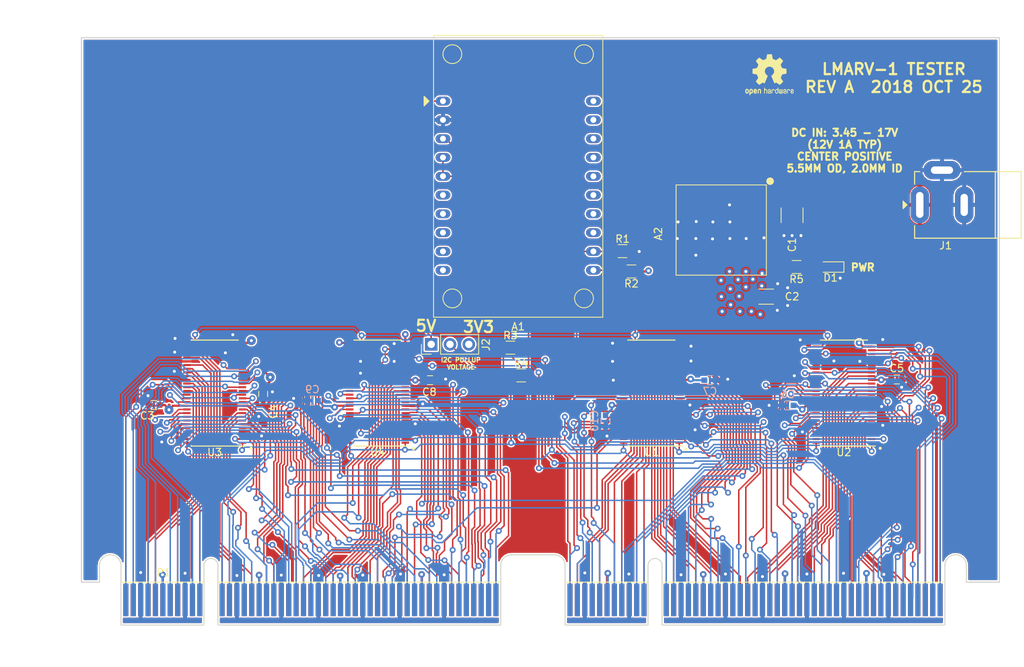
<source format=kicad_pcb>
(kicad_pcb (version 20171130) (host pcbnew "(5.0.0)")
  (layers (0 F.Cu signal) (1 In1.Cu power) (2 In2.Cu power) (31 B.Cu signal) (34 B.Paste user) (35 F.Paste user) (36 B.SilkS user) (37 F.SilkS user) (38 B.Mask user) (39 F.Mask user) (44 Edge.Cuts user))
  (net 0 "")
  (net 1 /LED_G)
  (net 2 /5V)
  (net 3 /LED_R)
  (net 4 GNDREF)
  (net 5 "Net-(A1-Pad18)")
  (net 6 /SCL)
  (net 7 "Net-(A1-Pad17)")
  (net 8 /SDA)
  (net 9 "Net-(A1-Pad16)")
  (net 10 "Net-(A1-Pad15)")
  (net 11 "Net-(A1-Pad6)")
  (net 12 "Net-(A1-Pad14)")
  (net 13 "Net-(A1-Pad7)")
  (net 14 "Net-(A1-Pad13)")
  (net 15 "Net-(A1-Pad8)")
  (net 16 /~RESET)
  (net 17 "Net-(A1-Pad9)")
  (net 18 /~OE)
  (net 19 "Net-(A1-Pad10)")
  (net 20 +3V3)
  (net 21 "Net-(A2-PadC1)")
  (net 22 /VIN)
  (net 23 "Net-(A2-PadE5)")
  (net 24 "Net-(A2-PadE2)")
  (net 25 "Net-(A2-PadE1)")
  (net 26 "Net-(A2-PadD1)")
  (net 27 /PWR_LED)
  (net 28 /I2C_PU)
  (net 29 /rd[31])
  (net 30 /rd[30])
  (net 31 /rd[29])
  (net 32 /rd[28])
  (net 33 /rd[27])
  (net 34 /rd[26])
  (net 35 /rd[25])
  (net 36 /rd[24])
  (net 37 /rs1[31])
  (net 38 /rs1[30])
  (net 39 /rs1[29])
  (net 40 /rs1[28])
  (net 41 /rs1[27])
  (net 42 /rs1[26])
  (net 43 /rs1[25])
  (net 44 /rs1[24])
  (net 45 /rd[23])
  (net 46 /rd[22])
  (net 47 /rd[21])
  (net 48 /rd[20])
  (net 49 /rd[19])
  (net 50 /rd[18])
  (net 51 /rd[17])
  (net 52 /rd[16])
  (net 53 /rs2[31])
  (net 54 /rs2[30])
  (net 55 /rs2[29])
  (net 56 /rs2[28])
  (net 57 /rs2[27])
  (net 58 /rs2[26])
  (net 59 /rs2[25])
  (net 60 /rs2[24])
  (net 61 /rs2[23])
  (net 62 /rs2[22])
  (net 63 /rs2[21])
  (net 64 /rs2[20])
  (net 65 /rs2[19])
  (net 66 /rs2[18])
  (net 67 /rs2[17])
  (net 68 /rs2[16])
  (net 69 /rda[0])
  (net 70 /rda[1])
  (net 71 /rda[2])
  (net 72 /rda[3])
  (net 73 /rda[4])
  (net 74 /rs1[23])
  (net 75 /rs1[22])
  (net 76 /rs1[21])
  (net 77 /rs1[20])
  (net 78 /rs1[19])
  (net 79 /rs1[18])
  (net 80 /rs1[17])
  (net 81 /rs1[16])
  (net 82 /nc18)
  (net 83 /nc19)
  (net 84 /~rd_wr)
  (net 85 /nc20)
  (net 86 /nc21)
  (net 87 /~rs2_rd)
  (net 88 /nc22)
  (net 89 /nc23)
  (net 90 /~rs1_rd)
  (net 91 /nc0)
  (net 92 /nc1)
  (net 93 /nc2)
  (net 94 /nc3)
  (net 95 /nc4)
  (net 96 /nc5)
  (net 97 /nc6)
  (net 98 /rs2a[4])
  (net 99 /rs2a[3])
  (net 100 /rs2a[2])
  (net 101 /rs2a[1])
  (net 102 /rs2a[0])
  (net 103 /rd[15])
  (net 104 /rd[7])
  (net 105 /rs1a[4])
  (net 106 /rs1[12])
  (net 107 /rd[14])
  (net 108 /rd[13])
  (net 109 /rd[12])
  (net 110 /rd[11])
  (net 111 /rd[10])
  (net 112 /rd[9])
  (net 113 /rd[8])
  (net 114 /rd[6])
  (net 115 /rd[5])
  (net 116 /rd[4])
  (net 117 /rd[3])
  (net 118 /rd[2])
  (net 119 /rd[1])
  (net 120 /rd[0])
  (net 121 /rs2[15])
  (net 122 /rs2[14])
  (net 123 /rs2[13])
  (net 124 /rs2[12])
  (net 125 /rs2[11])
  (net 126 /rs2[10])
  (net 127 /rs2[9])
  (net 128 /rs2[8])
  (net 129 /rs2[7])
  (net 130 /rs2[6])
  (net 131 /rs2[5])
  (net 132 /rs2[4])
  (net 133 /rs2[3])
  (net 134 /rs2[2])
  (net 135 /rs2[1])
  (net 136 /rs2[0])
  (net 137 /nc7)
  (net 138 /nc8)
  (net 139 /nc9)
  (net 140 /nc10)
  (net 141 /nc11)
  (net 142 /rs1a[3])
  (net 143 /rs1a[2])
  (net 144 /rs1a[1])
  (net 145 /rs1a[0])
  (net 146 /rs1[15])
  (net 147 /rs1[14])
  (net 148 /rs1[13])
  (net 149 /rs1[11])
  (net 150 /rs1[10])
  (net 151 /rs1[9])
  (net 152 /rs1[8])
  (net 153 /rs1[7])
  (net 154 /rs1[6])
  (net 155 /rs1[5])
  (net 156 /rs1[4])
  (net 157 /rs1[3])
  (net 158 /rs1[2])
  (net 159 /rs1[1])
  (net 160 /rs1[0])
  (net 161 /nc12)
  (net 162 /nc13)
  (net 163 /nc14)
  (net 164 /nc15)
  (net 165 /nc16)
  (net 166 /nc17)
  (net 167 /~shift_oe)
  (net 168 /~alu_oe)
  (net 169 /f[0])
  (net 170 /f[1])
  (net 171 /f[2])
  (net 172 /f[3])
  (net 173 /~BOOT_ALU_EN)
  (net 174 /BOOT_CLK)
  (net 175 /~BOOT_RST)
  (net 176 /~BOOT_WR)
  (net 177 "Net-(U1-Pad53)")
  (net 178 "Net-(U1-Pad54)")
  (net 179 "Net-(U1-Pad55)")
  (net 180 "Net-(U2-Pad55)")
  (net 181 "Net-(U2-Pad54)")
  (net 182 "Net-(U2-Pad53)")
  (net 183 "Net-(U3-Pad53)")
  (net 184 "Net-(U3-Pad54)")
  (net 185 "Net-(U3-Pad55)")
  (net 186 "Net-(U4-Pad55)")
  (net 187 "Net-(U4-Pad54)")
  (net 188 "Net-(U4-Pad53)")
  (net 189 "Net-(U4-Pad52)")
  (net 190 "Net-(U2-Pad50)")
  (net 191 "Net-(U2-Pad35)")
  (net 192 "Net-(U2-Pad33)")
  (module lmarv:ADAFRUIT-FT232H (layer F.Cu) (at 135 80 270)
    (fp_text reference A1 (at 19.05 0) (layer F.SilkS))
    (fp_text value FT232H_BREAKOUT)
    (pad 20 thru_hole oval (at -11.43 -10.16 270) (size 1.2 2) (drill 0.8) (layers *.Cu *.Mask) (net 1 /LED_G))
    (pad 1 thru_hole oval (at -11.43 10.16 270) (size 1.2 2) (drill 0.8) (layers *.Cu *.Mask) (net 2 /5V))
    (pad 19 thru_hole oval (at -8.89 -10.16 270) (size 1.2 2) (drill 0.8) (layers *.Cu *.Mask) (net 3 /LED_R))
    (pad 2 thru_hole oval (at -8.89 10.16 270) (size 1.2 2) (drill 0.8) (layers *.Cu *.Mask) (net 4 GNDREF))
    (pad 18 thru_hole oval (at -6.35 -10.16 270) (size 1.2 2) (drill 0.8) (layers *.Cu *.Mask) (net 5 "Net-(A1-Pad18)"))
    (pad 3 thru_hole oval (at -6.35 10.16 270) (size 1.2 2) (drill 0.8) (layers *.Cu *.Mask) (net 6 /SCL))
    (pad 17 thru_hole oval (at -3.81 -10.16 270) (size 1.2 2) (drill 0.8) (layers *.Cu *.Mask) (net 7 "Net-(A1-Pad17)"))
    (pad 4 thru_hole oval (at -3.81 10.16 270) (size 1.2 2) (drill 0.8) (layers *.Cu *.Mask) (net 8 /SDA))
    (pad 16 thru_hole oval (at -1.27 -10.16 270) (size 1.2 2) (drill 0.8) (layers *.Cu *.Mask) (net 9 "Net-(A1-Pad16)"))
    (pad 5 thru_hole oval (at -1.27 10.16 270) (size 1.2 2) (drill 0.8) (layers *.Cu *.Mask) (net 8 /SDA))
    (pad 15 thru_hole oval (at 1.27 -10.16 270) (size 1.2 2) (drill 0.8) (layers *.Cu *.Mask) (net 10 "Net-(A1-Pad15)"))
    (pad 6 thru_hole oval (at 1.27 10.16 270) (size 1.2 2) (drill 0.8) (layers *.Cu *.Mask) (net 11 "Net-(A1-Pad6)"))
    (pad 14 thru_hole oval (at 3.81 -10.16 270) (size 1.2 2) (drill 0.8) (layers *.Cu *.Mask) (net 12 "Net-(A1-Pad14)"))
    (pad 7 thru_hole oval (at 3.81 10.16 270) (size 1.2 2) (drill 0.8) (layers *.Cu *.Mask) (net 13 "Net-(A1-Pad7)"))
    (pad 13 thru_hole oval (at 6.35 -10.16 270) (size 1.2 2) (drill 0.8) (layers *.Cu *.Mask) (net 14 "Net-(A1-Pad13)"))
    (pad 8 thru_hole oval (at 6.35 10.16 270) (size 1.2 2) (drill 0.8) (layers *.Cu *.Mask) (net 15 "Net-(A1-Pad8)"))
    (pad 12 thru_hole oval (at 8.89 -10.16 270) (size 1.2 2) (drill 0.8) (layers *.Cu *.Mask) (net 16 /~RESET))
    (pad 9 thru_hole oval (at 8.89 10.16 270) (size 1.2 2) (drill 0.8) (layers *.Cu *.Mask) (net 17 "Net-(A1-Pad9)"))
    (pad 11 thru_hole oval (at 11.43 -10.16 270) (size 1.2 2) (drill 0.8) (layers *.Cu *.Mask) (net 18 /~OE))
    (pad 10 thru_hole oval (at 11.43 10.16 270) (size 1.2 2) (drill 0.8) (layers *.Cu *.Mask) (net 19 "Net-(A1-Pad10)"))
  )
  (module lmarv:LGA-25_12.19x12.19mm_Layout5x5_P2.29mm_Pad1.0mm (layer F.Cu) (at 162.428 86 270)
    (fp_text reference A2 (at 0.5 8.5 270) (layer F.SilkS))
    (fp_text value RPM3.3-3.0)
    (pad C3 smd rect (at 0 0 270) (size 1.0668 1.0668) (layers F.Cu F.Paste F.Mask) (net 4 GNDREF))
    (pad C4 smd rect (at 2.286 0 270) (size 1.0668 1.0668) (layers F.Cu F.Paste F.Mask) (net 4 GNDREF))
    (pad C5 smd rect (at 4.572 0 270) (size 1.0668 1.0668) (layers F.Cu F.Paste F.Mask) (net 20 +3V3))
    (pad C1 smd rect (at -4.572 0 270) (size 1.0668 1.0668) (layers F.Cu F.Paste F.Mask) (net 21 "Net-(A2-PadC1)"))
    (pad C2 smd rect (at -2.286 0 270) (size 1.0668 1.0668) (layers F.Cu F.Paste F.Mask) (net 4 GNDREF))
    (pad B3 smd rect (at 0 -2.286 270) (size 1.0668 1.0668) (layers F.Cu F.Paste F.Mask) (net 4 GNDREF))
    (pad B4 smd rect (at 2.286 -2.286 270) (size 1.0668 1.0668) (layers F.Cu F.Paste F.Mask) (net 4 GNDREF))
    (pad B5 smd rect (at 4.572 -2.286 270) (size 1.0668 1.0668) (layers F.Cu F.Paste F.Mask) (net 20 +3V3))
    (pad B1 smd rect (at -4.572 -2.286 270) (size 1.0668 1.0668) (layers F.Cu F.Paste F.Mask) (net 4 GNDREF))
    (pad B2 smd rect (at -2.286 -2.286 270) (size 1.0668 1.0668) (layers F.Cu F.Paste F.Mask) (net 4 GNDREF))
    (pad A5 smd rect (at 4.572 -4.572 270) (size 1.0668 1.0668) (layers F.Cu F.Paste F.Mask) (net 20 +3V3))
    (pad A4 smd rect (at 2.286 -4.572 270) (size 1.0668 1.0668) (layers F.Cu F.Paste F.Mask) (net 4 GNDREF))
    (pad A2 smd rect (at -2.286 -4.572 270) (size 1.0668 1.0668) (layers F.Cu F.Paste F.Mask) (net 22 /VIN))
    (pad A3 smd rect (at 0 -4.572 270) (size 1.0668 1.0668) (layers F.Cu F.Paste F.Mask) (net 4 GNDREF))
    (pad A1 smd rect (at -4.572 -4.572 270) (size 1.0668 1.0668) (layers F.Cu F.Paste F.Mask) (net 22 /VIN))
    (pad E5 smd rect (at 4.572 4.572 270) (size 1.0668 1.0668) (layers F.Cu F.Paste F.Mask) (net 23 "Net-(A2-PadE5)"))
    (pad E4 smd rect (at 2.286 4.572 270) (size 1.0668 1.0668) (layers F.Cu F.Paste F.Mask) (net 4 GNDREF))
    (pad E2 smd rect (at -2.286 4.572 270) (size 1.0668 1.0668) (layers F.Cu F.Paste F.Mask) (net 24 "Net-(A2-PadE2)"))
    (pad E3 smd rect (at 0 4.572 270) (size 1.0668 1.0668) (layers F.Cu F.Paste F.Mask) (net 4 GNDREF))
    (pad E1 smd rect (at -4.572 4.572 270) (size 1.0668 1.0668) (layers F.Cu F.Paste F.Mask) (net 25 "Net-(A2-PadE1)"))
    (pad D1 smd rect (at -4.572 2.286 270) (size 1.0668 1.0668) (layers F.Cu F.Paste F.Mask) (net 26 "Net-(A2-PadD1)"))
    (pad D2 smd rect (at -2.286 2.286 270) (size 1.0668 1.0668) (layers F.Cu F.Paste F.Mask) (net 4 GNDREF))
    (pad D4 smd rect (at 2.286 2.286 270) (size 1.0668 1.0668) (layers F.Cu F.Paste F.Mask) (net 4 GNDREF))
    (pad D3 smd rect (at 0 2.286 270) (size 1.0668 1.0668) (layers F.Cu F.Paste F.Mask) (net 4 GNDREF))
    (pad D5 smd rect (at 4.572 2.286 270) (size 1.0668 1.0668) (layers F.Cu F.Paste F.Mask) (net 4 GNDREF))
  )
  (module Capacitors_SMD:C_1210 (layer F.Cu) (at 172 84 270)
    (fp_text reference C1 (at 4 0 270) (layer F.SilkS))
    (fp_text value "10u 25v")
    (pad 2 smd rect (at 1.5 0 270) (size 1 2.5) (layers F.Cu F.Paste F.Mask) (net 4 GNDREF))
    (pad 1 smd rect (at -1.5 0 270) (size 1 2.5) (layers F.Cu F.Paste F.Mask) (net 22 /VIN))
  )
  (module Capacitors_SMD:C_1206 (layer F.Cu) (at 168.5 95)
    (fp_text reference C2 (at 3.5 0) (layer F.SilkS))
    (fp_text value "22u 10v")
    (pad 2 smd rect (at 1.5 0) (size 1 1.6) (layers F.Cu F.Paste F.Mask) (net 4 GNDREF))
    (pad 1 smd rect (at -1.5 0) (size 1 1.6) (layers F.Cu F.Paste F.Mask) (net 20 +3V3))
  )
  (module Capacitors_SMD:C_0603 (layer F.Cu) (at 100.55 108.15 270)
    (fp_text reference C4 (at 2.4 -1.35 270) (layer F.SilkS))
    (fp_text value 100n)
    (pad 1 smd rect (at -0.75 0 270) (size 0.8 0.75) (layers F.Cu F.Paste F.Mask) (net 20 +3V3))
    (pad 2 smd rect (at 0.75 0 270) (size 0.8 0.75) (layers F.Cu F.Paste F.Mask) (net 4 GNDREF))
  )
  (module Capacitors_SMD:C_0603 (layer F.Cu) (at 186.15 106.2)
    (fp_text reference C5 (at 0 -1.5) (layer F.SilkS))
    (fp_text value 100n)
    (pad 1 smd rect (at -0.75 0) (size 0.8 0.75) (layers F.Cu F.Paste F.Mask) (net 20 +3V3))
    (pad 2 smd rect (at 0.75 0) (size 0.8 0.75) (layers F.Cu F.Paste F.Mask) (net 4 GNDREF))
  )
  (module Capacitors_SMD:C_0603 (layer B.Cu) (at 171.45 109.7 180)
    (fp_text reference C6 (at 0 1.5 180) (layer B.SilkS) (effects (justify mirror)))
    (fp_text value 100n)
    (pad 2 smd rect (at 0.75 0 180) (size 0.8 0.75) (layers B.Cu B.Paste B.Mask) (net 4 GNDREF))
    (pad 1 smd rect (at -0.75 0 180) (size 0.8 0.75) (layers B.Cu B.Paste B.Mask) (net 20 +3V3))
  )
  (module Capacitors_SMD:C_0603 (layer B.Cu) (at 160.9 106.3)
    (fp_text reference C7 (at 0 1.5) (layer B.SilkS) (effects (justify mirror)))
    (fp_text value 100n)
    (pad 2 smd rect (at 0.75 0) (size 0.8 0.75) (layers B.Cu B.Paste B.Mask) (net 4 GNDREF))
    (pad 1 smd rect (at -0.75 0) (size 0.8 0.75) (layers B.Cu B.Paste B.Mask) (net 20 +3V3))
  )
  (module LEDs:LED_0805 (layer F.Cu) (at 177.2 91 180)
    (fp_text reference D1 (at 0 -1.45 180) (layer F.SilkS))
    (fp_text value LED)
    (pad 1 smd rect (at -1.1 0) (size 1.2 1.2) (layers F.Cu F.Paste F.Mask) (net 4 GNDREF))
    (pad 2 smd rect (at 1.1 0) (size 1.2 1.2) (layers F.Cu F.Paste F.Mask) (net 27 /PWR_LED))
  )
  (module lmarv:PWRJACK-3_14.4x9.0mm_P4.7mm+6.0mm (layer F.Cu) (at 196.45 82.6)
    (fp_text reference J1 (at -3.7 5.5) (layer F.SilkS))
    (fp_text value Barrel_Jack)
    (pad 1 thru_hole oval (at -7.2 0) (size 2.5 5) (drill oval 1 3.5) (layers *.Cu *.Mask) (net 22 /VIN))
    (pad 2 thru_hole oval (at -1.2 0) (size 2.5 5) (drill oval 1 3) (layers *.Cu *.Mask) (net 4 GNDREF))
    (pad 3 thru_hole oval (at -4.2 -4.7) (size 5 2.5) (drill oval 3 1) (layers *.Cu *.Mask) (net 4 GNDREF))
  )
  (module Pin_Headers:Pin_Header_Straight_1x03_Pitch2.54mm (layer F.Cu) (at 123.25 101.45 90)
    (fp_text reference J2 (at -0.05 7.4 270) (layer F.SilkS))
    (fp_text value Conn_01x03)
    (pad 3 thru_hole oval (at 0 5.08 90) (size 1.7 1.7) (drill 1) (layers *.Cu *.Mask) (net 20 +3V3))
    (pad 2 thru_hole oval (at 0 2.54 90) (size 1.7 1.7) (drill 1) (layers *.Cu *.Mask) (net 28 /I2C_PU))
    (pad 1 thru_hole rect (at 0 0 90) (size 1.7 1.7) (drill 1) (layers *.Cu *.Mask) (net 2 /5V))
  )
  (module lmarv:PCI-EXPRESS (layer F.Cu) (at 93.5 139.4)
    (fp_text reference P1 (at -6.4 -7.11) (layer F.SilkS))
    (fp_text value dual-pcie-cardedge_split)
    (fp_line (start 0.937247 -0.00177) (end 39.137247 -0.00177) (layer Edge.Cuts) (width 0.12))
    (fp_line (start -15.062753 -8.05177) (end -15.062753 -5.80177) (layer Edge.Cuts) (width 0.12))
    (fp_arc (start -0.012753 -8.05177) (end -0.962753 -8.05177) (angle 180) (layer Edge.Cuts) (width 0.12))
    (fp_line (start 99.137247 -8.05177) (end 99.137247 -0.00177) (layer Edge.Cuts) (width 0.12))
    (fp_arc (start 100.587247 -8.05177) (end 99.137247 -8.05177) (angle 180) (layer Edge.Cuts) (width 0.12))
    (fp_arc (start -13.612753 -8.05177) (end -15.062753 -8.05177) (angle 180) (layer Edge.Cuts) (width 0.12))
    (fp_line (start -0.962753 -0.00177) (end -12.162753 -0.00177) (layer Edge.Cuts) (width 0.12))
    (fp_line (start 39.137247 -8.05177) (end 39.137247 -0.00177) (layer Edge.Cuts) (width 0.12))
    (fp_arc (start 59.987247 -8.05177) (end 59.037247 -8.05177) (angle 180) (layer Edge.Cuts) (width 0.12))
    (fp_arc (start 40.587247 -8.05177) (end 39.137247 -8.05177) (angle 90) (layer Edge.Cuts) (width 0.12))
    (fp_line (start 60.937247 -8.05177) (end 60.937247 -5.80177) (layer Edge.Cuts) (width 0.12))
    (fp_line (start 40.587247 -9.50177) (end 46.387247 -9.50177) (layer Edge.Cuts) (width 0.12))
    (fp_line (start -12.162753 -0.00177) (end -12.162753 -8.05177) (layer Edge.Cuts) (width 0.12))
    (fp_line (start 60.937247 -5.80177) (end 60.937247 -0.00177) (layer Edge.Cuts) (width 0.12))
    (fp_line (start 59.037247 -5.80177) (end 59.037247 -8.05177) (layer Edge.Cuts) (width 0.12))
    (fp_line (start 0.937247 -8.05177) (end 0.937247 -5.80177) (layer Edge.Cuts) (width 0.12))
    (fp_line (start 59.037247 -0.00177) (end 47.837247 -0.00177) (layer Edge.Cuts) (width 0.12))
    (fp_line (start -0.962753 -5.80177) (end -0.962753 -8.05177) (layer Edge.Cuts) (width 0.12))
    (fp_line (start 0.937247 -5.80177) (end 0.937247 -0.00177) (layer Edge.Cuts) (width 0.12))
    (fp_line (start -0.962753 -5.80177) (end -0.962753 -0.00177) (layer Edge.Cuts) (width 0.12))
    (fp_line (start 60.937247 -0.00177) (end 99.137247 -0.00177) (layer Edge.Cuts) (width 0.12))
    (fp_line (start 102.037247 -8.05177) (end 102.037247 -5.80177) (layer Edge.Cuts) (width 0.12))
    (fp_line (start 59.037247 -5.80177) (end 59.037247 -0.00177) (layer Edge.Cuts) (width 0.12))
    (fp_arc (start 46.387247 -8.05177) (end 46.387247 -9.50177) (angle 90) (layer Edge.Cuts) (width 0.12))
    (fp_line (start 47.837247 -0.00177) (end 47.837247 -8.05177) (layer Edge.Cuts) (width 0.12))
    (pad 1 connect rect (at -11.5 -3.4) (size 0.7 4.4) (layers F.Cu F.Mask) (net 29 /rd[31]))
    (pad 2 connect rect (at -10.5 -3.4) (size 0.7 4.4) (layers F.Cu F.Mask) (net 30 /rd[30]))
    (pad 3 connect rect (at -9.5 -3.4) (size 0.7 4.4) (layers F.Cu F.Mask) (net 4 GNDREF))
    (pad 4 connect rect (at -8.5 -3.4) (size 0.7 4.4) (layers F.Cu F.Mask) (net 31 /rd[29]))
    (pad 5 connect rect (at -7.5 -3.4) (size 0.7 4.4) (layers F.Cu F.Mask) (net 32 /rd[28]))
    (pad 6 connect rect (at -6.5 -3.4) (size 0.7 4.4) (layers F.Cu F.Mask) (net 20 +3V3))
    (pad 7 connect rect (at -5.5 -3.4) (size 0.7 4.4) (layers F.Cu F.Mask) (net 33 /rd[27]))
    (pad 8 connect rect (at -4.5 -3.4) (size 0.7 4.4) (layers F.Cu F.Mask) (net 34 /rd[26]))
    (pad 9 connect rect (at -3.5 -3.4) (size 0.7 4.4) (layers F.Cu F.Mask) (net 4 GNDREF))
    (pad 10 connect rect (at -2.5 -3.4) (size 0.7 4.4) (layers F.Cu F.Mask) (net 35 /rd[25]))
    (pad 11 connect rect (at -1.5 -3.4) (size 0.7 4.4) (layers F.Cu F.Mask) (net 36 /rd[24]))
    (pad 99 connect rect (at -11.5 -3.4) (size 0.7 4.4) (layers B.Cu B.Mask) (net 37 /rs1[31]))
    (pad 100 connect rect (at -10.5 -3.4) (size 0.7 4.4) (layers B.Cu B.Mask) (net 38 /rs1[30]))
    (pad 101 connect rect (at -9.5 -3.4) (size 0.7 4.4) (layers B.Cu B.Mask) (net 4 GNDREF))
    (pad 102 connect rect (at -8.5 -3.4) (size 0.7 4.4) (layers B.Cu B.Mask) (net 39 /rs1[29]))
    (pad 103 connect rect (at -7.5 -3.4) (size 0.7 4.4) (layers B.Cu B.Mask) (net 40 /rs1[28]))
    (pad 104 connect rect (at -6.5 -3.4) (size 0.7 4.4) (layers B.Cu B.Mask) (net 20 +3V3))
    (pad 105 connect rect (at -5.5 -3.4) (size 0.7 4.4) (layers B.Cu B.Mask) (net 41 /rs1[27]))
    (pad 106 connect rect (at -4.5 -3.4) (size 0.7 4.4) (layers B.Cu B.Mask) (net 42 /rs1[26]))
    (pad 107 connect rect (at -3.5 -3.4) (size 0.7 4.4) (layers B.Cu B.Mask) (net 4 GNDREF))
    (pad 108 connect rect (at -2.5 -3.4) (size 0.7 4.4) (layers B.Cu B.Mask) (net 43 /rs1[25]))
    (pad 109 connect rect (at -1.5 -3.4) (size 0.7 4.4) (layers B.Cu B.Mask) (net 44 /rs1[24]))
    (pad 12 connect rect (at 1.5 -3.4) (size 0.7 4.4) (layers F.Cu F.Mask) (net 45 /rd[23]))
    (pad 13 connect rect (at 2.5 -3.4) (size 0.7 4.4) (layers F.Cu F.Mask) (net 46 /rd[22]))
    (pad 14 connect rect (at 3.5 -3.4) (size 0.7 4.4) (layers F.Cu F.Mask) (net 4 GNDREF))
    (pad 15 connect rect (at 4.5 -3.4) (size 0.7 4.4) (layers F.Cu F.Mask) (net 47 /rd[21]))
    (pad 16 connect rect (at 5.5 -3.4) (size 0.7 4.4) (layers F.Cu F.Mask) (net 48 /rd[20]))
    (pad 17 connect rect (at 6.5 -3.4) (size 0.7 4.4) (layers F.Cu F.Mask) (net 20 +3V3))
    (pad 18 connect rect (at 7.5 -3.4) (size 0.7 4.4) (layers F.Cu F.Mask) (net 49 /rd[19]))
    (pad 19 connect rect (at 8.5 -3.4) (size 0.7 4.4) (layers F.Cu F.Mask) (net 50 /rd[18]))
    (pad 20 connect rect (at 9.5 -3.4) (size 0.7 4.4) (layers F.Cu F.Mask) (net 4 GNDREF))
    (pad 21 connect rect (at 10.5 -3.4) (size 0.7 4.4) (layers F.Cu F.Mask) (net 51 /rd[17]))
    (pad 22 connect rect (at 11.5 -3.4) (size 0.7 4.4) (layers F.Cu F.Mask) (net 52 /rd[16]))
    (pad 23 connect rect (at 12.5 -3.4) (size 0.7 4.4) (layers F.Cu F.Mask) (net 53 /rs2[31]))
    (pad 24 connect rect (at 13.5 -3.4) (size 0.7 4.4) (layers F.Cu F.Mask) (net 54 /rs2[30]))
    (pad 25 connect rect (at 14.5 -3.4) (size 0.7 4.4) (layers F.Cu F.Mask) (net 4 GNDREF))
    (pad 26 connect rect (at 15.5 -3.4) (size 0.7 4.4) (layers F.Cu F.Mask) (net 55 /rs2[29]))
    (pad 27 connect rect (at 16.5 -3.4) (size 0.7 4.4) (layers F.Cu F.Mask) (net 56 /rs2[28]))
    (pad 28 connect rect (at 17.5 -3.4) (size 0.7 4.4) (layers F.Cu F.Mask) (net 20 +3V3))
    (pad 29 connect rect (at 18.5 -3.4) (size 0.7 4.4) (layers F.Cu F.Mask) (net 57 /rs2[27]))
    (pad 30 connect rect (at 19.5 -3.4) (size 0.7 4.4) (layers F.Cu F.Mask) (net 58 /rs2[26]))
    (pad 31 connect rect (at 20.5 -3.4) (size 0.7 4.4) (layers F.Cu F.Mask) (net 4 GNDREF))
    (pad 32 connect rect (at 21.5 -3.4) (size 0.7 4.4) (layers F.Cu F.Mask) (net 59 /rs2[25]))
    (pad 33 connect rect (at 22.5 -3.4) (size 0.7 4.4) (layers F.Cu F.Mask) (net 60 /rs2[24]))
    (pad 34 connect rect (at 23.5 -3.4) (size 0.7 4.4) (layers F.Cu F.Mask) (net 61 /rs2[23]))
    (pad 35 connect rect (at 24.5 -3.4) (size 0.7 4.4) (layers F.Cu F.Mask) (net 62 /rs2[22]))
    (pad 36 connect rect (at 25.5 -3.4) (size 0.7 4.4) (layers F.Cu F.Mask) (net 4 GNDREF))
    (pad 37 connect rect (at 26.5 -3.4) (size 0.7 4.4) (layers F.Cu F.Mask) (net 63 /rs2[21]))
    (pad 38 connect rect (at 27.5 -3.4) (size 0.7 4.4) (layers F.Cu F.Mask) (net 64 /rs2[20]))
    (pad 39 connect rect (at 28.5 -3.4) (size 0.7 4.4) (layers F.Cu F.Mask) (net 20 +3V3))
    (pad 40 connect rect (at 29.5 -3.4) (size 0.7 4.4) (layers F.Cu F.Mask) (net 65 /rs2[19]))
    (pad 41 connect rect (at 30.5 -3.4) (size 0.7 4.4) (layers F.Cu F.Mask) (net 66 /rs2[18]))
    (pad 42 connect rect (at 31.5 -3.4) (size 0.7 4.4) (layers F.Cu F.Mask) (net 4 GNDREF))
    (pad 43 connect rect (at 32.5 -3.4) (size 0.7 4.4) (layers F.Cu F.Mask) (net 67 /rs2[17]))
    (pad 44 connect rect (at 33.5 -3.4) (size 0.7 4.4) (layers F.Cu F.Mask) (net 68 /rs2[16]))
    (pad 45 connect rect (at 34.5 -3.4) (size 0.7 4.4) (layers F.Cu F.Mask) (net 69 /rda[0]))
    (pad 46 connect rect (at 35.5 -3.4) (size 0.7 4.4) (layers F.Cu F.Mask) (net 70 /rda[1]))
    (pad 47 connect rect (at 36.5 -3.4) (size 0.7 4.4) (layers F.Cu F.Mask) (net 71 /rda[2]))
    (pad 48 connect rect (at 37.5 -3.4) (size 0.7 4.4) (layers F.Cu F.Mask) (net 72 /rda[3]))
    (pad 49 connect rect (at 38.5 -3.4) (size 0.7 4.4) (layers F.Cu F.Mask) (net 73 /rda[4]))
    (pad 110 connect rect (at 1.5 -3.4) (size 0.7 4.4) (layers B.Cu B.Mask) (net 74 /rs1[23]))
    (pad 111 connect rect (at 2.5 -3.4) (size 0.7 4.4) (layers B.Cu B.Mask) (net 75 /rs1[22]))
    (pad 112 connect rect (at 3.5 -3.4) (size 0.7 4.4) (layers B.Cu B.Mask) (net 4 GNDREF))
    (pad 113 connect rect (at 4.5 -3.4) (size 0.7 4.4) (layers B.Cu B.Mask) (net 76 /rs1[21]))
    (pad 114 connect rect (at 5.5 -3.4) (size 0.7 4.4) (layers B.Cu B.Mask) (net 77 /rs1[20]))
    (pad 115 connect rect (at 6.5 -3.4) (size 0.7 4.4) (layers B.Cu B.Mask) (net 20 +3V3))
    (pad 116 connect rect (at 7.5 -3.4) (size 0.7 4.4) (layers B.Cu B.Mask) (net 78 /rs1[19]))
    (pad 117 connect rect (at 8.5 -3.4) (size 0.7 4.4) (layers B.Cu B.Mask) (net 79 /rs1[18]))
    (pad 118 connect rect (at 9.5 -3.4) (size 0.7 4.4) (layers B.Cu B.Mask) (net 4 GNDREF))
    (pad 119 connect rect (at 10.5 -3.4) (size 0.7 4.4) (layers B.Cu B.Mask) (net 80 /rs1[17]))
    (pad 120 connect rect (at 11.5 -3.4) (size 0.7 4.4) (layers B.Cu B.Mask) (net 81 /rs1[16]))
    (pad 121 connect rect (at 12.5 -3.4) (size 0.7 4.4) (layers B.Cu B.Mask) (net 82 /nc18))
    (pad 122 connect rect (at 13.5 -3.4) (size 0.7 4.4) (layers B.Cu B.Mask) (net 83 /nc19))
    (pad 123 connect rect (at 14.5 -3.4) (size 0.7 4.4) (layers B.Cu B.Mask) (net 4 GNDREF))
    (pad 124 connect rect (at 15.5 -3.4) (size 0.7 4.4) (layers B.Cu B.Mask) (net 84 /~rd_wr))
    (pad 125 connect rect (at 16.5 -3.4) (size 0.7 4.4) (layers B.Cu B.Mask) (net 85 /nc20))
    (pad 126 connect rect (at 17.5 -3.4) (size 0.7 4.4) (layers B.Cu B.Mask) (net 20 +3V3))
    (pad 127 connect rect (at 18.5 -3.4) (size 0.7 4.4) (layers B.Cu B.Mask) (net 86 /nc21))
    (pad 128 connect rect (at 19.5 -3.4) (size 0.7 4.4) (layers B.Cu B.Mask) (net 87 /~rs2_rd))
    (pad 129 connect rect (at 20.5 -3.4) (size 0.7 4.4) (layers B.Cu B.Mask) (net 4 GNDREF))
    (pad 130 connect rect (at 21.5 -3.4) (size 0.7 4.4) (layers B.Cu B.Mask) (net 88 /nc22))
    (pad 131 connect rect (at 22.5 -3.4) (size 0.7 4.4) (layers B.Cu B.Mask) (net 89 /nc23))
    (pad 132 connect rect (at 23.5 -3.4) (size 0.7 4.4) (layers B.Cu B.Mask) (net 90 /~rs1_rd))
    (pad 133 connect rect (at 24.5 -3.4) (size 0.7 4.4) (layers B.Cu B.Mask) (net 91 /nc0))
    (pad 134 connect rect (at 25.5 -3.4) (size 0.7 4.4) (layers B.Cu B.Mask) (net 4 GNDREF))
    (pad 135 connect rect (at 26.5 -3.4) (size 0.7 4.4) (layers B.Cu B.Mask) (net 92 /nc1))
    (pad 136 connect rect (at 27.5 -3.4) (size 0.7 4.4) (layers B.Cu B.Mask) (net 93 /nc2))
    (pad 137 connect rect (at 28.5 -3.4) (size 0.7 4.4) (layers B.Cu B.Mask) (net 20 +3V3))
    (pad 138 connect rect (at 29.5 -3.4) (size 0.7 4.4) (layers B.Cu B.Mask) (net 94 /nc3))
    (pad 139 connect rect (at 30.5 -3.4) (size 0.7 4.4) (layers B.Cu B.Mask) (net 95 /nc4))
    (pad 140 connect rect (at 31.5 -3.4) (size 0.7 4.4) (layers B.Cu B.Mask) (net 4 GNDREF))
    (pad 141 connect rect (at 32.5 -3.4) (size 0.7 4.4) (layers B.Cu B.Mask) (net 96 /nc5))
    (pad 142 connect rect (at 33.5 -3.4) (size 0.7 4.4) (layers B.Cu B.Mask) (net 97 /nc6))
    (pad 143 connect rect (at 34.5 -3.4) (size 0.7 4.4) (layers B.Cu B.Mask) (net 98 /rs2a[4]))
    (pad 144 connect rect (at 35.5 -3.4) (size 0.7 4.4) (layers B.Cu B.Mask) (net 99 /rs2a[3]))
    (pad 145 connect rect (at 36.5 -3.4) (size 0.7 4.4) (layers B.Cu B.Mask) (net 100 /rs2a[2]))
    (pad 146 connect rect (at 37.5 -3.4) (size 0.7 4.4) (layers B.Cu B.Mask) (net 101 /rs2a[1]))
    (pad 147 connect rect (at 38.5 -3.4) (size 0.7 4.4) (layers B.Cu B.Mask) (net 102 /rs2a[0]))
    (pad 50 connect rect (at 48.5 -3.4) (size 0.7 4.4) (layers F.Cu F.Mask) (net 103 /rd[15]))
    (pad 61 connect rect (at 61.5 -3.4) (size 0.7 4.4) (layers F.Cu F.Mask) (net 104 /rd[7]))
    (pad 148 connect rect (at 48.5 -3.4) (size 0.7 4.4) (layers B.Cu B.Mask) (net 105 /rs1a[4]))
    (pad 159 connect rect (at 61.5 -3.4) (size 0.7 4.4) (layers B.Cu B.Mask) (net 106 /rs1[12]))
    (pad 51 connect rect (at 49.5 -3.4) (size 0.7 4.4) (layers F.Cu F.Mask) (net 107 /rd[14]))
    (pad 52 connect rect (at 50.5 -3.4) (size 0.7 4.4) (layers F.Cu F.Mask) (net 4 GNDREF))
    (pad 53 connect rect (at 51.5 -3.4) (size 0.7 4.4) (layers F.Cu F.Mask) (net 108 /rd[13]))
    (pad 54 connect rect (at 52.5 -3.4) (size 0.7 4.4) (layers F.Cu F.Mask) (net 109 /rd[12]))
    (pad 55 connect rect (at 53.5 -3.4) (size 0.7 4.4) (layers F.Cu F.Mask) (net 20 +3V3))
    (pad 56 connect rect (at 54.5 -3.4) (size 0.7 4.4) (layers F.Cu F.Mask) (net 110 /rd[11]))
    (pad 57 connect rect (at 55.5 -3.4) (size 0.7 4.4) (layers F.Cu F.Mask) (net 111 /rd[10]))
    (pad 58 connect rect (at 56.5 -3.4) (size 0.7 4.4) (layers F.Cu F.Mask) (net 4 GNDREF))
    (pad 59 connect rect (at 57.5 -3.4) (size 0.7 4.4) (layers F.Cu F.Mask) (net 112 /rd[9]))
    (pad 60 connect rect (at 58.5 -3.4) (size 0.7 4.4) (layers F.Cu F.Mask) (net 113 /rd[8]))
    (pad 62 connect rect (at 62.5 -3.4) (size 0.7 4.4) (layers F.Cu F.Mask) (net 114 /rd[6]))
    (pad 63 connect rect (at 63.5 -3.4) (size 0.7 4.4) (layers F.Cu F.Mask) (net 4 GNDREF))
    (pad 64 connect rect (at 64.5 -3.4) (size 0.7 4.4) (layers F.Cu F.Mask) (net 115 /rd[5]))
    (pad 65 connect rect (at 65.5 -3.4) (size 0.7 4.4) (layers F.Cu F.Mask) (net 116 /rd[4]))
    (pad 66 connect rect (at 66.5 -3.4) (size 0.7 4.4) (layers F.Cu F.Mask) (net 20 +3V3))
    (pad 67 connect rect (at 67.5 -3.4) (size 0.7 4.4) (layers F.Cu F.Mask) (net 117 /rd[3]))
    (pad 68 connect rect (at 68.5 -3.4) (size 0.7 4.4) (layers F.Cu F.Mask) (net 118 /rd[2]))
    (pad 69 connect rect (at 69.5 -3.4) (size 0.7 4.4) (layers F.Cu F.Mask) (net 4 GNDREF))
    (pad 70 connect rect (at 70.5 -3.4) (size 0.7 4.4) (layers F.Cu F.Mask) (net 119 /rd[1]))
    (pad 71 connect rect (at 71.5 -3.4) (size 0.7 4.4) (layers F.Cu F.Mask) (net 120 /rd[0]))
    (pad 72 connect rect (at 72.5 -3.4) (size 0.7 4.4) (layers F.Cu F.Mask) (net 121 /rs2[15]))
    (pad 73 connect rect (at 73.5 -3.4) (size 0.7 4.4) (layers F.Cu F.Mask) (net 122 /rs2[14]))
    (pad 74 connect rect (at 74.5 -3.4) (size 0.7 4.4) (layers F.Cu F.Mask) (net 4 GNDREF))
    (pad 75 connect rect (at 75.5 -3.4) (size 0.7 4.4) (layers F.Cu F.Mask) (net 123 /rs2[13]))
    (pad 76 connect rect (at 76.5 -3.4) (size 0.7 4.4) (layers F.Cu F.Mask) (net 124 /rs2[12]))
    (pad 77 connect rect (at 77.5 -3.4) (size 0.7 4.4) (layers F.Cu F.Mask) (net 20 +3V3))
    (pad 78 connect rect (at 78.5 -3.4) (size 0.7 4.4) (layers F.Cu F.Mask) (net 125 /rs2[11]))
    (pad 79 connect rect (at 79.5 -3.4) (size 0.7 4.4) (layers F.Cu F.Mask) (net 126 /rs2[10]))
    (pad 80 connect rect (at 80.5 -3.4) (size 0.7 4.4) (layers F.Cu F.Mask) (net 4 GNDREF))
    (pad 81 connect rect (at 81.5 -3.4) (size 0.7 4.4) (layers F.Cu F.Mask) (net 127 /rs2[9]))
    (pad 82 connect rect (at 82.5 -3.4) (size 0.7 4.4) (layers F.Cu F.Mask) (net 128 /rs2[8]))
    (pad 83 connect rect (at 83.5 -3.4) (size 0.7 4.4) (layers F.Cu F.Mask) (net 129 /rs2[7]))
    (pad 84 connect rect (at 84.5 -3.4) (size 0.7 4.4) (layers F.Cu F.Mask) (net 130 /rs2[6]))
    (pad 85 connect rect (at 85.5 -3.4) (size 0.7 4.4) (layers F.Cu F.Mask) (net 4 GNDREF))
    (pad 86 connect rect (at 86.5 -3.4) (size 0.7 4.4) (layers F.Cu F.Mask) (net 131 /rs2[5]))
    (pad 87 connect rect (at 87.5 -3.4) (size 0.7 4.4) (layers F.Cu F.Mask) (net 132 /rs2[4]))
    (pad 88 connect rect (at 88.5 -3.4) (size 0.7 4.4) (layers F.Cu F.Mask) (net 20 +3V3))
    (pad 89 connect rect (at 89.5 -3.4) (size 0.7 4.4) (layers F.Cu F.Mask) (net 133 /rs2[3]))
    (pad 90 connect rect (at 90.5 -3.4) (size 0.7 4.4) (layers F.Cu F.Mask) (net 134 /rs2[2]))
    (pad 91 connect rect (at 91.5 -3.4) (size 0.7 4.4) (layers F.Cu F.Mask) (net 4 GNDREF))
    (pad 92 connect rect (at 92.5 -3.4) (size 0.7 4.4) (layers F.Cu F.Mask) (net 135 /rs2[1]))
    (pad 93 connect rect (at 93.5 -3.4) (size 0.7 4.4) (layers F.Cu F.Mask) (net 136 /rs2[0]))
    (pad 94 connect rect (at 94.5 -3.4) (size 0.7 4.4) (layers F.Cu F.Mask) (net 137 /nc7))
    (pad 95 connect rect (at 95.5 -3.4) (size 0.7 4.4) (layers F.Cu F.Mask) (net 138 /nc8))
    (pad 96 connect rect (at 96.5 -3.4) (size 0.7 4.4) (layers F.Cu F.Mask) (net 139 /nc9))
    (pad 97 connect rect (at 97.5 -3.4) (size 0.7 4.4) (layers F.Cu F.Mask) (net 140 /nc10))
    (pad 98 connect rect (at 98.5 -3.4) (size 0.7 4.4) (layers F.Cu F.Mask) (net 141 /nc11))
    (pad 149 connect rect (at 49.5 -3.4) (size 0.7 4.4) (layers B.Cu B.Mask) (net 142 /rs1a[3]))
    (pad 150 connect rect (at 50.5 -3.4) (size 0.7 4.4) (layers B.Cu B.Mask) (net 4 GNDREF))
    (pad 151 connect rect (at 51.5 -3.4) (size 0.7 4.4) (layers B.Cu B.Mask) (net 143 /rs1a[2]))
    (pad 152 connect rect (at 52.5 -3.4) (size 0.7 4.4) (layers B.Cu B.Mask) (net 144 /rs1a[1]))
    (pad 153 connect rect (at 53.5 -3.4) (size 0.7 4.4) (layers B.Cu B.Mask) (net 20 +3V3))
    (pad 154 connect rect (at 54.5 -3.4) (size 0.7 4.4) (layers B.Cu B.Mask) (net 145 /rs1a[0]))
    (pad 155 connect rect (at 55.5 -3.4) (size 0.7 4.4) (layers B.Cu B.Mask) (net 146 /rs1[15]))
    (pad 156 connect rect (at 56.5 -3.4) (size 0.7 4.4) (layers B.Cu B.Mask) (net 4 GNDREF))
    (pad 157 connect rect (at 57.5 -3.4) (size 0.7 4.4) (layers B.Cu B.Mask) (net 147 /rs1[14]))
    (pad 158 connect rect (at 58.5 -3.4) (size 0.7 4.4) (layers B.Cu B.Mask) (net 148 /rs1[13]))
    (pad 160 connect rect (at 62.5 -3.4) (size 0.7 4.4) (layers B.Cu B.Mask) (net 149 /rs1[11]))
    (pad 161 connect rect (at 63.5 -3.4) (size 0.7 4.4) (layers B.Cu B.Mask) (net 4 GNDREF))
    (pad 162 connect rect (at 64.5 -3.4) (size 0.7 4.4) (layers B.Cu B.Mask) (net 150 /rs1[10]))
    (pad 163 connect rect (at 65.5 -3.4) (size 0.7 4.4) (layers B.Cu B.Mask) (net 151 /rs1[9]))
    (pad 164 connect rect (at 66.5 -3.4) (size 0.7 4.4) (layers B.Cu B.Mask) (net 20 +3V3))
    (pad 165 connect rect (at 67.5 -3.4) (size 0.7 4.4) (layers B.Cu B.Mask) (net 152 /rs1[8]))
    (pad 166 connect rect (at 68.5 -3.4) (size 0.7 4.4) (layers B.Cu B.Mask) (net 153 /rs1[7]))
    (pad 167 connect rect (at 69.5 -3.4) (size 0.7 4.4) (layers B.Cu B.Mask) (net 4 GNDREF))
    (pad 168 connect rect (at 70.5 -3.4) (size 0.7 4.4) (layers B.Cu B.Mask) (net 154 /rs1[6]))
    (pad 169 connect rect (at 71.5 -3.4) (size 0.7 4.4) (layers B.Cu B.Mask) (net 155 /rs1[5]))
    (pad 170 connect rect (at 72.5 -3.4) (size 0.7 4.4) (layers B.Cu B.Mask) (net 156 /rs1[4]))
    (pad 171 connect rect (at 73.5 -3.4) (size 0.7 4.4) (layers B.Cu B.Mask) (net 157 /rs1[3]))
    (pad 172 connect rect (at 74.5 -3.4) (size 0.7 4.4) (layers B.Cu B.Mask) (net 4 GNDREF))
    (pad 173 connect rect (at 75.5 -3.4) (size 0.7 4.4) (layers B.Cu B.Mask) (net 158 /rs1[2]))
    (pad 174 connect rect (at 76.5 -3.4) (size 0.7 4.4) (layers B.Cu B.Mask) (net 159 /rs1[1]))
    (pad 175 connect rect (at 77.5 -3.4) (size 0.7 4.4) (layers B.Cu B.Mask) (net 20 +3V3))
    (pad 176 connect rect (at 78.5 -3.4) (size 0.7 4.4) (layers B.Cu B.Mask) (net 160 /rs1[0]))
    (pad 177 connect rect (at 79.5 -3.4) (size 0.7 4.4) (layers B.Cu B.Mask) (net 161 /nc12))
    (pad 178 connect rect (at 80.5 -3.4) (size 0.7 4.4) (layers B.Cu B.Mask) (net 4 GNDREF))
    (pad 179 connect rect (at 81.5 -3.4) (size 0.7 4.4) (layers B.Cu B.Mask) (net 162 /nc13))
    (pad 180 connect rect (at 82.5 -3.4) (size 0.7 4.4) (layers B.Cu B.Mask) (net 163 /nc14))
    (pad 181 connect rect (at 83.5 -3.4) (size 0.7 4.4) (layers B.Cu B.Mask) (net 164 /nc15))
    (pad 182 connect rect (at 84.5 -3.4) (size 0.7 4.4) (layers B.Cu B.Mask) (net 165 /nc16))
    (pad 183 connect rect (at 85.5 -3.4) (size 0.7 4.4) (layers B.Cu B.Mask) (net 4 GNDREF))
    (pad 184 connect rect (at 86.5 -3.4) (size 0.7 4.4) (layers B.Cu B.Mask) (net 166 /nc17))
    (pad 185 connect rect (at 87.5 -3.4) (size 0.7 4.4) (layers B.Cu B.Mask) (net 167 /~shift_oe))
    (pad 186 connect rect (at 88.5 -3.4) (size 0.7 4.4) (layers B.Cu B.Mask) (net 20 +3V3))
    (pad 187 connect rect (at 89.5 -3.4) (size 0.7 4.4) (layers B.Cu B.Mask) (net 168 /~alu_oe))
    (pad 188 connect rect (at 90.5 -3.4) (size 0.7 4.4) (layers B.Cu B.Mask) (net 169 /f[0]))
    (pad 189 connect rect (at 91.5 -3.4) (size 0.7 4.4) (layers B.Cu B.Mask) (net 4 GNDREF))
    (pad 190 connect rect (at 92.5 -3.4) (size 0.7 4.4) (layers B.Cu B.Mask) (net 170 /f[1]))
    (pad 191 connect rect (at 93.5 -3.4) (size 0.7 4.4) (layers B.Cu B.Mask) (net 171 /f[2]))
    (pad 192 connect rect (at 94.5 -3.4) (size 0.7 4.4) (layers B.Cu B.Mask) (net 172 /f[3]))
    (pad 193 connect rect (at 95.5 -3.4) (size 0.7 4.4) (layers B.Cu B.Mask) (net 173 /~BOOT_ALU_EN))
    (pad 194 connect rect (at 96.5 -3.4) (size 0.7 4.4) (layers B.Cu B.Mask) (net 174 /BOOT_CLK))
    (pad 195 connect rect (at 97.5 -3.4) (size 0.7 4.4) (layers B.Cu B.Mask) (net 175 /~BOOT_RST))
    (pad 196 connect rect (at 98.5 -3.4) (size 0.7 4.4) (layers B.Cu B.Mask) (net 176 /~BOOT_WR))
  )
  (module Resistors_SMD:R_0805 (layer F.Cu) (at 149.1 88.85)
    (fp_text reference R1 (at 0 -1.65) (layer F.SilkS))
    (fp_text value 4k7)
    (pad 1 smd rect (at -0.95 0) (size 0.7 1.3) (layers F.Cu F.Paste F.Mask) (net 16 /~RESET))
    (pad 2 smd rect (at 0.95 0) (size 0.7 1.3) (layers F.Cu F.Paste F.Mask) (net 4 GNDREF))
  )
  (module Resistors_SMD:R_0805 (layer F.Cu) (at 150.3 91.6 180)
    (fp_text reference R2 (at 0 -1.65 180) (layer F.SilkS))
    (fp_text value 4k7)
    (pad 2 smd rect (at 0.95 0 180) (size 0.7 1.3) (layers F.Cu F.Paste F.Mask) (net 18 /~OE))
    (pad 1 smd rect (at -0.95 0 180) (size 0.7 1.3) (layers F.Cu F.Paste F.Mask) (net 20 +3V3))
  )
  (module Resistors_SMD:R_0805 (layer F.Cu) (at 133.95 101.9)
    (fp_text reference R3 (at 0 -1.65) (layer F.SilkS))
    (fp_text value 4k7)
    (pad 1 smd rect (at -0.95 0) (size 0.7 1.3) (layers F.Cu F.Paste F.Mask) (net 28 /I2C_PU))
    (pad 2 smd rect (at 0.95 0) (size 0.7 1.3) (layers F.Cu F.Paste F.Mask) (net 8 /SDA))
  )
  (module Resistors_SMD:R_0805 (layer F.Cu) (at 135.4 105.65)
    (fp_text reference R4 (at 0 -1.65) (layer F.SilkS))
    (fp_text value 4k7)
    (pad 2 smd rect (at 0.95 0) (size 0.7 1.3) (layers F.Cu F.Paste F.Mask) (net 6 /SCL))
    (pad 1 smd rect (at -0.95 0) (size 0.7 1.3) (layers F.Cu F.Paste F.Mask) (net 28 /I2C_PU))
  )
  (module Resistors_SMD:R_0805 (layer F.Cu) (at 172.6 91 180)
    (fp_text reference R5 (at 0 -1.65 180) (layer F.SilkS))
    (fp_text value 220R)
    (pad 2 smd rect (at 0.95 0 180) (size 0.7 1.3) (layers F.Cu F.Paste F.Mask) (net 20 +3V3))
    (pad 1 smd rect (at -0.95 0 180) (size 0.7 1.3) (layers F.Cu F.Paste F.Mask) (net 27 /PWR_LED))
  )
  (module Housings_SSOP:TSSOP-56_6.1x14mm_Pitch0.5mm (layer F.Cu) (at 153 108 180)
    (fp_text reference U1 (at 0 -8.05 180) (layer F.SilkS))
    (fp_text value PCA9698DDG)
    (pad 1 smd rect (at -3.75 -6.75 180) (size 1 0.285) (layers F.Cu F.Paste F.Mask) (net 8 /SDA))
    (pad 2 smd rect (at -3.75 -6.25 180) (size 1 0.285) (layers F.Cu F.Paste F.Mask) (net 6 /SCL))
    (pad 3 smd rect (at -3.75 -5.75 180) (size 1 0.285) (layers F.Cu F.Paste F.Mask) (net 160 /rs1[0]))
    (pad 4 smd rect (at -3.75 -5.25 180) (size 1 0.285) (layers F.Cu F.Paste F.Mask) (net 159 /rs1[1]))
    (pad 5 smd rect (at -3.75 -4.75 180) (size 1 0.285) (layers F.Cu F.Paste F.Mask) (net 158 /rs1[2]))
    (pad 6 smd rect (at -3.75 -4.25 180) (size 1 0.285) (layers F.Cu F.Paste F.Mask) (net 4 GNDREF))
    (pad 7 smd rect (at -3.75 -3.75 180) (size 1 0.285) (layers F.Cu F.Paste F.Mask) (net 157 /rs1[3]))
    (pad 8 smd rect (at -3.75 -3.25 180) (size 1 0.285) (layers F.Cu F.Paste F.Mask) (net 156 /rs1[4]))
    (pad 9 smd rect (at -3.75 -2.75 180) (size 1 0.285) (layers F.Cu F.Paste F.Mask) (net 155 /rs1[5]))
    (pad 10 smd rect (at -3.75 -2.25 180) (size 1 0.285) (layers F.Cu F.Paste F.Mask) (net 154 /rs1[6]))
    (pad 11 smd rect (at -3.75 -1.75 180) (size 1 0.285) (layers F.Cu F.Paste F.Mask) (net 4 GNDREF))
    (pad 12 smd rect (at -3.75 -1.25 180) (size 1 0.285) (layers F.Cu F.Paste F.Mask) (net 153 /rs1[7]))
    (pad 13 smd rect (at -3.75 -0.75 180) (size 1 0.285) (layers F.Cu F.Paste F.Mask) (net 152 /rs1[8]))
    (pad 14 smd rect (at -3.75 -0.25 180) (size 1 0.285) (layers F.Cu F.Paste F.Mask) (net 151 /rs1[9]))
    (pad 15 smd rect (at -3.75 0.25 180) (size 1 0.285) (layers F.Cu F.Paste F.Mask) (net 150 /rs1[10]))
    (pad 16 smd rect (at -3.75 0.75 180) (size 1 0.285) (layers F.Cu F.Paste F.Mask) (net 149 /rs1[11]))
    (pad 17 smd rect (at -3.75 1.25 180) (size 1 0.285) (layers F.Cu F.Paste F.Mask) (net 106 /rs1[12]))
    (pad 18 smd rect (at -3.75 1.75 180) (size 1 0.285) (layers F.Cu F.Paste F.Mask) (net 20 +3V3))
    (pad 19 smd rect (at -3.75 2.25 180) (size 1 0.285) (layers F.Cu F.Paste F.Mask) (net 148 /rs1[13]))
    (pad 20 smd rect (at -3.75 2.75 180) (size 1 0.285) (layers F.Cu F.Paste F.Mask) (net 147 /rs1[14]))
    (pad 21 smd rect (at -3.75 3.25 180) (size 1 0.285) (layers F.Cu F.Paste F.Mask) (net 146 /rs1[15]))
    (pad 22 smd rect (at -3.75 3.75 180) (size 1 0.285) (layers F.Cu F.Paste F.Mask) (net 120 /rd[0]))
    (pad 23 smd rect (at -3.75 4.25 180) (size 1 0.285) (layers F.Cu F.Paste F.Mask) (net 4 GNDREF))
    (pad 24 smd rect (at -3.75 4.75 180) (size 1 0.285) (layers F.Cu F.Paste F.Mask) (net 119 /rd[1]))
    (pad 25 smd rect (at -3.75 5.25 180) (size 1 0.285) (layers F.Cu F.Paste F.Mask) (net 118 /rd[2]))
    (pad 26 smd rect (at -3.75 5.75 180) (size 1 0.285) (layers F.Cu F.Paste F.Mask) (net 117 /rd[3]))
    (pad 27 smd rect (at -3.75 6.25 180) (size 1 0.285) (layers F.Cu F.Paste F.Mask) (net 4 GNDREF))
    (pad 28 smd rect (at -3.75 6.75 180) (size 1 0.285) (layers F.Cu F.Paste F.Mask) (net 4 GNDREF))
    (pad 29 smd rect (at 3.75 6.75 180) (size 1 0.285) (layers F.Cu F.Paste F.Mask) (net 4 GNDREF))
    (pad 30 smd rect (at 3.75 6.25 180) (size 1 0.285) (layers F.Cu F.Paste F.Mask) (net 18 /~OE))
    (pad 31 smd rect (at 3.75 5.75 180) (size 1 0.285) (layers F.Cu F.Paste F.Mask) (net 116 /rd[4]))
    (pad 32 smd rect (at 3.75 5.25 180) (size 1 0.285) (layers F.Cu F.Paste F.Mask) (net 115 /rd[5]))
    (pad 33 smd rect (at 3.75 4.75 180) (size 1 0.285) (layers F.Cu F.Paste F.Mask) (net 114 /rd[6]))
    (pad 34 smd rect (at 3.75 4.25 180) (size 1 0.285) (layers F.Cu F.Paste F.Mask) (net 4 GNDREF))
    (pad 35 smd rect (at 3.75 3.75 180) (size 1 0.285) (layers F.Cu F.Paste F.Mask) (net 104 /rd[7]))
    (pad 36 smd rect (at 3.75 3.25 180) (size 1 0.285) (layers F.Cu F.Paste F.Mask) (net 113 /rd[8]))
    (pad 37 smd rect (at 3.75 2.75 180) (size 1 0.285) (layers F.Cu F.Paste F.Mask) (net 112 /rd[9]))
    (pad 38 smd rect (at 3.75 2.25 180) (size 1 0.285) (layers F.Cu F.Paste F.Mask) (net 111 /rd[10]))
    (pad 39 smd rect (at 3.75 1.75 180) (size 1 0.285) (layers F.Cu F.Paste F.Mask) (net 4 GNDREF))
    (pad 40 smd rect (at 3.75 1.25 180) (size 1 0.285) (layers F.Cu F.Paste F.Mask) (net 110 /rd[11]))
    (pad 41 smd rect (at 3.75 0.75 180) (size 1 0.285) (layers F.Cu F.Paste F.Mask) (net 109 /rd[12]))
    (pad 42 smd rect (at 3.75 0.25 180) (size 1 0.285) (layers F.Cu F.Paste F.Mask) (net 108 /rd[13]))
    (pad 43 smd rect (at 3.75 -0.25 180) (size 1 0.285) (layers F.Cu F.Paste F.Mask) (net 107 /rd[14]))
    (pad 44 smd rect (at 3.75 -0.75 180) (size 1 0.285) (layers F.Cu F.Paste F.Mask) (net 103 /rd[15]))
    (pad 45 smd rect (at 3.75 -1.25 180) (size 1 0.285) (layers F.Cu F.Paste F.Mask) (net 145 /rs1a[0]))
    (pad 46 smd rect (at 3.75 -1.75 180) (size 1 0.285) (layers F.Cu F.Paste F.Mask) (net 20 +3V3))
    (pad 47 smd rect (at 3.75 -2.25 180) (size 1 0.285) (layers F.Cu F.Paste F.Mask) (net 144 /rs1a[1]))
    (pad 48 smd rect (at 3.75 -2.75 180) (size 1 0.285) (layers F.Cu F.Paste F.Mask) (net 143 /rs1a[2]))
    (pad 49 smd rect (at 3.75 -3.25 180) (size 1 0.285) (layers F.Cu F.Paste F.Mask) (net 142 /rs1a[3]))
    (pad 50 smd rect (at 3.75 -3.75 180) (size 1 0.285) (layers F.Cu F.Paste F.Mask) (net 105 /rs1a[4]))
    (pad 51 smd rect (at 3.75 -4.25 180) (size 1 0.285) (layers F.Cu F.Paste F.Mask) (net 4 GNDREF))
    (pad 52 smd rect (at 3.75 -4.75 180) (size 1 0.285) (layers F.Cu F.Paste F.Mask) (net 90 /~rs1_rd))
    (pad 53 smd rect (at 3.75 -5.25 180) (size 1 0.285) (layers F.Cu F.Paste F.Mask) (net 177 "Net-(U1-Pad53)"))
    (pad 54 smd rect (at 3.75 -5.75 180) (size 1 0.285) (layers F.Cu F.Paste F.Mask) (net 178 "Net-(U1-Pad54)"))
    (pad 55 smd rect (at 3.75 -6.25 180) (size 1 0.285) (layers F.Cu F.Paste F.Mask) (net 179 "Net-(U1-Pad55)"))
    (pad 56 smd rect (at 3.75 -6.75 180) (size 1 0.285) (layers F.Cu F.Paste F.Mask) (net 16 /~RESET))
  )
  (module Housings_SSOP:TSSOP-56_6.1x14mm_Pitch0.5mm (layer F.Cu) (at 179 108 180)
    (fp_text reference U2 (at 0 -8.05 180) (layer F.SilkS))
    (fp_text value PCA9698DDG)
    (pad 56 smd rect (at 3.75 -6.75 180) (size 1 0.285) (layers F.Cu F.Paste F.Mask) (net 16 /~RESET))
    (pad 55 smd rect (at 3.75 -6.25 180) (size 1 0.285) (layers F.Cu F.Paste F.Mask) (net 180 "Net-(U2-Pad55)"))
    (pad 54 smd rect (at 3.75 -5.75 180) (size 1 0.285) (layers F.Cu F.Paste F.Mask) (net 181 "Net-(U2-Pad54)"))
    (pad 53 smd rect (at 3.75 -5.25 180) (size 1 0.285) (layers F.Cu F.Paste F.Mask) (net 182 "Net-(U2-Pad53)"))
    (pad 52 smd rect (at 3.75 -4.75 180) (size 1 0.285) (layers F.Cu F.Paste F.Mask) (net 87 /~rs2_rd))
    (pad 51 smd rect (at 3.75 -4.25 180) (size 1 0.285) (layers F.Cu F.Paste F.Mask) (net 4 GNDREF))
    (pad 50 smd rect (at 3.75 -3.75 180) (size 1 0.285) (layers F.Cu F.Paste F.Mask) (net 190 "Net-(U2-Pad50)"))
    (pad 49 smd rect (at 3.75 -3.25 180) (size 1 0.285) (layers F.Cu F.Paste F.Mask) (net 172 /f[3]))
    (pad 48 smd rect (at 3.75 -2.75 180) (size 1 0.285) (layers F.Cu F.Paste F.Mask) (net 171 /f[2]))
    (pad 47 smd rect (at 3.75 -2.25 180) (size 1 0.285) (layers F.Cu F.Paste F.Mask) (net 170 /f[1]))
    (pad 46 smd rect (at 3.75 -1.75 180) (size 1 0.285) (layers F.Cu F.Paste F.Mask) (net 20 +3V3))
    (pad 45 smd rect (at 3.75 -1.25 180) (size 1 0.285) (layers F.Cu F.Paste F.Mask) (net 169 /f[0]))
    (pad 44 smd rect (at 3.75 -0.75 180) (size 1 0.285) (layers F.Cu F.Paste F.Mask) (net 164 /nc15))
    (pad 43 smd rect (at 3.75 -0.25 180) (size 1 0.285) (layers F.Cu F.Paste F.Mask) (net 163 /nc14))
    (pad 42 smd rect (at 3.75 0.25 180) (size 1 0.285) (layers F.Cu F.Paste F.Mask) (net 162 /nc13))
    (pad 41 smd rect (at 3.75 0.75 180) (size 1 0.285) (layers F.Cu F.Paste F.Mask) (net 161 /nc12))
    (pad 40 smd rect (at 3.75 1.25 180) (size 1 0.285) (layers F.Cu F.Paste F.Mask) (net 141 /nc11))
    (pad 39 smd rect (at 3.75 1.75 180) (size 1 0.285) (layers F.Cu F.Paste F.Mask) (net 4 GNDREF))
    (pad 38 smd rect (at 3.75 2.25 180) (size 1 0.285) (layers F.Cu F.Paste F.Mask) (net 140 /nc10))
    (pad 37 smd rect (at 3.75 2.75 180) (size 1 0.285) (layers F.Cu F.Paste F.Mask) (net 139 /nc9))
    (pad 36 smd rect (at 3.75 3.25 180) (size 1 0.285) (layers F.Cu F.Paste F.Mask) (net 138 /nc8))
    (pad 35 smd rect (at 3.75 3.75 180) (size 1 0.285) (layers F.Cu F.Paste F.Mask) (net 191 "Net-(U2-Pad35)"))
    (pad 34 smd rect (at 3.75 4.25 180) (size 1 0.285) (layers F.Cu F.Paste F.Mask) (net 4 GNDREF))
    (pad 33 smd rect (at 3.75 4.75 180) (size 1 0.285) (layers F.Cu F.Paste F.Mask) (net 192 "Net-(U2-Pad33)"))
    (pad 32 smd rect (at 3.75 5.25 180) (size 1 0.285) (layers F.Cu F.Paste F.Mask) (net 168 /~alu_oe))
    (pad 31 smd rect (at 3.75 5.75 180) (size 1 0.285) (layers F.Cu F.Paste F.Mask) (net 167 /~shift_oe))
    (pad 30 smd rect (at 3.75 6.25 180) (size 1 0.285) (layers F.Cu F.Paste F.Mask) (net 18 /~OE))
    (pad 29 smd rect (at 3.75 6.75 180) (size 1 0.285) (layers F.Cu F.Paste F.Mask) (net 4 GNDREF))
    (pad 28 smd rect (at -3.75 6.75 180) (size 1 0.285) (layers F.Cu F.Paste F.Mask) (net 4 GNDREF))
    (pad 27 smd rect (at -3.75 6.25 180) (size 1 0.285) (layers F.Cu F.Paste F.Mask) (net 20 +3V3))
    (pad 26 smd rect (at -3.75 5.75 180) (size 1 0.285) (layers F.Cu F.Paste F.Mask) (net 173 /~BOOT_ALU_EN))
    (pad 25 smd rect (at -3.75 5.25 180) (size 1 0.285) (layers F.Cu F.Paste F.Mask) (net 174 /BOOT_CLK))
    (pad 24 smd rect (at -3.75 4.75 180) (size 1 0.285) (layers F.Cu F.Paste F.Mask) (net 175 /~BOOT_RST))
    (pad 23 smd rect (at -3.75 4.25 180) (size 1 0.285) (layers F.Cu F.Paste F.Mask) (net 4 GNDREF))
    (pad 22 smd rect (at -3.75 3.75 180) (size 1 0.285) (layers F.Cu F.Paste F.Mask) (net 176 /~BOOT_WR))
    (pad 21 smd rect (at -3.75 3.25 180) (size 1 0.285) (layers F.Cu F.Paste F.Mask) (net 121 /rs2[15]))
    (pad 20 smd rect (at -3.75 2.75 180) (size 1 0.285) (layers F.Cu F.Paste F.Mask) (net 122 /rs2[14]))
    (pad 19 smd rect (at -3.75 2.25 180) (size 1 0.285) (layers F.Cu F.Paste F.Mask) (net 123 /rs2[13]))
    (pad 18 smd rect (at -3.75 1.75 180) (size 1 0.285) (layers F.Cu F.Paste F.Mask) (net 20 +3V3))
    (pad 17 smd rect (at -3.75 1.25 180) (size 1 0.285) (layers F.Cu F.Paste F.Mask) (net 124 /rs2[12]))
    (pad 16 smd rect (at -3.75 0.75 180) (size 1 0.285) (layers F.Cu F.Paste F.Mask) (net 125 /rs2[11]))
    (pad 15 smd rect (at -3.75 0.25 180) (size 1 0.285) (layers F.Cu F.Paste F.Mask) (net 126 /rs2[10]))
    (pad 14 smd rect (at -3.75 -0.25 180) (size 1 0.285) (layers F.Cu F.Paste F.Mask) (net 127 /rs2[9]))
    (pad 13 smd rect (at -3.75 -0.75 180) (size 1 0.285) (layers F.Cu F.Paste F.Mask) (net 128 /rs2[8]))
    (pad 12 smd rect (at -3.75 -1.25 180) (size 1 0.285) (layers F.Cu F.Paste F.Mask) (net 129 /rs2[7]))
    (pad 11 smd rect (at -3.75 -1.75 180) (size 1 0.285) (layers F.Cu F.Paste F.Mask) (net 4 GNDREF))
    (pad 10 smd rect (at -3.75 -2.25 180) (size 1 0.285) (layers F.Cu F.Paste F.Mask) (net 130 /rs2[6]))
    (pad 9 smd rect (at -3.75 -2.75 180) (size 1 0.285) (layers F.Cu F.Paste F.Mask) (net 131 /rs2[5]))
    (pad 8 smd rect (at -3.75 -3.25 180) (size 1 0.285) (layers F.Cu F.Paste F.Mask) (net 132 /rs2[4]))
    (pad 7 smd rect (at -3.75 -3.75 180) (size 1 0.285) (layers F.Cu F.Paste F.Mask) (net 133 /rs2[3]))
    (pad 6 smd rect (at -3.75 -4.25 180) (size 1 0.285) (layers F.Cu F.Paste F.Mask) (net 4 GNDREF))
    (pad 5 smd rect (at -3.75 -4.75 180) (size 1 0.285) (layers F.Cu F.Paste F.Mask) (net 134 /rs2[2]))
    (pad 4 smd rect (at -3.75 -5.25 180) (size 1 0.285) (layers F.Cu F.Paste F.Mask) (net 135 /rs2[1]))
    (pad 3 smd rect (at -3.75 -5.75 180) (size 1 0.285) (layers F.Cu F.Paste F.Mask) (net 136 /rs2[0]))
    (pad 2 smd rect (at -3.75 -6.25 180) (size 1 0.285) (layers F.Cu F.Paste F.Mask) (net 6 /SCL))
    (pad 1 smd rect (at -3.75 -6.75 180) (size 1 0.285) (layers F.Cu F.Paste F.Mask) (net 8 /SDA))
  )
  (module Housings_SSOP:TSSOP-56_6.1x14mm_Pitch0.5mm (layer F.Cu) (at 94 108 180)
    (fp_text reference U3 (at 0 -8.05 180) (layer F.SilkS))
    (fp_text value PCA9698DDG)
    (pad 1 smd rect (at -3.75 -6.75 180) (size 1 0.285) (layers F.Cu F.Paste F.Mask) (net 8 /SDA))
    (pad 2 smd rect (at -3.75 -6.25 180) (size 1 0.285) (layers F.Cu F.Paste F.Mask) (net 6 /SCL))
    (pad 3 smd rect (at -3.75 -5.75 180) (size 1 0.285) (layers F.Cu F.Paste F.Mask) (net 81 /rs1[16]))
    (pad 4 smd rect (at -3.75 -5.25 180) (size 1 0.285) (layers F.Cu F.Paste F.Mask) (net 80 /rs1[17]))
    (pad 5 smd rect (at -3.75 -4.75 180) (size 1 0.285) (layers F.Cu F.Paste F.Mask) (net 79 /rs1[18]))
    (pad 6 smd rect (at -3.75 -4.25 180) (size 1 0.285) (layers F.Cu F.Paste F.Mask) (net 4 GNDREF))
    (pad 7 smd rect (at -3.75 -3.75 180) (size 1 0.285) (layers F.Cu F.Paste F.Mask) (net 78 /rs1[19]))
    (pad 8 smd rect (at -3.75 -3.25 180) (size 1 0.285) (layers F.Cu F.Paste F.Mask) (net 77 /rs1[20]))
    (pad 9 smd rect (at -3.75 -2.75 180) (size 1 0.285) (layers F.Cu F.Paste F.Mask) (net 76 /rs1[21]))
    (pad 10 smd rect (at -3.75 -2.25 180) (size 1 0.285) (layers F.Cu F.Paste F.Mask) (net 75 /rs1[22]))
    (pad 11 smd rect (at -3.75 -1.75 180) (size 1 0.285) (layers F.Cu F.Paste F.Mask) (net 4 GNDREF))
    (pad 12 smd rect (at -3.75 -1.25 180) (size 1 0.285) (layers F.Cu F.Paste F.Mask) (net 74 /rs1[23]))
    (pad 13 smd rect (at -3.75 -0.75 180) (size 1 0.285) (layers F.Cu F.Paste F.Mask) (net 44 /rs1[24]))
    (pad 14 smd rect (at -3.75 -0.25 180) (size 1 0.285) (layers F.Cu F.Paste F.Mask) (net 43 /rs1[25]))
    (pad 15 smd rect (at -3.75 0.25 180) (size 1 0.285) (layers F.Cu F.Paste F.Mask) (net 42 /rs1[26]))
    (pad 16 smd rect (at -3.75 0.75 180) (size 1 0.285) (layers F.Cu F.Paste F.Mask) (net 41 /rs1[27]))
    (pad 17 smd rect (at -3.75 1.25 180) (size 1 0.285) (layers F.Cu F.Paste F.Mask) (net 40 /rs1[28]))
    (pad 18 smd rect (at -3.75 1.75 180) (size 1 0.285) (layers F.Cu F.Paste F.Mask) (net 20 +3V3))
    (pad 19 smd rect (at -3.75 2.25 180) (size 1 0.285) (layers F.Cu F.Paste F.Mask) (net 39 /rs1[29]))
    (pad 20 smd rect (at -3.75 2.75 180) (size 1 0.285) (layers F.Cu F.Paste F.Mask) (net 38 /rs1[30]))
    (pad 21 smd rect (at -3.75 3.25 180) (size 1 0.285) (layers F.Cu F.Paste F.Mask) (net 37 /rs1[31]))
    (pad 22 smd rect (at -3.75 3.75 180) (size 1 0.285) (layers F.Cu F.Paste F.Mask) (net 52 /rd[16]))
    (pad 23 smd rect (at -3.75 4.25 180) (size 1 0.285) (layers F.Cu F.Paste F.Mask) (net 4 GNDREF))
    (pad 24 smd rect (at -3.75 4.75 180) (size 1 0.285) (layers F.Cu F.Paste F.Mask) (net 51 /rd[17]))
    (pad 25 smd rect (at -3.75 5.25 180) (size 1 0.285) (layers F.Cu F.Paste F.Mask) (net 50 /rd[18]))
    (pad 26 smd rect (at -3.75 5.75 180) (size 1 0.285) (layers F.Cu F.Paste F.Mask) (net 49 /rd[19]))
    (pad 27 smd rect (at -3.75 6.25 180) (size 1 0.285) (layers F.Cu F.Paste F.Mask) (net 4 GNDREF))
    (pad 28 smd rect (at -3.75 6.75 180) (size 1 0.285) (layers F.Cu F.Paste F.Mask) (net 20 +3V3))
    (pad 29 smd rect (at 3.75 6.75 180) (size 1 0.285) (layers F.Cu F.Paste F.Mask) (net 4 GNDREF))
    (pad 30 smd rect (at 3.75 6.25 180) (size 1 0.285) (layers F.Cu F.Paste F.Mask) (net 18 /~OE))
    (pad 31 smd rect (at 3.75 5.75 180) (size 1 0.285) (layers F.Cu F.Paste F.Mask) (net 48 /rd[20]))
    (pad 32 smd rect (at 3.75 5.25 180) (size 1 0.285) (layers F.Cu F.Paste F.Mask) (net 47 /rd[21]))
    (pad 33 smd rect (at 3.75 4.75 180) (size 1 0.285) (layers F.Cu F.Paste F.Mask) (net 46 /rd[22]))
    (pad 34 smd rect (at 3.75 4.25 180) (size 1 0.285) (layers F.Cu F.Paste F.Mask) (net 4 GNDREF))
    (pad 35 smd rect (at 3.75 3.75 180) (size 1 0.285) (layers F.Cu F.Paste F.Mask) (net 45 /rd[23]))
    (pad 36 smd rect (at 3.75 3.25 180) (size 1 0.285) (layers F.Cu F.Paste F.Mask) (net 36 /rd[24]))
    (pad 37 smd rect (at 3.75 2.75 180) (size 1 0.285) (layers F.Cu F.Paste F.Mask) (net 35 /rd[25]))
    (pad 38 smd rect (at 3.75 2.25 180) (size 1 0.285) (layers F.Cu F.Paste F.Mask) (net 34 /rd[26]))
    (pad 39 smd rect (at 3.75 1.75 180) (size 1 0.285) (layers F.Cu F.Paste F.Mask) (net 4 GNDREF))
    (pad 40 smd rect (at 3.75 1.25 180) (size 1 0.285) (layers F.Cu F.Paste F.Mask) (net 33 /rd[27]))
    (pad 41 smd rect (at 3.75 0.75 180) (size 1 0.285) (layers F.Cu F.Paste F.Mask) (net 32 /rd[28]))
    (pad 42 smd rect (at 3.75 0.25 180) (size 1 0.285) (layers F.Cu F.Paste F.Mask) (net 31 /rd[29]))
    (pad 43 smd rect (at 3.75 -0.25 180) (size 1 0.285) (layers F.Cu F.Paste F.Mask) (net 30 /rd[30]))
    (pad 44 smd rect (at 3.75 -0.75 180) (size 1 0.285) (layers F.Cu F.Paste F.Mask) (net 29 /rd[31]))
    (pad 45 smd rect (at 3.75 -1.25 180) (size 1 0.285) (layers F.Cu F.Paste F.Mask) (net 69 /rda[0]))
    (pad 46 smd rect (at 3.75 -1.75 180) (size 1 0.285) (layers F.Cu F.Paste F.Mask) (net 20 +3V3))
    (pad 47 smd rect (at 3.75 -2.25 180) (size 1 0.285) (layers F.Cu F.Paste F.Mask) (net 70 /rda[1]))
    (pad 48 smd rect (at 3.75 -2.75 180) (size 1 0.285) (layers F.Cu F.Paste F.Mask) (net 71 /rda[2]))
    (pad 49 smd rect (at 3.75 -3.25 180) (size 1 0.285) (layers F.Cu F.Paste F.Mask) (net 72 /rda[3]))
    (pad 50 smd rect (at 3.75 -3.75 180) (size 1 0.285) (layers F.Cu F.Paste F.Mask) (net 73 /rda[4]))
    (pad 51 smd rect (at 3.75 -4.25 180) (size 1 0.285) (layers F.Cu F.Paste F.Mask) (net 4 GNDREF))
    (pad 52 smd rect (at 3.75 -4.75 180) (size 1 0.285) (layers F.Cu F.Paste F.Mask) (net 84 /~rd_wr))
    (pad 53 smd rect (at 3.75 -5.25 180) (size 1 0.285) (layers F.Cu F.Paste F.Mask) (net 183 "Net-(U3-Pad53)"))
    (pad 54 smd rect (at 3.75 -5.75 180) (size 1 0.285) (layers F.Cu F.Paste F.Mask) (net 184 "Net-(U3-Pad54)"))
    (pad 55 smd rect (at 3.75 -6.25 180) (size 1 0.285) (layers F.Cu F.Paste F.Mask) (net 185 "Net-(U3-Pad55)"))
    (pad 56 smd rect (at 3.75 -6.75 180) (size 1 0.285) (layers F.Cu F.Paste F.Mask) (net 16 /~RESET))
  )
  (module Housings_SSOP:TSSOP-56_6.1x14mm_Pitch0.5mm (layer F.Cu) (at 116 108 180)
    (fp_text reference U4 (at 0 -8.05 180) (layer F.SilkS))
    (fp_text value PCA9698DDG)
    (pad 56 smd rect (at 3.75 -6.75 180) (size 1 0.285) (layers F.Cu F.Paste F.Mask) (net 16 /~RESET))
    (pad 55 smd rect (at 3.75 -6.25 180) (size 1 0.285) (layers F.Cu F.Paste F.Mask) (net 186 "Net-(U4-Pad55)"))
    (pad 54 smd rect (at 3.75 -5.75 180) (size 1 0.285) (layers F.Cu F.Paste F.Mask) (net 187 "Net-(U4-Pad54)"))
    (pad 53 smd rect (at 3.75 -5.25 180) (size 1 0.285) (layers F.Cu F.Paste F.Mask) (net 188 "Net-(U4-Pad53)"))
    (pad 52 smd rect (at 3.75 -4.75 180) (size 1 0.285) (layers F.Cu F.Paste F.Mask) (net 189 "Net-(U4-Pad52)"))
    (pad 51 smd rect (at 3.75 -4.25 180) (size 1 0.285) (layers F.Cu F.Paste F.Mask) (net 4 GNDREF))
    (pad 50 smd rect (at 3.75 -3.75 180) (size 1 0.285) (layers F.Cu F.Paste F.Mask) (net 98 /rs2a[4]))
    (pad 49 smd rect (at 3.75 -3.25 180) (size 1 0.285) (layers F.Cu F.Paste F.Mask) (net 99 /rs2a[3]))
    (pad 48 smd rect (at 3.75 -2.75 180) (size 1 0.285) (layers F.Cu F.Paste F.Mask) (net 100 /rs2a[2]))
    (pad 47 smd rect (at 3.75 -2.25 180) (size 1 0.285) (layers F.Cu F.Paste F.Mask) (net 101 /rs2a[1]))
    (pad 46 smd rect (at 3.75 -1.75 180) (size 1 0.285) (layers F.Cu F.Paste F.Mask) (net 20 +3V3))
    (pad 45 smd rect (at 3.75 -1.25 180) (size 1 0.285) (layers F.Cu F.Paste F.Mask) (net 102 /rs2a[0]))
    (pad 44 smd rect (at 3.75 -0.75 180) (size 1 0.285) (layers F.Cu F.Paste F.Mask) (net 137 /nc7))
    (pad 43 smd rect (at 3.75 -0.25 180) (size 1 0.285) (layers F.Cu F.Paste F.Mask) (net 97 /nc6))
    (pad 42 smd rect (at 3.75 0.25 180) (size 1 0.285) (layers F.Cu F.Paste F.Mask) (net 96 /nc5))
    (pad 41 smd rect (at 3.75 0.75 180) (size 1 0.285) (layers F.Cu F.Paste F.Mask) (net 95 /nc4))
    (pad 40 smd rect (at 3.75 1.25 180) (size 1 0.285) (layers F.Cu F.Paste F.Mask) (net 94 /nc3))
    (pad 39 smd rect (at 3.75 1.75 180) (size 1 0.285) (layers F.Cu F.Paste F.Mask) (net 4 GNDREF))
    (pad 38 smd rect (at 3.75 2.25 180) (size 1 0.285) (layers F.Cu F.Paste F.Mask) (net 93 /nc2))
    (pad 37 smd rect (at 3.75 2.75 180) (size 1 0.285) (layers F.Cu F.Paste F.Mask) (net 92 /nc1))
    (pad 36 smd rect (at 3.75 3.25 180) (size 1 0.285) (layers F.Cu F.Paste F.Mask) (net 91 /nc0))
    (pad 35 smd rect (at 3.75 3.75 180) (size 1 0.285) (layers F.Cu F.Paste F.Mask) (net 89 /nc23))
    (pad 34 smd rect (at 3.75 4.25 180) (size 1 0.285) (layers F.Cu F.Paste F.Mask) (net 4 GNDREF))
    (pad 33 smd rect (at 3.75 4.75 180) (size 1 0.285) (layers F.Cu F.Paste F.Mask) (net 88 /nc22))
    (pad 32 smd rect (at 3.75 5.25 180) (size 1 0.285) (layers F.Cu F.Paste F.Mask) (net 86 /nc21))
    (pad 31 smd rect (at 3.75 5.75 180) (size 1 0.285) (layers F.Cu F.Paste F.Mask) (net 85 /nc20))
    (pad 30 smd rect (at 3.75 6.25 180) (size 1 0.285) (layers F.Cu F.Paste F.Mask) (net 18 /~OE))
    (pad 29 smd rect (at 3.75 6.75 180) (size 1 0.285) (layers F.Cu F.Paste F.Mask) (net 20 +3V3))
    (pad 28 smd rect (at -3.75 6.75 180) (size 1 0.285) (layers F.Cu F.Paste F.Mask) (net 20 +3V3))
    (pad 27 smd rect (at -3.75 6.25 180) (size 1 0.285) (layers F.Cu F.Paste F.Mask) (net 4 GNDREF))
    (pad 26 smd rect (at -3.75 5.75 180) (size 1 0.285) (layers F.Cu F.Paste F.Mask) (net 83 /nc19))
    (pad 25 smd rect (at -3.75 5.25 180) (size 1 0.285) (layers F.Cu F.Paste F.Mask) (net 82 /nc18))
    (pad 24 smd rect (at -3.75 4.75 180) (size 1 0.285) (layers F.Cu F.Paste F.Mask) (net 166 /nc17))
    (pad 23 smd rect (at -3.75 4.25 180) (size 1 0.285) (layers F.Cu F.Paste F.Mask) (net 4 GNDREF))
    (pad 22 smd rect (at -3.75 3.75 180) (size 1 0.285) (layers F.Cu F.Paste F.Mask) (net 165 /nc16))
    (pad 21 smd rect (at -3.75 3.25 180) (size 1 0.285) (layers F.Cu F.Paste F.Mask) (net 53 /rs2[31]))
    (pad 20 smd rect (at -3.75 2.75 180) (size 1 0.285) (layers F.Cu F.Paste F.Mask) (net 54 /rs2[30]))
    (pad 19 smd rect (at -3.75 2.25 180) (size 1 0.285) (layers F.Cu F.Paste F.Mask) (net 55 /rs2[29]))
    (pad 18 smd rect (at -3.75 1.75 180) (size 1 0.285) (layers F.Cu F.Paste F.Mask) (net 20 +3V3))
    (pad 17 smd rect (at -3.75 1.25 180) (size 1 0.285) (layers F.Cu F.Paste F.Mask) (net 56 /rs2[28]))
    (pad 16 smd rect (at -3.75 0.75 180) (size 1 0.285) (layers F.Cu F.Paste F.Mask) (net 57 /rs2[27]))
    (pad 15 smd rect (at -3.75 0.25 180) (size 1 0.285) (layers F.Cu F.Paste F.Mask) (net 58 /rs2[26]))
    (pad 14 smd rect (at -3.75 -0.25 180) (size 1 0.285) (layers F.Cu F.Paste F.Mask) (net 59 /rs2[25]))
    (pad 13 smd rect (at -3.75 -0.75 180) (size 1 0.285) (layers F.Cu F.Paste F.Mask) (net 60 /rs2[24]))
    (pad 12 smd rect (at -3.75 -1.25 180) (size 1 0.285) (layers F.Cu F.Paste F.Mask) (net 61 /rs2[23]))
    (pad 11 smd rect (at -3.75 -1.75 180) (size 1 0.285) (layers F.Cu F.Paste F.Mask) (net 4 GNDREF))
    (pad 10 smd rect (at -3.75 -2.25 180) (size 1 0.285) (layers F.Cu F.Paste F.Mask) (net 62 /rs2[22]))
    (pad 9 smd rect (at -3.75 -2.75 180) (size 1 0.285) (layers F.Cu F.Paste F.Mask) (net 63 /rs2[21]))
    (pad 8 smd rect (at -3.75 -3.25 180) (size 1 0.285) (layers F.Cu F.Paste F.Mask) (net 64 /rs2[20]))
    (pad 7 smd rect (at -3.75 -3.75 180) (size 1 0.285) (layers F.Cu F.Paste F.Mask) (net 65 /rs2[19]))
    (pad 6 smd rect (at -3.75 -4.25 180) (size 1 0.285) (layers F.Cu F.Paste F.Mask) (net 4 GNDREF))
    (pad 5 smd rect (at -3.75 -4.75 180) (size 1 0.285) (layers F.Cu F.Paste F.Mask) (net 66 /rs2[18]))
    (pad 4 smd rect (at -3.75 -5.25 180) (size 1 0.285) (layers F.Cu F.Paste F.Mask) (net 67 /rs2[17]))
    (pad 3 smd rect (at -3.75 -5.75 180) (size 1 0.285) (layers F.Cu F.Paste F.Mask) (net 68 /rs2[16]))
    (pad 2 smd rect (at -3.75 -6.25 180) (size 1 0.285) (layers F.Cu F.Paste F.Mask) (net 6 /SCL))
    (pad 1 smd rect (at -3.75 -6.75 180) (size 1 0.285) (layers F.Cu F.Paste F.Mask) (net 8 /SDA))
  )
  (module Capacitors_SMD:C_0603 (layer F.Cu) (at 85.8 109.65 180)
    (fp_text reference C3 (at 0.9 -1.45 180) (layer F.SilkS))
    (fp_text value 100n)
    (pad 1 smd rect (at -0.75 0 180) (size 0.8 0.75) (layers F.Cu F.Paste F.Mask) (net 20 +3V3))
    (pad 2 smd rect (at 0.75 0 180) (size 0.8 0.75) (layers F.Cu F.Paste F.Mask) (net 4 GNDREF))
  )
  (module Capacitors_SMD:C_0603 (layer F.Cu) (at 123.1 106.3)
    (fp_text reference C8 (at -0.1 1.6) (layer F.SilkS))
    (fp_text value 100n)
    (pad 1 smd rect (at -0.75 0) (size 0.8 0.75) (layers F.Cu F.Paste F.Mask) (net 20 +3V3))
    (pad 2 smd rect (at 0.75 0) (size 0.8 0.75) (layers F.Cu F.Paste F.Mask) (net 4 GNDREF))
  )
  (module Capacitors_SMD:C_0603 (layer B.Cu) (at 107.2 109.05 180)
    (fp_text reference C9 (at 0 1.5 180) (layer B.SilkS) (effects (justify mirror)))
    (fp_text value 100n)
    (pad 2 smd rect (at 0.75 0 180) (size 0.8 0.75) (layers B.Cu B.Paste B.Mask) (net 4 GNDREF))
    (pad 1 smd rect (at -0.75 0 180) (size 0.8 0.75) (layers B.Cu B.Paste B.Mask) (net 20 +3V3))
  )
  (module Capacitors_SMD:C_0603 (layer B.Cu) (at 146.8 111.8 270)
    (fp_text reference C10 (at 0 1.5 270) (layer B.SilkS) (effects (justify mirror)))
    (fp_text value 100n)
    (pad 2 smd rect (at 0.75 0 270) (size 0.8 0.75) (layers B.Cu B.Paste B.Mask) (net 4 GNDREF))
    (pad 1 smd rect (at -0.75 0 270) (size 0.8 0.75) (layers B.Cu B.Paste B.Mask) (net 20 +3V3))
  )
  (module Symbols:OSHW-Logo2_7.3x6mm_SilkScreen (layer F.Cu) (at 168.95 65)
    (fp_text reference REF*** hide)
    (fp_text value OSHW-Logo2_7.3x6mm_SilkScreen hide)
  )
  (gr_text PWR (at 181.55 91.05) (layer F.SilkS) (effects (font (size 1 1) (thickness 0.25))))
  (gr_text "DC IN: 3.45 - 17V\n(12V 1A TYP)\nCENTER POSITIVE\n5.5MM OD, 2.0MM ID" (at 179.1 75.25) (layer F.SilkS) (effects (font (size 1 1) (thickness 0.25))))
  (gr_circle (center 98.9 115.5) (end 99 115.55) (layer F.SilkS) (width 0.2))
  (gr_circle (center 120.85 115.55) (end 120.95 115.6) (layer F.SilkS) (width 0.2))
  (gr_circle (center 157.65 115.65) (end 157.75 115.7) (layer F.SilkS) (width 0.2))
  (gr_circle (center 183.9 115.5) (end 184 115.55) (layer F.SilkS) (width 0.2))
  (gr_text "I2C PULLUP\nVOLTAGE" (at 127.25 104.05) (layer F.SilkS) (effects (font (size 0.6 0.6))))
  (gr_text 3V3 (at 129.65 99.1) (layer F.SilkS) (effects (font (size 1.5 1.5) (thickness 0.3))))
  (gr_text 5V (at 122.55 98.95) (layer F.SilkS) (effects (font (size 1.5 1.5) (thickness 0.3))))
  (gr_text "LMARV-1 TESTER\nREV A  2018 OCT 25" (at 185.75 65.45) (layer F.SilkS) (effects (font (size 1.5 1.5) (thickness 0.3))))
  (gr_line (start 200 133.6) (end 195.55 133.6) (layer Edge.Cuts) (width 0.15))
  (gr_line (start 200 60) (end 200 133.6) (layer Edge.Cuts) (width 0.15))
  (gr_line (start 76 60) (end 200 60) (layer Edge.Cuts) (width 0.15))
  (gr_line (start 76 133.6) (end 76 60) (layer Edge.Cuts) (width 0.15))
  (gr_line (start 78.45 133.6) (end 76 133.6) (layer Edge.Cuts) (width 0.15))
  (segment (start 122.23 68.57) (end 124.84 68.57) (width 0.2) (layer F.Cu) (net 2))
  (segment (start 120.25 70.55) (end 122.23 68.57) (width 0.2) (layer F.Cu) (net 2))
  (segment (start 120.25 97.4) (end 120.25 70.55) (width 0.2) (layer F.Cu) (net 2))
  (segment (start 123.25 101.45) (end 123.25 100.4) (width 0.2) (layer F.Cu) (net 2))
  (segment (start 123.25 100.4) (end 120.25 97.4) (width 0.2) (layer F.Cu) (net 2))
  (via (at 84.995891 108.395891) (size 1.2) (drill 0.4) (layers F.Cu B.Cu) (net 4))
  (segment (start 85.05 109.65) (end 85.05 108.45) (width 0.3) (layer F.Cu) (net 4))
  (segment (start 85.05 108.45) (end 84.995891 108.395891) (width 0.3) (layer F.Cu) (net 4))
  (via (at 88.65 100.65) (size 1.2) (drill 0.4) (layers F.Cu B.Cu) (net 4))
  (segment (start 90.25 101.25) (end 89.25 101.25) (width 0.3) (layer F.Cu) (net 4))
  (segment (start 89.25 101.25) (end 88.65 100.65) (width 0.3) (layer F.Cu) (net 4))
  (via (at 96.45 100.15) (size 1.2) (drill 0.4) (layers F.Cu B.Cu) (net 4))
  (segment (start 96.45 101.25) (end 96.45 100.15) (width 0.3) (layer F.Cu) (net 4))
  (segment (start 97.75 101.75) (end 96.95 101.75) (width 0.3) (layer F.Cu) (net 4))
  (segment (start 96.95 101.75) (end 96.45 101.25) (width 0.3) (layer F.Cu) (net 4))
  (via (at 99.95 111.2) (size 1.2) (drill 0.4) (layers F.Cu B.Cu) (net 4))
  (via (at 95.45 102.6) (size 1.2) (drill 0.4) (layers F.Cu B.Cu) (net 4))
  (via (at 86.85 114.65) (size 1.2) (drill 0.4) (layers F.Cu B.Cu) (net 4))
  (via (at 125.2 106.15) (size 0.9) (drill 0.4) (layers F.Cu B.Cu) (net 4))
  (segment (start 123.85 106.3) (end 125.05 106.3) (width 0.3) (layer F.Cu) (net 4))
  (segment (start 125.05 106.3) (end 125.2 106.15) (width 0.3) (layer F.Cu) (net 4))
  (via (at 113.7 105.35) (size 0.9) (drill 0.4) (layers F.Cu B.Cu) (net 4))
  (via (at 113.7 103.75) (size 0.9) (drill 0.4) (layers F.Cu B.Cu) (net 4))
  (segment (start 112.25 103.75) (end 113.7 103.75) (width 0.3) (layer F.Cu) (net 4))
  (segment (start 112.242501 112.257499) (end 112.25 112.25) (width 0.3) (layer F.Cu) (net 4))
  (via (at 121.1 112.2) (size 0.9) (drill 0.4) (layers F.Cu B.Cu) (net 4))
  (segment (start 121.05 112.25) (end 121.1 112.2) (width 0.3) (layer F.Cu) (net 4))
  (segment (start 119.75 112.25) (end 121.05 112.25) (width 0.3) (layer F.Cu) (net 4))
  (via (at 122.1 109.5) (size 0.9) (drill 0.4) (layers F.Cu B.Cu) (net 4))
  (segment (start 121.85 109.75) (end 122.1 109.5) (width 0.3) (layer F.Cu) (net 4))
  (segment (start 119.75 109.75) (end 121.85 109.75) (width 0.3) (layer F.Cu) (net 4))
  (via (at 118.25 103.75) (size 0.9) (drill 0.4) (layers F.Cu B.Cu) (net 4))
  (segment (start 119.75 103.75) (end 118.25 103.75) (width 0.3) (layer F.Cu) (net 4))
  (via (at 118.25 101.35) (size 0.9) (drill 0.4) (layers F.Cu B.Cu) (net 4))
  (segment (start 119.75 101.75) (end 118.65 101.75) (width 0.3) (layer F.Cu) (net 4))
  (segment (start 118.65 101.75) (end 118.25 101.35) (width 0.3) (layer F.Cu) (net 4))
  (via (at 147.75 103.75) (size 0.9) (drill 0.4) (layers F.Cu B.Cu) (net 4))
  (segment (start 149.25 103.75) (end 147.75 103.75) (width 0.3) (layer F.Cu) (net 4))
  (via (at 147.85 106.3) (size 0.9) (drill 0.4) (layers F.Cu B.Cu) (net 4))
  (segment (start 149.25 106.25) (end 147.9 106.25) (width 0.3) (layer F.Cu) (net 4))
  (segment (start 147.9 106.25) (end 147.85 106.3) (width 0.3) (layer F.Cu) (net 4))
  (via (at 147.75 101.3) (size 0.9) (drill 0.4) (layers F.Cu B.Cu) (net 4))
  (segment (start 149.25 101.25) (end 147.8 101.25) (width 0.3) (layer F.Cu) (net 4))
  (segment (start 147.8 101.25) (end 147.75 101.3) (width 0.3) (layer F.Cu) (net 4))
  (via (at 158.35 103.7) (size 0.9) (drill 0.4) (layers F.Cu B.Cu) (net 4))
  (segment (start 156.75 103.75) (end 158.3 103.75) (width 0.3) (layer F.Cu) (net 4))
  (segment (start 158.3 103.75) (end 158.35 103.7) (width 0.3) (layer F.Cu) (net 4))
  (via (at 158.35 101.7) (size 0.9) (drill 0.4) (layers F.Cu B.Cu) (net 4))
  (segment (start 156.75 101.75) (end 158.3 101.75) (width 0.3) (layer F.Cu) (net 4))
  (segment (start 158.3 101.75) (end 158.35 101.7) (width 0.3) (layer F.Cu) (net 4))
  (segment (start 157.9 101.25) (end 158.35 101.7) (width 0.3) (layer F.Cu) (net 4))
  (segment (start 156.75 101.25) (end 157.9 101.25) (width 0.3) (layer F.Cu) (net 4))
  (segment (start 156.75 109.75) (end 158.1 109.75) (width 0.3) (layer F.Cu) (net 4))
  (segment (start 158.1 109.75) (end 158.2 109.65) (width 0.3) (layer F.Cu) (net 4))
  (via (at 158.2 109.65) (size 0.9) (drill 0.4) (layers F.Cu B.Cu) (net 4))
  (via (at 172.3 105.7) (size 0.9) (drill 0.4) (layers F.Cu B.Cu) (net 4))
  (via (at 177.65 103.7) (size 0.9) (drill 0.4) (layers F.Cu B.Cu) (net 4))
  (segment (start 175.25 103.75) (end 177.6 103.75) (width 0.3) (layer F.Cu) (net 4))
  (segment (start 177.6 103.75) (end 177.65 103.7) (width 0.3) (layer F.Cu) (net 4))
  (via (at 173.1 100.85) (size 0.9) (drill 0.4) (layers F.Cu B.Cu) (net 4))
  (segment (start 175.25 101.25) (end 173.5 101.25) (width 0.3) (layer F.Cu) (net 4))
  (segment (start 173.5 101.25) (end 173.1 100.85) (width 0.3) (layer F.Cu) (net 4))
  (via (at 186.8 107.25) (size 0.9) (drill 0.4) (layers F.Cu B.Cu) (net 4))
  (segment (start 186.9 107.15) (end 186.8 107.25) (width 0.3) (layer F.Cu) (net 4))
  (segment (start 186.9 106.2) (end 186.9 107.15) (width 0.3) (layer F.Cu) (net 4))
  (via (at 184.1 109.85) (size 0.9) (drill 0.4) (layers F.Cu B.Cu) (net 4))
  (segment (start 184 109.75) (end 184.1 109.85) (width 0.3) (layer F.Cu) (net 4))
  (segment (start 182.75 109.75) (end 184 109.75) (width 0.3) (layer F.Cu) (net 4))
  (via (at 184.25 112.4) (size 0.9) (drill 0.4) (layers F.Cu B.Cu) (net 4))
  (segment (start 182.75 112.25) (end 184.1 112.25) (width 0.3) (layer F.Cu) (net 4))
  (segment (start 184.1 112.25) (end 184.25 112.4) (width 0.3) (layer F.Cu) (net 4))
  (via (at 181.15 103.75) (size 0.9) (drill 0.4) (layers F.Cu B.Cu) (net 4))
  (segment (start 182.75 103.75) (end 181.15 103.75) (width 0.3) (layer F.Cu) (net 4))
  (via (at 184.25 100.8) (size 0.9) (drill 0.4) (layers F.Cu B.Cu) (net 4))
  (segment (start 182.75 101.25) (end 183.8 101.25) (width 0.3) (layer F.Cu) (net 4))
  (segment (start 183.8 101.25) (end 184.25 100.8) (width 0.3) (layer F.Cu) (net 4))
  (via (at 159 89.4) (size 0.9) (drill 0.4) (layers F.Cu B.Cu) (net 4))
  (segment (start 160.142 88.286) (end 160.114 88.286) (width 0.3) (layer F.Cu) (net 4))
  (segment (start 160.114 88.286) (end 159 89.4) (width 0.3) (layer F.Cu) (net 4))
  (segment (start 160.142 90.542) (end 159 89.4) (width 0.3) (layer F.Cu) (net 4))
  (segment (start 160.142 90.572) (end 160.142 90.542) (width 0.3) (layer F.Cu) (net 4))
  (segment (start 157.886 88.286) (end 159 89.4) (width 0.3) (layer F.Cu) (net 4))
  (segment (start 157.856 88.286) (end 157.886 88.286) (width 0.3) (layer F.Cu) (net 4))
  (via (at 159 87.15) (size 0.9) (drill 0.4) (layers F.Cu B.Cu) (net 4))
  (segment (start 160.142 88.286) (end 160.136 88.286) (width 0.3) (layer F.Cu) (net 4))
  (segment (start 160.136 88.286) (end 159 87.15) (width 0.3) (layer F.Cu) (net 4))
  (via (at 161.25 87.2) (size 0.9) (drill 0.4) (layers F.Cu B.Cu) (net 4))
  (segment (start 160.142 88.286) (end 160.164 88.286) (width 0.3) (layer F.Cu) (net 4))
  (segment (start 160.164 88.286) (end 161.25 87.2) (width 0.3) (layer F.Cu) (net 4))
  (via (at 163.6 87.15) (size 0.9) (drill 0.4) (layers F.Cu B.Cu) (net 4))
  (segment (start 162.428 88.286) (end 162.464 88.286) (width 0.3) (layer F.Cu) (net 4))
  (segment (start 162.464 88.286) (end 163.6 87.15) (width 0.3) (layer F.Cu) (net 4))
  (via (at 159.05 84.85) (size 0.9) (drill 0.4) (layers F.Cu B.Cu) (net 4))
  (segment (start 157.856 86) (end 157.9 86) (width 0.3) (layer F.Cu) (net 4))
  (segment (start 157.9 86) (end 159.05 84.85) (width 0.3) (layer F.Cu) (net 4))
  (via (at 161.3 84.9) (size 0.9) (drill 0.4) (layers F.Cu B.Cu) (net 4))
  (segment (start 160.142 86) (end 160.2 86) (width 0.3) (layer F.Cu) (net 4))
  (segment (start 160.2 86) (end 161.3 84.9) (width 0.3) (layer F.Cu) (net 4))
  (via (at 163.6 84.9) (size 0.9) (drill 0.4) (layers F.Cu B.Cu) (net 4))
  (segment (start 162.428 86) (end 162.5 86) (width 0.3) (layer F.Cu) (net 4))
  (segment (start 162.5 86) (end 163.6 84.9) (width 0.3) (layer F.Cu) (net 4))
  (via (at 163.55 82.6) (size 0.9) (drill 0.4) (layers F.Cu B.Cu) (net 4))
  (segment (start 162.428 83.714) (end 162.436 83.714) (width 0.3) (layer F.Cu) (net 4))
  (segment (start 162.436 83.714) (end 163.55 82.6) (width 0.3) (layer F.Cu) (net 4))
  (via (at 165.8 87.15) (size 0.9) (drill 0.4) (layers F.Cu B.Cu) (net 4))
  (segment (start 164.714 88.286) (end 164.714 88.236) (width 0.3) (layer F.Cu) (net 4))
  (segment (start 164.714 88.236) (end 165.8 87.15) (width 0.3) (layer F.Cu) (net 4))
  (via (at 168.2 87.05) (size 0.9) (drill 0.4) (layers F.Cu B.Cu) (net 4))
  (segment (start 167 88.286) (end 167 88.25) (width 0.3) (layer F.Cu) (net 4))
  (segment (start 167 88.25) (end 168.2 87.05) (width 0.3) (layer F.Cu) (net 4))
  (via (at 156.5 87.15) (size 0.9) (drill 0.4) (layers F.Cu B.Cu) (net 4))
  (segment (start 157.856 88.286) (end 157.636 88.286) (width 0.3) (layer F.Cu) (net 4))
  (segment (start 157.636 88.286) (end 156.5 87.15) (width 0.3) (layer F.Cu) (net 4))
  (via (at 156.6 84.9) (size 0.9) (drill 0.4) (layers F.Cu B.Cu) (net 4))
  (segment (start 157.856 86) (end 157.7 86) (width 0.3) (layer F.Cu) (net 4))
  (segment (start 157.7 86) (end 156.6 84.9) (width 0.3) (layer F.Cu) (net 4))
  (segment (start 160.142 83.758) (end 159.05 84.85) (width 0.3) (layer F.Cu) (net 4))
  (segment (start 160.142 83.714) (end 160.142 83.758) (width 0.3) (layer F.Cu) (net 4))
  (via (at 151.35 88.9) (size 0.9) (drill 0.4) (layers F.Cu B.Cu) (net 4))
  (segment (start 150.05 88.85) (end 151.3 88.85) (width 0.3) (layer F.Cu) (net 4))
  (segment (start 151.3 88.85) (end 151.35 88.9) (width 0.3) (layer F.Cu) (net 4))
  (via (at 84 132.3) (size 0.9) (drill 0.4) (layers F.Cu B.Cu) (net 4))
  (segment (start 84 136) (end 84 132.3) (width 0.3) (layer B.Cu) (net 4))
  (segment (start 84 132.3) (end 84 136) (width 0.3) (layer F.Cu) (net 4))
  (via (at 90 132.4) (size 0.9) (drill 0.4) (layers F.Cu B.Cu) (net 4))
  (segment (start 90 136) (end 90 132.4) (width 0.3) (layer B.Cu) (net 4))
  (segment (start 90 132.4) (end 90 136) (width 0.3) (layer F.Cu) (net 4))
  (via (at 97 132.7) (size 0.9) (drill 0.4) (layers F.Cu B.Cu) (net 4))
  (segment (start 97 136) (end 97 132.7) (width 0.3) (layer F.Cu) (net 4))
  (segment (start 97 132.7) (end 97 136) (width 0.3) (layer B.Cu) (net 4))
  (via (at 103 132.65) (size 0.9) (drill 0.4) (layers F.Cu B.Cu) (net 4))
  (segment (start 103 136) (end 103 132.65) (width 0.3) (layer F.Cu) (net 4))
  (segment (start 103 132.65) (end 103 136) (width 0.3) (layer B.Cu) (net 4))
  (segment (start 108 136) (end 108 132.75) (width 0.3) (layer B.Cu) (net 4))
  (segment (start 108 132.75) (end 108.05 132.7) (width 0.3) (layer B.Cu) (net 4))
  (via (at 108.05 132.7) (size 0.9) (drill 0.4) (layers F.Cu B.Cu) (net 4))
  (segment (start 108.05 135.95) (end 108 136) (width 0.3) (layer F.Cu) (net 4))
  (segment (start 108.05 132.7) (end 108.05 135.95) (width 0.3) (layer F.Cu) (net 4))
  (via (at 114 132.65) (size 0.9) (drill 0.4) (layers F.Cu B.Cu) (net 4))
  (segment (start 114 136) (end 114 132.65) (width 0.3) (layer F.Cu) (net 4))
  (segment (start 114 132.65) (end 114 136) (width 0.3) (layer B.Cu) (net 4))
  (segment (start 119 132.6) (end 119.1 132.5) (width 0.3) (layer B.Cu) (net 4))
  (via (at 119.1 132.5) (size 0.9) (drill 0.4) (layers F.Cu B.Cu) (net 4))
  (segment (start 119 136) (end 119 132.6) (width 0.3) (layer B.Cu) (net 4))
  (segment (start 119.1 135.9) (end 119 136) (width 0.3) (layer F.Cu) (net 4))
  (segment (start 119.1 132.5) (end 119.1 135.9) (width 0.3) (layer F.Cu) (net 4))
  (via (at 125 132.6) (size 0.9) (drill 0.4) (layers F.Cu B.Cu) (net 4))
  (segment (start 125 136) (end 125 132.6) (width 0.3) (layer F.Cu) (net 4))
  (segment (start 125 132.6) (end 125 136) (width 0.3) (layer B.Cu) (net 4))
  (via (at 144 132.35) (size 0.9) (drill 0.4) (layers F.Cu B.Cu) (net 4))
  (segment (start 144 136) (end 144 132.35) (width 0.3) (layer B.Cu) (net 4))
  (segment (start 144 132.35) (end 144 136) (width 0.3) (layer F.Cu) (net 4))
  (via (at 149.95 132.5) (size 0.9) (drill 0.4) (layers F.Cu B.Cu) (net 4))
  (segment (start 150 136) (end 150 132.55) (width 0.3) (layer B.Cu) (net 4))
  (segment (start 150 132.55) (end 149.95 132.5) (width 0.3) (layer B.Cu) (net 4))
  (segment (start 149.95 135.95) (end 150 136) (width 0.3) (layer F.Cu) (net 4))
  (segment (start 149.95 132.5) (end 149.95 135.95) (width 0.3) (layer F.Cu) (net 4))
  (via (at 157 132.6) (size 0.9) (drill 0.4) (layers F.Cu B.Cu) (net 4))
  (segment (start 157 136) (end 157 132.6) (width 0.3) (layer F.Cu) (net 4))
  (segment (start 157 132.6) (end 157 136) (width 0.3) (layer B.Cu) (net 4))
  (via (at 163 132.5) (size 0.9) (drill 0.4) (layers F.Cu B.Cu) (net 4))
  (segment (start 163 136) (end 163 132.5) (width 0.3) (layer F.Cu) (net 4))
  (segment (start 163 132.5) (end 163 136) (width 0.3) (layer B.Cu) (net 4))
  (segment (start 168 132.6) (end 168.1 132.5) (width 0.3) (layer B.Cu) (net 4))
  (via (at 168 132.85) (size 0.9) (drill 0.4) (layers F.Cu B.Cu) (net 4))
  (segment (start 168 136) (end 168 132.85) (width 0.3) (layer B.Cu) (net 4))
  (segment (start 168 132.6) (end 168 132.85) (width 0.3) (layer B.Cu) (net 4))
  (segment (start 168 136) (end 168 132.85) (width 0.3) (layer F.Cu) (net 4))
  (via (at 174 132.5) (size 0.9) (drill 0.4) (layers F.Cu B.Cu) (net 4))
  (segment (start 174 136) (end 174 132.5) (width 0.3) (layer B.Cu) (net 4))
  (segment (start 174 132.5) (end 174 136) (width 0.3) (layer F.Cu) (net 4))
  (via (at 178.95 132.4) (size 0.9) (drill 0.4) (layers F.Cu B.Cu) (net 4))
  (segment (start 179 136) (end 179 132.45) (width 0.3) (layer F.Cu) (net 4))
  (segment (start 179 132.45) (end 178.95 132.4) (width 0.3) (layer F.Cu) (net 4))
  (segment (start 178.95 135.95) (end 179 136) (width 0.3) (layer B.Cu) (net 4))
  (segment (start 178.95 132.4) (end 178.95 135.95) (width 0.3) (layer B.Cu) (net 4))
  (via (at 184.399664 132.550336) (size 0.9) (drill 0.4) (layers F.Cu B.Cu) (net 4))
  (segment (start 185 136) (end 185 133.150672) (width 0.3) (layer F.Cu) (net 4))
  (segment (start 185 133.150672) (end 184.399664 132.550336) (width 0.3) (layer F.Cu) (net 4))
  (segment (start 185 133.150672) (end 185 136) (width 0.3) (layer B.Cu) (net 4))
  (segment (start 184.399664 132.550336) (end 185 133.150672) (width 0.3) (layer B.Cu) (net 4))
  (segment (start 89.45 106.25) (end 88.55 105.35) (width 0.3) (layer F.Cu) (net 4))
  (via (at 88.55 105.099944) (size 1.2) (drill 0.4) (layers F.Cu B.Cu) (net 4))
  (segment (start 90.25 103.75) (end 89.45 103.75) (width 0.3) (layer F.Cu) (net 4))
  (segment (start 88.55 105.35) (end 88.55 105.099944) (width 0.3) (layer F.Cu) (net 4))
  (segment (start 88.6 102.9) (end 88.6 102.499911) (width 0.3) (layer F.Cu) (net 4))
  (via (at 88.6 102.499911) (size 1.2) (drill 0.4) (layers F.Cu B.Cu) (net 4))
  (segment (start 89.45 103.75) (end 88.6 102.9) (width 0.3) (layer F.Cu) (net 4))
  (segment (start 90.25 106.25) (end 89.45 106.25) (width 0.3) (layer F.Cu) (net 4))
  (segment (start 97.75 109.75) (end 98.36625 109.75) (width 0.3) (layer F.Cu) (net 4))
  (segment (start 98.373749 109.757499) (end 98.507499 109.757499) (width 0.3) (layer F.Cu) (net 4))
  (segment (start 98.507499 109.757499) (end 99.95 111.2) (width 0.3) (layer F.Cu) (net 4))
  (segment (start 98.36625 109.75) (end 98.373749 109.757499) (width 0.3) (layer F.Cu) (net 4))
  (segment (start 101.551643 107.873357) (end 101.801801 107.873357) (width 0.3) (layer F.Cu) (net 4))
  (segment (start 100.55 108.875) (end 101.551643 107.873357) (width 0.3) (layer F.Cu) (net 4))
  (segment (start 100.55 108.9) (end 100.55 108.875) (width 0.3) (layer F.Cu) (net 4))
  (via (at 101.801801 107.873357) (size 1.2) (drill 0.4) (layers F.Cu B.Cu) (net 4))
  (via (at 104.6629 108.759979) (size 0.9) (drill 0.4) (layers F.Cu B.Cu) (net 4))
  (via (at 100.334209 113.828674) (size 0.9) (drill 0.4) (layers F.Cu B.Cu) (net 4))
  (segment (start 100.146409 113.5) (end 100.146409 113.640874) (width 0.3) (layer F.Cu) (net 4))
  (segment (start 97.75 112.25) (end 98.896409 112.25) (width 0.3) (layer F.Cu) (net 4))
  (segment (start 98.896409 112.25) (end 100.146409 113.5) (width 0.3) (layer F.Cu) (net 4))
  (segment (start 106.45 109.05) (end 104.952921 109.05) (width 0.3) (layer B.Cu) (net 4))
  (segment (start 104.952921 109.05) (end 104.6629 108.759979) (width 0.3) (layer B.Cu) (net 4))
  (segment (start 100.146409 113.640874) (end 100.334209 113.828674) (width 0.3) (layer F.Cu) (net 4))
  (segment (start 113.013589 106.25) (end 113.100001 106.163588) (width 0.3) (layer F.Cu) (net 4))
  (segment (start 112.25 106.25) (end 113.013589 106.25) (width 0.3) (layer F.Cu) (net 4))
  (segment (start 113.100001 106.163588) (end 113.100001 105.949999) (width 0.3) (layer F.Cu) (net 4))
  (segment (start 113.100001 105.949999) (end 113.7 105.35) (width 0.3) (layer F.Cu) (net 4))
  (via (at 110.85 112.5) (size 0.9) (drill 0.4) (layers F.Cu B.Cu) (net 4))
  (segment (start 111.1 112.25) (end 110.85 112.5) (width 0.3) (layer F.Cu) (net 4))
  (segment (start 112.25 112.25) (end 111.1 112.25) (width 0.3) (layer F.Cu) (net 4))
  (segment (start 148.45 112.25) (end 146.996889 113.703111) (width 0.3) (layer F.Cu) (net 4))
  (segment (start 146.996889 113.703111) (end 146.996889 113.846889) (width 0.3) (layer F.Cu) (net 4))
  (via (at 146.996889 113.846889) (size 0.9) (drill 0.4) (layers F.Cu B.Cu) (net 4))
  (segment (start 146.8 113.65) (end 146.996889 113.846889) (width 0.3) (layer B.Cu) (net 4))
  (segment (start 149.25 112.25) (end 148.45 112.25) (width 0.3) (layer F.Cu) (net 4))
  (segment (start 146.8 112.55) (end 146.8 113.65) (width 0.3) (layer B.Cu) (net 4))
  (segment (start 175.25 112.25) (end 174.430113 112.25) (width 0.3) (layer F.Cu) (net 4))
  (segment (start 174.430113 112.25) (end 173.393646 113.286467) (width 0.3) (layer F.Cu) (net 4))
  (via (at 173.393646 113.286467) (size 0.9) (drill 0.4) (layers F.Cu B.Cu) (net 4))
  (via (at 168.899957 109.7) (size 0.9) (drill 0.4) (layers F.Cu B.Cu) (net 4))
  (segment (start 170.7 109.7) (end 168.899957 109.7) (width 0.3) (layer B.Cu) (net 4))
  (segment (start 174.152844 106.085472) (end 173.321868 106.085472) (width 0.3) (layer F.Cu) (net 4))
  (segment (start 173.321868 106.085472) (end 172.936396 105.7) (width 0.3) (layer F.Cu) (net 4))
  (segment (start 174.317372 106.25) (end 174.152844 106.085472) (width 0.3) (layer F.Cu) (net 4))
  (segment (start 175.25 106.25) (end 174.317372 106.25) (width 0.3) (layer F.Cu) (net 4))
  (segment (start 172.936396 105.7) (end 172.3 105.7) (width 0.3) (layer F.Cu) (net 4))
  (via (at 170 96.85) (size 0.9) (drill 0.4) (layers F.Cu B.Cu) (net 4))
  (segment (start 170 95) (end 170 96.85) (width 0.3) (layer F.Cu) (net 4))
  (via (at 178.5 92.5) (size 0.9) (drill 0.4) (layers F.Cu B.Cu) (net 4))
  (segment (start 178.3 91) (end 178.3 92.3) (width 0.3) (layer F.Cu) (net 4))
  (segment (start 178.3 92.3) (end 178.5 92.5) (width 0.3) (layer F.Cu) (net 4))
  (via (at 172 86.75) (size 0.9) (drill 0.4) (layers F.Cu B.Cu) (net 4))
  (segment (start 172 85.5) (end 172 86.75) (width 0.3) (layer F.Cu) (net 4))
  (via (at 173.2 86.75) (size 0.9) (drill 0.4) (layers F.Cu B.Cu) (net 4))
  (segment (start 172 85.5) (end 172 85.55) (width 0.3) (layer F.Cu) (net 4))
  (segment (start 172 85.55) (end 173.2 86.75) (width 0.3) (layer F.Cu) (net 4))
  (via (at 170.9 86.75) (size 0.9) (drill 0.4) (layers F.Cu B.Cu) (net 4))
  (segment (start 172 85.5) (end 172 85.65) (width 0.3) (layer F.Cu) (net 4))
  (segment (start 172 85.65) (end 170.9 86.75) (width 0.3) (layer F.Cu) (net 4))
  (via (at 170.05 93.25) (size 0.9) (drill 0.4) (layers F.Cu B.Cu) (net 4))
  (segment (start 170 95) (end 170 93.3) (width 0.3) (layer F.Cu) (net 4))
  (segment (start 170 93.3) (end 170.05 93.25) (width 0.3) (layer F.Cu) (net 4))
  (via (at 171.4 93.8) (size 0.9) (drill 0.4) (layers F.Cu B.Cu) (net 4))
  (segment (start 170 95) (end 170.2 95) (width 0.3) (layer F.Cu) (net 4))
  (segment (start 170.2 95) (end 171.4 93.8) (width 0.3) (layer F.Cu) (net 4))
  (via (at 171.4 96.2) (size 0.9) (drill 0.4) (layers F.Cu B.Cu) (net 4))
  (segment (start 170.2 95) (end 171.4 96.2) (width 0.3) (layer F.Cu) (net 4))
  (segment (start 96.476097 103.626097) (end 95.45 102.6) (width 0.3) (layer F.Cu) (net 4))
  (segment (start 96.743084 103.626097) (end 96.476097 103.626097) (width 0.3) (layer F.Cu) (net 4))
  (segment (start 96.866987 103.75) (end 96.743084 103.626097) (width 0.3) (layer F.Cu) (net 4))
  (segment (start 97.75 103.75) (end 96.866987 103.75) (width 0.3) (layer F.Cu) (net 4))
  (segment (start 90.25 112.25) (end 89.5 112.25) (width 0.3) (layer F.Cu) (net 4))
  (segment (start 87.450002 115.250002) (end 87.449999 115.249999) (width 0.3) (layer F.Cu) (net 4))
  (segment (start 87.449999 115.249999) (end 86.85 114.65) (width 0.3) (layer F.Cu) (net 4))
  (segment (start 88.510002 115.250002) (end 87.450002 115.250002) (width 0.3) (layer F.Cu) (net 4))
  (segment (start 88.981012 114.778992) (end 88.510002 115.250002) (width 0.3) (layer F.Cu) (net 4))
  (segment (start 88.981012 112.768988) (end 88.981012 114.778992) (width 0.3) (layer F.Cu) (net 4))
  (segment (start 89.5 112.25) (end 88.981012 112.768988) (width 0.3) (layer F.Cu) (net 4))
  (segment (start 163.172098 106.3) (end 163.305039 106.167059) (width 0.3) (layer B.Cu) (net 4))
  (segment (start 161.65 106.3) (end 163.172098 106.3) (width 0.3) (layer B.Cu) (net 4))
  (via (at 163.305039 106.167059) (size 0.9) (drill 0.4) (layers F.Cu B.Cu) (net 4))
  (segment (start 156.75 112.25) (end 157.711887 112.25) (width 0.3) (layer F.Cu) (net 4))
  (via (at 158.89999 113) (size 0.9) (drill 0.4) (layers F.Cu B.Cu) (net 4))
  (segment (start 158.850012 112.950022) (end 158.89999 113) (width 0.3) (layer F.Cu) (net 4))
  (segment (start 158.411909 112.950022) (end 158.850012 112.950022) (width 0.3) (layer F.Cu) (net 4))
  (segment (start 157.711887 112.25) (end 158.411909 112.950022) (width 0.3) (layer F.Cu) (net 4))
  (segment (start 96.775806 114.25) (end 96.750022 114.224216) (width 0.2) (layer F.Cu) (net 6))
  (segment (start 97.75 114.25) (end 96.775806 114.25) (width 0.2) (layer F.Cu) (net 6))
  (via (at 96.750022 114.224216) (size 0.8) (drill 0.4) (layers F.Cu B.Cu) (net 6))
  (segment (start 182.75 114.25) (end 184.35 114.25) (width 0.2) (layer F.Cu) (net 6))
  (via (at 184.35 114.25) (size 0.8) (drill 0.4) (layers F.Cu B.Cu) (net 6))
  (via (at 135.5 114) (size 0.8) (drill 0.4) (layers F.Cu B.Cu) (net 6))
  (segment (start 136.4 84.81) (end 136.4 104.65) (width 0.2) (layer F.Cu) (net 6))
  (segment (start 124.84 73.65) (end 125.24 73.65) (width 0.2) (layer F.Cu) (net 6))
  (segment (start 125.24 73.65) (end 136.4 84.81) (width 0.2) (layer F.Cu) (net 6))
  (segment (start 136.35 104.7) (end 136.35 105.65) (width 0.2) (layer F.Cu) (net 6))
  (segment (start 136.4 104.65) (end 136.35 104.7) (width 0.2) (layer F.Cu) (net 6))
  (segment (start 136.45 105.75) (end 136.35 105.65) (width 0.2) (layer F.Cu) (net 6))
  (segment (start 136.45 112.484315) (end 136.45 105.75) (width 0.2) (layer F.Cu) (net 6))
  (segment (start 135.5 114) (end 135.5 113.434315) (width 0.2) (layer F.Cu) (net 6))
  (segment (start 135.5 113.434315) (end 136.45 112.484315) (width 0.2) (layer F.Cu) (net 6))
  (via (at 121.089852 114.450034) (size 0.8) (drill 0.4) (layers F.Cu B.Cu) (net 6))
  (segment (start 97.225808 114.700002) (end 105.750002 114.700002) (width 0.2) (layer B.Cu) (net 6))
  (segment (start 96.750022 114.224216) (end 97.225808 114.700002) (width 0.2) (layer B.Cu) (net 6))
  (segment (start 105.750002 114.700002) (end 108.150002 117.100002) (width 0.2) (layer B.Cu) (net 6))
  (segment (start 108.150002 117.100002) (end 110.836001 117.100001) (width 0.2) (layer B.Cu) (net 6))
  (segment (start 110.836001 117.100001) (end 111.200001 116.736001) (width 0.2) (layer B.Cu) (net 6))
  (segment (start 111.200001 116.736001) (end 111.200001 116.186003) (width 0.2) (layer B.Cu) (net 6))
  (segment (start 111.200001 116.186003) (end 112.93597 114.450034) (width 0.2) (layer B.Cu) (net 6))
  (segment (start 112.93597 114.450034) (end 121.089852 114.450034) (width 0.2) (layer B.Cu) (net 6))
  (segment (start 120.889818 114.25) (end 121.089852 114.450034) (width 0.2) (layer F.Cu) (net 6))
  (segment (start 119.75 114.25) (end 120.889818 114.25) (width 0.2) (layer F.Cu) (net 6))
  (segment (start 135.5 114) (end 128.586002 114) (width 0.2) (layer B.Cu) (net 6))
  (segment (start 128.536001 114.050001) (end 121.489885 114.050001) (width 0.2) (layer B.Cu) (net 6))
  (segment (start 121.489885 114.050001) (end 121.089852 114.450034) (width 0.2) (layer B.Cu) (net 6))
  (segment (start 128.586002 114) (end 128.536001 114.050001) (width 0.2) (layer B.Cu) (net 6))
  (segment (start 160.053894 115.750002) (end 159.553926 115.250034) (width 0.2) (layer B.Cu) (net 6))
  (segment (start 158.34293 115.250034) (end 158.366806 115.250034) (width 0.2) (layer F.Cu) (net 6))
  (segment (start 157.966807 114.850035) (end 158.366806 115.250034) (width 0.2) (layer B.Cu) (net 6))
  (segment (start 156.75 114.25) (end 157.342896 114.25) (width 0.2) (layer F.Cu) (net 6))
  (segment (start 184.35 114.25) (end 174.105815 114.25) (width 0.2) (layer B.Cu) (net 6))
  (segment (start 135.5 114) (end 135.899999 114.399999) (width 0.2) (layer B.Cu) (net 6))
  (via (at 158.366806 115.250034) (size 0.8) (drill 0.4) (layers F.Cu B.Cu) (net 6))
  (segment (start 159.553926 115.250034) (end 158.932491 115.250034) (width 0.2) (layer B.Cu) (net 6))
  (segment (start 161.436002 115.000002) (end 160.686001 115.750002) (width 0.2) (layer B.Cu) (net 6))
  (segment (start 146.086001 114.650001) (end 157.766773 114.650001) (width 0.2) (layer B.Cu) (net 6))
  (segment (start 173.919336 114.436479) (end 170.699525 114.436479) (width 0.2) (layer B.Cu) (net 6))
  (segment (start 168.314 115.000002) (end 161.436002 115.000002) (width 0.2) (layer B.Cu) (net 6))
  (segment (start 145.435997 115.300005) (end 146.086001 114.650001) (width 0.2) (layer B.Cu) (net 6))
  (segment (start 135.899999 114.399999) (end 141.363993 114.399999) (width 0.2) (layer B.Cu) (net 6))
  (segment (start 157.342896 114.25) (end 158.34293 115.250034) (width 0.2) (layer F.Cu) (net 6))
  (segment (start 174.105815 114.25) (end 173.919336 114.436479) (width 0.2) (layer B.Cu) (net 6))
  (segment (start 168.863999 115.550001) (end 168.314 115.000002) (width 0.2) (layer B.Cu) (net 6))
  (segment (start 160.686001 115.750002) (end 160.053894 115.750002) (width 0.2) (layer B.Cu) (net 6))
  (segment (start 157.766773 114.650001) (end 157.966807 114.850035) (width 0.2) (layer B.Cu) (net 6))
  (segment (start 142.263999 115.300005) (end 145.435997 115.300005) (width 0.2) (layer B.Cu) (net 6))
  (segment (start 169.586002 115.550002) (end 168.863999 115.550001) (width 0.2) (layer B.Cu) (net 6))
  (segment (start 158.932491 115.250034) (end 158.366806 115.250034) (width 0.2) (layer B.Cu) (net 6))
  (segment (start 170.699525 114.436479) (end 169.586002 115.550002) (width 0.2) (layer B.Cu) (net 6))
  (segment (start 141.363993 114.399999) (end 142.263999 115.300005) (width 0.2) (layer B.Cu) (net 6))
  (via (at 134.05 114.7745) (size 0.8) (drill 0.4) (layers F.Cu B.Cu) (net 8))
  (segment (start 129.28 78.73) (end 124.84 78.73) (width 0.2) (layer F.Cu) (net 8))
  (segment (start 134 83.45) (end 129.28 78.73) (width 0.2) (layer F.Cu) (net 8))
  (segment (start 124.84 76.19) (end 124.84 78.73) (width 0.2) (layer F.Cu) (net 8))
  (segment (start 134.05 114.208815) (end 134.05 114.7745) (width 0.2) (layer F.Cu) (net 8))
  (segment (start 134 101.95) (end 134 103) (width 0.2) (layer F.Cu) (net 8))
  (segment (start 134 103) (end 135.4 104.4) (width 0.2) (layer F.Cu) (net 8))
  (segment (start 135.4 104.4) (end 135.4 106.85) (width 0.2) (layer F.Cu) (net 8))
  (segment (start 135.4 106.85) (end 134 108.25) (width 0.2) (layer F.Cu) (net 8))
  (segment (start 134 108.25) (end 134 114.158815) (width 0.2) (layer F.Cu) (net 8))
  (segment (start 134 114.158815) (end 134.05 114.208815) (width 0.2) (layer F.Cu) (net 8))
  (segment (start 134.05 101.9) (end 134 101.95) (width 0.2) (layer F.Cu) (net 8))
  (segment (start 134.9 101.9) (end 134.05 101.9) (width 0.2) (layer F.Cu) (net 8))
  (segment (start 134 101.95) (end 134 83.45) (width 0.2) (layer F.Cu) (net 8))
  (segment (start 156.75 114.75) (end 156.75 115.999994) (width 0.2) (layer F.Cu) (net 8))
  (via (at 156.75 115.999994) (size 0.8) (drill 0.4) (layers F.Cu B.Cu) (net 8))
  (via (at 182.750006 115.9) (size 0.8) (drill 0.4) (layers F.Cu B.Cu) (net 8))
  (segment (start 182.75 114.75) (end 182.75 115.899994) (width 0.2) (layer F.Cu) (net 8))
  (segment (start 182.75 115.899994) (end 182.750006 115.9) (width 0.2) (layer F.Cu) (net 8))
  (segment (start 169.751691 115.950013) (end 170.601692 115.100012) (width 0.2) (layer B.Cu) (net 8))
  (segment (start 168.148311 115.400013) (end 168.698314 115.950013) (width 0.2) (layer B.Cu) (net 8))
  (segment (start 181.950018 115.100012) (end 182.750006 115.9) (width 0.2) (layer B.Cu) (net 8))
  (segment (start 161.601692 115.400013) (end 168.148311 115.400013) (width 0.2) (layer B.Cu) (net 8))
  (segment (start 156.75 115.999994) (end 159.738186 115.999994) (width 0.2) (layer B.Cu) (net 8))
  (segment (start 159.738186 115.999994) (end 159.888205 116.150013) (width 0.2) (layer B.Cu) (net 8))
  (segment (start 160.85169 116.150013) (end 161.601692 115.400013) (width 0.2) (layer B.Cu) (net 8))
  (segment (start 170.601692 115.100012) (end 181.950018 115.100012) (width 0.2) (layer B.Cu) (net 8))
  (segment (start 159.888205 116.150013) (end 160.85169 116.150013) (width 0.2) (layer B.Cu) (net 8))
  (segment (start 168.698314 115.950013) (end 169.751691 115.950013) (width 0.2) (layer B.Cu) (net 8))
  (segment (start 97.75 114.75) (end 97.75 115.7) (width 0.2) (layer F.Cu) (net 8))
  (segment (start 97.75 115.7) (end 97.7 115.75) (width 0.2) (layer F.Cu) (net 8))
  (via (at 97.7 115.75) (size 0.8) (drill 0.4) (layers F.Cu B.Cu) (net 8))
  (segment (start 121.115685 115.7) (end 120.265685 115.7) (width 0.2) (layer B.Cu) (net 8))
  (segment (start 121.865672 114.950013) (end 121.115685 115.7) (width 0.2) (layer B.Cu) (net 8))
  (segment (start 146.25169 115.050012) (end 145.601686 115.700016) (width 0.2) (layer B.Cu) (net 8))
  (segment (start 111.001689 117.500013) (end 111.600012 116.90169) (width 0.2) (layer B.Cu) (net 8))
  (segment (start 155.800018 115.050012) (end 146.25169 115.050012) (width 0.2) (layer B.Cu) (net 8))
  (segment (start 111.600012 116.351692) (end 112.251704 115.7) (width 0.2) (layer B.Cu) (net 8))
  (segment (start 142.09831 115.700016) (end 141.348307 114.950013) (width 0.2) (layer B.Cu) (net 8))
  (segment (start 112.251704 115.7) (end 119.134315 115.7) (width 0.2) (layer B.Cu) (net 8))
  (segment (start 105.834301 115.350001) (end 107.984313 117.500013) (width 0.2) (layer B.Cu) (net 8))
  (segment (start 97.7 115.75) (end 98.099999 115.350001) (width 0.2) (layer B.Cu) (net 8))
  (segment (start 111.600012 116.90169) (end 111.600012 116.351692) (width 0.2) (layer B.Cu) (net 8))
  (segment (start 98.099999 115.350001) (end 105.834301 115.350001) (width 0.2) (layer B.Cu) (net 8))
  (segment (start 120.265685 115.7) (end 119.7 115.7) (width 0.2) (layer B.Cu) (net 8))
  (via (at 119.7 115.7) (size 0.8) (drill 0.4) (layers F.Cu B.Cu) (net 8))
  (segment (start 107.984313 117.500013) (end 111.001689 117.500013) (width 0.2) (layer B.Cu) (net 8))
  (segment (start 145.601686 115.700016) (end 142.09831 115.700016) (width 0.2) (layer B.Cu) (net 8))
  (segment (start 119.75 115.65) (end 119.7 115.7) (width 0.2) (layer F.Cu) (net 8))
  (segment (start 119.75 114.75) (end 119.75 115.65) (width 0.2) (layer F.Cu) (net 8))
  (segment (start 119.134315 115.7) (end 119.7 115.7) (width 0.2) (layer B.Cu) (net 8))
  (segment (start 156.75 115.999994) (end 155.800018 115.050012) (width 0.2) (layer B.Cu) (net 8))
  (segment (start 134.374487 114.7745) (end 134.55 114.950013) (width 0.2) (layer B.Cu) (net 8))
  (segment (start 134.05 114.7745) (end 134.374487 114.7745) (width 0.2) (layer B.Cu) (net 8))
  (segment (start 141.348307 114.950013) (end 134.55 114.950013) (width 0.2) (layer B.Cu) (net 8))
  (segment (start 134.55 114.950013) (end 121.865672 114.950013) (width 0.2) (layer B.Cu) (net 8))
  (via (at 149.225 115.8) (size 0.8) (drill 0.4) (layers F.Cu B.Cu) (net 16))
  (segment (start 149.225 114.775) (end 149.25 114.75) (width 0.2) (layer F.Cu) (net 16))
  (segment (start 149.225 115.8) (end 149.225 114.775) (width 0.2) (layer F.Cu) (net 16))
  (via (at 175.25 115.875) (size 0.8) (drill 0.4) (layers F.Cu B.Cu) (net 16))
  (segment (start 175.25 115.875) (end 175.25 114.75) (width 0.2) (layer F.Cu) (net 16))
  (segment (start 90.25 115.788872) (end 90.409891 115.948763) (width 0.2) (layer F.Cu) (net 16))
  (via (at 90.409891 115.948763) (size 0.8) (drill 0.4) (layers F.Cu B.Cu) (net 16))
  (segment (start 90.25 114.75) (end 90.25 115.788872) (width 0.2) (layer F.Cu) (net 16))
  (via (at 139.55 115.7) (size 0.8) (drill 0.4) (layers F.Cu B.Cu) (net 16))
  (segment (start 143.81 88.89) (end 145.16 88.89) (width 0.2) (layer F.Cu) (net 16))
  (segment (start 142.9 89.8) (end 143.81 88.89) (width 0.2) (layer F.Cu) (net 16))
  (segment (start 142.9 103.1) (end 142.9 89.8) (width 0.2) (layer F.Cu) (net 16))
  (segment (start 139.55 115.7) (end 139.55 106.45) (width 0.2) (layer F.Cu) (net 16))
  (segment (start 139.55 106.45) (end 142.9 103.1) (width 0.2) (layer F.Cu) (net 16))
  (segment (start 148.11 88.89) (end 148.15 88.85) (width 0.2) (layer F.Cu) (net 16))
  (segment (start 145.16 88.89) (end 148.11 88.89) (width 0.2) (layer F.Cu) (net 16))
  (segment (start 112.25 116.341688) (end 112.431988 116.523676) (width 0.2) (layer F.Cu) (net 16))
  (segment (start 112.25 114.75) (end 112.25 116.341688) (width 0.2) (layer F.Cu) (net 16))
  (via (at 112.431988 116.523676) (size 0.8) (drill 0.4) (layers F.Cu B.Cu) (net 16))
  (segment (start 148.825001 116.199999) (end 149.225 115.8) (width 0.2) (layer B.Cu) (net 16))
  (segment (start 140.049999 116.199999) (end 148.825001 116.199999) (width 0.2) (layer B.Cu) (net 16))
  (segment (start 139.55 115.7) (end 140.049999 116.199999) (width 0.2) (layer B.Cu) (net 16))
  (segment (start 169.91738 116.350024) (end 170.767381 115.500023) (width 0.2) (layer B.Cu) (net 16))
  (segment (start 168.532625 116.350024) (end 169.91738 116.350024) (width 0.2) (layer B.Cu) (net 16))
  (segment (start 160.767728 116.799674) (end 161.767381 115.800024) (width 0.2) (layer B.Cu) (net 16))
  (segment (start 150.224674 116.799674) (end 160.767728 116.799674) (width 0.2) (layer B.Cu) (net 16))
  (segment (start 161.767381 115.800024) (end 167.982623 115.800024) (width 0.2) (layer B.Cu) (net 16))
  (segment (start 174.684315 115.875) (end 175.25 115.875) (width 0.2) (layer B.Cu) (net 16))
  (segment (start 170.767381 115.500023) (end 174.309338 115.500023) (width 0.2) (layer B.Cu) (net 16))
  (segment (start 167.982623 115.800024) (end 168.532625 116.350024) (width 0.2) (layer B.Cu) (net 16))
  (segment (start 149.225 115.8) (end 150.224674 116.799674) (width 0.2) (layer B.Cu) (net 16))
  (segment (start 174.309338 115.500023) (end 174.684315 115.875) (width 0.2) (layer B.Cu) (net 16))
  (segment (start 91.01113 116.550002) (end 100.254298 116.550002) (width 0.2) (layer B.Cu) (net 16))
  (segment (start 112.431988 117.089361) (end 112.431988 116.523676) (width 0.2) (layer B.Cu) (net 16))
  (segment (start 90.409891 115.948763) (end 91.01113 116.550002) (width 0.2) (layer B.Cu) (net 16))
  (segment (start 105.6936 115.775) (end 107.818624 117.900024) (width 0.2) (layer B.Cu) (net 16))
  (segment (start 101.0293 115.775) (end 105.6936 115.775) (width 0.2) (layer B.Cu) (net 16))
  (segment (start 107.818624 117.900024) (end 111.621325 117.900024) (width 0.2) (layer B.Cu) (net 16))
  (segment (start 111.621325 117.900024) (end 112.431988 117.089361) (width 0.2) (layer B.Cu) (net 16))
  (segment (start 100.254298 116.550002) (end 101.0293 115.775) (width 0.2) (layer B.Cu) (net 16))
  (segment (start 138.326325 116.923675) (end 112.831987 116.923675) (width 0.2) (layer B.Cu) (net 16))
  (segment (start 139.55 115.7) (end 138.326325 116.923675) (width 0.2) (layer B.Cu) (net 16))
  (segment (start 112.831987 116.923675) (end 112.431988 116.523676) (width 0.2) (layer B.Cu) (net 16))
  (via (at 91.35 100.15) (size 0.8) (drill 0.4) (layers F.Cu B.Cu) (net 18))
  (segment (start 91.35 101.35) (end 91.35 100.15) (width 0.2) (layer F.Cu) (net 18))
  (segment (start 90.25 101.75) (end 90.95 101.75) (width 0.2) (layer F.Cu) (net 18))
  (segment (start 90.95 101.75) (end 91.35 101.35) (width 0.2) (layer F.Cu) (net 18))
  (via (at 113.85 100.25) (size 0.8) (drill 0.4) (layers F.Cu B.Cu) (net 18))
  (segment (start 112.95 101.75) (end 112.25 101.75) (width 0.2) (layer F.Cu) (net 18))
  (segment (start 113.85 100.85) (end 112.95 101.75) (width 0.2) (layer F.Cu) (net 18))
  (segment (start 113.85 100.25) (end 113.85 100.85) (width 0.2) (layer F.Cu) (net 18))
  (via (at 150.8 100.2) (size 0.8) (drill 0.4) (layers F.Cu B.Cu) (net 18))
  (segment (start 149.95 101.75) (end 149.25 101.75) (width 0.2) (layer F.Cu) (net 18))
  (segment (start 150.8 100.9) (end 149.95 101.75) (width 0.2) (layer F.Cu) (net 18))
  (segment (start 150.8 100.2) (end 150.8 100.9) (width 0.2) (layer F.Cu) (net 18))
  (via (at 176.8 100.25) (size 0.8) (drill 0.4) (layers F.Cu B.Cu) (net 18))
  (segment (start 175.95 101.75) (end 175.25 101.75) (width 0.2) (layer F.Cu) (net 18))
  (segment (start 176.8 100.9) (end 175.95 101.75) (width 0.2) (layer F.Cu) (net 18))
  (segment (start 176.8 100.25) (end 176.8 100.9) (width 0.2) (layer F.Cu) (net 18))
  (segment (start 150.8 95.87) (end 150.8 100.2) (width 0.2) (layer F.Cu) (net 18))
  (segment (start 146.36 91.43) (end 150.8 95.87) (width 0.2) (layer F.Cu) (net 18))
  (segment (start 145.16 91.43) (end 146.36 91.43) (width 0.2) (layer F.Cu) (net 18))
  (segment (start 149.18 91.43) (end 149.35 91.6) (width 0.2) (layer F.Cu) (net 18))
  (segment (start 145.16 91.43) (end 149.18 91.43) (width 0.2) (layer F.Cu) (net 18))
  (segment (start 112.849999 99.249999) (end 113.85 100.25) (width 0.2) (layer B.Cu) (net 18))
  (segment (start 92.250001 99.249999) (end 112.849999 99.249999) (width 0.2) (layer B.Cu) (net 18))
  (segment (start 91.35 100.15) (end 92.250001 99.249999) (width 0.2) (layer B.Cu) (net 18))
  (segment (start 120.760002 100.2) (end 150.8 100.2) (width 0.2) (layer B.Cu) (net 18))
  (segment (start 120.110001 100.850001) (end 120.760002 100.2) (width 0.2) (layer B.Cu) (net 18))
  (segment (start 119.389999 100.850001) (end 120.110001 100.850001) (width 0.2) (layer B.Cu) (net 18))
  (segment (start 118.789998 100.25) (end 119.389999 100.850001) (width 0.2) (layer B.Cu) (net 18))
  (segment (start 113.85 100.25) (end 118.789998 100.25) (width 0.2) (layer B.Cu) (net 18))
  (segment (start 176.350001 99.800001) (end 176.8 100.25) (width 0.2) (layer B.Cu) (net 18))
  (segment (start 150.8 100.2) (end 151.199999 99.800001) (width 0.2) (layer B.Cu) (net 18))
  (segment (start 151.199999 99.800001) (end 176.350001 99.800001) (width 0.2) (layer B.Cu) (net 18))
  (segment (start 167.428 91) (end 167 90.572) (width 0.4) (layer F.Cu) (net 20))
  (via (at 121.1 106.3) (size 0.9) (drill 0.4) (layers F.Cu B.Cu) (net 20))
  (segment (start 119.75 106.25) (end 121.05 106.25) (width 0.3) (layer F.Cu) (net 20))
  (segment (start 121.05 106.25) (end 121.1 106.3) (width 0.3) (layer F.Cu) (net 20))
  (segment (start 122.35 106.3) (end 121.1 106.3) (width 0.3) (layer F.Cu) (net 20))
  (via (at 110.85 101.2) (size 0.9) (drill 0.4) (layers F.Cu B.Cu) (net 20))
  (segment (start 112.25 101.25) (end 110.9 101.25) (width 0.3) (layer F.Cu) (net 20))
  (segment (start 110.9 101.25) (end 110.85 101.2) (width 0.3) (layer F.Cu) (net 20))
  (via (at 110.205006 109.950206) (size 0.9) (drill 0.4) (layers F.Cu B.Cu) (net 20))
  (segment (start 107.95 109.05) (end 107.975 109.05) (width 0.3) (layer B.Cu) (net 20))
  (segment (start 110.405212 109.75) (end 110.205006 109.950206) (width 0.3) (layer F.Cu) (net 20))
  (segment (start 109.828585 109.950206) (end 110.205006 109.950206) (width 0.3) (layer B.Cu) (net 20))
  (segment (start 108.72781 109.80281) (end 109.681189 109.80281) (width 0.3) (layer B.Cu) (net 20))
  (segment (start 112.25 109.75) (end 110.405212 109.75) (width 0.3) (layer F.Cu) (net 20))
  (segment (start 109.681189 109.80281) (end 109.828585 109.950206) (width 0.3) (layer B.Cu) (net 20))
  (segment (start 107.975 109.05) (end 108.72781 109.80281) (width 0.3) (layer B.Cu) (net 20))
  (segment (start 119.75 101.25) (end 119.75 100.1) (width 0.3) (layer F.Cu) (net 20))
  (via (at 119.75 100.1) (size 0.9) (drill 0.4) (layers F.Cu B.Cu) (net 20))
  (segment (start 147.75 109.75) (end 147.65 109.65) (width 0.3) (layer F.Cu) (net 20))
  (via (at 147.65 109.65) (size 0.9) (drill 0.4) (layers F.Cu B.Cu) (net 20))
  (segment (start 149.25 109.75) (end 147.75 109.75) (width 0.3) (layer F.Cu) (net 20))
  (segment (start 147.65 110.2) (end 146.8 111.05) (width 0.3) (layer B.Cu) (net 20))
  (segment (start 147.65 109.65) (end 147.65 110.2) (width 0.3) (layer B.Cu) (net 20))
  (segment (start 158.199933 106.25) (end 158.3 106.149933) (width 0.3) (layer F.Cu) (net 20))
  (via (at 158.3 106.149933) (size 0.9) (drill 0.4) (layers F.Cu B.Cu) (net 20))
  (segment (start 156.75 106.25) (end 158.199933 106.25) (width 0.3) (layer F.Cu) (net 20))
  (segment (start 158.450067 106.3) (end 158.3 106.149933) (width 0.3) (layer B.Cu) (net 20))
  (segment (start 160.15 106.3) (end 158.450067 106.3) (width 0.3) (layer B.Cu) (net 20))
  (segment (start 182.75 106.25) (end 184.05 106.25) (width 0.3) (layer F.Cu) (net 20))
  (via (at 184.05 106.25) (size 0.9) (drill 0.4) (layers F.Cu B.Cu) (net 20))
  (segment (start 184.1 106.2) (end 184.05 106.25) (width 0.3) (layer F.Cu) (net 20))
  (segment (start 185.4 106.2) (end 184.1 106.2) (width 0.3) (layer F.Cu) (net 20))
  (via (at 181.05 101.25) (size 0.9) (drill 0.4) (layers F.Cu B.Cu) (net 20))
  (segment (start 181.55 101.75) (end 181.05 101.25) (width 0.3) (layer F.Cu) (net 20))
  (segment (start 182.75 101.75) (end 181.55 101.75) (width 0.3) (layer F.Cu) (net 20))
  (via (at 152.6 91.5) (size 0.9) (drill 0.4) (layers F.Cu B.Cu) (net 20))
  (segment (start 151.25 91.6) (end 152.5 91.6) (width 0.3) (layer F.Cu) (net 20))
  (segment (start 152.5 91.6) (end 152.6 91.5) (width 0.3) (layer F.Cu) (net 20))
  (segment (start 168.45 91) (end 168.45 98.2) (width 0.3) (layer F.Cu) (net 20))
  (segment (start 171.65 91) (end 168.45 91) (width 0.4) (layer F.Cu) (net 20))
  (segment (start 168.45 91) (end 167.428 91) (width 0.4) (layer F.Cu) (net 20))
  (segment (start 168.45 98.2) (end 161.35 98.2) (width 0.3) (layer F.Cu) (net 20))
  (segment (start 161.35 98.2) (end 161.35 89.6) (width 0.3) (layer F.Cu) (net 20))
  (segment (start 161.35 89.6) (end 168.45 89.6) (width 0.3) (layer F.Cu) (net 20))
  (segment (start 168.45 89.6) (end 168.45 90.55) (width 0.3) (layer F.Cu) (net 20))
  (via (at 165.75 91.6) (size 0.9) (drill 0.4) (layers F.Cu B.Cu) (net 20))
  (segment (start 164.714 90.572) (end 164.722 90.572) (width 0.3) (layer F.Cu) (net 20))
  (segment (start 164.722 90.572) (end 165.75 91.6) (width 0.3) (layer F.Cu) (net 20))
  (segment (start 166.778 90.572) (end 165.75 91.6) (width 0.3) (layer F.Cu) (net 20))
  (segment (start 167 90.572) (end 166.778 90.572) (width 0.3) (layer F.Cu) (net 20))
  (via (at 163.55 91.6) (size 0.9) (drill 0.4) (layers F.Cu B.Cu) (net 20))
  (segment (start 162.428 90.572) (end 162.522 90.572) (width 0.3) (layer F.Cu) (net 20))
  (segment (start 162.522 90.572) (end 163.55 91.6) (width 0.3) (layer F.Cu) (net 20))
  (segment (start 164.578 90.572) (end 163.55 91.6) (width 0.3) (layer F.Cu) (net 20))
  (segment (start 164.714 90.572) (end 164.578 90.572) (width 0.3) (layer F.Cu) (net 20))
  (via (at 162.4 92.8) (size 0.9) (drill 0.4) (layers F.Cu B.Cu) (net 20))
  (segment (start 163.55 91.6) (end 163.55 91.65) (width 0.3) (layer F.Cu) (net 20))
  (segment (start 163.55 91.65) (end 162.4 92.8) (width 0.3) (layer F.Cu) (net 20))
  (via (at 164.7 92.7) (size 0.9) (drill 0.4) (layers F.Cu B.Cu) (net 20))
  (segment (start 163.55 91.6) (end 163.6 91.6) (width 0.3) (layer F.Cu) (net 20))
  (segment (start 163.6 91.6) (end 164.7 92.7) (width 0.3) (layer F.Cu) (net 20))
  (via (at 163.65 93.95) (size 0.9) (drill 0.4) (layers F.Cu B.Cu) (net 20))
  (segment (start 164.7 92.7) (end 164.7 92.9) (width 0.3) (layer F.Cu) (net 20))
  (segment (start 164.7 92.9) (end 163.65 93.95) (width 0.3) (layer F.Cu) (net 20))
  (via (at 162.45 95) (size 0.9) (drill 0.4) (layers F.Cu B.Cu) (net 20))
  (segment (start 163.65 93.95) (end 163.5 93.95) (width 0.3) (layer F.Cu) (net 20))
  (segment (start 163.5 93.95) (end 162.45 95) (width 0.3) (layer F.Cu) (net 20))
  (via (at 164.85 94.95) (size 0.9) (drill 0.4) (layers F.Cu B.Cu) (net 20))
  (segment (start 163.65 93.95) (end 163.85 93.95) (width 0.3) (layer F.Cu) (net 20))
  (segment (start 163.85 93.95) (end 164.85 94.95) (width 0.3) (layer F.Cu) (net 20))
  (via (at 166.7 92.65) (size 0.9) (drill 0.4) (layers F.Cu B.Cu) (net 20))
  (segment (start 165.75 91.6) (end 165.75 91.7) (width 0.3) (layer F.Cu) (net 20))
  (segment (start 165.75 91.7) (end 166.7 92.65) (width 0.3) (layer F.Cu) (net 20))
  (via (at 165.75 93.7) (size 0.9) (drill 0.4) (layers F.Cu B.Cu) (net 20))
  (segment (start 164.7 92.7) (end 164.75 92.7) (width 0.3) (layer F.Cu) (net 20))
  (segment (start 164.75 92.7) (end 165.75 93.7) (width 0.3) (layer F.Cu) (net 20))
  (via (at 163.7 96.1) (size 0.9) (drill 0.4) (layers F.Cu B.Cu) (net 20))
  (segment (start 164.85 94.95) (end 163.7 96.1) (width 0.3) (layer F.Cu) (net 20))
  (via (at 164.95 97) (size 0.9) (drill 0.4) (layers F.Cu B.Cu) (net 20))
  (segment (start 163.7 96.1) (end 164.05 96.1) (width 0.3) (layer F.Cu) (net 20))
  (segment (start 164.05 96.1) (end 164.95 97) (width 0.3) (layer F.Cu) (net 20))
  (via (at 162.55 97) (size 0.9) (drill 0.4) (layers F.Cu B.Cu) (net 20))
  (segment (start 163.7 96.1) (end 163.45 96.1) (width 0.3) (layer F.Cu) (net 20))
  (segment (start 163.45 96.1) (end 162.55 97) (width 0.3) (layer F.Cu) (net 20))
  (via (at 166.5 97) (size 0.9) (drill 0.4) (layers F.Cu B.Cu) (net 20))
  (segment (start 164.95 97) (end 166.5 97) (width 0.3) (layer F.Cu) (net 20))
  (via (at 167.95 91.85) (size 0.9) (drill 0.4) (layers F.Cu B.Cu) (net 20))
  (segment (start 166.7 92.65) (end 167.15 92.65) (width 0.3) (layer F.Cu) (net 20))
  (segment (start 167.15 92.65) (end 167.95 91.85) (width 0.3) (layer F.Cu) (net 20))
  (via (at 167.9 93.55) (size 0.9) (drill 0.4) (layers F.Cu B.Cu) (net 20))
  (segment (start 166.7 92.65) (end 167 92.65) (width 0.3) (layer F.Cu) (net 20))
  (segment (start 167 92.65) (end 167.9 93.55) (width 0.3) (layer F.Cu) (net 20))
  (via (at 167.7 97.4) (size 0.9) (drill 0.4) (layers F.Cu B.Cu) (net 20))
  (segment (start 166.5 97) (end 167.3 97) (width 0.3) (layer F.Cu) (net 20))
  (segment (start 167.3 97) (end 167.7 97.4) (width 0.3) (layer F.Cu) (net 20))
  (via (at 86.95 132.6) (size 0.9) (drill 0.4) (layers F.Cu B.Cu) (net 20))
  (segment (start 87 136) (end 87 132.65) (width 0.3) (layer F.Cu) (net 20))
  (segment (start 87 132.65) (end 86.95 132.6) (width 0.3) (layer F.Cu) (net 20))
  (segment (start 86.95 135.95) (end 87 136) (width 0.3) (layer B.Cu) (net 20))
  (segment (start 86.95 132.6) (end 86.95 135.95) (width 0.3) (layer B.Cu) (net 20))
  (via (at 100 132.65) (size 0.9) (drill 0.4) (layers F.Cu B.Cu) (net 20))
  (segment (start 100 136) (end 100 132.65) (width 0.3) (layer B.Cu) (net 20))
  (segment (start 100 132.65) (end 100 136) (width 0.3) (layer F.Cu) (net 20))
  (segment (start 111 132.8) (end 110.95 132.75) (width 0.3) (layer B.Cu) (net 20))
  (segment (start 111 136) (end 111 132.8) (width 0.3) (layer B.Cu) (net 20))
  (via (at 110.95 132.75) (size 0.9) (drill 0.4) (layers F.Cu B.Cu) (net 20))
  (segment (start 110.95 135.95) (end 111 136) (width 0.3) (layer F.Cu) (net 20))
  (segment (start 110.95 132.75) (end 110.95 135.95) (width 0.3) (layer F.Cu) (net 20))
  (via (at 121.95 132.55) (size 0.9) (drill 0.4) (layers F.Cu B.Cu) (net 20))
  (segment (start 122 132.6) (end 121.95 132.55) (width 0.3) (layer F.Cu) (net 20))
  (segment (start 122 136) (end 122 132.6) (width 0.3) (layer F.Cu) (net 20))
  (segment (start 121.95 135.95) (end 122 136) (width 0.3) (layer B.Cu) (net 20))
  (segment (start 121.95 132.55) (end 121.95 135.95) (width 0.3) (layer B.Cu) (net 20))
  (segment (start 147 136) (end 147 132.5) (width 0.3) (layer F.Cu) (net 20))
  (via (at 147.1 132.4) (size 0.9) (drill 0.4) (layers F.Cu B.Cu) (net 20))
  (segment (start 147 132.5) (end 147.1 132.4) (width 0.3) (layer F.Cu) (net 20))
  (segment (start 147.1 135.9) (end 147 136) (width 0.3) (layer B.Cu) (net 20))
  (segment (start 147.1 132.4) (end 147.1 135.9) (width 0.3) (layer B.Cu) (net 20))
  (segment (start 160 136) (end 160 132.55) (width 0.3) (layer B.Cu) (net 20))
  (via (at 160 132.55) (size 0.9) (drill 0.4) (layers F.Cu B.Cu) (net 20))
  (segment (start 160 132.55) (end 160 136) (width 0.3) (layer F.Cu) (net 20))
  (via (at 171.05 132.45) (size 0.9) (drill 0.4) (layers F.Cu B.Cu) (net 20))
  (segment (start 171 136) (end 171 132.5) (width 0.3) (layer F.Cu) (net 20))
  (segment (start 171 132.5) (end 171.05 132.45) (width 0.3) (layer F.Cu) (net 20))
  (segment (start 171.05 135.95) (end 171 136) (width 0.3) (layer B.Cu) (net 20))
  (segment (start 171.05 132.45) (end 171.05 135.95) (width 0.3) (layer B.Cu) (net 20))
  (via (at 182.05 132.4) (size 0.9) (drill 0.4) (layers F.Cu B.Cu) (net 20))
  (segment (start 182 136) (end 182 132.45) (width 0.3) (layer B.Cu) (net 20))
  (segment (start 182 132.45) (end 182.05 132.4) (width 0.3) (layer B.Cu) (net 20))
  (segment (start 182.05 135.95) (end 182 136) (width 0.3) (layer F.Cu) (net 20))
  (segment (start 182.05 132.4) (end 182.05 135.95) (width 0.3) (layer F.Cu) (net 20))
  (segment (start 101.5 106.425) (end 101.5 105.9) (width 0.3) (layer F.Cu) (net 20))
  (via (at 101.5 105.9) (size 1.2) (drill 0.4) (layers F.Cu B.Cu) (net 20))
  (segment (start 100.55 107.4) (end 100.55 107.375) (width 0.3) (layer F.Cu) (net 20))
  (segment (start 100.55 107.375) (end 101.5 106.425) (width 0.3) (layer F.Cu) (net 20))
  (segment (start 172.612978 109.7) (end 172.909881 109.996903) (width 0.3) (layer B.Cu) (net 20))
  (segment (start 172.2 109.7) (end 172.612978 109.7) (width 0.3) (layer B.Cu) (net 20))
  (segment (start 175.25 109.75) (end 173.875423 109.75) (width 0.3) (layer F.Cu) (net 20))
  (segment (start 173.205314 109.996903) (end 173.380487 110.172076) (width 0.3) (layer B.Cu) (net 20))
  (segment (start 173.875423 109.75) (end 173.380487 110.244936) (width 0.3) (layer F.Cu) (net 20))
  (segment (start 173.380487 110.172076) (end 173.380487 110.244936) (width 0.3) (layer B.Cu) (net 20))
  (via (at 173.380487 110.244936) (size 0.9) (drill 0.4) (layers F.Cu B.Cu) (net 20))
  (segment (start 172.909881 109.996903) (end 173.205314 109.996903) (width 0.3) (layer B.Cu) (net 20))
  (segment (start 87.25 109.65) (end 87.826362 110.226362) (width 0.3) (layer F.Cu) (net 20))
  (segment (start 87.85 109.65) (end 87.85 110.271178) (width 0.4) (layer F.Cu) (net 20))
  (segment (start 90.25 109.75) (end 88.371178 109.75) (width 0.3) (layer F.Cu) (net 20))
  (segment (start 86.55 109.65) (end 87.25 109.65) (width 0.3) (layer F.Cu) (net 20))
  (segment (start 87.85 110.271178) (end 87.826362 110.294816) (width 0.4) (layer F.Cu) (net 20))
  (via (at 87.826362 110.294816) (size 1.2) (drill 0.4) (layers F.Cu B.Cu) (net 20))
  (segment (start 87.826362 110.226362) (end 87.826362 110.294816) (width 0.3) (layer F.Cu) (net 20))
  (segment (start 88.371178 109.75) (end 87.826362 110.294816) (width 0.3) (layer F.Cu) (net 20))
  (segment (start 99 101.25) (end 98.95 101.2) (width 0.3) (layer F.Cu) (net 20))
  (segment (start 97.75 101.25) (end 98.658057 101.25) (width 0.3) (layer F.Cu) (net 20))
  (segment (start 98.95 100.958057) (end 98.958113 100.949944) (width 0.3) (layer F.Cu) (net 20))
  (segment (start 98.95 101.2) (end 98.95 100.958057) (width 0.3) (layer F.Cu) (net 20))
  (segment (start 98.658057 101.25) (end 98.958113 100.949944) (width 0.3) (layer F.Cu) (net 20))
  (via (at 98.958113 100.949944) (size 1.2) (drill 0.4) (layers F.Cu B.Cu) (net 20))
  (segment (start 98.649993 105.668919) (end 99.000011 105.318901) (width 0.3) (layer F.Cu) (net 20))
  (segment (start 100.099998 104.499998) (end 100.900001 105.300001) (width 0.3) (layer F.Cu) (net 20))
  (segment (start 99.000011 104.902096) (end 99.40211 104.499998) (width 0.3) (layer F.Cu) (net 20))
  (segment (start 100.900001 105.300001) (end 101.5 105.9) (width 0.3) (layer F.Cu) (net 20))
  (segment (start 98.649993 106.122509) (end 98.649993 105.668919) (width 0.3) (layer F.Cu) (net 20))
  (segment (start 98.522502 106.25) (end 98.649993 106.122509) (width 0.3) (layer F.Cu) (net 20))
  (segment (start 97.75 106.25) (end 98.522502 106.25) (width 0.3) (layer F.Cu) (net 20))
  (segment (start 99.000011 105.318901) (end 99.000011 104.902096) (width 0.3) (layer F.Cu) (net 20))
  (segment (start 99.40211 104.499998) (end 100.099998 104.499998) (width 0.3) (layer F.Cu) (net 20))
  (segment (start 166.05 84.7) (end 166.05 80.4) (width 0.3) (layer F.Cu) (net 22))
  (segment (start 170.05 84.75) (end 166.1 84.75) (width 0.3) (layer F.Cu) (net 22))
  (segment (start 170.4 84.4) (end 170.05 84.75) (width 0.3) (layer F.Cu) (net 22))
  (segment (start 173.95 84.4) (end 170.4 84.4) (width 0.3) (layer F.Cu) (net 22))
  (segment (start 166.1 84.75) (end 166.05 84.7) (width 0.3) (layer F.Cu) (net 22))
  (segment (start 174.05 84.95) (end 174.05 84.5) (width 0.3) (layer F.Cu) (net 22))
  (segment (start 166.05 80.4) (end 166.45 80) (width 0.3) (layer F.Cu) (net 22))
  (segment (start 175.2 86.1) (end 174.05 84.95) (width 0.3) (layer F.Cu) (net 22))
  (segment (start 167 81.428) (end 167 79.95) (width 0.3) (layer F.Cu) (net 22))
  (segment (start 167 79.95) (end 190.35 79.95) (width 0.3) (layer F.Cu) (net 22))
  (segment (start 174.05 84.5) (end 173.95 84.4) (width 0.3) (layer F.Cu) (net 22))
  (segment (start 190.35 79.95) (end 191.1 80.7) (width 0.3) (layer F.Cu) (net 22))
  (segment (start 191.1 80.7) (end 191.1 84.8) (width 0.3) (layer F.Cu) (net 22))
  (segment (start 191.1 84.8) (end 189.8 86.1) (width 0.3) (layer F.Cu) (net 22))
  (segment (start 189.8 86.1) (end 175.2 86.1) (width 0.3) (layer F.Cu) (net 22))
  (segment (start 173.55 91) (end 176.1 91) (width 0.2) (layer F.Cu) (net 27))
  (segment (start 132.7 102.1) (end 133.25 102.1) (width 0.2) (layer F.Cu) (net 28))
  (segment (start 129.99 105.65) (end 134.45 105.65) (width 0.2) (layer F.Cu) (net 28))
  (segment (start 125.79 101.45) (end 129.99 105.65) (width 0.2) (layer F.Cu) (net 28))
  (segment (start 133.9 105.65) (end 134.45 105.65) (width 0.2) (layer F.Cu) (net 28))
  (segment (start 133 104.75) (end 133.9 105.65) (width 0.2) (layer F.Cu) (net 28))
  (segment (start 133 101.9) (end 133 104.75) (width 0.2) (layer F.Cu) (net 28))
  (segment (start 82 136) (end 82 111.29999) (width 0.2) (layer F.Cu) (net 29))
  (segment (start 82 111.29999) (end 83.39999 109.9) (width 0.2) (layer F.Cu) (net 29))
  (via (at 83.39999 109.9) (size 0.8) (drill 0.4) (layers F.Cu B.Cu) (net 29))
  (segment (start 85.194971 107.331961) (end 85.622781 106.904151) (width 0.2) (layer B.Cu) (net 29))
  (segment (start 87.638452 106.904151) (end 85.622781 106.904151) (width 0.2) (layer F.Cu) (net 29))
  (segment (start 83.39999 108.659795) (end 84.727824 107.331961) (width 0.2) (layer B.Cu) (net 29))
  (via (at 85.622781 106.904151) (size 0.8) (drill 0.4) (layers F.Cu B.Cu) (net 29))
  (segment (start 83.39999 109.9) (end 83.39999 108.659795) (width 0.2) (layer B.Cu) (net 29))
  (segment (start 89.484301 108.75) (end 87.638452 106.904151) (width 0.2) (layer F.Cu) (net 29))
  (segment (start 90.25 108.75) (end 89.484301 108.75) (width 0.2) (layer F.Cu) (net 29))
  (segment (start 84.727824 107.331961) (end 85.194971 107.331961) (width 0.2) (layer B.Cu) (net 29))
  (segment (start 87.504149 106.204149) (end 89.55 108.25) (width 0.2) (layer F.Cu) (net 30))
  (segment (start 84.1 108.882004) (end 84.070891 108.852895) (width 0.2) (layer F.Cu) (net 30))
  (segment (start 84.070891 107.420037) (end 85.286779 106.204149) (width 0.2) (layer F.Cu) (net 30))
  (segment (start 85.286779 106.204149) (end 87.504149 106.204149) (width 0.2) (layer F.Cu) (net 30))
  (segment (start 83 111.408333) (end 84.1 110.308333) (width 0.2) (layer F.Cu) (net 30))
  (segment (start 83 136) (end 83 111.408333) (width 0.2) (layer F.Cu) (net 30))
  (segment (start 89.55 108.25) (end 90.25 108.25) (width 0.2) (layer F.Cu) (net 30))
  (segment (start 84.070891 108.852895) (end 84.070891 107.420037) (width 0.2) (layer F.Cu) (net 30))
  (segment (start 84.1 110.308333) (end 84.1 108.882004) (width 0.2) (layer F.Cu) (net 30))
  (segment (start 91.1099 122.1901) (end 85 128.3) (width 0.2) (layer F.Cu) (net 31))
  (segment (start 85 128.3) (end 85 136) (width 0.2) (layer F.Cu) (net 31))
  (segment (start 90.25 107.75) (end 90.95 107.75) (width 0.2) (layer F.Cu) (net 31))
  (segment (start 91.0999 107.8999) (end 91.0999 108.977202) (width 0.2) (layer F.Cu) (net 31))
  (segment (start 91.1099 108.987202) (end 91.1099 122.1901) (width 0.2) (layer F.Cu) (net 31))
  (segment (start 91.0999 108.977202) (end 91.1099 108.987202) (width 0.2) (layer F.Cu) (net 31))
  (segment (start 90.95 107.75) (end 91.0999 107.8999) (width 0.2) (layer F.Cu) (net 31))
  (segment (start 90.25 107.25) (end 91.018396 107.25) (width 0.2) (layer F.Cu) (net 32))
  (segment (start 91.509911 108.821513) (end 91.509911 122.355789) (width 0.2) (layer F.Cu) (net 32))
  (segment (start 91.509911 122.355789) (end 86 127.8657) (width 0.2) (layer F.Cu) (net 32))
  (segment (start 86 127.8657) (end 86 136) (width 0.2) (layer F.Cu) (net 32))
  (segment (start 91.499911 108.811513) (end 91.509911 108.821513) (width 0.2) (layer F.Cu) (net 32))
  (segment (start 91.499911 107.731515) (end 91.499911 108.811513) (width 0.2) (layer F.Cu) (net 32))
  (segment (start 91.018396 107.25) (end 91.499911 107.731515) (width 0.2) (layer F.Cu) (net 32))
  (segment (start 88 126.4314) (end 88 136) (width 0.2) (layer F.Cu) (net 33))
  (segment (start 91.909922 122.521478) (end 88 126.4314) (width 0.2) (layer F.Cu) (net 33))
  (segment (start 91.909922 108.655824) (end 91.909922 122.521478) (width 0.2) (layer F.Cu) (net 33))
  (segment (start 91.899922 107.565826) (end 91.899922 108.645824) (width 0.2) (layer F.Cu) (net 33))
  (segment (start 91.899922 108.645824) (end 91.909922 108.655824) (width 0.2) (layer F.Cu) (net 33))
  (segment (start 91.084096 106.75) (end 91.899922 107.565826) (width 0.2) (layer F.Cu) (net 33))
  (segment (start 90.25 106.75) (end 91.084096 106.75) (width 0.2) (layer F.Cu) (net 33))
  (segment (start 90.843661 105.75) (end 92.299933 107.206272) (width 0.2) (layer F.Cu) (net 34))
  (segment (start 89 125.9971) (end 89 136) (width 0.2) (layer F.Cu) (net 34))
  (segment (start 92.299933 107.206272) (end 92.299933 108.480135) (width 0.2) (layer F.Cu) (net 34))
  (segment (start 90.25 105.75) (end 90.843661 105.75) (width 0.2) (layer F.Cu) (net 34))
  (segment (start 92.309933 122.687166) (end 89 125.9971) (width 0.2) (layer F.Cu) (net 34))
  (segment (start 92.299933 108.480135) (end 92.309933 108.490135) (width 0.2) (layer F.Cu) (net 34))
  (segment (start 92.309933 108.490135) (end 92.309933 122.687166) (width 0.2) (layer F.Cu) (net 34))
  (segment (start 91 133.1657) (end 91 136) (width 0.2) (layer F.Cu) (net 35))
  (segment (start 92.699944 107.040583) (end 92.699944 108.314446) (width 0.2) (layer F.Cu) (net 35))
  (segment (start 92.709944 108.324446) (end 92.709944 122.852855) (width 0.2) (layer F.Cu) (net 35))
  (segment (start 90.25 105.25) (end 90.909361 105.25) (width 0.2) (layer F.Cu) (net 35))
  (segment (start 90.909361 105.25) (end 92.699944 107.040583) (width 0.2) (layer F.Cu) (net 35))
  (segment (start 92.699944 108.314446) (end 92.709944 108.324446) (width 0.2) (layer F.Cu) (net 35))
  (segment (start 92.709944 122.852855) (end 90.849989 124.712809) (width 0.2) (layer F.Cu) (net 35))
  (segment (start 90.849989 133.015689) (end 91 133.1657) (width 0.2) (layer F.Cu) (net 35))
  (segment (start 90.849989 124.712809) (end 90.849989 133.015689) (width 0.2) (layer F.Cu) (net 35))
  (segment (start 93.109955 108.158757) (end 93.099955 108.148757) (width 0.2) (layer F.Cu) (net 36))
  (segment (start 93.109955 123.018544) (end 93.109955 108.158757) (width 0.2) (layer F.Cu) (net 36))
  (segment (start 92 124.128499) (end 93.109955 123.018544) (width 0.2) (layer F.Cu) (net 36))
  (segment (start 93.099955 108.148757) (end 93.099955 106.874894) (width 0.2) (layer F.Cu) (net 36))
  (segment (start 92 136) (end 92 124.128499) (width 0.2) (layer F.Cu) (net 36))
  (segment (start 93.099955 106.874894) (end 90.975061 104.75) (width 0.2) (layer F.Cu) (net 36))
  (segment (start 90.975061 104.75) (end 90.25 104.75) (width 0.2) (layer F.Cu) (net 36))
  (segment (start 81.499956 110.733068) (end 81.499956 108.297029) (width 0.2) (layer B.Cu) (net 37))
  (segment (start 86.397064 103.399921) (end 94.349921 103.399921) (width 0.2) (layer B.Cu) (net 37))
  (segment (start 82 111.233112) (end 81.499956 110.733068) (width 0.2) (layer B.Cu) (net 37))
  (segment (start 95.7 104.75) (end 95.2 104.25) (width 0.2) (layer F.Cu) (net 37))
  (via (at 95.2 104.25) (size 0.8) (drill 0.4) (layers F.Cu B.Cu) (net 37))
  (segment (start 97.75 104.75) (end 95.7 104.75) (width 0.2) (layer F.Cu) (net 37))
  (segment (start 94.349921 103.399921) (end 95.2 104.25) (width 0.2) (layer B.Cu) (net 37))
  (segment (start 81.499956 108.297029) (end 86.397064 103.399921) (width 0.2) (layer B.Cu) (net 37))
  (segment (start 82 136) (end 82 111.233112) (width 0.2) (layer B.Cu) (net 37))
  (segment (start 98.242964 105.076109) (end 99.169086 104.149987) (width 0.2) (layer B.Cu) (net 38))
  (segment (start 97.75 105.25) (end 98.432502 105.25) (width 0.2) (layer F.Cu) (net 38))
  (via (at 99.569085 103.749988) (size 0.8) (drill 0.4) (layers F.Cu B.Cu) (net 38))
  (segment (start 98.432502 105.25) (end 98.550001 105.132501) (width 0.2) (layer F.Cu) (net 38))
  (segment (start 99.269086 104.049987) (end 99.569085 103.749988) (width 0.2) (layer F.Cu) (net 38))
  (segment (start 86.562753 103.799932) (end 89.14769 103.799932) (width 0.2) (layer B.Cu) (net 38))
  (segment (start 98.550001 105.132501) (end 98.550001 104.715698) (width 0.2) (layer F.Cu) (net 38))
  (segment (start 99.169086 104.149987) (end 99.569085 103.749988) (width 0.2) (layer B.Cu) (net 38))
  (segment (start 81.899967 108.462718) (end 86.562753 103.799932) (width 0.2) (layer B.Cu) (net 38))
  (segment (start 99.215711 104.049987) (end 99.269086 104.049987) (width 0.2) (layer F.Cu) (net 38))
  (segment (start 82.849932 111.517344) (end 81.899967 110.567379) (width 0.2) (layer B.Cu) (net 38))
  (segment (start 98.550001 104.715698) (end 99.215711 104.049987) (width 0.2) (layer F.Cu) (net 38))
  (segment (start 89.14769 103.799932) (end 90.423867 105.076109) (width 0.2) (layer B.Cu) (net 38))
  (segment (start 83 136) (end 83 113.130201) (width 0.2) (layer B.Cu) (net 38))
  (segment (start 82.849932 112.980131) (end 82.849932 111.517344) (width 0.2) (layer B.Cu) (net 38))
  (segment (start 83 113.130201) (end 82.849932 112.980131) (width 0.2) (layer B.Cu) (net 38))
  (segment (start 90.423867 105.076109) (end 98.242964 105.076109) (width 0.2) (layer B.Cu) (net 38))
  (segment (start 81.899967 110.567379) (end 81.899967 108.462718) (width 0.2) (layer B.Cu) (net 38))
  (segment (start 82.299978 110.40169) (end 82.299978 108.628407) (width 0.2) (layer B.Cu) (net 39))
  (segment (start 88.982001 104.199943) (end 90.558168 105.77611) (width 0.2) (layer B.Cu) (net 39))
  (via (at 96.625448 105.77611) (size 0.8) (drill 0.4) (layers F.Cu B.Cu) (net 39))
  (segment (start 86.72845 104.199943) (end 88.982001 104.199943) (width 0.2) (layer B.Cu) (net 39))
  (segment (start 83.449944 113.014445) (end 83.249943 112.814442) (width 0.2) (layer B.Cu) (net 39))
  (segment (start 82.299978 108.628407) (end 86.72845 104.199943) (width 0.2) (layer B.Cu) (net 39))
  (segment (start 83.249943 111.351655) (end 82.299978 110.40169) (width 0.2) (layer B.Cu) (net 39))
  (segment (start 85 136) (end 85 119.6285) (width 0.2) (layer B.Cu) (net 39))
  (segment (start 96.651558 105.75) (end 96.625448 105.77611) (width 0.2) (layer F.Cu) (net 39))
  (segment (start 90.558168 105.77611) (end 96.625448 105.77611) (width 0.2) (layer B.Cu) (net 39))
  (segment (start 83.449944 118.078444) (end 83.449944 113.014445) (width 0.2) (layer B.Cu) (net 39))
  (segment (start 85 119.6285) (end 83.449944 118.078444) (width 0.2) (layer B.Cu) (net 39))
  (segment (start 97.75 105.75) (end 96.651558 105.75) (width 0.2) (layer F.Cu) (net 39))
  (segment (start 83.249943 112.814442) (end 83.249943 111.351655) (width 0.2) (layer B.Cu) (net 39))
  (segment (start 96.550702 106.564698) (end 98.454697 106.564698) (width 0.2) (layer B.Cu) (net 40))
  (segment (start 82.699989 110.236001) (end 82.699989 108.794096) (width 0.2) (layer B.Cu) (net 40))
  (segment (start 83.649954 111.185966) (end 82.699989 110.236001) (width 0.2) (layer B.Cu) (net 40))
  (segment (start 89.398802 106.449998) (end 96.436002 106.449998) (width 0.2) (layer B.Cu) (net 40))
  (segment (start 96.436002 106.449998) (end 96.550702 106.564698) (width 0.2) (layer B.Cu) (net 40))
  (segment (start 83.849955 112.848756) (end 83.649954 112.648753) (width 0.2) (layer B.Cu) (net 40))
  (segment (start 98.454697 106.564698) (end 99.369388 105.650007) (width 0.2) (layer B.Cu) (net 40))
  (segment (start 88.948758 105.999954) (end 89.398802 106.449998) (width 0.2) (layer B.Cu) (net 40))
  (segment (start 86 120.0628) (end 83.849955 117.912755) (width 0.2) (layer B.Cu) (net 40))
  (segment (start 83.849955 117.912755) (end 83.849955 112.848756) (width 0.2) (layer B.Cu) (net 40))
  (segment (start 83.649954 112.648753) (end 83.649954 111.185966) (width 0.2) (layer B.Cu) (net 40))
  (segment (start 86 136) (end 86 120.0628) (width 0.2) (layer B.Cu) (net 40))
  (via (at 99.769387 105.250008) (size 0.8) (drill 0.4) (layers F.Cu B.Cu) (net 40))
  (segment (start 99.369388 105.650007) (end 99.769387 105.250008) (width 0.2) (layer B.Cu) (net 40))
  (segment (start 85.494141 105.999954) (end 88.948758 105.999954) (width 0.2) (layer B.Cu) (net 40))
  (segment (start 82.699989 108.794096) (end 85.494141 105.999954) (width 0.2) (layer B.Cu) (net 40))
  (segment (start 99.369388 105.650007) (end 99.769387 105.250008) (width 0.2) (layer F.Cu) (net 40))
  (segment (start 97.75 106.75) (end 98.658913 106.75) (width 0.2) (layer F.Cu) (net 40))
  (segment (start 98.658913 106.75) (end 99.369388 106.039525) (width 0.2) (layer F.Cu) (net 40))
  (segment (start 99.369388 106.039525) (end 99.369388 105.650007) (width 0.2) (layer F.Cu) (net 40))
  (via (at 95.4 107.15) (size 0.8) (drill 0.4) (layers F.Cu B.Cu) (net 41))
  (segment (start 88.783069 106.399965) (end 89.533104 107.15) (width 0.2) (layer B.Cu) (net 41))
  (segment (start 86.049971 107.466925) (end 87.116931 106.399965) (width 0.2) (layer B.Cu) (net 41))
  (segment (start 97.75 107.25) (end 95.5 107.25) (width 0.2) (layer F.Cu) (net 41))
  (segment (start 88 121.4971) (end 84.249966 117.747066) (width 0.2) (layer B.Cu) (net 41))
  (segment (start 84.249966 117.747066) (end 84.249966 112.683067) (width 0.2) (layer B.Cu) (net 41))
  (segment (start 95.5 107.25) (end 95.4 107.15) (width 0.2) (layer F.Cu) (net 41))
  (segment (start 84.249966 112.683067) (end 84.049965 112.483064) (width 0.2) (layer B.Cu) (net 41))
  (segment (start 89.533104 107.15) (end 95.4 107.15) (width 0.2) (layer B.Cu) (net 41))
  (segment (start 84.049965 112.483064) (end 84.049967 110.614616) (width 0.2) (layer B.Cu) (net 41))
  (segment (start 87.116931 106.399965) (end 88.783069 106.399965) (width 0.2) (layer B.Cu) (net 41))
  (segment (start 88 136) (end 88 121.4971) (width 0.2) (layer B.Cu) (net 41))
  (segment (start 86.049967 108.614624) (end 86.049971 107.466925) (width 0.2) (layer B.Cu) (net 41))
  (segment (start 84.049967 110.614616) (end 86.049967 108.614624) (width 0.2) (layer B.Cu) (net 41))
  (segment (start 84.649977 112.517378) (end 84.449976 112.317375) (width 0.2) (layer B.Cu) (net 42))
  (via (at 99.378127 107.020751) (size 0.8) (drill 0.4) (layers F.Cu B.Cu) (net 42))
  (segment (start 89 121.9314) (end 84.649977 117.581377) (width 0.2) (layer B.Cu) (net 42))
  (segment (start 87.28262 106.799976) (end 88.61738 106.799976) (width 0.2) (layer B.Cu) (net 42))
  (segment (start 88.61738 106.799976) (end 89.782114 107.96471) (width 0.2) (layer B.Cu) (net 42))
  (segment (start 98.434166 107.96471) (end 98.978128 107.42075) (width 0.2) (layer B.Cu) (net 42))
  (segment (start 97.75 107.75) (end 98.648878 107.75) (width 0.2) (layer F.Cu) (net 42))
  (segment (start 84.449976 112.317375) (end 84.449976 110.780308) (width 0.2) (layer B.Cu) (net 42))
  (segment (start 89.782114 107.96471) (end 98.434166 107.96471) (width 0.2) (layer B.Cu) (net 42))
  (segment (start 86.44998 107.632616) (end 87.28262 106.799976) (width 0.2) (layer B.Cu) (net 42))
  (segment (start 98.648878 107.75) (end 99.378127 107.020751) (width 0.2) (layer F.Cu) (net 42))
  (segment (start 86.449977 108.780314) (end 86.44998 107.632616) (width 0.2) (layer B.Cu) (net 42))
  (segment (start 84.449976 110.780308) (end 86.449977 108.780314) (width 0.2) (layer B.Cu) (net 42))
  (segment (start 84.649977 117.581377) (end 84.649977 112.517378) (width 0.2) (layer B.Cu) (net 42))
  (segment (start 89 136) (end 89 121.9314) (width 0.2) (layer B.Cu) (net 42))
  (segment (start 98.978128 107.42075) (end 99.378127 107.020751) (width 0.2) (layer B.Cu) (net 42))
  (via (at 96.603364 108.66472) (size 0.8) (drill 0.4) (layers F.Cu B.Cu) (net 43))
  (segment (start 97.018084 108.25) (end 96.603364 108.66472) (width 0.2) (layer F.Cu) (net 43))
  (segment (start 97.75 108.25) (end 97.018084 108.25) (width 0.2) (layer F.Cu) (net 43))
  (segment (start 89.916424 108.66472) (end 96.603364 108.66472) (width 0.2) (layer B.Cu) (net 43))
  (segment (start 91 136) (end 91 123.3657) (width 0.2) (layer B.Cu) (net 43))
  (segment (start 88.451691 107.199987) (end 89.916424 108.66472) (width 0.2) (layer B.Cu) (net 43))
  (segment (start 85.049988 112.35169) (end 84.849987 112.151686) (width 0.2) (layer B.Cu) (net 43))
  (segment (start 86.849989 107.798307) (end 87.448309 107.199987) (width 0.2) (layer B.Cu) (net 43))
  (segment (start 84.849987 112.151686) (end 84.849987 110.945999) (width 0.2) (layer B.Cu) (net 43))
  (segment (start 87.448309 107.199987) (end 88.451691 107.199987) (width 0.2) (layer B.Cu) (net 43))
  (segment (start 91 123.3657) (end 85.049988 117.415688) (width 0.2) (layer B.Cu) (net 43))
  (segment (start 84.849987 110.945999) (end 86.849988 108.946003) (width 0.2) (layer B.Cu) (net 43))
  (segment (start 85.049988 117.415688) (end 85.049988 112.35169) (width 0.2) (layer B.Cu) (net 43))
  (segment (start 86.849988 108.946003) (end 86.849989 107.798307) (width 0.2) (layer B.Cu) (net 43))
  (segment (start 88.286002 107.599998) (end 90.050725 109.364721) (width 0.2) (layer B.Cu) (net 44))
  (segment (start 92 136) (end 92 123.35) (width 0.2) (layer B.Cu) (net 44))
  (segment (start 97.75 108.75) (end 99.088709 108.75) (width 0.2) (layer F.Cu) (net 44))
  (via (at 99.110056 108.728653) (size 0.8) (drill 0.4) (layers F.Cu B.Cu) (net 44))
  (segment (start 85.449999 116.799999) (end 85.449999 112.186001) (width 0.2) (layer B.Cu) (net 44))
  (segment (start 85.249998 111.111694) (end 87.249999 109.111693) (width 0.2) (layer B.Cu) (net 44))
  (segment (start 85.449999 112.186001) (end 85.249999 111.986001) (width 0.2) (layer B.Cu) (net 44))
  (segment (start 87.613998 107.599998) (end 88.286002 107.599998) (width 0.2) (layer B.Cu) (net 44))
  (segment (start 99.088709 108.75) (end 99.110056 108.728653) (width 0.2) (layer F.Cu) (net 44))
  (segment (start 98.473988 109.364721) (end 99.110056 108.728653) (width 0.2) (layer B.Cu) (net 44))
  (segment (start 87.249998 107.963998) (end 87.613998 107.599998) (width 0.2) (layer B.Cu) (net 44))
  (segment (start 92 123.35) (end 85.449999 116.799999) (width 0.2) (layer B.Cu) (net 44))
  (segment (start 85.249999 111.986001) (end 85.249998 111.111694) (width 0.2) (layer B.Cu) (net 44))
  (segment (start 90.050725 109.364721) (end 98.473988 109.364721) (width 0.2) (layer B.Cu) (net 44))
  (segment (start 87.249999 109.111693) (end 87.249998 107.963998) (width 0.2) (layer B.Cu) (net 44))
  (segment (start 93.509967 128.809967) (end 95 130.3) (width 0.2) (layer F.Cu) (net 45))
  (segment (start 90.25 104.25) (end 92.356896 104.25) (width 0.2) (layer F.Cu) (net 45))
  (segment (start 92.356896 104.25) (end 93.499966 105.39307) (width 0.2) (layer F.Cu) (net 45))
  (segment (start 95 130.3) (end 95 136) (width 0.2) (layer F.Cu) (net 45))
  (segment (start 93.499966 105.39307) (end 93.499966 107.983068) (width 0.2) (layer F.Cu) (net 45))
  (segment (start 93.509967 107.993069) (end 93.509967 128.809967) (width 0.2) (layer F.Cu) (net 45))
  (segment (start 93.499966 107.983068) (end 93.509967 107.993069) (width 0.2) (layer F.Cu) (net 45))
  (segment (start 93.909978 107.82738) (end 93.909978 128.644278) (width 0.2) (layer F.Cu) (net 46))
  (segment (start 93.899977 107.817379) (end 93.909978 107.82738) (width 0.2) (layer F.Cu) (net 46))
  (segment (start 90.25 103.25) (end 91.922596 103.25) (width 0.2) (layer F.Cu) (net 46))
  (segment (start 96 130.7343) (end 96 136) (width 0.2) (layer F.Cu) (net 46))
  (segment (start 91.922596 103.25) (end 93.899977 105.227381) (width 0.2) (layer F.Cu) (net 46))
  (segment (start 93.899977 105.227381) (end 93.899977 107.817379) (width 0.2) (layer F.Cu) (net 46))
  (segment (start 93.909978 128.644278) (end 96 130.7343) (width 0.2) (layer F.Cu) (net 46))
  (segment (start 90.25 102.75) (end 91.988296 102.75) (width 0.2) (layer F.Cu) (net 47))
  (segment (start 98 132.15) (end 98 136) (width 0.2) (layer F.Cu) (net 47))
  (segment (start 91.988296 102.75) (end 94.299988 105.061692) (width 0.2) (layer F.Cu) (net 47))
  (segment (start 94.309989 128.459989) (end 98 132.15) (width 0.2) (layer F.Cu) (net 47))
  (segment (start 94.299988 105.061692) (end 94.299988 107.65169) (width 0.2) (layer F.Cu) (net 47))
  (segment (start 94.299988 107.65169) (end 94.309989 107.661691) (width 0.2) (layer F.Cu) (net 47))
  (segment (start 94.309989 107.661691) (end 94.309989 128.459989) (width 0.2) (layer F.Cu) (net 47))
  (segment (start 94.71 107.496002) (end 94.71 128.2943) (width 0.2) (layer F.Cu) (net 48))
  (segment (start 99 132.5843) (end 99 136) (width 0.2) (layer F.Cu) (net 48))
  (segment (start 94.71 128.2943) (end 99 132.5843) (width 0.2) (layer F.Cu) (net 48))
  (segment (start 94.699999 107.486001) (end 94.71 107.496002) (width 0.2) (layer F.Cu) (net 48))
  (segment (start 92.053996 102.25) (end 94.699999 104.896003) (width 0.2) (layer F.Cu) (net 48))
  (segment (start 94.699999 104.896003) (end 94.699999 107.486001) (width 0.2) (layer F.Cu) (net 48))
  (segment (start 90.25 102.25) (end 92.053996 102.25) (width 0.2) (layer F.Cu) (net 48))
  (segment (start 101 131.386004) (end 101 133.6) (width 0.2) (layer F.Cu) (net 49))
  (segment (start 103.022161 112.701375) (end 103.149864 112.829078) (width 0.2) (layer F.Cu) (net 49))
  (segment (start 104.200032 108.128463) (end 103.899967 108.428528) (width 0.2) (layer F.Cu) (net 49))
  (segment (start 97.75 102.25) (end 98.335971 102.25) (width 0.2) (layer F.Cu) (net 49))
  (segment (start 100.649998 127.388998) (end 100.649998 131.036002) (width 0.2) (layer F.Cu) (net 49))
  (segment (start 103.899967 109.049255) (end 103.022161 109.92706) (width 0.2) (layer F.Cu) (net 49))
  (segment (start 103.199996 124.839) (end 100.649998 127.388998) (width 0.2) (layer F.Cu) (net 49))
  (segment (start 103.427666 114.408796) (end 103.427666 117.620609) (width 0.2) (layer F.Cu) (net 49))
  (segment (start 103.149864 112.829078) (end 103.149864 114.130994) (width 0.2) (layer F.Cu) (net 49))
  (segment (start 101 133.6) (end 101 136) (width 0.2) (layer F.Cu) (net 49))
  (segment (start 100.649998 131.036002) (end 101 131.386004) (width 0.2) (layer F.Cu) (net 49))
  (segment (start 103.149864 114.130994) (end 103.427666 114.408796) (width 0.2) (layer F.Cu) (net 49))
  (segment (start 103.427666 117.620609) (end 103.199996 117.848279) (width 0.2) (layer F.Cu) (net 49))
  (segment (start 103.022161 109.92706) (end 103.022161 112.701375) (width 0.2) (layer F.Cu) (net 49))
  (segment (start 98.335971 102.25) (end 98.736017 101.849954) (width 0.2) (layer F.Cu) (net 49))
  (segment (start 104.200032 104.952933) (end 104.200032 108.128463) (width 0.2) (layer F.Cu) (net 49))
  (segment (start 98.736017 101.849954) (end 101.097053 101.849954) (width 0.2) (layer F.Cu) (net 49))
  (segment (start 101.097053 101.849954) (end 104.200032 104.952933) (width 0.2) (layer F.Cu) (net 49))
  (segment (start 103.199996 117.848279) (end 103.199996 124.839) (width 0.2) (layer F.Cu) (net 49))
  (segment (start 103.899967 108.428528) (end 103.899967 109.049255) (width 0.2) (layer F.Cu) (net 49))
  (via (at 101.35 130.7) (size 0.8) (drill 0.4) (layers F.Cu B.Cu) (net 50))
  (segment (start 102 131.35) (end 101.35 130.7) (width 0.2) (layer F.Cu) (net 50))
  (segment (start 102 136) (end 102 131.35) (width 0.2) (layer F.Cu) (net 50))
  (via (at 99.799996 129.15) (size 0.8) (drill 0.4) (layers F.Cu B.Cu) (net 50))
  (segment (start 99.8 129.15) (end 99.799996 129.15) (width 0.2) (layer B.Cu) (net 50))
  (segment (start 101.35 130.7) (end 99.8 129.15) (width 0.2) (layer B.Cu) (net 50))
  (segment (start 99.799996 128.584315) (end 99.799996 129.15) (width 0.2) (layer F.Cu) (net 50))
  (segment (start 98.401671 102.75) (end 98.901706 102.249965) (width 0.2) (layer F.Cu) (net 50))
  (segment (start 102.749853 114.296683) (end 103.027655 114.574485) (width 0.2) (layer F.Cu) (net 50))
  (segment (start 102.62215 112.867064) (end 102.749853 112.994767) (width 0.2) (layer F.Cu) (net 50))
  (segment (start 103.499956 108.262839) (end 103.499956 108.883566) (width 0.2) (layer F.Cu) (net 50))
  (segment (start 102.62215 109.761371) (end 102.62215 112.867064) (width 0.2) (layer F.Cu) (net 50))
  (segment (start 102.799985 124.673311) (end 99.799996 127.6733) (width 0.2) (layer F.Cu) (net 50))
  (segment (start 102.799985 117.68259) (end 102.799985 124.673311) (width 0.2) (layer F.Cu) (net 50))
  (segment (start 100.931364 102.249965) (end 103.800021 105.118622) (width 0.2) (layer F.Cu) (net 50))
  (segment (start 103.027655 117.45492) (end 102.799985 117.68259) (width 0.2) (layer F.Cu) (net 50))
  (segment (start 102.749853 112.994767) (end 102.749853 114.296683) (width 0.2) (layer F.Cu) (net 50))
  (segment (start 103.800021 105.118622) (end 103.800021 107.962774) (width 0.2) (layer F.Cu) (net 50))
  (segment (start 97.75 102.75) (end 98.401671 102.75) (width 0.2) (layer F.Cu) (net 50))
  (segment (start 103.499956 108.883566) (end 102.62215 109.761371) (width 0.2) (layer F.Cu) (net 50))
  (segment (start 98.901706 102.249965) (end 100.931364 102.249965) (width 0.2) (layer F.Cu) (net 50))
  (segment (start 103.800021 107.962774) (end 103.499956 108.262839) (width 0.2) (layer F.Cu) (net 50))
  (segment (start 103.027655 114.574485) (end 103.027655 117.45492) (width 0.2) (layer F.Cu) (net 50))
  (segment (start 99.799996 127.6733) (end 99.799996 128.584315) (width 0.2) (layer F.Cu) (net 50))
  (via (at 101.800002 128.55) (size 0.8) (drill 0.4) (layers F.Cu B.Cu) (net 51))
  (segment (start 104 130.749998) (end 101.800002 128.55) (width 0.2) (layer F.Cu) (net 51))
  (segment (start 104 136) (end 104 130.749998) (width 0.2) (layer F.Cu) (net 51))
  (via (at 99.4 126.9) (size 0.8) (drill 0.4) (layers F.Cu B.Cu) (net 51))
  (segment (start 101.05 128.55) (end 99.4 126.9) (width 0.2) (layer B.Cu) (net 51))
  (segment (start 101.800002 128.55) (end 101.05 128.55) (width 0.2) (layer B.Cu) (net 51))
  (segment (start 100.765675 102.649976) (end 103.40001 105.284311) (width 0.2) (layer F.Cu) (net 51))
  (segment (start 98.467371 103.25) (end 99.067395 102.649976) (width 0.2) (layer F.Cu) (net 51))
  (segment (start 102.627644 114.740174) (end 102.627644 117.289231) (width 0.2) (layer F.Cu) (net 51))
  (segment (start 102.349842 113.160456) (end 102.349842 114.462372) (width 0.2) (layer F.Cu) (net 51))
  (segment (start 103.099945 108.717877) (end 102.222139 109.595682) (width 0.2) (layer F.Cu) (net 51))
  (segment (start 102.222139 109.595682) (end 102.222139 113.032753) (width 0.2) (layer F.Cu) (net 51))
  (segment (start 99.965685 126.9) (end 99.4 126.9) (width 0.2) (layer F.Cu) (net 51))
  (segment (start 102.222139 113.032753) (end 102.349842 113.160456) (width 0.2) (layer F.Cu) (net 51))
  (segment (start 102.399974 117.516901) (end 102.399974 124.465711) (width 0.2) (layer F.Cu) (net 51))
  (segment (start 102.349842 114.462372) (end 102.627644 114.740174) (width 0.2) (layer F.Cu) (net 51))
  (segment (start 99.067395 102.649976) (end 100.765675 102.649976) (width 0.2) (layer F.Cu) (net 51))
  (segment (start 103.40001 107.797085) (end 103.099945 108.09715) (width 0.2) (layer F.Cu) (net 51))
  (segment (start 102.399974 124.465711) (end 99.965685 126.9) (width 0.2) (layer F.Cu) (net 51))
  (segment (start 102.627644 117.289231) (end 102.399974 117.516901) (width 0.2) (layer F.Cu) (net 51))
  (segment (start 103.40001 105.284311) (end 103.40001 107.797085) (width 0.2) (layer F.Cu) (net 51))
  (segment (start 103.099945 108.09715) (end 103.099945 108.717877) (width 0.2) (layer F.Cu) (net 51))
  (segment (start 97.75 103.25) (end 98.467371 103.25) (width 0.2) (layer F.Cu) (net 51))
  (segment (start 105 136) (end 105 129.296512) (width 0.2) (layer F.Cu) (net 52))
  (via (at 102.542698 126.83921) (size 0.8) (drill 0.4) (layers F.Cu B.Cu) (net 52))
  (segment (start 105 129.296512) (end 102.542698 126.83921) (width 0.2) (layer F.Cu) (net 52))
  (segment (start 102.542698 126.83921) (end 100.953488 125.25) (width 0.2) (layer B.Cu) (net 52))
  (via (at 100.35 125.25) (size 0.8) (drill 0.4) (layers F.Cu B.Cu) (net 52))
  (segment (start 100.953488 125.25) (end 100.35 125.25) (width 0.2) (layer B.Cu) (net 52))
  (segment (start 101.999963 123.600037) (end 100.749999 124.850001) (width 0.2) (layer F.Cu) (net 52))
  (segment (start 101.822128 113.198442) (end 101.949831 113.326145) (width 0.2) (layer F.Cu) (net 52))
  (segment (start 101.949831 114.628061) (end 102.227633 114.905863) (width 0.2) (layer F.Cu) (net 52))
  (segment (start 101.999963 117.351212) (end 101.999963 123.600037) (width 0.2) (layer F.Cu) (net 52))
  (segment (start 98.45 104.25) (end 98.869084 103.830916) (width 0.2) (layer F.Cu) (net 52))
  (segment (start 100.599986 103.049987) (end 102.999999 105.45) (width 0.2) (layer F.Cu) (net 52))
  (segment (start 102.227633 114.905863) (end 102.227633 117.123542) (width 0.2) (layer F.Cu) (net 52))
  (segment (start 101.949831 113.326145) (end 101.949831 114.628061) (width 0.2) (layer F.Cu) (net 52))
  (segment (start 102.227633 117.123542) (end 101.999963 117.351212) (width 0.2) (layer F.Cu) (net 52))
  (segment (start 100.749999 124.850001) (end 100.35 125.25) (width 0.2) (layer F.Cu) (net 52))
  (segment (start 98.869084 103.413987) (end 99.233084 103.049987) (width 0.2) (layer F.Cu) (net 52))
  (segment (start 102.999999 107.631396) (end 102.699934 107.931461) (width 0.2) (layer F.Cu) (net 52))
  (segment (start 98.869084 103.830916) (end 98.869084 103.413987) (width 0.2) (layer F.Cu) (net 52))
  (segment (start 97.75 104.25) (end 98.45 104.25) (width 0.2) (layer F.Cu) (net 52))
  (segment (start 102.699934 107.931461) (end 102.699934 108.552188) (width 0.2) (layer F.Cu) (net 52))
  (segment (start 102.699934 108.552188) (end 101.822128 109.429993) (width 0.2) (layer F.Cu) (net 52))
  (segment (start 99.233084 103.049987) (end 100.599986 103.049987) (width 0.2) (layer F.Cu) (net 52))
  (segment (start 101.822128 109.429993) (end 101.822128 113.198442) (width 0.2) (layer F.Cu) (net 52))
  (segment (start 102.999999 105.45) (end 102.999999 107.631396) (width 0.2) (layer F.Cu) (net 52))
  (segment (start 114.299934 117.388832) (end 114.299934 125.122762) (width 0.2) (layer F.Cu) (net 53))
  (segment (start 116.100033 114.354063) (end 116.099921 114.354175) (width 0.2) (layer F.Cu) (net 53))
  (segment (start 116.100033 107.097067) (end 116.100033 114.354063) (width 0.2) (layer F.Cu) (net 53))
  (segment (start 114.050002 125.372694) (end 114.050002 127.267808) (width 0.2) (layer F.Cu) (net 53))
  (segment (start 114.050002 127.267808) (end 112.120993 129.196817) (width 0.2) (layer F.Cu) (net 53))
  (segment (start 109.827481 129.196817) (end 106 133.024298) (width 0.2) (layer F.Cu) (net 53))
  (segment (start 112.120993 129.196817) (end 109.827481 129.196817) (width 0.2) (layer F.Cu) (net 53))
  (segment (start 114.299934 125.122762) (end 114.050002 125.372694) (width 0.2) (layer F.Cu) (net 53))
  (segment (start 119.75 104.75) (end 118.4471 104.75) (width 0.2) (layer F.Cu) (net 53))
  (segment (start 116.099921 115.588845) (end 114.299934 117.388832) (width 0.2) (layer F.Cu) (net 53))
  (segment (start 106 133.6) (end 106 136) (width 0.2) (layer F.Cu) (net 53))
  (segment (start 106 133.024298) (end 106 133.6) (width 0.2) (layer F.Cu) (net 53))
  (segment (start 118.4471 104.75) (end 116.100033 107.097067) (width 0.2) (layer F.Cu) (net 53))
  (segment (start 116.099921 114.354175) (end 116.099921 115.588845) (width 0.2) (layer F.Cu) (net 53))
  (segment (start 116.499932 115.754534) (end 114.699945 117.554521) (width 0.2) (layer F.Cu) (net 54))
  (segment (start 107 133.6) (end 107 136) (width 0.2) (layer F.Cu) (net 54))
  (segment (start 114.450013 125.538383) (end 114.450013 127.433497) (width 0.2) (layer F.Cu) (net 54))
  (segment (start 116.499932 114.519864) (end 116.499932 115.754534) (width 0.2) (layer F.Cu) (net 54))
  (segment (start 118.5128 105.25) (end 116.500044 107.262756) (width 0.2) (layer F.Cu) (net 54))
  (segment (start 114.699945 125.288451) (end 114.450013 125.538383) (width 0.2) (layer F.Cu) (net 54))
  (segment (start 116.500044 107.262756) (end 116.500044 114.519752) (width 0.2) (layer F.Cu) (net 54))
  (segment (start 116.500044 114.519752) (end 116.499932 114.519864) (width 0.2) (layer F.Cu) (net 54))
  (segment (start 107 132.589998) (end 107 133.6) (width 0.2) (layer F.Cu) (net 54))
  (segment (start 112.286682 129.596828) (end 109.99317 129.596828) (width 0.2) (layer F.Cu) (net 54))
  (segment (start 114.699945 117.554521) (end 114.699945 125.288451) (width 0.2) (layer F.Cu) (net 54))
  (segment (start 109.99317 129.596828) (end 107 132.589998) (width 0.2) (layer F.Cu) (net 54))
  (segment (start 119.75 105.25) (end 118.5128 105.25) (width 0.2) (layer F.Cu) (net 54))
  (segment (start 114.450013 127.433497) (end 112.286682 129.596828) (width 0.2) (layer F.Cu) (net 54))
  (segment (start 114.850024 127.599186) (end 110.849222 131.599988) (width 0.2) (layer F.Cu) (net 55))
  (segment (start 110.42431 131.599988) (end 109 133.024298) (width 0.2) (layer F.Cu) (net 55))
  (segment (start 116.900055 114.685441) (end 116.899943 114.685553) (width 0.2) (layer F.Cu) (net 55))
  (segment (start 115.099956 125.45414) (end 114.850024 125.704072) (width 0.2) (layer F.Cu) (net 55))
  (segment (start 109 133.6) (end 109 136) (width 0.2) (layer F.Cu) (net 55))
  (segment (start 119.75 105.75) (end 118.5785 105.75) (width 0.2) (layer F.Cu) (net 55))
  (segment (start 109 133.024298) (end 109 133.6) (width 0.2) (layer F.Cu) (net 55))
  (segment (start 116.900055 107.428445) (end 116.900055 114.685441) (width 0.2) (layer F.Cu) (net 55))
  (segment (start 110.849222 131.599988) (end 110.42431 131.599988) (width 0.2) (layer F.Cu) (net 55))
  (segment (start 116.899943 114.685553) (end 116.899943 115.920223) (width 0.2) (layer F.Cu) (net 55))
  (segment (start 115.099956 117.72021) (end 115.099956 125.45414) (width 0.2) (layer F.Cu) (net 55))
  (segment (start 118.5785 105.75) (end 116.900055 107.428445) (width 0.2) (layer F.Cu) (net 55))
  (segment (start 116.899943 115.920223) (end 115.099956 117.72021) (width 0.2) (layer F.Cu) (net 55))
  (segment (start 114.850024 125.704072) (end 114.850024 127.599186) (width 0.2) (layer F.Cu) (net 55))
  (segment (start 117.299954 114.851242) (end 117.299954 116.085912) (width 0.2) (layer F.Cu) (net 56))
  (segment (start 110.589999 131.999999) (end 110 132.589998) (width 0.2) (layer F.Cu) (net 56))
  (segment (start 117.300066 114.85113) (end 117.299954 114.851242) (width 0.2) (layer F.Cu) (net 56))
  (segment (start 115.499967 125.619829) (end 115.250035 125.869761) (width 0.2) (layer F.Cu) (net 56))
  (segment (start 115.250035 125.869761) (end 115.250035 127.764875) (width 0.2) (layer F.Cu) (net 56))
  (segment (start 117.299954 116.085912) (end 115.499967 117.885899) (width 0.2) (layer F.Cu) (net 56))
  (segment (start 115.499967 117.885899) (end 115.499967 125.619829) (width 0.2) (layer F.Cu) (net 56))
  (segment (start 119.75 106.75) (end 118.1442 106.75) (width 0.2) (layer F.Cu) (net 56))
  (segment (start 117.300066 107.594134) (end 117.300066 114.85113) (width 0.2) (layer F.Cu) (net 56))
  (segment (start 115.250035 127.764875) (end 111.014911 131.999999) (width 0.2) (layer F.Cu) (net 56))
  (segment (start 110 132.589998) (end 110 133.6) (width 0.2) (layer F.Cu) (net 56))
  (segment (start 111.014911 131.999999) (end 110.589999 131.999999) (width 0.2) (layer F.Cu) (net 56))
  (segment (start 118.1442 106.75) (end 117.300066 107.594134) (width 0.2) (layer F.Cu) (net 56))
  (segment (start 110 133.6) (end 110 136) (width 0.2) (layer F.Cu) (net 56))
  (segment (start 117.700077 115.016819) (end 117.699965 115.016931) (width 0.2) (layer F.Cu) (net 57))
  (segment (start 115.650046 126.03545) (end 115.650046 127.930564) (width 0.2) (layer F.Cu) (net 57))
  (segment (start 118.2099 107.25) (end 117.700077 107.759823) (width 0.2) (layer F.Cu) (net 57))
  (segment (start 117.699965 115.016931) (end 117.699965 116.251601) (width 0.2) (layer F.Cu) (net 57))
  (segment (start 119.75 107.25) (end 118.2099 107.25) (width 0.2) (layer F.Cu) (net 57))
  (segment (start 115.899978 125.785518) (end 115.650046 126.03545) (width 0.2) (layer F.Cu) (net 57))
  (segment (start 112 131.58061) (end 112 133.6) (width 0.2) (layer F.Cu) (net 57))
  (segment (start 117.699965 116.251601) (end 115.899978 118.051588) (width 0.2) (layer F.Cu) (net 57))
  (segment (start 117.700077 107.759823) (end 117.700077 115.016819) (width 0.2) (layer F.Cu) (net 57))
  (segment (start 115.899978 118.051588) (end 115.899978 125.785518) (width 0.2) (layer F.Cu) (net 57))
  (segment (start 115.650046 127.930564) (end 112 131.58061) (width 0.2) (layer F.Cu) (net 57))
  (segment (start 112 133.6) (end 112 136) (width 0.2) (layer F.Cu) (net 57))
  (segment (start 116.299989 125.951207) (end 116.050057 126.201139) (width 0.2) (layer F.Cu) (net 58))
  (segment (start 118.2756 107.75) (end 118.100088 107.925512) (width 0.2) (layer F.Cu) (net 58))
  (segment (start 118.099976 115.18262) (end 118.099976 120.56402) (width 0.2) (layer F.Cu) (net 58))
  (segment (start 112.571061 131.575249) (end 112.571061 132.857063) (width 0.2) (layer F.Cu) (net 58))
  (segment (start 112.571061 132.857063) (end 113 133.286002) (width 0.2) (layer F.Cu) (net 58))
  (segment (start 113 133.286002) (end 113 133.6) (width 0.2) (layer F.Cu) (net 58))
  (segment (start 118.100088 107.925512) (end 118.100088 115.182508) (width 0.2) (layer F.Cu) (net 58))
  (segment (start 119.75 107.75) (end 118.2756 107.75) (width 0.2) (layer F.Cu) (net 58))
  (segment (start 116.050057 126.201139) (end 116.050057 128.096253) (width 0.2) (layer F.Cu) (net 58))
  (segment (start 118.099976 120.56402) (end 116.299989 122.364007) (width 0.2) (layer F.Cu) (net 58))
  (segment (start 113 133.6) (end 113 136) (width 0.2) (layer F.Cu) (net 58))
  (segment (start 116.050057 128.096253) (end 112.571061 131.575249) (width 0.2) (layer F.Cu) (net 58))
  (segment (start 118.100088 115.182508) (end 118.099976 115.18262) (width 0.2) (layer F.Cu) (net 58))
  (segment (start 116.299989 122.364007) (end 116.299989 125.951207) (width 0.2) (layer F.Cu) (net 58))
  (segment (start 119.75 108.25) (end 118.500099 108.25) (width 0.2) (layer F.Cu) (net 59))
  (segment (start 117.350009 126.032587) (end 116.850079 126.532517) (width 0.2) (layer F.Cu) (net 59))
  (segment (start 118.500099 108.25) (end 118.500099 115.348197) (width 0.2) (layer F.Cu) (net 59))
  (segment (start 118.499987 121.163983) (end 118.700002 121.363998) (width 0.2) (layer F.Cu) (net 59))
  (segment (start 118.499987 115.348309) (end 118.499987 121.163983) (width 0.2) (layer F.Cu) (net 59))
  (segment (start 115 130.680204) (end 115 136) (width 0.2) (layer F.Cu) (net 59))
  (segment (start 117.350009 124.162815) (end 117.350009 126.032587) (width 0.2) (layer F.Cu) (net 59))
  (segment (start 118.500099 115.348197) (end 118.499987 115.348309) (width 0.2) (layer F.Cu) (net 59))
  (segment (start 116.850079 126.532517) (end 116.850079 128.830125) (width 0.2) (layer F.Cu) (net 59))
  (segment (start 118.700002 122.812822) (end 117.350009 124.162815) (width 0.2) (layer F.Cu) (net 59))
  (segment (start 116.850079 128.830125) (end 115 130.680204) (width 0.2) (layer F.Cu) (net 59))
  (segment (start 118.700002 121.363998) (end 118.700002 122.812822) (width 0.2) (layer F.Cu) (net 59))
  (segment (start 117.75002 124.328504) (end 117.75002 126.198276) (width 0.2) (layer F.Cu) (net 60))
  (segment (start 118.90011 115.513886) (end 118.899998 115.513998) (width 0.2) (layer F.Cu) (net 60))
  (segment (start 119.100013 122.978511) (end 117.75002 124.328504) (width 0.2) (layer F.Cu) (net 60))
  (segment (start 118.90011 108.89989) (end 118.90011 115.513886) (width 0.2) (layer F.Cu) (net 60))
  (segment (start 119.75 108.75) (end 119.05 108.75) (width 0.2) (layer F.Cu) (net 60))
  (segment (start 117.25009 128.995814) (end 116 130.245904) (width 0.2) (layer F.Cu) (net 60))
  (segment (start 118.899998 120.998294) (end 119.100013 121.198309) (width 0.2) (layer F.Cu) (net 60))
  (segment (start 119.05 108.75) (end 118.90011 108.89989) (width 0.2) (layer F.Cu) (net 60))
  (segment (start 117.75002 126.198276) (end 117.25009 126.698206) (width 0.2) (layer F.Cu) (net 60))
  (segment (start 118.899998 115.513998) (end 118.899998 120.998294) (width 0.2) (layer F.Cu) (net 60))
  (segment (start 119.100013 121.198309) (end 119.100013 122.978511) (width 0.2) (layer F.Cu) (net 60))
  (segment (start 117.25009 126.698206) (end 117.25009 128.995814) (width 0.2) (layer F.Cu) (net 60))
  (segment (start 116 133.6) (end 116 136) (width 0.2) (layer F.Cu) (net 60))
  (segment (start 116 130.245904) (end 116 133.6) (width 0.2) (layer F.Cu) (net 60))
  (via (at 125.228594 124.747398) (size 0.8) (drill 0.4) (layers F.Cu B.Cu) (net 61))
  (segment (start 119.75 109.25) (end 121.189996 109.25) (width 0.2) (layer F.Cu) (net 61))
  (segment (start 125.628593 124.347399) (end 125.228594 124.747398) (width 0.2) (layer F.Cu) (net 61))
  (segment (start 125.628593 123.752166) (end 125.628593 124.347399) (width 0.2) (layer F.Cu) (net 61))
  (segment (start 125.290632 111.580628) (end 125.290632 123.414205) (width 0.2) (layer F.Cu) (net 61))
  (segment (start 121.189996 109.25) (end 121.689998 108.749998) (width 0.2) (layer F.Cu) (net 61))
  (segment (start 125.290632 123.414205) (end 125.628593 123.752166) (width 0.2) (layer F.Cu) (net 61))
  (segment (start 122.460002 108.749998) (end 125.290632 111.580628) (width 0.2) (layer F.Cu) (net 61))
  (segment (start 121.689998 108.749998) (end 122.460002 108.749998) (width 0.2) (layer F.Cu) (net 61))
  (via (at 118.9 124.449998) (size 0.8) (drill 0.4) (layers F.Cu B.Cu) (net 61))
  (segment (start 124.662909 124.747398) (end 124.365509 124.449998) (width 0.2) (layer B.Cu) (net 61))
  (segment (start 124.365509 124.449998) (end 118.9 124.449998) (width 0.2) (layer B.Cu) (net 61))
  (segment (start 125.228594 124.747398) (end 124.662909 124.747398) (width 0.2) (layer B.Cu) (net 61))
  (segment (start 118.155282 125.194716) (end 118.9 124.449998) (width 0.2) (layer F.Cu) (net 61))
  (segment (start 117 136) (end 117 133.086002) (width 0.2) (layer F.Cu) (net 61))
  (segment (start 117 133.086002) (end 116.749999 132.836001) (width 0.2) (layer F.Cu) (net 61))
  (segment (start 117.650101 126.863895) (end 118.155282 126.358714) (width 0.2) (layer F.Cu) (net 61))
  (segment (start 116.749999 132.836001) (end 116.749999 132.113999) (width 0.2) (layer F.Cu) (net 61))
  (segment (start 116.749999 132.113999) (end 117.650101 131.213897) (width 0.2) (layer F.Cu) (net 61))
  (segment (start 117.650101 131.213897) (end 117.650101 126.863895) (width 0.2) (layer F.Cu) (net 61))
  (segment (start 118.155282 126.358714) (end 118.155282 125.194716) (width 0.2) (layer F.Cu) (net 61))
  (via (at 118.883161 126.093473) (size 0.8) (drill 0.4) (layers F.Cu B.Cu) (net 62))
  (segment (start 118 136) (end 118 132.889998) (width 0.2) (layer F.Cu) (net 62))
  (segment (start 118 132.889998) (end 118.349999 132.539999) (width 0.2) (layer F.Cu) (net 62))
  (segment (start 118.349999 132.539999) (end 118.349999 132.139999) (width 0.2) (layer F.Cu) (net 62))
  (segment (start 118.349999 132.139999) (end 119.28316 131.206838) (width 0.2) (layer F.Cu) (net 62))
  (segment (start 119.28316 126.493472) (end 118.883161 126.093473) (width 0.2) (layer F.Cu) (net 62))
  (segment (start 119.28316 131.206838) (end 119.28316 126.493472) (width 0.2) (layer F.Cu) (net 62))
  (segment (start 120.242896 110.25) (end 120.242931 110.249965) (width 0.2) (layer F.Cu) (net 62))
  (segment (start 119.75 110.25) (end 120.242896 110.25) (width 0.2) (layer F.Cu) (net 62))
  (segment (start 123.784315 127.45) (end 124.4 127.45) (width 0.2) (layer B.Cu) (net 62))
  (via (at 124.4 127.45) (size 0.8) (drill 0.4) (layers F.Cu B.Cu) (net 62))
  (segment (start 124.350021 124.847963) (end 124.649999 125.147941) (width 0.2) (layer F.Cu) (net 62))
  (segment (start 120.242931 110.249965) (end 121.689961 110.249965) (width 0.2) (layer F.Cu) (net 62))
  (segment (start 118.883161 126.093473) (end 119.939688 127.15) (width 0.2) (layer B.Cu) (net 62))
  (segment (start 124.649999 125.147941) (end 124.649999 126.634316) (width 0.2) (layer F.Cu) (net 62))
  (segment (start 124.890621 123.579894) (end 125.050025 123.739298) (width 0.2) (layer F.Cu) (net 62))
  (segment (start 124.890621 112.240621) (end 124.890621 123.579894) (width 0.2) (layer F.Cu) (net 62))
  (segment (start 124.350021 124.636006) (end 124.350021 124.847963) (width 0.2) (layer F.Cu) (net 62))
  (segment (start 119.939688 127.15) (end 123.484315 127.15) (width 0.2) (layer B.Cu) (net 62))
  (segment (start 124.649999 126.634316) (end 124.4 126.884315) (width 0.2) (layer F.Cu) (net 62))
  (segment (start 121.689998 110.250002) (end 122.900002 110.250002) (width 0.2) (layer F.Cu) (net 62))
  (segment (start 121.689961 110.249965) (end 121.689998 110.250002) (width 0.2) (layer F.Cu) (net 62))
  (segment (start 122.900002 110.250002) (end 124.890621 112.240621) (width 0.2) (layer F.Cu) (net 62))
  (segment (start 123.484315 127.15) (end 123.784315 127.45) (width 0.2) (layer B.Cu) (net 62))
  (segment (start 125.050025 123.936002) (end 124.350021 124.636006) (width 0.2) (layer F.Cu) (net 62))
  (segment (start 124.4 126.884315) (end 124.4 127.45) (width 0.2) (layer F.Cu) (net 62))
  (segment (start 125.050025 123.739298) (end 125.050025 123.936002) (width 0.2) (layer F.Cu) (net 62))
  (via (at 124.192675 123.633612) (size 0.8) (drill 0.4) (layers F.Cu B.Cu) (net 63))
  (segment (start 124.192675 113.051271) (end 124.192675 123.633612) (width 0.2) (layer F.Cu) (net 63))
  (segment (start 119.75 110.75) (end 120.308596 110.75) (width 0.2) (layer F.Cu) (net 63))
  (segment (start 120.308596 110.75) (end 120.40862 110.649976) (width 0.2) (layer F.Cu) (net 63))
  (segment (start 121.791417 110.650013) (end 124.192675 113.051271) (width 0.2) (layer F.Cu) (net 63))
  (segment (start 120.40862 110.649976) (end 121.524272 110.649976) (width 0.2) (layer F.Cu) (net 63))
  (segment (start 121.524272 110.649976) (end 121.524309 110.650013) (width 0.2) (layer F.Cu) (net 63))
  (segment (start 121.524309 110.650013) (end 121.791417 110.650013) (width 0.2) (layer F.Cu) (net 63))
  (via (at 120.4 123.7) (size 0.8) (drill 0.4) (layers F.Cu B.Cu) (net 63))
  (segment (start 120.4 123.749998) (end 120.4 123.7) (width 0.2) (layer B.Cu) (net 63))
  (segment (start 120.000001 124.099999) (end 120.4 123.7) (width 0.2) (layer F.Cu) (net 63))
  (segment (start 120.683613 124.033611) (end 120.4 123.749998) (width 0.2) (layer B.Cu) (net 63))
  (segment (start 123.792676 124.033611) (end 120.683613 124.033611) (width 0.2) (layer B.Cu) (net 63))
  (segment (start 124.192675 123.633612) (end 123.792676 124.033611) (width 0.2) (layer B.Cu) (net 63))
  (segment (start 120 136) (end 120.000001 124.099999) (width 0.2) (layer F.Cu) (net 63))
  (segment (start 119.75 111.25) (end 120.374296 111.25) (width 0.2) (layer F.Cu) (net 64))
  (segment (start 123.300034 125.8) (end 123.350034 125.75) (width 0.2) (layer B.Cu) (net 64))
  (segment (start 121.15 125.8) (end 123.300034 125.8) (width 0.2) (layer B.Cu) (net 64))
  (segment (start 121 136) (end 121 125.95) (width 0.2) (layer F.Cu) (net 64))
  (segment (start 120.574309 111.049987) (end 121.358583 111.049987) (width 0.2) (layer F.Cu) (net 64))
  (segment (start 123.492673 125.607361) (end 123.350034 125.75) (width 0.2) (layer F.Cu) (net 64))
  (segment (start 123.601365 113.025661) (end 123.601365 123.188918) (width 0.2) (layer F.Cu) (net 64))
  (segment (start 121.358583 111.049987) (end 121.35862 111.050024) (width 0.2) (layer F.Cu) (net 64))
  (segment (start 121.35862 111.050024) (end 121.625728 111.050024) (width 0.2) (layer F.Cu) (net 64))
  (segment (start 120.374296 111.25) (end 120.574309 111.049987) (width 0.2) (layer F.Cu) (net 64))
  (via (at 121.15 125.8) (size 0.8) (drill 0.4) (layers F.Cu B.Cu) (net 64))
  (via (at 123.350034 125.75) (size 0.8) (drill 0.4) (layers F.Cu B.Cu) (net 64))
  (segment (start 121.625728 111.050024) (end 123.601365 113.025661) (width 0.2) (layer F.Cu) (net 64))
  (segment (start 121 125.95) (end 121.15 125.8) (width 0.2) (layer F.Cu) (net 64))
  (segment (start 123.492673 123.29761) (end 123.492673 125.607361) (width 0.2) (layer F.Cu) (net 64))
  (segment (start 123.601365 123.188918) (end 123.492673 123.29761) (width 0.2) (layer F.Cu) (net 64))
  (segment (start 120.750002 111.449998) (end 121.192894 111.449998) (width 0.2) (layer F.Cu) (net 65))
  (segment (start 123.54999 129.435996) (end 123.54999 130.936012) (width 0.2) (layer F.Cu) (net 65))
  (segment (start 123.201354 123.023229) (end 123.092662 123.131921) (width 0.2) (layer F.Cu) (net 65))
  (segment (start 122.650024 125.413974) (end 122.650024 126.086026) (width 0.2) (layer F.Cu) (net 65))
  (segment (start 123.399999 129.286005) (end 123.54999 129.435996) (width 0.2) (layer F.Cu) (net 65))
  (segment (start 121.450035 111.450035) (end 123.201354 113.201354) (width 0.2) (layer F.Cu) (net 65))
  (segment (start 121.192931 111.450035) (end 121.450035 111.450035) (width 0.2) (layer F.Cu) (net 65))
  (segment (start 123.201354 113.201354) (end 123.201354 123.023229) (width 0.2) (layer F.Cu) (net 65))
  (segment (start 123.54999 130.936012) (end 123 131.486002) (width 0.2) (layer F.Cu) (net 65))
  (segment (start 123.092662 124.971336) (end 122.650024 125.413974) (width 0.2) (layer F.Cu) (net 65))
  (segment (start 119.75 111.75) (end 120.45 111.75) (width 0.2) (layer F.Cu) (net 65))
  (segment (start 121.192894 111.449998) (end 121.192931 111.450035) (width 0.2) (layer F.Cu) (net 65))
  (segment (start 123.092662 123.131921) (end 123.092662 124.971336) (width 0.2) (layer F.Cu) (net 65))
  (segment (start 123 131.486002) (end 123 136) (width 0.2) (layer F.Cu) (net 65))
  (segment (start 123.399999 126.836001) (end 123.399999 129.286005) (width 0.2) (layer F.Cu) (net 65))
  (segment (start 122.650024 126.086026) (end 123.399999 126.836001) (width 0.2) (layer F.Cu) (net 65))
  (segment (start 120.45 111.75) (end 120.750002 111.449998) (width 0.2) (layer F.Cu) (net 65))
  (via (at 122.6 129) (size 0.8) (drill 0.4) (layers F.Cu B.Cu) (net 66))
  (segment (start 123.950001 131.251705) (end 123.950001 129.765688) (width 0.2) (layer F.Cu) (net 66))
  (segment (start 124 131.301704) (end 123.950001 131.251705) (width 0.2) (layer F.Cu) (net 66))
  (segment (start 124.1 129.615689) (end 124.1 128.950012) (width 0.2) (layer F.Cu) (net 66))
  (segment (start 124 136) (end 124 131.301704) (width 0.2) (layer F.Cu) (net 66))
  (segment (start 124.050012 129) (end 124.1 128.950012) (width 0.2) (layer B.Cu) (net 66))
  (via (at 124.1 128.950012) (size 0.8) (drill 0.4) (layers F.Cu B.Cu) (net 66))
  (segment (start 123.950001 129.765688) (end 124.1 129.615689) (width 0.2) (layer F.Cu) (net 66))
  (segment (start 122.6 129) (end 124.050012 129) (width 0.2) (layer B.Cu) (net 66))
  (segment (start 122.801343 122.85754) (end 122.692651 122.966232) (width 0.2) (layer F.Cu) (net 66))
  (segment (start 120.739998 112.950002) (end 121.974569 112.950002) (width 0.2) (layer F.Cu) (net 66))
  (segment (start 122.250013 126.251715) (end 122.6 126.601702) (width 0.2) (layer F.Cu) (net 66))
  (segment (start 121.974569 112.950002) (end 122.801343 113.776776) (width 0.2) (layer F.Cu) (net 66))
  (segment (start 119.75 112.75) (end 120.539996 112.75) (width 0.2) (layer F.Cu) (net 66))
  (segment (start 122.692651 124.805647) (end 122.250013 125.248285) (width 0.2) (layer F.Cu) (net 66))
  (segment (start 122.250013 125.248285) (end 122.250013 126.251715) (width 0.2) (layer F.Cu) (net 66))
  (segment (start 120.539996 112.75) (end 120.739998 112.950002) (width 0.2) (layer F.Cu) (net 66))
  (segment (start 122.692651 122.966232) (end 122.692651 124.805647) (width 0.2) (layer F.Cu) (net 66))
  (segment (start 122.6 126.601702) (end 122.6 129) (width 0.2) (layer F.Cu) (net 66))
  (segment (start 122.801343 113.776776) (end 122.801343 122.85754) (width 0.2) (layer F.Cu) (net 66))
  (via (at 125.990634 123.078203) (size 0.8) (drill 0.4) (layers F.Cu B.Cu) (net 67))
  (segment (start 125.590635 122.678204) (end 122.314427 122.678204) (width 0.2) (layer B.Cu) (net 67))
  (via (at 121.992641 122.99999) (size 0.8) (drill 0.4) (layers F.Cu B.Cu) (net 67))
  (segment (start 125.990634 123.078203) (end 125.590635 122.678204) (width 0.2) (layer B.Cu) (net 67))
  (segment (start 122.314427 122.678204) (end 121.992641 122.99999) (width 0.2) (layer B.Cu) (net 67))
  (segment (start 120.574309 113.350013) (end 121.80888 113.350013) (width 0.2) (layer F.Cu) (net 67))
  (segment (start 121.80888 113.350013) (end 122.39264 113.933773) (width 0.2) (layer F.Cu) (net 67))
  (segment (start 120.474296 113.25) (end 120.574309 113.350013) (width 0.2) (layer F.Cu) (net 67))
  (segment (start 122.39264 113.933773) (end 122.39264 122.599991) (width 0.2) (layer F.Cu) (net 67))
  (segment (start 119.75 113.25) (end 120.474296 113.25) (width 0.2) (layer F.Cu) (net 67))
  (segment (start 122.39264 122.599991) (end 121.992641 122.99999) (width 0.2) (layer F.Cu) (net 67))
  (segment (start 124.614 131.350002) (end 124.350023 131.086025) (width 0.2) (layer F.Cu) (net 67))
  (segment (start 126.038566 123.590365) (end 125.990634 123.542433) (width 0.2) (layer F.Cu) (net 67))
  (segment (start 125.050002 128.074553) (end 126.038566 127.085989) (width 0.2) (layer F.Cu) (net 67))
  (segment (start 125.050001 129.286001) (end 125.050002 128.074553) (width 0.2) (layer F.Cu) (net 67))
  (segment (start 125.990634 123.542433) (end 125.990634 123.078203) (width 0.2) (layer F.Cu) (net 67))
  (segment (start 124.350023 129.985979) (end 125.050001 129.286001) (width 0.2) (layer F.Cu) (net 67))
  (segment (start 124.350023 131.086025) (end 124.350023 129.985979) (width 0.2) (layer F.Cu) (net 67))
  (segment (start 126 132.536002) (end 124.814 131.350002) (width 0.2) (layer F.Cu) (net 67))
  (segment (start 126 136) (end 126 132.536002) (width 0.2) (layer F.Cu) (net 67))
  (segment (start 126.038566 127.085989) (end 126.038566 123.590365) (width 0.2) (layer F.Cu) (net 67))
  (segment (start 124.814 131.350002) (end 124.614 131.350002) (width 0.2) (layer F.Cu) (net 67))
  (via (at 125.050033 130.65) (size 0.8) (drill 0.4) (layers F.Cu B.Cu) (net 68))
  (segment (start 127 136) (end 127 132.599967) (width 0.2) (layer F.Cu) (net 68))
  (segment (start 127 132.599967) (end 125.050033 130.65) (width 0.2) (layer F.Cu) (net 68))
  (segment (start 125.050033 130.65) (end 122.89998 130.65) (width 0.2) (layer B.Cu) (net 68))
  (via (at 122.84998 130.6) (size 0.8) (drill 0.4) (layers F.Cu B.Cu) (net 68))
  (segment (start 122.89998 130.65) (end 122.84998 130.6) (width 0.2) (layer B.Cu) (net 68))
  (segment (start 121.959506 114.06634) (end 121.959506 121.997377) (width 0.2) (layer F.Cu) (net 68))
  (segment (start 120.450024 113.750024) (end 121.643191 113.750024) (width 0.2) (layer F.Cu) (net 68))
  (segment (start 121.29264 124.906636) (end 121.850002 125.463998) (width 0.2) (layer F.Cu) (net 68))
  (segment (start 121.959506 121.997377) (end 121.29264 122.664243) (width 0.2) (layer F.Cu) (net 68))
  (segment (start 121.850002 129.600022) (end 122.84998 130.6) (width 0.2) (layer F.Cu) (net 68))
  (segment (start 119.75 113.75) (end 120.45 113.75) (width 0.2) (layer F.Cu) (net 68))
  (segment (start 120.45 113.75) (end 120.450024 113.750024) (width 0.2) (layer F.Cu) (net 68))
  (segment (start 121.29264 122.664243) (end 121.29264 124.906636) (width 0.2) (layer F.Cu) (net 68))
  (segment (start 121.643191 113.750024) (end 121.959506 114.06634) (width 0.2) (layer F.Cu) (net 68))
  (segment (start 121.850002 125.463998) (end 121.850002 129.600022) (width 0.2) (layer F.Cu) (net 68))
  (via (at 103.9 121.85) (size 0.8) (drill 0.4) (layers F.Cu B.Cu) (net 69))
  (via (at 127.5754 121.834621) (size 0.8) (drill 0.4) (layers F.Cu B.Cu) (net 69))
  (segment (start 128 136) (end 128 131.239003) (width 0.2) (layer F.Cu) (net 69))
  (segment (start 127.349966 130.588969) (end 127.349966 129.500034) (width 0.2) (layer F.Cu) (net 69))
  (segment (start 127.899934 126.281334) (end 127.5754 125.9568) (width 0.2) (layer F.Cu) (net 69))
  (segment (start 127.899934 128.950066) (end 127.899934 126.281334) (width 0.2) (layer F.Cu) (net 69))
  (segment (start 127.5754 125.9568) (end 127.5754 121.834621) (width 0.2) (layer F.Cu) (net 69))
  (segment (start 127.349966 129.500034) (end 127.899934 128.950066) (width 0.2) (layer F.Cu) (net 69))
  (segment (start 128 131.239003) (end 127.349966 130.588969) (width 0.2) (layer F.Cu) (net 69))
  (segment (start 116.813998 121.85) (end 117.663999 120.999999) (width 0.2) (layer B.Cu) (net 69))
  (segment (start 126.740778 120.999999) (end 127.5754 121.834621) (width 0.2) (layer B.Cu) (net 69))
  (segment (start 117.663999 120.999999) (end 126.740778 120.999999) (width 0.2) (layer B.Cu) (net 69))
  (segment (start 103.9 121.85) (end 116.813998 121.85) (width 0.2) (layer B.Cu) (net 69))
  (segment (start 88.9 109.25) (end 87.95 108.3) (width 0.2) (layer F.Cu) (net 69))
  (segment (start 90.25 109.25) (end 88.9 109.25) (width 0.2) (layer F.Cu) (net 69))
  (via (at 87.95 108.3) (size 0.8) (drill 0.4) (layers F.Cu B.Cu) (net 69))
  (segment (start 87.95 108.3) (end 89.414732 109.764732) (width 0.2) (layer B.Cu) (net 69))
  (segment (start 103.647739 109.71644) (end 104.229649 109.71644) (width 0.2) (layer B.Cu) (net 69))
  (segment (start 103.431276 109.499977) (end 103.647739 109.71644) (width 0.2) (layer B.Cu) (net 69))
  (segment (start 99.186621 109.499977) (end 103.431276 109.499977) (width 0.2) (layer B.Cu) (net 69))
  (segment (start 98.921866 109.764732) (end 99.186621 109.499977) (width 0.2) (layer B.Cu) (net 69))
  (segment (start 89.414732 109.764732) (end 98.921866 109.764732) (width 0.2) (layer B.Cu) (net 69))
  (via (at 104.229649 109.71644) (size 0.8) (drill 0.4) (layers F.Cu B.Cu) (net 69))
  (segment (start 103.84244 117.771537) (end 103.84244 114.257868) (width 0.2) (layer F.Cu) (net 69))
  (segment (start 103.422172 110.523917) (end 104.229649 109.71644) (width 0.2) (layer F.Cu) (net 69))
  (segment (start 103.422172 112.535686) (end 103.422172 110.523917) (width 0.2) (layer F.Cu) (net 69))
  (segment (start 103.549876 113.965304) (end 103.549876 112.66339) (width 0.2) (layer F.Cu) (net 69))
  (segment (start 103.614645 120.38139) (end 103.614645 117.999332) (width 0.2) (layer F.Cu) (net 69))
  (segment (start 103.549876 112.66339) (end 103.422172 112.535686) (width 0.2) (layer F.Cu) (net 69))
  (segment (start 103.9 120.666745) (end 103.614645 120.38139) (width 0.2) (layer F.Cu) (net 69))
  (segment (start 103.84244 114.257868) (end 103.549876 113.965304) (width 0.2) (layer F.Cu) (net 69))
  (segment (start 103.614645 117.999332) (end 103.84244 117.771537) (width 0.2) (layer F.Cu) (net 69))
  (segment (start 103.9 121.85) (end 103.9 120.666745) (width 0.2) (layer F.Cu) (net 69))
  (via (at 129.110562 121.203582) (size 0.8) (drill 0.4) (layers F.Cu B.Cu) (net 70))
  (segment (start 129 131.777326) (end 128.799956 131.577282) (width 0.2) (layer F.Cu) (net 70))
  (segment (start 128.799956 128.512756) (end 128.749956 128.462756) (width 0.2) (layer F.Cu) (net 70))
  (segment (start 129 136) (end 129 131.777326) (width 0.2) (layer F.Cu) (net 70))
  (segment (start 128.749956 128.462756) (end 128.749956 126.487244) (width 0.2) (layer F.Cu) (net 70))
  (segment (start 128.799956 131.577282) (end 128.799956 128.512756) (width 0.2) (layer F.Cu) (net 70))
  (segment (start 129.110562 126.126638) (end 129.110562 121.203582) (width 0.2) (layer F.Cu) (net 70))
  (segment (start 128.749956 126.487244) (end 129.110562 126.126638) (width 0.2) (layer F.Cu) (net 70))
  (via (at 109.70001 120.9) (size 0.8) (drill 0.4) (layers F.Cu B.Cu) (net 70))
  (segment (start 110.100009 120.500001) (end 109.70001 120.9) (width 0.2) (layer B.Cu) (net 70))
  (segment (start 128.406981 120.500001) (end 110.100009 120.500001) (width 0.2) (layer B.Cu) (net 70))
  (segment (start 129.110562 121.203582) (end 128.406981 120.500001) (width 0.2) (layer B.Cu) (net 70))
  (segment (start 109.70001 120.9) (end 109.70001 115.989414) (width 0.2) (layer F.Cu) (net 70))
  (via (at 109.161387 115.450791) (size 0.8) (drill 0.4) (layers F.Cu B.Cu) (net 70))
  (segment (start 109.70001 115.989414) (end 109.161387 115.450791) (width 0.2) (layer F.Cu) (net 70))
  (via (at 85.95 111.65) (size 0.8) (drill 0.4) (layers F.Cu B.Cu) (net 70))
  (segment (start 105.375178 110.301525) (end 104.613955 110.301525) (width 0.2) (layer B.Cu) (net 70))
  (segment (start 104.613955 110.301525) (end 104.451757 110.463723) (width 0.2) (layer B.Cu) (net 70))
  (segment (start 104.451757 110.463723) (end 101.111425 110.463723) (width 0.2) (layer B.Cu) (net 70))
  (segment (start 109.161387 115.450791) (end 109.161387 114.087734) (width 0.2) (layer B.Cu) (net 70))
  (segment (start 90.25 110.25) (end 89.143988 110.25) (width 0.2) (layer F.Cu) (net 70))
  (segment (start 89.143988 110.25) (end 88.143987 111.250001) (width 0.2) (layer F.Cu) (net 70))
  (segment (start 86.349999 111.250001) (end 85.95 111.65) (width 0.2) (layer F.Cu) (net 70))
  (segment (start 100.54769 109.899988) (end 99.35231 109.899988) (width 0.2) (layer B.Cu) (net 70))
  (segment (start 101.111425 110.463723) (end 100.54769 109.899988) (width 0.2) (layer B.Cu) (net 70))
  (segment (start 88.143987 111.250001) (end 86.349999 111.250001) (width 0.2) (layer F.Cu) (net 70))
  (segment (start 98.002297 111.250001) (end 86.349999 111.250001) (width 0.2) (layer B.Cu) (net 70))
  (segment (start 109.161387 114.087734) (end 105.375178 110.301525) (width 0.2) (layer B.Cu) (net 70))
  (segment (start 86.349999 111.250001) (end 85.95 111.65) (width 0.2) (layer B.Cu) (net 70))
  (segment (start 99.35231 109.899988) (end 98.002297 111.250001) (width 0.2) (layer B.Cu) (net 70))
  (via (at 130.458707 120.603145) (size 0.8) (drill 0.4) (layers F.Cu B.Cu) (net 71))
  (segment (start 129.549978 128.131378) (end 129.549978 126.818622) (width 0.2) (layer F.Cu) (net 71))
  (segment (start 130 132.9) (end 130.35 132.55) (width 0.2) (layer F.Cu) (net 71))
  (segment (start 129.599978 130.281419) (end 129.599978 128.181378) (width 0.2) (layer F.Cu) (net 71))
  (segment (start 130 136) (end 130 132.9) (width 0.2) (layer F.Cu) (net 71))
  (segment (start 130.35 132.55) (end 130.35 131.031441) (width 0.2) (layer F.Cu) (net 71))
  (segment (start 130.458707 125.909893) (end 130.458707 120.603145) (width 0.2) (layer F.Cu) (net 71))
  (segment (start 130.35 131.031441) (end 129.599978 130.281419) (width 0.2) (layer F.Cu) (net 71))
  (segment (start 129.549978 126.818622) (end 130.458707 125.909893) (width 0.2) (layer F.Cu) (net 71))
  (segment (start 129.599978 128.181378) (end 129.549978 128.131378) (width 0.2) (layer F.Cu) (net 71))
  (via (at 104.314647 120.045388) (size 0.8) (drill 0.4) (layers F.Cu B.Cu) (net 71))
  (segment (start 130.458707 120.603145) (end 129.90095 120.045388) (width 0.2) (layer B.Cu) (net 71))
  (segment (start 129.90095 120.045388) (end 104.314647 120.045388) (width 0.2) (layer B.Cu) (net 71))
  (segment (start 104.314647 120.045388) (end 105.049989 119.310046) (width 0.2) (layer F.Cu) (net 71))
  (segment (start 104.349898 113.633926) (end 104.349898 112.961924) (width 0.2) (layer F.Cu) (net 71))
  (segment (start 104.642462 113.92649) (end 104.349898 113.633926) (width 0.2) (layer F.Cu) (net 71))
  (segment (start 105.049989 117.477291) (end 104.642462 117.069764) (width 0.2) (layer F.Cu) (net 71))
  (via (at 104.924636 111.008439) (size 0.8) (drill 0.4) (layers F.Cu B.Cu) (net 71))
  (segment (start 104.349898 112.961924) (end 104.924636 112.387186) (width 0.2) (layer F.Cu) (net 71))
  (segment (start 104.924636 112.387186) (end 104.924636 111.008439) (width 0.2) (layer F.Cu) (net 71))
  (segment (start 104.642462 117.069764) (end 104.642462 113.92649) (width 0.2) (layer F.Cu) (net 71))
  (segment (start 105.049989 119.310046) (end 105.049989 117.477291) (width 0.2) (layer F.Cu) (net 71))
  (via (at 87.533967 112.051415) (size 0.8) (drill 0.4) (layers F.Cu B.Cu) (net 71))
  (segment (start 88.099652 112.051415) (end 87.533967 112.051415) (width 0.2) (layer B.Cu) (net 71))
  (segment (start 88.401055 111.750012) (end 88.099652 112.051415) (width 0.2) (layer B.Cu) (net 71))
  (segment (start 90.25 110.75) (end 89.209688 110.75) (width 0.2) (layer F.Cu) (net 71))
  (segment (start 88.308272 111.651416) (end 87.933966 111.651416) (width 0.2) (layer F.Cu) (net 71))
  (segment (start 89.209688 110.75) (end 88.308272 111.651416) (width 0.2) (layer F.Cu) (net 71))
  (segment (start 100.382001 110.299999) (end 99.517999 110.299999) (width 0.2) (layer B.Cu) (net 71))
  (segment (start 99.517999 110.299999) (end 98.067986 111.750012) (width 0.2) (layer B.Cu) (net 71))
  (segment (start 101.090441 111.008439) (end 100.382001 110.299999) (width 0.2) (layer B.Cu) (net 71))
  (segment (start 98.067986 111.750012) (end 88.401055 111.750012) (width 0.2) (layer B.Cu) (net 71))
  (segment (start 87.933966 111.651416) (end 87.533967 112.051415) (width 0.2) (layer F.Cu) (net 71))
  (segment (start 104.924636 111.008439) (end 101.090441 111.008439) (width 0.2) (layer B.Cu) (net 71))
  (via (at 110.9 119.25) (size 0.8) (drill 0.4) (layers F.Cu B.Cu) (net 72))
  (via (at 131.683181 119.423839) (size 0.8) (drill 0.4) (layers F.Cu B.Cu) (net 72))
  (segment (start 131 136) (end 131 129.4) (width 0.2) (layer F.Cu) (net 72))
  (segment (start 131 129.4) (end 130.55 128.95) (width 0.2) (layer F.Cu) (net 72))
  (segment (start 131.509342 119.25) (end 131.683181 119.423839) (width 0.2) (layer B.Cu) (net 72))
  (segment (start 130.55 128.95) (end 130.55 126.95) (width 0.2) (layer F.Cu) (net 72))
  (segment (start 130.55 126.95) (end 132.08318 125.41682) (width 0.2) (layer F.Cu) (net 72))
  (segment (start 110.9 119.25) (end 131.509342 119.25) (width 0.2) (layer B.Cu) (net 72))
  (segment (start 132.08318 119.823838) (end 131.683181 119.423839) (width 0.2) (layer F.Cu) (net 72))
  (segment (start 132.08318 125.41682) (end 132.08318 119.823838) (width 0.2) (layer F.Cu) (net 72))
  (segment (start 110.9 116.8) (end 110.5 116.4) (width 0.2) (layer F.Cu) (net 72))
  (segment (start 110.9 119.25) (end 110.9 116.8) (width 0.2) (layer F.Cu) (net 72))
  (via (at 110.5 116.4) (size 0.8) (drill 0.4) (layers F.Cu B.Cu) (net 72))
  (via (at 86.65 113.25) (size 0.8) (drill 0.4) (layers F.Cu B.Cu) (net 72))
  (segment (start 103.035876 112.249977) (end 88.686025 112.249977) (width 0.2) (layer B.Cu) (net 72))
  (segment (start 104.613956 111.701528) (end 104.360687 111.448259) (width 0.2) (layer B.Cu) (net 72))
  (segment (start 104.732857 111.701528) (end 104.613956 111.701528) (width 0.2) (layer B.Cu) (net 72))
  (segment (start 87.686002 113.25) (end 87.215685 113.25) (width 0.2) (layer B.Cu) (net 72))
  (segment (start 88.686025 112.249977) (end 87.686002 113.25) (width 0.2) (layer B.Cu) (net 72))
  (segment (start 108.461377 115.430057) (end 104.732857 111.701528) (width 0.2) (layer B.Cu) (net 72))
  (segment (start 110.5 116.4) (end 109.063998 116.4) (width 0.2) (layer B.Cu) (net 72))
  (segment (start 108.461377 115.797381) (end 108.461377 115.430057) (width 0.2) (layer B.Cu) (net 72))
  (segment (start 109.063998 116.4) (end 108.461377 115.797381) (width 0.2) (layer B.Cu) (net 72))
  (segment (start 104.360687 111.448259) (end 103.837594 111.448259) (width 0.2) (layer B.Cu) (net 72))
  (segment (start 103.837594 111.448259) (end 103.035876 112.249977) (width 0.2) (layer B.Cu) (net 72))
  (segment (start 87.215685 113.25) (end 86.65 113.25) (width 0.2) (layer B.Cu) (net 72))
  (segment (start 88.13099 112.850002) (end 87.730992 113.25) (width 0.2) (layer F.Cu) (net 72))
  (segment (start 90.25 111.25) (end 89.275387 111.25) (width 0.2) (layer F.Cu) (net 72))
  (segment (start 88.54998 111.997911) (end 88.13099 112.416899) (width 0.2) (layer F.Cu) (net 72))
  (segment (start 87.730992 113.25) (end 87.215685 113.25) (width 0.2) (layer F.Cu) (net 72))
  (segment (start 88.13099 112.416899) (end 88.13099 112.850002) (width 0.2) (layer F.Cu) (net 72))
  (segment (start 89.275387 111.25) (end 88.54998 111.975409) (width 0.2) (layer F.Cu) (net 72))
  (segment (start 88.54998 111.975409) (end 88.54998 111.997911) (width 0.2) (layer F.Cu) (net 72))
  (segment (start 87.215685 113.25) (end 86.65 113.25) (width 0.2) (layer F.Cu) (net 72))
  (via (at 133.3 118.45) (size 0.8) (drill 0.4) (layers F.Cu B.Cu) (net 73))
  (segment (start 133.699999 118.849999) (end 133.699999 127.300001) (width 0.2) (layer F.Cu) (net 73))
  (segment (start 133.3 118.45) (end 133.699999 118.849999) (width 0.2) (layer F.Cu) (net 73))
  (segment (start 132 129) (end 132 136) (width 0.2) (layer F.Cu) (net 73))
  (segment (start 133.699999 127.300001) (end 132 129) (width 0.2) (layer F.Cu) (net 73))
  (segment (start 133.3 118.45) (end 104.499979 118.45) (width 0.2) (layer B.Cu) (net 73))
  (segment (start 104.499979 118.45) (end 104.349979 118.3) (width 0.2) (layer B.Cu) (net 73))
  (via (at 104.349979 118.3) (size 0.8) (drill 0.4) (layers F.Cu B.Cu) (net 73))
  (via (at 104.122173 112.199685) (size 0.8) (drill 0.4) (layers F.Cu B.Cu) (net 73))
  (segment (start 104.349979 118.3) (end 104.349979 117.342981) (width 0.2) (layer F.Cu) (net 73))
  (segment (start 104.242451 114.092179) (end 103.949887 113.799615) (width 0.2) (layer F.Cu) (net 73))
  (segment (start 103.949887 113.799615) (end 103.949887 112.796235) (width 0.2) (layer F.Cu) (net 73))
  (segment (start 103.949887 112.796235) (end 104.122173 112.623949) (width 0.2) (layer F.Cu) (net 73))
  (segment (start 104.242451 117.235453) (end 104.242451 114.092179) (width 0.2) (layer F.Cu) (net 73))
  (segment (start 104.122173 112.623949) (end 104.122173 112.199685) (width 0.2) (layer F.Cu) (net 73))
  (segment (start 104.349979 117.342981) (end 104.242451 117.235453) (width 0.2) (layer F.Cu) (net 73))
  (segment (start 88.549999 114.100001) (end 88.15 114.5) (width 0.2) (layer B.Cu) (net 73))
  (via (at 88.15 114.5) (size 0.8) (drill 0.4) (layers F.Cu B.Cu) (net 73))
  (segment (start 104.122173 112.199685) (end 103.67187 112.649988) (width 0.2) (layer B.Cu) (net 73))
  (segment (start 103.67187 112.649988) (end 90.000012 112.649988) (width 0.2) (layer B.Cu) (net 73))
  (segment (start 90.000012 112.649988) (end 88.549999 114.100001) (width 0.2) (layer B.Cu) (net 73))
  (segment (start 90.25 111.75) (end 89.341087 111.75) (width 0.2) (layer F.Cu) (net 73))
  (segment (start 88.949988 112.163602) (end 88.531001 112.582588) (width 0.2) (layer F.Cu) (net 73))
  (segment (start 88.949988 112.141099) (end 88.949988 112.163602) (width 0.2) (layer F.Cu) (net 73))
  (segment (start 88.15 113.934315) (end 88.15 114.5) (width 0.2) (layer F.Cu) (net 73))
  (segment (start 88.531001 112.582588) (end 88.531001 113.553314) (width 0.2) (layer F.Cu) (net 73))
  (segment (start 89.341087 111.75) (end 88.949988 112.141099) (width 0.2) (layer F.Cu) (net 73))
  (segment (start 88.531001 113.553314) (end 88.15 113.934315) (width 0.2) (layer F.Cu) (net 73))
  (segment (start 101.73 116.72) (end 101.51001 116.50001) (width 0.2) (layer F.Cu) (net 74))
  (via (at 101.51001 116.50001) (size 0.8) (drill 0.4) (layers F.Cu B.Cu) (net 74))
  (segment (start 101.422117 111.340113) (end 101.422117 113.364131) (width 0.2) (layer F.Cu) (net 74))
  (segment (start 101.54982 113.491834) (end 101.54982 114.325884) (width 0.2) (layer F.Cu) (net 74))
  (segment (start 101.51001 114.365694) (end 101.51001 116.50001) (width 0.2) (layer F.Cu) (net 74))
  (segment (start 100.382002 110.299998) (end 101.422117 111.340113) (width 0.2) (layer F.Cu) (net 74))
  (segment (start 98.716402 109.30749) (end 99.70891 110.299998) (width 0.2) (layer F.Cu) (net 74))
  (segment (start 97.75 109.25) (end 98.50266 109.25) (width 0.2) (layer F.Cu) (net 74))
  (segment (start 101.54982 114.325884) (end 101.51001 114.365694) (width 0.2) (layer F.Cu) (net 74))
  (segment (start 99.70891 110.299998) (end 100.382002 110.299998) (width 0.2) (layer F.Cu) (net 74))
  (segment (start 98.50266 109.25) (end 98.560149 109.307489) (width 0.2) (layer F.Cu) (net 74))
  (segment (start 101.422117 113.364131) (end 101.54982 113.491834) (width 0.2) (layer F.Cu) (net 74))
  (segment (start 98.560149 109.307489) (end 98.716402 109.30749) (width 0.2) (layer F.Cu) (net 74))
  (segment (start 95 123.01002) (end 95 136) (width 0.2) (layer B.Cu) (net 74))
  (segment (start 101.51001 116.50001) (end 95 123.01002) (width 0.2) (layer B.Cu) (net 74))
  (segment (start 101.149809 114.160195) (end 100.75 114.560004) (width 0.2) (layer F.Cu) (net 75))
  (segment (start 99.049998 110.936408) (end 99.049998 111.632002) (width 0.2) (layer F.Cu) (net 75))
  (segment (start 99.049998 111.632002) (end 100.467994 113.049998) (width 0.2) (layer F.Cu) (net 75))
  (segment (start 100.467994 113.049998) (end 100.760002 113.049998) (width 0.2) (layer F.Cu) (net 75))
  (segment (start 100.760002 113.049998) (end 101.022106 113.312102) (width 0.2) (layer F.Cu) (net 75))
  (segment (start 101.022106 113.52982) (end 101.149809 113.657523) (width 0.2) (layer F.Cu) (net 75))
  (segment (start 101.149809 113.657523) (end 101.149809 114.160195) (width 0.2) (layer F.Cu) (net 75))
  (segment (start 98.36359 110.25) (end 99.049998 110.936408) (width 0.2) (layer F.Cu) (net 75))
  (segment (start 100.75 114.560004) (end 100.75 118.4) (width 0.2) (layer F.Cu) (net 75))
  (segment (start 97.75 110.25) (end 98.36359 110.25) (width 0.2) (layer F.Cu) (net 75))
  (segment (start 101.022106 113.312102) (end 101.022106 113.52982) (width 0.2) (layer F.Cu) (net 75))
  (via (at 100.75 118.4) (size 0.8) (drill 0.4) (layers F.Cu B.Cu) (net 75))
  (segment (start 95.799999 124.436001) (end 95.799999 122.784316) (width 0.2) (layer B.Cu) (net 75))
  (segment (start 96 136) (end 96 124.636002) (width 0.2) (layer B.Cu) (net 75))
  (segment (start 96 124.636002) (end 95.799999 124.436001) (width 0.2) (layer B.Cu) (net 75))
  (segment (start 95.799999 122.784316) (end 100.184315 118.4) (width 0.2) (layer B.Cu) (net 75))
  (segment (start 100.184315 118.4) (end 100.75 118.4) (width 0.2) (layer B.Cu) (net 75))
  (via (at 96.5 124.1) (size 0.8) (drill 0.4) (layers F.Cu B.Cu) (net 76))
  (segment (start 97.75 110.75) (end 97.05 110.75) (width 0.2) (layer F.Cu) (net 76))
  (segment (start 95.25 122.85) (end 96.5 124.1) (width 0.2) (layer F.Cu) (net 76))
  (segment (start 95.25 112.55) (end 95.25 122.85) (width 0.2) (layer F.Cu) (net 76))
  (segment (start 97.05 110.75) (end 95.25 112.55) (width 0.2) (layer F.Cu) (net 76))
  (segment (start 96.5 125.863998) (end 96.5 124.1) (width 0.2) (layer B.Cu) (net 76))
  (segment (start 98 130.401704) (end 96.449987 128.851691) (width 0.2) (layer B.Cu) (net 76))
  (segment (start 98 136) (end 98 130.401704) (width 0.2) (layer B.Cu) (net 76))
  (segment (start 96.449987 125.914011) (end 96.5 125.863998) (width 0.2) (layer B.Cu) (net 76))
  (segment (start 96.449987 128.851691) (end 96.449987 125.914011) (width 0.2) (layer B.Cu) (net 76))
  (segment (start 95.650011 112.715689) (end 95.650011 122.214009) (width 0.2) (layer F.Cu) (net 77))
  (segment (start 97.1157 111.25) (end 95.650011 112.715689) (width 0.2) (layer F.Cu) (net 77))
  (segment (start 97.75 111.25) (end 97.1157 111.25) (width 0.2) (layer F.Cu) (net 77))
  (segment (start 97.549999 124.113997) (end 97.549999 125.850001) (width 0.2) (layer F.Cu) (net 77))
  (segment (start 97.549999 125.850001) (end 97.15 126.25) (width 0.2) (layer F.Cu) (net 77))
  (segment (start 95.650011 122.214009) (end 97.549999 124.113997) (width 0.2) (layer F.Cu) (net 77))
  (via (at 97.15 126.25) (size 0.8) (drill 0.4) (layers F.Cu B.Cu) (net 77))
  (segment (start 99 136) (end 99 130.836004) (width 0.2) (layer B.Cu) (net 77))
  (segment (start 97.15 127.713996) (end 97.15 126.25) (width 0.2) (layer B.Cu) (net 77))
  (segment (start 96.849998 128.013998) (end 97.15 127.713996) (width 0.2) (layer B.Cu) (net 77))
  (segment (start 96.849998 128.686002) (end 96.849998 128.013998) (width 0.2) (layer B.Cu) (net 77))
  (segment (start 99 130.836004) (end 96.849998 128.686002) (width 0.2) (layer B.Cu) (net 77))
  (via (at 98.25 128.05) (size 0.8) (drill 0.4) (layers F.Cu B.Cu) (net 78))
  (segment (start 98.25 124.248298) (end 98.25 128.05) (width 0.2) (layer F.Cu) (net 78))
  (segment (start 101 136) (end 101 131.35) (width 0.2) (layer B.Cu) (net 78))
  (segment (start 97.75 111.75) (end 97.1814 111.75) (width 0.2) (layer F.Cu) (net 78))
  (segment (start 101 131.35) (end 98.649999 128.999999) (width 0.2) (layer B.Cu) (net 78))
  (segment (start 98.649999 128.999999) (end 98.649999 128.449999) (width 0.2) (layer B.Cu) (net 78))
  (segment (start 96.050022 122.04832) (end 98.25 124.248298) (width 0.2) (layer F.Cu) (net 78))
  (segment (start 96.050022 112.881378) (end 96.050022 122.04832) (width 0.2) (layer F.Cu) (net 78))
  (segment (start 98.649999 128.449999) (end 98.25 128.05) (width 0.2) (layer B.Cu) (net 78))
  (segment (start 97.1814 111.75) (end 96.050022 112.881378) (width 0.2) (layer F.Cu) (net 78))
  (segment (start 100.4 122.013998) (end 100.4 123.7) (width 0.2) (layer F.Cu) (net 79))
  (segment (start 100.042444 114.646915) (end 100.042444 121.656442) (width 0.2) (layer F.Cu) (net 79))
  (segment (start 99.584206 113.574208) (end 99.584206 114.188677) (width 0.2) (layer F.Cu) (net 79))
  (segment (start 97.75 112.75) (end 98.759999 112.75) (width 0.2) (layer F.Cu) (net 79))
  (segment (start 98.759999 112.75) (end 99.584206 113.574208) (width 0.2) (layer F.Cu) (net 79))
  (segment (start 100.042444 121.656442) (end 100.4 122.013998) (width 0.2) (layer F.Cu) (net 79))
  (segment (start 99.584206 114.188677) (end 100.042444 114.646915) (width 0.2) (layer F.Cu) (net 79))
  (via (at 100.4 123.7) (size 0.8) (drill 0.4) (layers F.Cu B.Cu) (net 79))
  (segment (start 102 136) (end 102 131.036004) (width 0.2) (layer B.Cu) (net 79))
  (segment (start 102 131.036004) (end 103.400011 129.635993) (width 0.2) (layer B.Cu) (net 79))
  (segment (start 103.400011 126.700011) (end 100.4 123.7) (width 0.2) (layer B.Cu) (net 79))
  (segment (start 103.400011 129.635993) (end 103.400011 126.700011) (width 0.2) (layer B.Cu) (net 79))
  (via (at 99.6 122.25) (size 0.8) (drill 0.4) (layers F.Cu B.Cu) (net 80))
  (segment (start 99.642433 121.641882) (end 99.6 121.684315) (width 0.2) (layer F.Cu) (net 80))
  (segment (start 100.165685 122.25) (end 99.6 122.25) (width 0.2) (layer B.Cu) (net 80))
  (segment (start 99.184195 114.354366) (end 99.642433 114.812604) (width 0.2) (layer F.Cu) (net 80))
  (segment (start 99.184195 113.739897) (end 99.184195 114.354366) (width 0.2) (layer F.Cu) (net 80))
  (segment (start 104 130.2471) (end 103.999967 130.247067) (width 0.2) (layer B.Cu) (net 80))
  (segment (start 104 136) (end 104 130.2471) (width 0.2) (layer B.Cu) (net 80))
  (segment (start 99.6 121.684315) (end 99.6 122.25) (width 0.2) (layer F.Cu) (net 80))
  (segment (start 103.999967 126.084282) (end 100.165685 122.25) (width 0.2) (layer B.Cu) (net 80))
  (segment (start 97.75 113.25) (end 98.694298 113.25) (width 0.2) (layer F.Cu) (net 80))
  (segment (start 99.642433 114.812604) (end 99.642433 121.641882) (width 0.2) (layer F.Cu) (net 80))
  (segment (start 103.999967 130.247067) (end 103.999967 126.084282) (width 0.2) (layer B.Cu) (net 80))
  (segment (start 98.694298 113.25) (end 99.184195 113.739897) (width 0.2) (layer F.Cu) (net 80))
  (segment (start 99.800011 121.015711) (end 98.615711 121.015711) (width 0.2) (layer B.Cu) (net 81))
  (segment (start 98.784185 114.084185) (end 98.784185 114.520054) (width 0.2) (layer F.Cu) (net 81))
  (segment (start 99.242423 120.388999) (end 98.615711 121.015711) (width 0.2) (layer F.Cu) (net 81))
  (via (at 98.615711 121.015711) (size 0.8) (drill 0.4) (layers F.Cu B.Cu) (net 81))
  (segment (start 105 130.6814) (end 104.399978 130.081378) (width 0.2) (layer B.Cu) (net 81))
  (segment (start 104.399978 125.615678) (end 99.800011 121.015711) (width 0.2) (layer B.Cu) (net 81))
  (segment (start 97.75 113.75) (end 98.45 113.75) (width 0.2) (layer F.Cu) (net 81))
  (segment (start 98.784185 114.520054) (end 99.242423 114.978292) (width 0.2) (layer F.Cu) (net 81))
  (segment (start 99.242423 114.978292) (end 99.242423 120.388999) (width 0.2) (layer F.Cu) (net 81))
  (segment (start 105 136) (end 105 130.6814) (width 0.2) (layer B.Cu) (net 81))
  (segment (start 98.45 113.75) (end 98.784185 114.084185) (width 0.2) (layer F.Cu) (net 81))
  (segment (start 104.399978 130.081378) (end 104.399978 125.615678) (width 0.2) (layer B.Cu) (net 81))
  (via (at 112.65 122.9) (size 0.8) (drill 0.4) (layers F.Cu B.Cu) (net 82))
  (segment (start 105.891122 131.231805) (end 105.891122 131.006822) (width 0.2) (layer B.Cu) (net 82))
  (segment (start 107.8843 122.9) (end 112.65 122.9) (width 0.2) (layer B.Cu) (net 82))
  (segment (start 105.891122 131.006822) (end 104.949989 130.065689) (width 0.2) (layer B.Cu) (net 82))
  (segment (start 106 136) (end 106 131.340683) (width 0.2) (layer B.Cu) (net 82))
  (segment (start 106 131.340683) (end 105.891122 131.231805) (width 0.2) (layer B.Cu) (net 82))
  (segment (start 104.949989 125.834311) (end 107.8843 122.9) (width 0.2) (layer B.Cu) (net 82))
  (segment (start 104.949989 130.065689) (end 104.949989 125.834311) (width 0.2) (layer B.Cu) (net 82))
  (segment (start 117.386002 102.75) (end 117.336001 102.800001) (width 0.2) (layer F.Cu) (net 82))
  (segment (start 115.300011 114.022685) (end 115.299899 114.022797) (width 0.2) (layer F.Cu) (net 82))
  (segment (start 115.299899 115.257467) (end 112.65 117.907366) (width 0.2) (layer F.Cu) (net 82))
  (segment (start 115.299899 114.022797) (end 115.299899 115.257467) (width 0.2) (layer F.Cu) (net 82))
  (segment (start 112.65 122.334315) (end 112.65 122.9) (width 0.2) (layer F.Cu) (net 82))
  (segment (start 112.65 117.907366) (end 112.65 122.334315) (width 0.2) (layer F.Cu) (net 82))
  (segment (start 119.75 102.75) (end 117.386002 102.75) (width 0.2) (layer F.Cu) (net 82))
  (segment (start 116.763995 102.800001) (end 115.300011 104.263985) (width 0.2) (layer F.Cu) (net 82))
  (segment (start 117.336001 102.800001) (end 116.763995 102.800001) (width 0.2) (layer F.Cu) (net 82))
  (segment (start 115.300011 104.263985) (end 115.300011 114.022685) (width 0.2) (layer F.Cu) (net 82))
  (via (at 117.05 103.55) (size 0.8) (drill 0.4) (layers F.Cu B.Cu) (net 83))
  (segment (start 117.05 102.15) (end 117 102.1) (width 0.2) (layer B.Cu) (net 83))
  (segment (start 117.05 103.55) (end 117.05 102.15) (width 0.2) (layer B.Cu) (net 83))
  (via (at 117 102.1) (size 0.8) (drill 0.4) (layers F.Cu B.Cu) (net 83))
  (segment (start 117.715685 102.25) (end 119.75 102.25) (width 0.2) (layer F.Cu) (net 83))
  (segment (start 117.565685 102.1) (end 117.715685 102.25) (width 0.2) (layer F.Cu) (net 83))
  (segment (start 117 102.1) (end 117.565685 102.1) (width 0.2) (layer F.Cu) (net 83))
  (via (at 113.449924 124.865345) (size 0.8) (drill 0.4) (layers F.Cu B.Cu) (net 83))
  (segment (start 105.35 126.45) (end 107.700001 124.099999) (width 0.2) (layer B.Cu) (net 83))
  (segment (start 106.291133 130.841133) (end 105.35 129.9) (width 0.2) (layer B.Cu) (net 83))
  (segment (start 112.684578 124.099999) (end 113.449924 124.865345) (width 0.2) (layer B.Cu) (net 83))
  (segment (start 107 131.774983) (end 106.291133 131.066116) (width 0.2) (layer B.Cu) (net 83))
  (segment (start 107 136) (end 107 131.774983) (width 0.2) (layer B.Cu) (net 83))
  (segment (start 106.291133 131.066116) (end 106.291133 130.841133) (width 0.2) (layer B.Cu) (net 83))
  (segment (start 105.35 129.9) (end 105.35 126.45) (width 0.2) (layer B.Cu) (net 83))
  (segment (start 107.700001 124.099999) (end 112.684578 124.099999) (width 0.2) (layer B.Cu) (net 83))
  (segment (start 113.449924 117.673142) (end 113.449924 124.29966) (width 0.2) (layer F.Cu) (net 83))
  (segment (start 117.05 103.55) (end 115.700022 104.899978) (width 0.2) (layer F.Cu) (net 83))
  (segment (start 115.69991 115.423156) (end 113.449924 117.673142) (width 0.2) (layer F.Cu) (net 83))
  (segment (start 115.700022 104.899978) (end 115.700022 114.188374) (width 0.2) (layer F.Cu) (net 83))
  (segment (start 115.700022 114.188374) (end 115.69991 114.188486) (width 0.2) (layer F.Cu) (net 83))
  (segment (start 113.449924 124.29966) (end 113.449924 124.865345) (width 0.2) (layer F.Cu) (net 83))
  (segment (start 115.69991 114.188486) (end 115.69991 115.423156) (width 0.2) (layer F.Cu) (net 83))
  (via (at 105.049899 113.297925) (size 0.8) (drill 0.4) (layers F.Cu B.Cu) (net 84))
  (segment (start 104.899989 128.58449) (end 106.589761 130.274262) (width 0.2) (layer F.Cu) (net 84))
  (segment (start 107.558132 130.731426) (end 106.98976 130.731426) (width 0.2) (layer B.Cu) (net 84))
  (segment (start 109 132.173294) (end 107.558132 130.731426) (width 0.2) (layer B.Cu) (net 84))
  (segment (start 105.049899 116.911501) (end 105.45 117.311602) (width 0.2) (layer F.Cu) (net 84))
  (segment (start 106.589761 130.331427) (end 106.98976 130.731426) (width 0.2) (layer F.Cu) (net 84))
  (via (at 106.98976 130.731426) (size 0.8) (drill 0.4) (layers F.Cu B.Cu) (net 84))
  (segment (start 105.049899 113.297925) (end 105.049899 116.911501) (width 0.2) (layer F.Cu) (net 84))
  (segment (start 105.45 120.2) (end 104.899989 120.750011) (width 0.2) (layer F.Cu) (net 84))
  (segment (start 104.899989 120.750011) (end 104.899989 128.58449) (width 0.2) (layer F.Cu) (net 84))
  (segment (start 106.589761 130.274262) (end 106.589761 130.331427) (width 0.2) (layer F.Cu) (net 84))
  (segment (start 105.45 117.311602) (end 105.45 120.2) (width 0.2) (layer F.Cu) (net 84))
  (segment (start 109 136) (end 109 132.173294) (width 0.2) (layer B.Cu) (net 84))
  (segment (start 104.484214 113.297925) (end 104.236288 113.049999) (width 0.2) (layer B.Cu) (net 84))
  (segment (start 91.77068 113.049999) (end 89.456103 115.364576) (width 0.2) (layer B.Cu) (net 84))
  (segment (start 89.431022 112.955388) (end 89.431022 115.389657) (width 0.2) (layer F.Cu) (net 84))
  (via (at 89.056104 115.764575) (size 0.8) (drill 0.4) (layers F.Cu B.Cu) (net 84))
  (segment (start 90.25 112.75) (end 89.63641 112.75) (width 0.2) (layer F.Cu) (net 84))
  (segment (start 89.63641 112.75) (end 89.431022 112.955388) (width 0.2) (layer F.Cu) (net 84))
  (segment (start 89.456103 115.364576) (end 89.056104 115.764575) (width 0.2) (layer B.Cu) (net 84))
  (segment (start 104.236288 113.049999) (end 91.77068 113.049999) (width 0.2) (layer B.Cu) (net 84))
  (segment (start 105.049899 113.297925) (end 104.484214 113.297925) (width 0.2) (layer B.Cu) (net 84))
  (segment (start 89.431022 115.389657) (end 89.056104 115.764575) (width 0.2) (layer F.Cu) (net 84))
  (via (at 106.20001 128.757226) (size 0.8) (drill 0.4) (layers F.Cu B.Cu) (net 85))
  (segment (start 105.3 127.857216) (end 106.20001 128.757226) (width 0.2) (layer F.Cu) (net 85))
  (segment (start 112.25 102.25) (end 109.078834 102.25) (width 0.2) (layer F.Cu) (net 85))
  (segment (start 105.649922 116.945824) (end 105.850011 117.145914) (width 0.2) (layer F.Cu) (net 85))
  (segment (start 105.599934 110.824081) (end 105.649923 110.87407) (width 0.2) (layer F.Cu) (net 85))
  (segment (start 105.649922 113.978942) (end 105.649922 116.945824) (width 0.2) (layer F.Cu) (net 85))
  (segment (start 105.3 120.9157) (end 105.3 127.857216) (width 0.2) (layer F.Cu) (net 85))
  (segment (start 105.850011 120.365689) (end 105.3 120.9157) (width 0.2) (layer F.Cu) (net 85))
  (segment (start 105.850011 117.145914) (end 105.850011 120.365689) (width 0.2) (layer F.Cu) (net 85))
  (segment (start 105.749909 113.878955) (end 105.649922 113.978942) (width 0.2) (layer F.Cu) (net 85))
  (segment (start 105.749909 112.848423) (end 105.749909 113.878955) (width 0.2) (layer F.Cu) (net 85))
  (segment (start 105.649923 112.748437) (end 105.749909 112.848423) (width 0.2) (layer F.Cu) (net 85))
  (segment (start 105.649923 110.87407) (end 105.649923 112.748437) (width 0.2) (layer F.Cu) (net 85))
  (segment (start 105.599934 105.7289) (end 105.599934 110.824081) (width 0.2) (layer F.Cu) (net 85))
  (segment (start 109.078834 102.25) (end 105.599934 105.7289) (width 0.2) (layer F.Cu) (net 85))
  (segment (start 106.600009 129.351711) (end 106.600009 129.157225) (width 0.2) (layer B.Cu) (net 85))
  (segment (start 110 136) (end 110 132.563998) (width 0.2) (layer B.Cu) (net 85))
  (segment (start 110 132.563998) (end 107.736016 130.300014) (width 0.2) (layer B.Cu) (net 85))
  (segment (start 106.600009 129.157225) (end 106.20001 128.757226) (width 0.2) (layer B.Cu) (net 85))
  (segment (start 107.54831 130.300014) (end 106.600009 129.351711) (width 0.2) (layer B.Cu) (net 85))
  (segment (start 107.736016 130.300014) (end 107.54831 130.300014) (width 0.2) (layer B.Cu) (net 85))
  (via (at 106.20001 126.958553) (size 0.8) (drill 0.4) (layers F.Cu B.Cu) (net 86))
  (segment (start 106.049933 116.780135) (end 106.250022 116.980225) (width 0.2) (layer F.Cu) (net 86))
  (segment (start 106.14992 112.682734) (end 106.14992 114.044644) (width 0.2) (layer F.Cu) (net 86))
  (segment (start 106.14992 114.044644) (end 106.049933 114.144631) (width 0.2) (layer F.Cu) (net 86))
  (segment (start 106.20001 120.58139) (end 106.20001 126.958553) (width 0.2) (layer F.Cu) (net 86))
  (segment (start 112.25 102.75) (end 109.144534 102.75) (width 0.2) (layer F.Cu) (net 86))
  (segment (start 106.250022 120.531378) (end 106.20001 120.58139) (width 0.2) (layer F.Cu) (net 86))
  (segment (start 106.250022 116.980225) (end 106.250022 120.531378) (width 0.2) (layer F.Cu) (net 86))
  (segment (start 106.049933 114.144631) (end 106.049933 116.780135) (width 0.2) (layer F.Cu) (net 86))
  (segment (start 106.049934 112.582748) (end 106.14992 112.682734) (width 0.2) (layer F.Cu) (net 86))
  (segment (start 106.049934 110.708381) (end 106.049934 112.582748) (width 0.2) (layer F.Cu) (net 86))
  (segment (start 105.999945 110.658392) (end 106.049934 110.708381) (width 0.2) (layer F.Cu) (net 86))
  (segment (start 105.999945 105.894589) (end 105.999945 110.658392) (width 0.2) (layer F.Cu) (net 86))
  (segment (start 109.144534 102.75) (end 105.999945 105.894589) (width 0.2) (layer F.Cu) (net 86))
  (segment (start 111.360002 131.999998) (end 110.0017 131.999998) (width 0.2) (layer B.Cu) (net 86))
  (segment (start 107.249998 128.008541) (end 106.20001 126.958553) (width 0.2) (layer B.Cu) (net 86))
  (segment (start 110.0017 131.999998) (end 107.901705 129.900003) (width 0.2) (layer B.Cu) (net 86))
  (segment (start 112 132.639996) (end 111.360002 131.999998) (width 0.2) (layer B.Cu) (net 86))
  (segment (start 107.901705 129.900003) (end 107.713999 129.900003) (width 0.2) (layer B.Cu) (net 86))
  (segment (start 107.713999 129.900003) (end 107.249998 129.436002) (width 0.2) (layer B.Cu) (net 86))
  (segment (start 112 136) (end 112 132.639996) (width 0.2) (layer B.Cu) (net 86))
  (segment (start 107.249998 129.436002) (end 107.249998 128.008541) (width 0.2) (layer B.Cu) (net 86))
  (via (at 118 121.7) (size 0.8) (drill 0.4) (layers F.Cu B.Cu) (net 87))
  (via (at 172.95 118.15) (size 0.8) (drill 0.4) (layers F.Cu B.Cu) (net 87))
  (segment (start 118 121.7) (end 125.6 121.7) (width 0.2) (layer B.Cu) (net 87))
  (segment (start 167.95 118.15) (end 172.95 118.15) (width 0.2) (layer B.Cu) (net 87))
  (segment (start 167.35 117.55) (end 167.95 118.15) (width 0.2) (layer B.Cu) (net 87))
  (segment (start 126.45 122.55) (end 155.55 122.55) (width 0.2) (layer B.Cu) (net 87))
  (segment (start 160.061139 118.038861) (end 162.685908 118.038861) (width 0.2) (layer B.Cu) (net 87))
  (segment (start 125.6 121.7) (end 126.45 122.55) (width 0.2) (layer B.Cu) (net 87))
  (segment (start 155.55 122.55) (end 160.061139 118.038861) (width 0.2) (layer B.Cu) (net 87))
  (segment (start 163.174769 117.55) (end 167.35 117.55) (width 0.2) (layer B.Cu) (net 87))
  (segment (start 162.685908 118.038861) (end 163.174769 117.55) (width 0.2) (layer B.Cu) (net 87))
  (segment (start 113 136) (end 113 132.165301) (width 0.2) (layer B.Cu) (net 87))
  (segment (start 113 132.165301) (end 113.271063 131.894238) (width 0.2) (layer B.Cu) (net 87))
  (via (at 113.271063 131.894238) (size 0.8) (drill 0.4) (layers F.Cu B.Cu) (net 87))
  (segment (start 174.566523 112.75) (end 175.25 112.75) (width 0.2) (layer F.Cu) (net 87))
  (segment (start 172.95 118.15) (end 174.143648 116.956352) (width 0.2) (layer F.Cu) (net 87))
  (segment (start 174.143648 116.956352) (end 174.143648 113.172875) (width 0.2) (layer F.Cu) (net 87))
  (segment (start 174.143648 113.172875) (end 174.566523 112.75) (width 0.2) (layer F.Cu) (net 87))
  (segment (start 116.7 126.116896) (end 116.450068 126.366828) (width 0.2) (layer F.Cu) (net 87))
  (segment (start 113.671062 131.494239) (end 113.271063 131.894238) (width 0.2) (layer F.Cu) (net 87))
  (segment (start 118 121.7) (end 116.7 123) (width 0.2) (layer F.Cu) (net 87))
  (segment (start 116.450068 128.477653) (end 113.671062 131.256659) (width 0.2) (layer F.Cu) (net 87))
  (segment (start 116.450068 126.366828) (end 116.450068 128.477653) (width 0.2) (layer F.Cu) (net 87))
  (segment (start 116.7 123) (end 116.7 126.116896) (width 0.2) (layer F.Cu) (net 87))
  (segment (start 113.671062 131.256659) (end 113.671062 131.494239) (width 0.2) (layer F.Cu) (net 87))
  (segment (start 113.607064 131.194237) (end 110.144237 131.194237) (width 0.2) (layer B.Cu) (net 88))
  (segment (start 115 132.587173) (end 113.607064 131.194237) (width 0.2) (layer B.Cu) (net 88))
  (segment (start 106.948883 127.998883) (end 108.15 129.2) (width 0.2) (layer F.Cu) (net 88))
  (segment (start 106.399956 106.060278) (end 106.399956 110.492703) (width 0.2) (layer F.Cu) (net 88))
  (segment (start 106.449944 114.31032) (end 106.449944 116.614446) (width 0.2) (layer F.Cu) (net 88))
  (via (at 108.15 129.2) (size 0.8) (drill 0.4) (layers F.Cu B.Cu) (net 88))
  (segment (start 110.144237 131.194237) (end 108.15 129.2) (width 0.2) (layer B.Cu) (net 88))
  (segment (start 112.25 103.25) (end 109.210234 103.25) (width 0.2) (layer F.Cu) (net 88))
  (segment (start 106.948883 117.113387) (end 106.948883 127.998883) (width 0.2) (layer F.Cu) (net 88))
  (segment (start 106.449945 110.87407) (end 106.549931 110.974056) (width 0.2) (layer F.Cu) (net 88))
  (segment (start 106.449944 116.614446) (end 106.948883 117.113387) (width 0.2) (layer F.Cu) (net 88))
  (segment (start 106.449945 110.542692) (end 106.449945 110.87407) (width 0.2) (layer F.Cu) (net 88))
  (segment (start 106.549931 114.210333) (end 106.449944 114.31032) (width 0.2) (layer F.Cu) (net 88))
  (segment (start 115 136) (end 115 132.587173) (width 0.2) (layer B.Cu) (net 88))
  (segment (start 109.210234 103.25) (end 106.399956 106.060278) (width 0.2) (layer F.Cu) (net 88))
  (segment (start 106.549931 110.974056) (end 106.549931 114.210333) (width 0.2) (layer F.Cu) (net 88))
  (segment (start 106.399956 110.492703) (end 106.449945 110.542692) (width 0.2) (layer F.Cu) (net 88))
  (via (at 108.1 126.95) (size 0.8) (drill 0.4) (layers F.Cu B.Cu) (net 89))
  (segment (start 107.700001 127.349999) (end 107.700001 127.700001) (width 0.2) (layer B.Cu) (net 89))
  (segment (start 108.1 126.95) (end 107.700001 127.349999) (width 0.2) (layer B.Cu) (net 89))
  (segment (start 107.700001 127.700001) (end 109.35 129.35) (width 0.2) (layer B.Cu) (net 89))
  (segment (start 109.35 129.35) (end 114.7 129.35) (width 0.2) (layer B.Cu) (net 89))
  (segment (start 116 130.65) (end 116 136) (width 0.2) (layer B.Cu) (net 89))
  (segment (start 114.7 129.35) (end 116 130.65) (width 0.2) (layer B.Cu) (net 89))
  (segment (start 107.348894 116.947698) (end 107.348894 126.198894) (width 0.2) (layer F.Cu) (net 89))
  (segment (start 107.348894 126.198894) (end 108.1 126.95) (width 0.2) (layer F.Cu) (net 89))
  (segment (start 106.949942 110.808367) (end 106.949942 114.376022) (width 0.2) (layer F.Cu) (net 89))
  (segment (start 106.849955 114.476009) (end 106.849955 116.448757) (width 0.2) (layer F.Cu) (net 89))
  (segment (start 106.849955 116.448757) (end 107.348894 116.947698) (width 0.2) (layer F.Cu) (net 89))
  (segment (start 106.799967 106.225967) (end 106.799967 110.327014) (width 0.2) (layer F.Cu) (net 89))
  (segment (start 106.849956 110.708381) (end 106.949942 110.808367) (width 0.2) (layer F.Cu) (net 89))
  (segment (start 112.25 104.25) (end 108.775934 104.25) (width 0.2) (layer F.Cu) (net 89))
  (segment (start 106.849956 110.377003) (end 106.849956 110.708381) (width 0.2) (layer F.Cu) (net 89))
  (segment (start 108.775934 104.25) (end 106.799967 106.225967) (width 0.2) (layer F.Cu) (net 89))
  (segment (start 106.799967 110.327014) (end 106.849956 110.377003) (width 0.2) (layer F.Cu) (net 89))
  (segment (start 106.949942 114.376022) (end 106.849955 114.476009) (width 0.2) (layer F.Cu) (net 89))
  (segment (start 117 136) (end 117 132.9) (width 0.2) (layer B.Cu) (net 90))
  (segment (start 117 132.9) (end 117.5 132.4) (width 0.2) (layer B.Cu) (net 90))
  (via (at 117.5 132.4) (size 0.8) (drill 0.4) (layers F.Cu B.Cu) (net 90))
  (via (at 145.65 123.55) (size 0.8) (drill 0.4) (layers F.Cu B.Cu) (net 90))
  (segment (start 148.399993 113.030193) (end 148.680186 112.75) (width 0.2) (layer F.Cu) (net 90))
  (segment (start 145.65 116.30378) (end 148.399993 113.553787) (width 0.2) (layer F.Cu) (net 90))
  (segment (start 145.65 123.55) (end 145.65 116.30378) (width 0.2) (layer F.Cu) (net 90))
  (segment (start 148.680186 112.75) (end 149.25 112.75) (width 0.2) (layer F.Cu) (net 90))
  (segment (start 148.399993 113.553787) (end 148.399993 113.030193) (width 0.2) (layer F.Cu) (net 90))
  (segment (start 123.963999 128.250001) (end 123.263998 127.55) (width 0.2) (layer B.Cu) (net 90))
  (segment (start 123.263998 127.55) (end 118.350111 127.55) (width 0.2) (layer B.Cu) (net 90))
  (via (at 118.350111 127.55) (size 0.8) (drill 0.4) (layers F.Cu B.Cu) (net 90))
  (segment (start 117.5 132.4) (end 118.350111 131.549889) (width 0.2) (layer F.Cu) (net 90))
  (segment (start 118.350111 131.549889) (end 118.350111 127.55) (width 0.2) (layer F.Cu) (net 90))
  (segment (start 124.736001 128.250001) (end 123.963999 128.250001) (width 0.2) (layer B.Cu) (net 90))
  (segment (start 129.436002 123.55) (end 124.736001 128.250001) (width 0.2) (layer B.Cu) (net 90))
  (segment (start 145.65 123.55) (end 129.436002 123.55) (width 0.2) (layer B.Cu) (net 90))
  (via (at 109.344982 128.355018) (size 0.8) (drill 0.4) (layers F.Cu B.Cu) (net 91))
  (segment (start 118 136) (end 118 132.986004) (width 0.2) (layer B.Cu) (net 91))
  (segment (start 118 132.986004) (end 118.200002 132.786002) (width 0.2) (layer B.Cu) (net 91))
  (segment (start 118.200002 132.786002) (end 118.200002 132.063998) (width 0.2) (layer B.Cu) (net 91))
  (segment (start 109.939953 128.949989) (end 109.344982 128.355018) (width 0.2) (layer B.Cu) (net 91))
  (segment (start 115.085993 128.949989) (end 109.939953 128.949989) (width 0.2) (layer B.Cu) (net 91))
  (segment (start 118.200002 132.063998) (end 115.085993 128.949989) (width 0.2) (layer B.Cu) (net 91))
  (segment (start 107.249966 116.283068) (end 107.748905 116.782009) (width 0.2) (layer F.Cu) (net 91))
  (segment (start 107.748905 125.562901) (end 109.344982 127.158978) (width 0.2) (layer F.Cu) (net 91))
  (segment (start 109.344982 127.158978) (end 109.344982 128.355018) (width 0.2) (layer F.Cu) (net 91))
  (segment (start 112.25 104.75) (end 108.841634 104.75) (width 0.2) (layer F.Cu) (net 91))
  (segment (start 107.249967 106.341667) (end 107.249967 110.542692) (width 0.2) (layer F.Cu) (net 91))
  (segment (start 108.841634 104.75) (end 107.249967 106.341667) (width 0.2) (layer F.Cu) (net 91))
  (segment (start 107.249966 114.641698) (end 107.249966 116.283068) (width 0.2) (layer F.Cu) (net 91))
  (segment (start 107.349953 110.642678) (end 107.349953 114.541711) (width 0.2) (layer F.Cu) (net 91))
  (segment (start 107.748905 116.782009) (end 107.748905 125.562901) (width 0.2) (layer F.Cu) (net 91))
  (segment (start 107.349953 114.541711) (end 107.249966 114.641698) (width 0.2) (layer F.Cu) (net 91))
  (segment (start 107.249967 110.542692) (end 107.349953 110.642678) (width 0.2) (layer F.Cu) (net 91))
  (via (at 110.75 128.249979) (size 0.8) (drill 0.4) (layers F.Cu B.Cu) (net 92))
  (segment (start 111.615684 128.549978) (end 111.315685 128.249979) (width 0.2) (layer B.Cu) (net 92))
  (segment (start 116.259982 128.549978) (end 111.615684 128.549978) (width 0.2) (layer B.Cu) (net 92))
  (segment (start 111.315685 128.249979) (end 110.75 128.249979) (width 0.2) (layer B.Cu) (net 92))
  (segment (start 120 132.289996) (end 116.259982 128.549978) (width 0.2) (layer B.Cu) (net 92))
  (segment (start 120 136) (end 120 132.289996) (width 0.2) (layer B.Cu) (net 92))
  (segment (start 107.649977 116.117379) (end 108.148916 116.61632) (width 0.2) (layer F.Cu) (net 92))
  (segment (start 107.649977 114.807387) (end 107.649977 116.117379) (width 0.2) (layer F.Cu) (net 92))
  (segment (start 110.350001 127.598297) (end 110.350001 127.84998) (width 0.2) (layer F.Cu) (net 92))
  (segment (start 108.148916 116.61632) (end 108.148916 125.397212) (width 0.2) (layer F.Cu) (net 92))
  (segment (start 112.25 105.25) (end 108.907334 105.25) (width 0.2) (layer F.Cu) (net 92))
  (segment (start 110.350001 127.84998) (end 110.75 128.249979) (width 0.2) (layer F.Cu) (net 92))
  (segment (start 108.907334 105.25) (end 107.649978 106.507356) (width 0.2) (layer F.Cu) (net 92))
  (segment (start 107.649978 110.377003) (end 107.749964 110.476989) (width 0.2) (layer F.Cu) (net 92))
  (segment (start 108.148916 125.397212) (end 110.350001 127.598297) (width 0.2) (layer F.Cu) (net 92))
  (segment (start 107.749964 114.7074) (end 107.649977 114.807387) (width 0.2) (layer F.Cu) (net 92))
  (segment (start 107.749964 110.476989) (end 107.749964 114.7074) (width 0.2) (layer F.Cu) (net 92))
  (segment (start 107.649978 106.507356) (end 107.649978 110.377003) (width 0.2) (layer F.Cu) (net 92))
  (via (at 112.2 127.849968) (size 0.8) (drill 0.4) (layers F.Cu B.Cu) (net 93))
  (segment (start 116.125672 127.849968) (end 112.2 127.849968) (width 0.2) (layer B.Cu) (net 93))
  (segment (start 121 136) (end 121 132.724296) (width 0.2) (layer B.Cu) (net 93))
  (segment (start 121 132.724296) (end 116.125672 127.849968) (width 0.2) (layer B.Cu) (net 93))
  (segment (start 108.149975 114.873089) (end 108.049988 114.973076) (width 0.2) (layer F.Cu) (net 93))
  (segment (start 108.548927 116.450631) (end 108.548927 124.198895) (width 0.2) (layer F.Cu) (net 93))
  (segment (start 108.548927 124.198895) (end 112.2 127.849968) (width 0.2) (layer F.Cu) (net 93))
  (segment (start 108.149975 110.3113) (end 108.149975 114.873089) (width 0.2) (layer F.Cu) (net 93))
  (segment (start 108.049988 114.973076) (end 108.049988 115.95169) (width 0.2) (layer F.Cu) (net 93))
  (segment (start 108.049989 106.673045) (end 108.049989 110.211314) (width 0.2) (layer F.Cu) (net 93))
  (segment (start 108.049988 115.95169) (end 108.548927 116.450631) (width 0.2) (layer F.Cu) (net 93))
  (segment (start 112.25 105.75) (end 108.973034 105.75) (width 0.2) (layer F.Cu) (net 93))
  (segment (start 108.049989 110.211314) (end 108.149975 110.3113) (width 0.2) (layer F.Cu) (net 93))
  (segment (start 108.973034 105.75) (end 108.049989 106.673045) (width 0.2) (layer F.Cu) (net 93))
  (segment (start 112.213998 126.65) (end 113.35 126.65) (width 0.2) (layer F.Cu) (net 94))
  (segment (start 108.549986 115.038778) (end 108.449999 115.138765) (width 0.2) (layer F.Cu) (net 94))
  (segment (start 122.310001 131.799999) (end 120.998297 131.799999) (width 0.2) (layer B.Cu) (net 94))
  (segment (start 108.449999 115.786001) (end 108.948938 116.284942) (width 0.2) (layer F.Cu) (net 94))
  (segment (start 123 132.489998) (end 122.310001 131.799999) (width 0.2) (layer B.Cu) (net 94))
  (segment (start 123 136) (end 123 132.489998) (width 0.2) (layer B.Cu) (net 94))
  (segment (start 108.948938 123.38494) (end 112.213998 126.65) (width 0.2) (layer F.Cu) (net 94))
  (segment (start 108.449999 115.138765) (end 108.449999 115.786001) (width 0.2) (layer F.Cu) (net 94))
  (via (at 113.35 126.65) (size 0.8) (drill 0.4) (layers F.Cu B.Cu) (net 94))
  (segment (start 112.25 106.75) (end 111.05 106.75) (width 0.2) (layer F.Cu) (net 94))
  (segment (start 111.05 106.75) (end 110.550314 106.250314) (width 0.2) (layer F.Cu) (net 94))
  (segment (start 109.03842 106.250314) (end 108.549986 106.738748) (width 0.2) (layer F.Cu) (net 94))
  (segment (start 120.998297 131.799999) (end 115.848298 126.65) (width 0.2) (layer B.Cu) (net 94))
  (segment (start 108.549986 106.738748) (end 108.549986 115.038778) (width 0.2) (layer F.Cu) (net 94))
  (segment (start 115.848298 126.65) (end 113.35 126.65) (width 0.2) (layer B.Cu) (net 94))
  (segment (start 110.550314 106.250314) (end 109.03842 106.250314) (width 0.2) (layer F.Cu) (net 94))
  (segment (start 108.948938 116.284942) (end 108.948938 123.38494) (width 0.2) (layer F.Cu) (net 94))
  (segment (start 119.325703 128.250001) (end 118.013999 128.250001) (width 0.2) (layer B.Cu) (net 95))
  (segment (start 118.013999 128.250001) (end 115.464008 125.70001) (width 0.2) (layer B.Cu) (net 95))
  (segment (start 112.30001 125.70001) (end 111.5 124.9) (width 0.2) (layer B.Cu) (net 95))
  (segment (start 124 132.924298) (end 119.325703 128.250001) (width 0.2) (layer B.Cu) (net 95))
  (segment (start 124 136) (end 124 132.924298) (width 0.2) (layer B.Cu) (net 95))
  (via (at 111.5 124.9) (size 0.8) (drill 0.4) (layers F.Cu B.Cu) (net 95))
  (segment (start 115.464008 125.70001) (end 112.30001 125.70001) (width 0.2) (layer B.Cu) (net 95))
  (segment (start 111.949999 118.041667) (end 111.949999 124.450001) (width 0.2) (layer F.Cu) (net 95))
  (segment (start 114.899888 115.091778) (end 111.949999 118.041667) (width 0.2) (layer F.Cu) (net 95))
  (segment (start 114.9 106.55) (end 114.9 113.856996) (width 0.2) (layer F.Cu) (net 95))
  (segment (start 111.899999 124.500001) (end 111.5 124.9) (width 0.2) (layer F.Cu) (net 95))
  (segment (start 112.846237 107.25) (end 113.946237 106.15) (width 0.2) (layer F.Cu) (net 95))
  (segment (start 114.5 106.15) (end 114.9 106.55) (width 0.2) (layer F.Cu) (net 95))
  (segment (start 113.946237 106.15) (end 114.5 106.15) (width 0.2) (layer F.Cu) (net 95))
  (segment (start 114.9 113.856996) (end 114.899888 113.857108) (width 0.2) (layer F.Cu) (net 95))
  (segment (start 114.899888 113.857108) (end 114.899888 115.091778) (width 0.2) (layer F.Cu) (net 95))
  (segment (start 111.949999 124.450001) (end 111.899999 124.500001) (width 0.2) (layer F.Cu) (net 95))
  (segment (start 112.25 107.25) (end 112.846237 107.25) (width 0.2) (layer F.Cu) (net 95))
  (via (at 126.2 106.9) (size 0.8) (drill 0.4) (layers F.Cu B.Cu) (net 96))
  (segment (start 126.2 106.9) (end 125.800001 107.299999) (width 0.2) (layer B.Cu) (net 96))
  (segment (start 125.800001 107.299999) (end 115 107.299999) (width 0.2) (layer B.Cu) (net 96))
  (segment (start 114.992901 107.307098) (end 114.599989 107.307098) (width 0.2) (layer B.Cu) (net 96))
  (segment (start 114.599989 107.307098) (end 114.19999 106.907099) (width 0.2) (layer B.Cu) (net 96))
  (segment (start 115 107.299999) (end 114.992901 107.307098) (width 0.2) (layer B.Cu) (net 96))
  (via (at 114.19999 106.907099) (size 0.8) (drill 0.4) (layers F.Cu B.Cu) (net 96))
  (segment (start 113.922774 107.75) (end 112.25 107.75) (width 0.2) (layer F.Cu) (net 96))
  (segment (start 114.19999 107.472784) (end 113.922774 107.75) (width 0.2) (layer F.Cu) (net 96))
  (segment (start 114.19999 106.907099) (end 114.19999 107.472784) (width 0.2) (layer F.Cu) (net 96))
  (segment (start 126.749956 127.247014) (end 126.15 127.84697) (width 0.2) (layer F.Cu) (net 96))
  (segment (start 126 129.4) (end 126.15 129.25) (width 0.2) (layer B.Cu) (net 96))
  (segment (start 126.15 127.84697) (end 126.15 129.25) (width 0.2) (layer F.Cu) (net 96))
  (segment (start 126.2 122.060963) (end 126.749956 122.610919) (width 0.2) (layer F.Cu) (net 96))
  (segment (start 126.2 106.9) (end 126.2 122.060963) (width 0.2) (layer F.Cu) (net 96))
  (segment (start 126 136) (end 126 129.4) (width 0.2) (layer B.Cu) (net 96))
  (segment (start 126.749956 122.610919) (end 126.749956 127.247014) (width 0.2) (layer F.Cu) (net 96))
  (via (at 126.15 129.25) (size 0.8) (drill 0.4) (layers F.Cu B.Cu) (net 96))
  (via (at 127.60875 107.88447) (size 0.8) (drill 0.4) (layers F.Cu B.Cu) (net 97))
  (segment (start 126.875398 108.617822) (end 126.875398 122.170623) (width 0.2) (layer F.Cu) (net 97))
  (segment (start 127.199924 126.147024) (end 127.199924 127.833048) (width 0.2) (layer F.Cu) (net 97))
  (segment (start 127.349946 130.636056) (end 127.349946 128.548755) (width 0.2) (layer B.Cu) (net 97))
  (segment (start 127 130.986002) (end 127.349946 130.636056) (width 0.2) (layer B.Cu) (net 97))
  (segment (start 126.875398 122.170623) (end 127.149967 122.445192) (width 0.2) (layer F.Cu) (net 97))
  (segment (start 127.149967 122.445192) (end 127.149967 126.097067) (width 0.2) (layer F.Cu) (net 97))
  (segment (start 127 136) (end 127 130.986002) (width 0.2) (layer B.Cu) (net 97))
  (segment (start 127.349946 128.548755) (end 127.199924 128.398733) (width 0.2) (layer B.Cu) (net 97))
  (segment (start 127.199924 128.398733) (end 127.199924 127.833048) (width 0.2) (layer B.Cu) (net 97))
  (segment (start 127.60875 107.88447) (end 126.875398 108.617822) (width 0.2) (layer F.Cu) (net 97))
  (via (at 127.199924 127.833048) (size 0.8) (drill 0.4) (layers F.Cu B.Cu) (net 97))
  (segment (start 127.149967 126.097067) (end 127.199924 126.147024) (width 0.2) (layer F.Cu) (net 97))
  (via (at 110.978829 108.151295) (size 0.8) (drill 0.4) (layers F.Cu B.Cu) (net 97))
  (segment (start 111.077534 108.25) (end 110.978829 108.151295) (width 0.2) (layer F.Cu) (net 97))
  (segment (start 112.25 108.25) (end 111.077534 108.25) (width 0.2) (layer F.Cu) (net 97))
  (segment (start 113.970496 107.88447) (end 113.837322 107.751296) (width 0.2) (layer B.Cu) (net 97))
  (segment (start 127.60875 107.88447) (end 113.970496 107.88447) (width 0.2) (layer B.Cu) (net 97))
  (segment (start 111.378828 107.751296) (end 110.978829 108.151295) (width 0.2) (layer B.Cu) (net 97))
  (segment (start 113.837322 107.751296) (end 111.378828 107.751296) (width 0.2) (layer B.Cu) (net 97))
  (segment (start 128 130.302935) (end 128.049968 130.252967) (width 0.2) (layer B.Cu) (net 98))
  (via (at 128.049968 130.252967) (size 0.8) (drill 0.4) (layers F.Cu B.Cu) (net 98))
  (segment (start 128 136) (end 128 130.302935) (width 0.2) (layer B.Cu) (net 98))
  (via (at 113.75 113.5) (size 0.8) (drill 0.4) (layers F.Cu B.Cu) (net 98))
  (segment (start 112.25 111.75) (end 112.95 111.75) (width 0.2) (layer F.Cu) (net 98))
  (segment (start 112.95 111.75) (end 113.75 112.55) (width 0.2) (layer F.Cu) (net 98))
  (segment (start 113.75 112.55) (end 113.75 113.5) (width 0.2) (layer F.Cu) (net 98))
  (segment (start 114.000126 113.5) (end 114.15 113.350126) (width 0.2) (layer B.Cu) (net 98))
  (segment (start 113.75 113.5) (end 114.000126 113.5) (width 0.2) (layer B.Cu) (net 98))
  (via (at 128.2 113.35) (size 0.8) (drill 0.4) (layers F.Cu B.Cu) (net 98))
  (segment (start 114.865574 113.350126) (end 116.765701 111.449999) (width 0.2) (layer B.Cu) (net 98))
  (segment (start 126.300034 111.450034) (end 128.2 113.35) (width 0.2) (layer B.Cu) (net 98))
  (segment (start 128.049968 129.687282) (end 128.3 129.43725) (width 0.2) (layer F.Cu) (net 98))
  (segment (start 128.049968 130.252967) (end 128.049968 129.687282) (width 0.2) (layer F.Cu) (net 98))
  (segment (start 121.192932 111.450034) (end 126.300034 111.450034) (width 0.2) (layer B.Cu) (net 98))
  (segment (start 121.192897 111.449999) (end 121.192932 111.450034) (width 0.2) (layer B.Cu) (net 98))
  (segment (start 128.3 129.43725) (end 128.3 114.015685) (width 0.2) (layer F.Cu) (net 98))
  (segment (start 113.465574 113.350126) (end 114.865574 113.350126) (width 0.2) (layer B.Cu) (net 98))
  (segment (start 128.2 113.915685) (end 128.2 113.35) (width 0.2) (layer F.Cu) (net 98))
  (segment (start 128.3 114.015685) (end 128.2 113.915685) (width 0.2) (layer F.Cu) (net 98))
  (segment (start 116.765701 111.449999) (end 121.192897 111.449999) (width 0.2) (layer B.Cu) (net 98))
  (via (at 129.64999 131.398603) (size 0.8) (drill 0.4) (layers F.Cu B.Cu) (net 99))
  (segment (start 129 136) (end 129 132.048593) (width 0.2) (layer B.Cu) (net 99))
  (segment (start 129 132.048593) (end 129.64999 131.398603) (width 0.2) (layer B.Cu) (net 99))
  (via (at 111 111.4) (size 0.8) (drill 0.4) (layers F.Cu B.Cu) (net 99))
  (segment (start 111.15 111.25) (end 111 111.4) (width 0.2) (layer F.Cu) (net 99))
  (segment (start 112.25 111.25) (end 111.15 111.25) (width 0.2) (layer F.Cu) (net 99))
  (via (at 129.850004 113.15) (size 0.8) (drill 0.4) (layers F.Cu B.Cu) (net 99))
  (segment (start 121.358621 111.050023) (end 127.750027 111.050023) (width 0.2) (layer B.Cu) (net 99))
  (segment (start 111 111.4) (end 111.399999 111.000001) (width 0.2) (layer B.Cu) (net 99))
  (segment (start 129.149967 128.297067) (end 129.149967 126.652933) (width 0.2) (layer F.Cu) (net 99))
  (segment (start 129.149967 126.652933) (end 129.849969 125.952931) (width 0.2) (layer F.Cu) (net 99))
  (segment (start 129.849969 125.952931) (end 129.849969 121.030411) (width 0.2) (layer F.Cu) (net 99))
  (segment (start 129.849969 121.030411) (end 129.758705 120.939147) (width 0.2) (layer F.Cu) (net 99))
  (segment (start 129.850004 113.715685) (end 129.850004 113.15) (width 0.2) (layer F.Cu) (net 99))
  (segment (start 129.758705 120.939147) (end 129.758705 113.806984) (width 0.2) (layer F.Cu) (net 99))
  (segment (start 129.199967 128.347067) (end 129.149967 128.297067) (width 0.2) (layer F.Cu) (net 99))
  (segment (start 129.199967 130.94858) (end 129.199967 128.347067) (width 0.2) (layer F.Cu) (net 99))
  (segment (start 129.64999 131.398603) (end 129.199967 130.94858) (width 0.2) (layer F.Cu) (net 99))
  (segment (start 129.450005 112.750001) (end 129.850004 113.15) (width 0.2) (layer B.Cu) (net 99))
  (segment (start 129.758705 113.806984) (end 129.850004 113.715685) (width 0.2) (layer F.Cu) (net 99))
  (segment (start 121.308599 111.000001) (end 121.358621 111.050023) (width 0.2) (layer B.Cu) (net 99))
  (segment (start 111.399999 111.000001) (end 121.308599 111.000001) (width 0.2) (layer B.Cu) (net 99))
  (segment (start 127.750027 111.050023) (end 129.450005 112.750001) (width 0.2) (layer B.Cu) (net 99))
  (via (at 130.29999 129.945427) (size 0.8) (drill 0.4) (layers F.Cu B.Cu) (net 100))
  (segment (start 130.485392 131.642753) (end 130.485392 130.696514) (width 0.2) (layer B.Cu) (net 100))
  (segment (start 130 136) (end 130 132.128145) (width 0.2) (layer B.Cu) (net 100))
  (segment (start 130.485392 130.696514) (end 130.29999 130.511112) (width 0.2) (layer B.Cu) (net 100))
  (segment (start 130 132.128145) (end 130.485392 131.642753) (width 0.2) (layer B.Cu) (net 100))
  (segment (start 130.29999 130.511112) (end 130.29999 129.945427) (width 0.2) (layer B.Cu) (net 100))
  (segment (start 113.55 110.75) (end 114 110.3) (width 0.2) (layer F.Cu) (net 100))
  (segment (start 112.25 110.75) (end 113.55 110.75) (width 0.2) (layer F.Cu) (net 100))
  (via (at 114 110.3) (size 0.8) (drill 0.4) (layers F.Cu B.Cu) (net 100))
  (via (at 130.4 111.550002) (size 0.8) (drill 0.4) (layers F.Cu B.Cu) (net 100))
  (segment (start 121.524299 110.650001) (end 129.499999 110.650001) (width 0.2) (layer B.Cu) (net 100))
  (segment (start 129.499999 110.650001) (end 130.4 111.550002) (width 0.2) (layer B.Cu) (net 100))
  (segment (start 121.174298 110.3) (end 121.524299 110.650001) (width 0.2) (layer B.Cu) (net 100))
  (segment (start 114 110.3) (end 121.174298 110.3) (width 0.2) (layer B.Cu) (net 100))
  (segment (start 130.550006 112.813998) (end 130.4 112.663992) (width 0.2) (layer F.Cu) (net 100))
  (segment (start 131.300001 125.634299) (end 131.300001 120.076663) (width 0.2) (layer F.Cu) (net 100))
  (segment (start 130.29999 129.379742) (end 129.999989 129.079741) (width 0.2) (layer F.Cu) (net 100))
  (segment (start 130.4 112.115687) (end 130.4 111.550002) (width 0.2) (layer F.Cu) (net 100))
  (segment (start 129.999989 129.079741) (end 129.999989 126.934311) (width 0.2) (layer F.Cu) (net 100))
  (segment (start 130.29999 129.945427) (end 130.29999 129.379742) (width 0.2) (layer F.Cu) (net 100))
  (segment (start 130.4 112.663992) (end 130.4 112.115687) (width 0.2) (layer F.Cu) (net 100))
  (segment (start 129.999989 126.934311) (end 131.300001 125.634299) (width 0.2) (layer F.Cu) (net 100))
  (segment (start 131.300001 120.076663) (end 130.550006 119.326668) (width 0.2) (layer F.Cu) (net 100))
  (segment (start 130.550006 119.326668) (end 130.550006 112.813998) (width 0.2) (layer F.Cu) (net 100))
  (segment (start 131 136) (end 131 130.461561) (width 0.2) (layer B.Cu) (net 101))
  (via (at 131.25001 128.124903) (size 0.8) (drill 0.4) (layers F.Cu B.Cu) (net 101))
  (segment (start 131 130.461561) (end 131.25001 130.211551) (width 0.2) (layer B.Cu) (net 101))
  (segment (start 131.25001 130.211551) (end 131.25001 128.124903) (width 0.2) (layer B.Cu) (net 101))
  (via (at 109.55 111.45) (size 0.8) (drill 0.4) (layers F.Cu B.Cu) (net 101))
  (segment (start 112.25 110.25) (end 111.015214 110.25) (width 0.2) (layer F.Cu) (net 101))
  (segment (start 109.949999 111.050001) (end 109.55 111.45) (width 0.2) (layer F.Cu) (net 101))
  (segment (start 111.015214 110.25) (end 110.215213 111.050001) (width 0.2) (layer F.Cu) (net 101))
  (segment (start 110.215213 111.050001) (end 109.949999 111.050001) (width 0.2) (layer F.Cu) (net 101))
  (via (at 131.65 110.6) (size 0.8) (drill 0.4) (layers F.Cu B.Cu) (net 101))
  (segment (start 131.25001 128.124903) (end 131.25001 126.81569) (width 0.2) (layer F.Cu) (net 101))
  (segment (start 121.039997 109.599999) (end 121.689998 110.25) (width 0.2) (layer B.Cu) (net 101))
  (segment (start 132.650001 119.401703) (end 132.199988 118.95169) (width 0.2) (layer F.Cu) (net 101))
  (segment (start 131.25001 126.81569) (end 132.650001 125.415699) (width 0.2) (layer F.Cu) (net 101))
  (segment (start 132.199988 118.95169) (end 132.199988 111.149988) (width 0.2) (layer F.Cu) (net 101))
  (segment (start 132.199988 111.149988) (end 131.65 110.6) (width 0.2) (layer F.Cu) (net 101))
  (segment (start 109.55 111.45) (end 109.949999 111.050001) (width 0.2) (layer B.Cu) (net 101))
  (segment (start 130.734315 110.25) (end 131.084315 110.6) (width 0.2) (layer B.Cu) (net 101))
  (segment (start 132.650001 125.415699) (end 132.650001 119.401703) (width 0.2) (layer F.Cu) (net 101))
  (segment (start 131.084315 110.6) (end 131.65 110.6) (width 0.2) (layer B.Cu) (net 101))
  (segment (start 121.689998 110.25) (end 130.734315 110.25) (width 0.2) (layer B.Cu) (net 101))
  (segment (start 111.765686 109.599999) (end 121.039997 109.599999) (width 0.2) (layer B.Cu) (net 101))
  (segment (start 110.315684 111.050001) (end 111.765686 109.599999) (width 0.2) (layer B.Cu) (net 101))
  (segment (start 109.949999 111.050001) (end 110.315684 111.050001) (width 0.2) (layer B.Cu) (net 101))
  (via (at 133 109.35001) (size 0.8) (drill 0.4) (layers F.Cu B.Cu) (net 102))
  (segment (start 132 127.055664) (end 132.377832 126.677832) (width 0.2) (layer B.Cu) (net 102))
  (segment (start 132 136) (end 132 127.055664) (width 0.2) (layer B.Cu) (net 102))
  (via (at 132.377832 126.677832) (size 0.8) (drill 0.4) (layers F.Cu B.Cu) (net 102))
  (segment (start 133 109.35001) (end 132.599999 109.750011) (width 0.2) (layer F.Cu) (net 102))
  (segment (start 132.599999 109.750011) (end 132.599999 118.786001) (width 0.2) (layer F.Cu) (net 102))
  (segment (start 132.599999 118.786001) (end 133.099999 119.286001) (width 0.2) (layer F.Cu) (net 102))
  (segment (start 133.099999 119.286001) (end 133.099999 125.955665) (width 0.2) (layer F.Cu) (net 102))
  (segment (start 133.099999 125.955665) (end 132.377832 126.677832) (width 0.2) (layer F.Cu) (net 102))
  (via (at 109.35 108.4) (size 0.8) (drill 0.4) (layers F.Cu B.Cu) (net 102))
  (segment (start 109.799999 108.849999) (end 109.35 108.4) (width 0.2) (layer F.Cu) (net 102))
  (segment (start 110.075829 108.849999) (end 109.799999 108.849999) (width 0.2) (layer F.Cu) (net 102))
  (segment (start 110.47583 109.25) (end 110.075829 108.849999) (width 0.2) (layer F.Cu) (net 102))
  (segment (start 112.25 109.25) (end 110.47583 109.25) (width 0.2) (layer F.Cu) (net 102))
  (segment (start 122.760013 109.050011) (end 122.460001 108.749999) (width 0.2) (layer B.Cu) (net 102))
  (segment (start 122.460001 108.749999) (end 114.586003 108.749999) (width 0.2) (layer B.Cu) (net 102))
  (segment (start 114.586003 108.749999) (end 114.136014 109.199988) (width 0.2) (layer B.Cu) (net 102))
  (segment (start 114.136014 109.199988) (end 110.149988 109.199988) (width 0.2) (layer B.Cu) (net 102))
  (segment (start 110.149988 109.199988) (end 109.35 108.4) (width 0.2) (layer B.Cu) (net 102))
  (segment (start 132.134316 109.050011) (end 122.760013 109.050011) (width 0.2) (layer B.Cu) (net 102))
  (segment (start 132.434315 109.35001) (end 132.134316 109.050011) (width 0.2) (layer B.Cu) (net 102))
  (segment (start 133 109.35001) (end 132.434315 109.35001) (width 0.2) (layer B.Cu) (net 102))
  (segment (start 142 128.367402) (end 141.699976 128.067378) (width 0.2) (layer F.Cu) (net 103))
  (segment (start 148.175691 108.499987) (end 148.425704 108.75) (width 0.2) (layer F.Cu) (net 103))
  (segment (start 148.425704 108.75) (end 148.55 108.75) (width 0.2) (layer F.Cu) (net 103))
  (segment (start 141.699976 128.067378) (end 141.699976 116.813974) (width 0.2) (layer F.Cu) (net 103))
  (segment (start 142 136) (end 142 128.367402) (width 0.2) (layer F.Cu) (net 103))
  (segment (start 148.55 108.75) (end 149.25 108.75) (width 0.2) (layer F.Cu) (net 103))
  (segment (start 140.199988 115.313986) (end 140.199988 111.214008) (width 0.2) (layer F.Cu) (net 103))
  (segment (start 142.914009 108.499987) (end 148.175691 108.499987) (width 0.2) (layer F.Cu) (net 103))
  (segment (start 141.699976 116.813974) (end 140.199988 115.313986) (width 0.2) (layer F.Cu) (net 103))
  (segment (start 140.199988 111.214008) (end 142.914009 108.499987) (width 0.2) (layer F.Cu) (net 103))
  (segment (start 150.3 104.25) (end 149.25 104.25) (width 0.2) (layer F.Cu) (net 104))
  (segment (start 153.049956 106.999956) (end 150.3 104.25) (width 0.2) (layer F.Cu) (net 104))
  (segment (start 153.049956 127.699956) (end 153.049956 106.999956) (width 0.2) (layer F.Cu) (net 104))
  (segment (start 155 136) (end 155 129.65) (width 0.2) (layer F.Cu) (net 104))
  (segment (start 155 129.65) (end 153.049956 127.699956) (width 0.2) (layer F.Cu) (net 104))
  (segment (start 142.763984 113.400012) (end 142.19831 113.400012) (width 0.2) (layer F.Cu) (net 105))
  (segment (start 142.19831 113.400012) (end 141.398321 112.600023) (width 0.2) (layer F.Cu) (net 105))
  (segment (start 143.463998 112.699998) (end 142.763984 113.400012) (width 0.2) (layer F.Cu) (net 105))
  (segment (start 148.033102 111.75) (end 147.083104 112.699998) (width 0.2) (layer F.Cu) (net 105))
  (segment (start 149.25 111.75) (end 148.033102 111.75) (width 0.2) (layer F.Cu) (net 105))
  (segment (start 142 129.95) (end 142.95 129) (width 0.2) (layer B.Cu) (net 105))
  (segment (start 142 136) (end 142 129.95) (width 0.2) (layer B.Cu) (net 105))
  (segment (start 142.550001 117.098299) (end 142.550001 128.600001) (width 0.2) (layer F.Cu) (net 105))
  (segment (start 142.550001 128.600001) (end 142.95 129) (width 0.2) (layer F.Cu) (net 105))
  (segment (start 141.398321 112.600023) (end 141.063975 112.600023) (width 0.2) (layer F.Cu) (net 105))
  (segment (start 141.063975 112.600023) (end 140.599999 113.063999) (width 0.2) (layer F.Cu) (net 105))
  (segment (start 147.083104 112.699998) (end 143.463998 112.699998) (width 0.2) (layer F.Cu) (net 105))
  (segment (start 140.599999 113.063999) (end 140.599999 115.148297) (width 0.2) (layer F.Cu) (net 105))
  (segment (start 140.599999 115.148297) (end 142.550001 117.098299) (width 0.2) (layer F.Cu) (net 105))
  (via (at 142.95 129) (size 0.8) (drill 0.4) (layers F.Cu B.Cu) (net 105))
  (segment (start 155 125.3628) (end 159.612799 120.750001) (width 0.2) (layer B.Cu) (net 106))
  (segment (start 162.600001 120.750001) (end 163.35 121.5) (width 0.2) (layer B.Cu) (net 106))
  (segment (start 159.612799 120.750001) (end 162.600001 120.750001) (width 0.2) (layer B.Cu) (net 106))
  (segment (start 155 136) (end 155 125.3628) (width 0.2) (layer B.Cu) (net 106))
  (via (at 163.35 121.5) (size 0.8) (drill 0.4) (layers F.Cu B.Cu) (net 106))
  (segment (start 165.118595 115.208704) (end 165.118578 117.868994) (width 0.2) (layer F.Cu) (net 106))
  (segment (start 165.118578 117.868994) (end 162.950001 120.037571) (width 0.2) (layer F.Cu) (net 106))
  (segment (start 162.950001 121.100001) (end 163.35 121.5) (width 0.2) (layer F.Cu) (net 106))
  (segment (start 157.689998 106.75) (end 157.83994 106.899942) (width 0.2) (layer F.Cu) (net 106))
  (segment (start 162.950001 120.037571) (end 162.950001 121.100001) (width 0.2) (layer F.Cu) (net 106))
  (segment (start 164.850068 111.669851) (end 164.850068 114.940172) (width 0.2) (layer F.Cu) (net 106))
  (segment (start 157.83994 106.899942) (end 161.280146 106.899942) (width 0.2) (layer F.Cu) (net 106))
  (segment (start 156.75 106.75) (end 157.689998 106.75) (width 0.2) (layer F.Cu) (net 106))
  (segment (start 161.280146 106.899942) (end 164.050069 109.669865) (width 0.2) (layer F.Cu) (net 106))
  (segment (start 164.050069 109.669865) (end 164.050069 110.86985) (width 0.2) (layer F.Cu) (net 106))
  (segment (start 164.050069 110.86985) (end 164.850068 111.669851) (width 0.2) (layer F.Cu) (net 106))
  (segment (start 164.850068 114.940172) (end 165.118595 115.208704) (width 0.2) (layer F.Cu) (net 106))
  (segment (start 149.95 108.25) (end 149.25 108.25) (width 0.2) (layer F.Cu) (net 107))
  (segment (start 150.249879 108.549879) (end 149.95 108.25) (width 0.2) (layer F.Cu) (net 107))
  (segment (start 150.249879 115.884421) (end 150.249879 108.549879) (width 0.2) (layer F.Cu) (net 107))
  (segment (start 143 136) (end 143 131.08873) (width 0.2) (layer F.Cu) (net 107))
  (segment (start 143 131.08873) (end 144.550002 129.538728) (width 0.2) (layer F.Cu) (net 107))
  (segment (start 146.350001 126.236001) (end 146.350001 119.784299) (width 0.2) (layer F.Cu) (net 107))
  (segment (start 144.550002 129.538728) (end 144.550002 128.036) (width 0.2) (layer F.Cu) (net 107))
  (segment (start 144.550002 128.036) (end 146.350001 126.236001) (width 0.2) (layer F.Cu) (net 107))
  (segment (start 146.350001 119.784299) (end 150.249879 115.884421) (width 0.2) (layer F.Cu) (net 107))
  (segment (start 150.1343 107.75) (end 149.25 107.75) (width 0.2) (layer F.Cu) (net 108))
  (segment (start 150.64989 108.26559) (end 150.1343 107.75) (width 0.2) (layer F.Cu) (net 108))
  (segment (start 146.750012 120.099988) (end 150.64989 116.20011) (width 0.2) (layer F.Cu) (net 108))
  (segment (start 150.64989 116.20011) (end 150.64989 108.26559) (width 0.2) (layer F.Cu) (net 108))
  (segment (start 146.750012 126.40169) (end 146.750012 120.099988) (width 0.2) (layer F.Cu) (net 108))
  (segment (start 145 128.151702) (end 146.750012 126.40169) (width 0.2) (layer F.Cu) (net 108))
  (segment (start 145 136) (end 145 128.151702) (width 0.2) (layer F.Cu) (net 108))
  (segment (start 150.2 107.25) (end 149.25 107.25) (width 0.2) (layer F.Cu) (net 109))
  (segment (start 151.049901 116.400099) (end 151.049901 108.099901) (width 0.2) (layer F.Cu) (net 109))
  (segment (start 146 136) (end 146 127.717402) (width 0.2) (layer F.Cu) (net 109))
  (segment (start 146 127.717402) (end 147.150023 126.567379) (width 0.2) (layer F.Cu) (net 109))
  (segment (start 151.049901 108.099901) (end 150.2 107.25) (width 0.2) (layer F.Cu) (net 109))
  (segment (start 147.150023 120.299977) (end 151.049901 116.400099) (width 0.2) (layer F.Cu) (net 109))
  (segment (start 147.150023 126.567379) (end 147.150023 120.299977) (width 0.2) (layer F.Cu) (net 109))
  (segment (start 148 136) (end 148 120.1) (width 0.2) (layer F.Cu) (net 110))
  (segment (start 148 120.1) (end 151.449912 116.650088) (width 0.2) (layer F.Cu) (net 110))
  (segment (start 151.449912 116.650088) (end 151.449912 107.849912) (width 0.2) (layer F.Cu) (net 110))
  (segment (start 150.35 106.75) (end 149.25 106.75) (width 0.2) (layer F.Cu) (net 110))
  (segment (start 151.449912 107.849912) (end 150.35 106.75) (width 0.2) (layer F.Cu) (net 110))
  (segment (start 149 136) (end 149 119.95) (width 0.2) (layer F.Cu) (net 111))
  (segment (start 151.849923 107.649923) (end 149.95 105.75) (width 0.2) (layer F.Cu) (net 111))
  (segment (start 149.95 105.75) (end 149.25 105.75) (width 0.2) (layer F.Cu) (net 111))
  (segment (start 151.849923 117.100077) (end 151.849923 107.649923) (width 0.2) (layer F.Cu) (net 111))
  (segment (start 149 119.95) (end 151.849923 117.100077) (width 0.2) (layer F.Cu) (net 111))
  (segment (start 150.1686 105.25) (end 149.25 105.25) (width 0.2) (layer F.Cu) (net 112))
  (segment (start 151 118.75) (end 152.249934 117.500066) (width 0.2) (layer F.Cu) (net 112))
  (segment (start 151 136) (end 151 118.75) (width 0.2) (layer F.Cu) (net 112))
  (segment (start 152.249934 107.331334) (end 150.1686 105.25) (width 0.2) (layer F.Cu) (net 112))
  (segment (start 152.249934 117.500066) (end 152.249934 107.331334) (width 0.2) (layer F.Cu) (net 112))
  (segment (start 152 136) (end 152 118.35) (width 0.2) (layer F.Cu) (net 113))
  (segment (start 150.2343 104.75) (end 149.25 104.75) (width 0.2) (layer F.Cu) (net 113))
  (segment (start 152.649945 107.165645) (end 150.2343 104.75) (width 0.2) (layer F.Cu) (net 113))
  (segment (start 152.649945 117.700055) (end 152.649945 107.165645) (width 0.2) (layer F.Cu) (net 113))
  (segment (start 152 118.35) (end 152.649945 117.700055) (width 0.2) (layer F.Cu) (net 113))
  (segment (start 156 136) (end 156 130.0843) (width 0.2) (layer F.Cu) (net 114))
  (segment (start 156 130.0843) (end 153.449967 127.534267) (width 0.2) (layer F.Cu) (net 114))
  (segment (start 153.449967 127.534267) (end 153.449967 106.749967) (width 0.2) (layer F.Cu) (net 114))
  (segment (start 149.95 103.25) (end 149.25 103.25) (width 0.2) (layer F.Cu) (net 114))
  (segment (start 153.449967 106.749967) (end 149.95 103.25) (width 0.2) (layer F.Cu) (net 114))
  (segment (start 149.95 102.75) (end 149.25 102.75) (width 0.2) (layer F.Cu) (net 115))
  (segment (start 150.2343 102.75) (end 149.95 102.75) (width 0.2) (layer F.Cu) (net 115))
  (segment (start 153.849978 106.365678) (end 150.2343 102.75) (width 0.2) (layer F.Cu) (net 115))
  (segment (start 153.849978 127.368578) (end 153.849978 106.365678) (width 0.2) (layer F.Cu) (net 115))
  (segment (start 158 131.5186) (end 153.849978 127.368578) (width 0.2) (layer F.Cu) (net 115))
  (segment (start 158 136) (end 158 131.5186) (width 0.2) (layer F.Cu) (net 115))
  (segment (start 154.249989 127.202889) (end 154.249989 106.199989) (width 0.2) (layer F.Cu) (net 116))
  (segment (start 154.249989 106.199989) (end 150.3 102.25) (width 0.2) (layer F.Cu) (net 116))
  (segment (start 149.95 102.25) (end 149.25 102.25) (width 0.2) (layer F.Cu) (net 116))
  (segment (start 159 131.9529) (end 154.249989 127.202889) (width 0.2) (layer F.Cu) (net 116))
  (segment (start 150.3 102.25) (end 149.95 102.25) (width 0.2) (layer F.Cu) (net 116))
  (segment (start 159 136) (end 159 131.9529) (width 0.2) (layer F.Cu) (net 116))
  (segment (start 154.65 126.089998) (end 154.65 102.95) (width 0.2) (layer F.Cu) (net 117))
  (segment (start 155.35 102.25) (end 156.75 102.25) (width 0.2) (layer F.Cu) (net 117))
  (segment (start 154.65 102.95) (end 155.35 102.25) (width 0.2) (layer F.Cu) (net 117))
  (segment (start 161 132.439998) (end 154.65 126.089998) (width 0.2) (layer F.Cu) (net 117))
  (segment (start 161 136) (end 161 132.439998) (width 0.2) (layer F.Cu) (net 117))
  (segment (start 155.6 102.75) (end 156.75 102.75) (width 0.2) (layer F.Cu) (net 118))
  (segment (start 162 136) (end 162 132.874298) (width 0.2) (layer F.Cu) (net 118))
  (segment (start 155.050011 125.924309) (end 155.050011 103.299989) (width 0.2) (layer F.Cu) (net 118))
  (segment (start 155.050011 103.299989) (end 155.6 102.75) (width 0.2) (layer F.Cu) (net 118))
  (segment (start 162 132.874298) (end 155.050011 125.924309) (width 0.2) (layer F.Cu) (net 118))
  (segment (start 155.549988 103.750012) (end 156.05 103.25) (width 0.2) (layer F.Cu) (net 119))
  (segment (start 156.05 103.25) (end 156.75 103.25) (width 0.2) (layer F.Cu) (net 119))
  (segment (start 164 132.389996) (end 155.549988 123.939984) (width 0.2) (layer F.Cu) (net 119))
  (segment (start 155.549988 123.939984) (end 155.549988 103.750012) (width 0.2) (layer F.Cu) (net 119))
  (segment (start 164 136) (end 164 132.389996) (width 0.2) (layer F.Cu) (net 119))
  (segment (start 165 136) (end 165 132.824296) (width 0.2) (layer F.Cu) (net 120))
  (segment (start 165 132.824296) (end 155.949999 123.774295) (width 0.2) (layer F.Cu) (net 120))
  (segment (start 155.949999 123.774295) (end 155.949999 104.350001) (width 0.2) (layer F.Cu) (net 120))
  (segment (start 155.949999 104.350001) (end 156.05 104.25) (width 0.2) (layer F.Cu) (net 120))
  (segment (start 156.05 104.25) (end 156.75 104.25) (width 0.2) (layer F.Cu) (net 120))
  (segment (start 166 136) (end 166 132.974299) (width 0.2) (layer F.Cu) (net 121))
  (segment (start 174.350002 125.086001) (end 176.19998 123.236024) (width 0.2) (layer F.Cu) (net 121))
  (segment (start 176.19998 123.236024) (end 176.19998 108.036025) (width 0.2) (layer F.Cu) (net 121))
  (segment (start 179.486004 104.75) (end 182.75 104.75) (width 0.2) (layer F.Cu) (net 121))
  (segment (start 167.62431 131.349989) (end 168.536015 131.349989) (width 0.2) (layer F.Cu) (net 121))
  (segment (start 176.19998 108.036025) (end 179.486004 104.75) (width 0.2) (layer F.Cu) (net 121))
  (segment (start 166 132.974299) (end 167.62431 131.349989) (width 0.2) (layer F.Cu) (net 121))
  (segment (start 168.536015 131.349989) (end 174.350002 125.536002) (width 0.2) (layer F.Cu) (net 121))
  (segment (start 174.350002 125.536002) (end 174.350002 125.086001) (width 0.2) (layer F.Cu) (net 121))
  (segment (start 167 132.539998) (end 167.789999 131.749999) (width 0.2) (layer F.Cu) (net 122))
  (segment (start 167 136) (end 167 132.539998) (width 0.2) (layer F.Cu) (net 122))
  (segment (start 179.551704 105.25) (end 182.75 105.25) (width 0.2) (layer F.Cu) (net 122))
  (segment (start 168.701703 131.749999) (end 174.750012 125.70169) (width 0.2) (layer F.Cu) (net 122))
  (segment (start 174.750012 125.70169) (end 174.750012 125.25169) (width 0.2) (layer F.Cu) (net 122))
  (segment (start 176.59999 108.201714) (end 179.551704 105.25) (width 0.2) (layer F.Cu) (net 122))
  (segment (start 174.750012 125.25169) (end 176.59999 123.401712) (width 0.2) (layer F.Cu) (net 122))
  (segment (start 167.789999 131.749999) (end 168.701703 131.749999) (width 0.2) (layer F.Cu) (net 122))
  (segment (start 176.59999 123.401712) (end 176.59999 108.201714) (width 0.2) (layer F.Cu) (net 122))
  (segment (start 179.617404 105.75) (end 182.75 105.75) (width 0.2) (layer F.Cu) (net 123))
  (segment (start 169 132.467402) (end 175.150023 126.317379) (width 0.2) (layer F.Cu) (net 123))
  (segment (start 169 136) (end 169 132.467402) (width 0.2) (layer F.Cu) (net 123))
  (segment (start 175.150023 126.317379) (end 175.150023 125.417379) (width 0.2) (layer F.Cu) (net 123))
  (segment (start 177.000001 123.567401) (end 177.000001 108.367403) (width 0.2) (layer F.Cu) (net 123))
  (segment (start 175.150023 125.417379) (end 177.000001 123.567401) (width 0.2) (layer F.Cu) (net 123))
  (segment (start 177.000001 108.367403) (end 179.617404 105.75) (width 0.2) (layer F.Cu) (net 123))
  (segment (start 170 136) (end 170 132.033102) (width 0.2) (layer F.Cu) (net 124))
  (segment (start 175.550034 125.583068) (end 177.449891 123.683211) (width 0.2) (layer F.Cu) (net 124))
  (segment (start 177.449891 108.92161) (end 179.621501 106.75) (width 0.2) (layer F.Cu) (net 124))
  (segment (start 175.550034 126.483068) (end 175.550034 125.583068) (width 0.2) (layer F.Cu) (net 124))
  (segment (start 179.621501 106.75) (end 182.75 106.75) (width 0.2) (layer F.Cu) (net 124))
  (segment (start 177.449891 123.683211) (end 177.449891 108.92161) (width 0.2) (layer F.Cu) (net 124))
  (segment (start 170 132.033102) (end 175.550034 126.483068) (width 0.2) (layer F.Cu) (net 124))
  (segment (start 177.849902 109.887298) (end 180.4872 107.25) (width 0.2) (layer F.Cu) (net 125))
  (segment (start 175.950045 126.648757) (end 175.950045 125.748757) (width 0.2) (layer F.Cu) (net 125))
  (segment (start 180.4872 107.25) (end 182.75 107.25) (width 0.2) (layer F.Cu) (net 125))
  (segment (start 172 136) (end 172 130.598802) (width 0.2) (layer F.Cu) (net 125))
  (segment (start 177.849902 123.8489) (end 177.849902 109.887298) (width 0.2) (layer F.Cu) (net 125))
  (segment (start 172 130.598802) (end 175.950045 126.648757) (width 0.2) (layer F.Cu) (net 125))
  (segment (start 175.950045 125.748757) (end 177.849902 123.8489) (width 0.2) (layer F.Cu) (net 125))
  (segment (start 180.5529 107.75) (end 182.75 107.75) (width 0.2) (layer F.Cu) (net 126))
  (segment (start 172.749999 133.460001) (end 172.749999 130.414503) (width 0.2) (layer F.Cu) (net 126))
  (segment (start 173 136) (end 173 133.710002) (width 0.2) (layer F.Cu) (net 126))
  (segment (start 173 133.710002) (end 172.749999 133.460001) (width 0.2) (layer F.Cu) (net 126))
  (segment (start 176.350056 125.914446) (end 178.249913 124.014589) (width 0.2) (layer F.Cu) (net 126))
  (segment (start 176.350056 126.814446) (end 176.350056 125.914446) (width 0.2) (layer F.Cu) (net 126))
  (segment (start 178.249913 110.052987) (end 180.5529 107.75) (width 0.2) (layer F.Cu) (net 126))
  (segment (start 178.249913 124.014589) (end 178.249913 110.052987) (width 0.2) (layer F.Cu) (net 126))
  (segment (start 172.749999 130.414503) (end 176.350056 126.814446) (width 0.2) (layer F.Cu) (net 126))
  (segment (start 175 136) (end 175 128.964502) (width 0.2) (layer F.Cu) (net 127))
  (segment (start 176.050056 127.680146) (end 176.750067 126.980135) (width 0.2) (layer F.Cu) (net 127))
  (segment (start 176.050056 127.914446) (end 176.050056 127.680146) (width 0.2) (layer F.Cu) (net 127))
  (segment (start 180.8186 108.25) (end 182.75 108.25) (width 0.2) (layer F.Cu) (net 127))
  (segment (start 178.649924 110.418676) (end 180.8186 108.25) (width 0.2) (layer F.Cu) (net 127))
  (segment (start 178.649924 124.180278) (end 178.649924 110.418676) (width 0.2) (layer F.Cu) (net 127))
  (segment (start 176.750067 126.080135) (end 178.649924 124.180278) (width 0.2) (layer F.Cu) (net 127))
  (segment (start 175 128.964502) (end 176.050056 127.914446) (width 0.2) (layer F.Cu) (net 127))
  (segment (start 176.750067 126.980135) (end 176.750067 126.080135) (width 0.2) (layer F.Cu) (net 127))
  (segment (start 179.049935 124.345967) (end 179.049935 110.584365) (width 0.2) (layer F.Cu) (net 128))
  (segment (start 180.8843 108.75) (end 182.75 108.75) (width 0.2) (layer F.Cu) (net 128))
  (segment (start 179.049935 110.584365) (end 180.8843 108.75) (width 0.2) (layer F.Cu) (net 128))
  (segment (start 177.150078 127.145824) (end 177.150078 126.245824) (width 0.2) (layer F.Cu) (net 128))
  (segment (start 176.450067 128.080135) (end 176.450067 127.845835) (width 0.2) (layer F.Cu) (net 128))
  (segment (start 176 128.530202) (end 176.450067 128.080135) (width 0.2) (layer F.Cu) (net 128))
  (segment (start 176 136) (end 176 128.530202) (width 0.2) (layer F.Cu) (net 128))
  (segment (start 176.450067 127.845835) (end 177.150078 127.145824) (width 0.2) (layer F.Cu) (net 128))
  (segment (start 177.150078 126.245824) (end 179.049935 124.345967) (width 0.2) (layer F.Cu) (net 128))
  (segment (start 181.7029 109.25) (end 182.75 109.25) (width 0.2) (layer F.Cu) (net 129))
  (segment (start 177 136) (end 177 127.861602) (width 0.2) (layer F.Cu) (net 129))
  (segment (start 179.449946 124.511656) (end 179.449946 111.502954) (width 0.2) (layer F.Cu) (net 129))
  (segment (start 179.449946 111.502954) (end 181.7029 109.25) (width 0.2) (layer F.Cu) (net 129))
  (segment (start 177.550089 127.311513) (end 177.550089 126.411513) (width 0.2) (layer F.Cu) (net 129))
  (segment (start 177 127.861602) (end 177.550089 127.311513) (width 0.2) (layer F.Cu) (net 129))
  (segment (start 177.550089 126.411513) (end 179.449946 124.511656) (width 0.2) (layer F.Cu) (net 129))
  (segment (start 181.2686 110.25) (end 182.75 110.25) (width 0.2) (layer F.Cu) (net 130))
  (segment (start 178 136) (end 178 126.527302) (width 0.2) (layer F.Cu) (net 130))
  (segment (start 179.849957 111.668643) (end 181.2686 110.25) (width 0.2) (layer F.Cu) (net 130))
  (segment (start 178 126.527302) (end 179.849957 124.677345) (width 0.2) (layer F.Cu) (net 130))
  (segment (start 179.849957 124.677345) (end 179.849957 111.668643) (width 0.2) (layer F.Cu) (net 130))
  (segment (start 180 136) (end 180 133.6) (width 0.2) (layer F.Cu) (net 131))
  (segment (start 180 133.6) (end 180.249967 133.350033) (width 0.2) (layer F.Cu) (net 131))
  (segment (start 180.249967 111.834333) (end 181.3343 110.75) (width 0.2) (layer F.Cu) (net 131))
  (segment (start 181.3343 110.75) (end 182.75 110.75) (width 0.2) (layer F.Cu) (net 131))
  (segment (start 180.249967 133.350033) (end 180.249967 111.834333) (width 0.2) (layer F.Cu) (net 131))
  (segment (start 181.7843 111.25) (end 182.75 111.25) (width 0.2) (layer F.Cu) (net 132))
  (segment (start 181 131.7314) (end 180.649978 131.381378) (width 0.2) (layer F.Cu) (net 132))
  (segment (start 180.649978 112.384322) (end 181.7843 111.25) (width 0.2) (layer F.Cu) (net 132))
  (segment (start 181 136) (end 181 131.7314) (width 0.2) (layer F.Cu) (net 132))
  (segment (start 180.649978 131.381378) (end 180.649978 112.384322) (width 0.2) (layer F.Cu) (net 132))
  (segment (start 183 136) (end 183 132.239998) (width 0.2) (layer F.Cu) (net 133))
  (segment (start 181.049989 130.289987) (end 181.049989 112.750011) (width 0.2) (layer F.Cu) (net 133))
  (segment (start 182.05 111.75) (end 182.75 111.75) (width 0.2) (layer F.Cu) (net 133))
  (segment (start 181.049989 112.750011) (end 182.05 111.75) (width 0.2) (layer F.Cu) (net 133))
  (segment (start 183 132.239998) (end 181.049989 130.289987) (width 0.2) (layer F.Cu) (net 133))
  (segment (start 181.95 112.75) (end 182.75 112.75) (width 0.2) (layer F.Cu) (net 134))
  (segment (start 184 136) (end 184 133.260676) (width 0.2) (layer F.Cu) (net 134))
  (segment (start 181.45 130.124298) (end 181.45 113.25) (width 0.2) (layer F.Cu) (net 134))
  (segment (start 181.45 113.25) (end 181.95 112.75) (width 0.2) (layer F.Cu) (net 134))
  (segment (start 183.649662 132.910338) (end 183.649662 132.32396) (width 0.2) (layer F.Cu) (net 134))
  (segment (start 183.649662 132.32396) (end 181.45 130.124298) (width 0.2) (layer F.Cu) (net 134))
  (segment (start 184 133.260676) (end 183.649662 132.910338) (width 0.2) (layer F.Cu) (net 134))
  (segment (start 186 136) (end 186 133.089996) (width 0.2) (layer F.Cu) (net 135))
  (segment (start 186 133.089996) (end 181.850009 128.940005) (width 0.2) (layer F.Cu) (net 135))
  (segment (start 181.850009 128.940005) (end 181.850009 113.449991) (width 0.2) (layer F.Cu) (net 135))
  (segment (start 182.05 113.25) (end 182.75 113.25) (width 0.2) (layer F.Cu) (net 135))
  (segment (start 181.850009 113.449991) (end 182.05 113.25) (width 0.2) (layer F.Cu) (net 135))
  (segment (start 183.7 113.5) (end 184.6 113.5) (width 0.2) (layer F.Cu) (net 136))
  (segment (start 184.6 113.5) (end 185.05 113.95) (width 0.2) (layer F.Cu) (net 136))
  (segment (start 187 133.524296) (end 187 136) (width 0.2) (layer F.Cu) (net 136))
  (segment (start 184.049999 126.898299) (end 184.049999 130.574295) (width 0.2) (layer F.Cu) (net 136))
  (segment (start 185.05 125.898298) (end 184.049999 126.898299) (width 0.2) (layer F.Cu) (net 136))
  (segment (start 182.75 113.75) (end 183.45 113.75) (width 0.2) (layer F.Cu) (net 136))
  (segment (start 184.049999 130.574295) (end 187 133.524296) (width 0.2) (layer F.Cu) (net 136))
  (segment (start 185.05 113.95) (end 185.05 125.898298) (width 0.2) (layer F.Cu) (net 136))
  (segment (start 183.45 113.75) (end 183.7 113.5) (width 0.2) (layer F.Cu) (net 136))
  (via (at 113.55 108.499978) (size 0.8) (drill 0.4) (layers F.Cu B.Cu) (net 137))
  (segment (start 113.299978 108.75) (end 113.55 108.499978) (width 0.2) (layer F.Cu) (net 137))
  (segment (start 112.25 108.75) (end 113.299978 108.75) (width 0.2) (layer F.Cu) (net 137))
  (segment (start 187.85 109.815685) (end 187.85 109.2) (width 0.2) (layer F.Cu) (net 137))
  (segment (start 187.849988 127.81401) (end 187.849988 109.815697) (width 0.2) (layer F.Cu) (net 137))
  (segment (start 187.249999 128.413999) (end 187.849988 127.81401) (width 0.2) (layer F.Cu) (net 137))
  (segment (start 188 133.6) (end 187.249999 132.849999) (width 0.2) (layer F.Cu) (net 137))
  (segment (start 187.849988 109.815697) (end 187.85 109.815685) (width 0.2) (layer F.Cu) (net 137))
  (via (at 187.85 109.2) (size 0.8) (drill 0.4) (layers F.Cu B.Cu) (net 137))
  (segment (start 188 136) (end 188 133.6) (width 0.2) (layer F.Cu) (net 137))
  (segment (start 187.249999 132.849999) (end 187.249999 128.413999) (width 0.2) (layer F.Cu) (net 137))
  (segment (start 114.265675 108.349988) (end 122.62569 108.349988) (width 0.2) (layer B.Cu) (net 137))
  (segment (start 185.524316 107.650018) (end 187.074298 109.2) (width 0.2) (layer B.Cu) (net 137))
  (segment (start 187.074298 109.2) (end 187.85 109.2) (width 0.2) (layer B.Cu) (net 137))
  (segment (start 172.286001 107.449999) (end 172.486001 107.649999) (width 0.2) (layer B.Cu) (net 137))
  (segment (start 122.925702 108.65) (end 170.313996 108.65) (width 0.2) (layer B.Cu) (net 137))
  (segment (start 114.115685 108.499978) (end 114.265675 108.349988) (width 0.2) (layer B.Cu) (net 137))
  (segment (start 113.55 108.499978) (end 114.115685 108.499978) (width 0.2) (layer B.Cu) (net 137))
  (segment (start 122.62569 108.349988) (end 122.925702 108.65) (width 0.2) (layer B.Cu) (net 137))
  (segment (start 172.486001 107.649999) (end 185.524316 107.650018) (width 0.2) (layer B.Cu) (net 137))
  (segment (start 170.313996 108.65) (end 171.513998 107.449998) (width 0.2) (layer B.Cu) (net 137))
  (segment (start 171.513998 107.449998) (end 172.286001 107.449999) (width 0.2) (layer B.Cu) (net 137))
  (via (at 190.40007 107.291598) (size 0.8) (drill 0.4) (layers F.Cu B.Cu) (net 138))
  (via (at 173.75 103.849998) (size 0.8) (drill 0.4) (layers F.Cu B.Cu) (net 138))
  (segment (start 175.25 104.75) (end 174.55 104.75) (width 0.2) (layer F.Cu) (net 138))
  (segment (start 174.55 104.75) (end 173.75 103.95) (width 0.2) (layer F.Cu) (net 138))
  (segment (start 173.75 103.95) (end 173.75 103.849998) (width 0.2) (layer F.Cu) (net 138))
  (segment (start 174.405535 104.505533) (end 173.75 103.849998) (width 0.2) (layer B.Cu) (net 138))
  (segment (start 183.413975 104.699977) (end 183.219531 104.505533) (width 0.2) (layer B.Cu) (net 138))
  (segment (start 183.219531 104.505533) (end 174.405535 104.505533) (width 0.2) (layer B.Cu) (net 138))
  (segment (start 184.741379 104.699977) (end 183.413975 104.699977) (width 0.2) (layer B.Cu) (net 138))
  (segment (start 187.163975 104.949977) (end 184.991379 104.949977) (width 0.2) (layer B.Cu) (net 138))
  (segment (start 184.991379 104.949977) (end 184.741379 104.699977) (width 0.2) (layer B.Cu) (net 138))
  (segment (start 189.505596 107.291598) (end 187.163975 104.949977) (width 0.2) (layer B.Cu) (net 138))
  (segment (start 190.40007 107.291598) (end 189.505596 107.291598) (width 0.2) (layer B.Cu) (net 138))
  (segment (start 190.000071 107.691597) (end 190.40007 107.291598) (width 0.2) (layer F.Cu) (net 138))
  (segment (start 190.000071 111.735931) (end 190.000071 107.691597) (width 0.2) (layer F.Cu) (net 138))
  (segment (start 189.250012 112.48599) (end 190.000071 111.735931) (width 0.2) (layer F.Cu) (net 138))
  (segment (start 189 129.851702) (end 189.250012 129.60169) (width 0.2) (layer F.Cu) (net 138))
  (segment (start 189 136) (end 189 129.851702) (width 0.2) (layer F.Cu) (net 138))
  (segment (start 189.250012 129.60169) (end 189.250012 112.48599) (width 0.2) (layer F.Cu) (net 138))
  (via (at 191.05 108.75) (size 0.8) (drill 0.4) (layers F.Cu B.Cu) (net 139))
  (segment (start 190 112.301702) (end 190.500001 111.801701) (width 0.2) (layer F.Cu) (net 139))
  (segment (start 190.500001 109.299999) (end 191.05 108.75) (width 0.2) (layer F.Cu) (net 139))
  (segment (start 190.500001 111.801701) (end 190.500001 109.299999) (width 0.2) (layer F.Cu) (net 139))
  (segment (start 190 136) (end 190 112.301702) (width 0.2) (layer F.Cu) (net 139))
  (segment (start 184.82569 105.349988) (end 184.57569 105.099988) (width 0.2) (layer B.Cu) (net 139))
  (segment (start 186.998286 105.349988) (end 184.82569 105.349988) (width 0.2) (layer B.Cu) (net 139))
  (segment (start 177.7 105.25) (end 177.75 105.3) (width 0.2) (layer F.Cu) (net 139))
  (segment (start 178.315685 105.3) (end 177.75 105.3) (width 0.2) (layer B.Cu) (net 139))
  (segment (start 175.25 105.25) (end 177.7 105.25) (width 0.2) (layer F.Cu) (net 139))
  (segment (start 184.57569 105.099988) (end 178.515697 105.099988) (width 0.2) (layer B.Cu) (net 139))
  (via (at 177.75 105.3) (size 0.8) (drill 0.4) (layers F.Cu B.Cu) (net 139))
  (segment (start 178.515697 105.099988) (end 178.315685 105.3) (width 0.2) (layer B.Cu) (net 139))
  (segment (start 190.398298 108.75) (end 186.998286 105.349988) (width 0.2) (layer B.Cu) (net 139))
  (segment (start 191.05 108.75) (end 190.398298 108.75) (width 0.2) (layer B.Cu) (net 139))
  (via (at 191.65 110.05) (size 0.8) (drill 0.4) (layers F.Cu B.Cu) (net 140))
  (segment (start 191 110.7) (end 191.65 110.05) (width 0.2) (layer F.Cu) (net 140))
  (segment (start 191 136) (end 191 110.7) (width 0.2) (layer F.Cu) (net 140))
  (segment (start 191.65 110.05) (end 191.200001 109.600001) (width 0.2) (layer B.Cu) (net 140))
  (via (at 173.754672 105.335462) (size 0.8) (drill 0.4) (layers F.Cu B.Cu) (net 140))
  (segment (start 174.339244 105.354349) (end 174.320357 105.335462) (width 0.2) (layer F.Cu) (net 140))
  (segment (start 190.682599 109.600001) (end 186.832597 105.749999) (width 0.2) (layer B.Cu) (net 140))
  (segment (start 186.832597 105.749999) (end 184.660001 105.749999) (width 0.2) (layer B.Cu) (net 140))
  (segment (start 174.320357 105.335462) (end 173.754672 105.335462) (width 0.2) (layer F.Cu) (net 140))
  (segment (start 176.963999 106.100001) (end 176.19946 105.335462) (width 0.2) (layer B.Cu) (net 140))
  (segment (start 175.25 105.75) (end 174.453783 105.75) (width 0.2) (layer F.Cu) (net 140))
  (segment (start 174.453783 105.75) (end 174.339244 105.635461) (width 0.2) (layer F.Cu) (net 140))
  (segment (start 184.410001 105.499999) (end 183.689999 105.499999) (width 0.2) (layer B.Cu) (net 140))
  (segment (start 183.089997 106.100001) (end 176.963999 106.100001) (width 0.2) (layer B.Cu) (net 140))
  (segment (start 184.660001 105.749999) (end 184.410001 105.499999) (width 0.2) (layer B.Cu) (net 140))
  (segment (start 183.689999 105.499999) (end 183.089997 106.100001) (width 0.2) (layer B.Cu) (net 140))
  (segment (start 176.19946 105.335462) (end 173.754672 105.335462) (width 0.2) (layer B.Cu) (net 140))
  (segment (start 191.200001 109.600001) (end 190.682599 109.600001) (width 0.2) (layer B.Cu) (net 140))
  (segment (start 174.339244 105.635461) (end 174.339244 105.354349) (width 0.2) (layer F.Cu) (net 140))
  (segment (start 176.449989 106.75) (end 176.45 106.750011) (width 0.2) (layer F.Cu) (net 141))
  (via (at 176.45 106.750011) (size 0.8) (drill 0.4) (layers F.Cu B.Cu) (net 141))
  (segment (start 175.25 106.75) (end 176.449989 106.75) (width 0.2) (layer F.Cu) (net 141))
  (via (at 192.2 111.5) (size 0.8) (drill 0.4) (layers F.Cu B.Cu) (net 141))
  (segment (start 192 136) (end 192 111.7) (width 0.2) (layer F.Cu) (net 141))
  (segment (start 192 111.7) (end 192.2 111.5) (width 0.2) (layer F.Cu) (net 141))
  (segment (start 176.45 106.750011) (end 176.94999 107.250001) (width 0.2) (layer B.Cu) (net 141))
  (segment (start 191.450001 110.750001) (end 192.2 111.5) (width 0.2) (layer B.Cu) (net 141))
  (segment (start 191.266899 110.750001) (end 191.450001 110.750001) (width 0.2) (layer B.Cu) (net 141))
  (segment (start 176.94999 107.250001) (end 185.689999 107.250001) (width 0.2) (layer B.Cu) (net 141))
  (segment (start 188.516899 108.000001) (end 191.266899 110.750001) (width 0.2) (layer B.Cu) (net 141))
  (segment (start 185.689999 107.250001) (end 186.439999 108.000001) (width 0.2) (layer B.Cu) (net 141))
  (segment (start 186.439999 108.000001) (end 188.516899 108.000001) (width 0.2) (layer B.Cu) (net 141))
  (via (at 141.3 111.25) (size 0.8) (drill 0.4) (layers F.Cu B.Cu) (net 142))
  (segment (start 141.3 111.25) (end 141.3 113.491654) (width 0.2) (layer B.Cu) (net 142))
  (segment (start 141.3 113.491654) (end 141.300009 113.491663) (width 0.2) (layer B.Cu) (net 142))
  (via (at 141.300009 113.491663) (size 0.8) (drill 0.4) (layers F.Cu B.Cu) (net 142))
  (segment (start 146.917415 112.299987) (end 143.298309 112.299987) (width 0.2) (layer F.Cu) (net 142))
  (segment (start 141.3 111.936002) (end 141.3 111.25) (width 0.2) (layer F.Cu) (net 142))
  (segment (start 142.363999 113.000001) (end 141.3 111.936002) (width 0.2) (layer F.Cu) (net 142))
  (segment (start 147.917378 111.300024) (end 146.917415 112.299987) (width 0.2) (layer F.Cu) (net 142))
  (segment (start 148.34138 111.300024) (end 147.917378 111.300024) (width 0.2) (layer F.Cu) (net 142))
  (segment (start 148.391404 111.25) (end 148.34138 111.300024) (width 0.2) (layer F.Cu) (net 142))
  (segment (start 149.25 111.25) (end 148.391404 111.25) (width 0.2) (layer F.Cu) (net 142))
  (segment (start 142.598295 113.000001) (end 142.363999 113.000001) (width 0.2) (layer F.Cu) (net 142))
  (segment (start 143.298309 112.299987) (end 142.598295 113.000001) (width 0.2) (layer F.Cu) (net 142))
  (segment (start 143.799999 130.288733) (end 143.799999 128.049999) (width 0.2) (layer B.Cu) (net 142))
  (segment (start 143 136) (end 143 131.088732) (width 0.2) (layer B.Cu) (net 142))
  (segment (start 143.799999 128.049999) (end 143.4 127.65) (width 0.2) (layer B.Cu) (net 142))
  (segment (start 141.300009 113.491663) (end 141.300009 114.336013) (width 0.2) (layer F.Cu) (net 142))
  (via (at 143.4 127.65) (size 0.8) (drill 0.4) (layers F.Cu B.Cu) (net 142))
  (segment (start 143 131.088732) (end 143.799999 130.288733) (width 0.2) (layer B.Cu) (net 142))
  (segment (start 142.950001 115.986005) (end 142.950001 127.200001) (width 0.2) (layer F.Cu) (net 142))
  (segment (start 141.300009 114.336013) (end 142.950001 115.986005) (width 0.2) (layer F.Cu) (net 142))
  (segment (start 143.000001 127.250001) (end 143.4 127.65) (width 0.2) (layer F.Cu) (net 142))
  (segment (start 142.950001 127.200001) (end 143.000001 127.250001) (width 0.2) (layer F.Cu) (net 142))
  (via (at 142.6 114.600004) (size 0.8) (drill 0.4) (layers F.Cu B.Cu) (net 143))
  (segment (start 142.6 112.202197) (end 142.503067 112.105264) (width 0.2) (layer B.Cu) (net 143))
  (via (at 142.503067 112.105264) (size 0.8) (drill 0.4) (layers F.Cu B.Cu) (net 143))
  (segment (start 142.708355 111.899976) (end 142.503067 112.105264) (width 0.2) (layer F.Cu) (net 143))
  (segment (start 148.175691 110.900013) (end 147.751689 110.900013) (width 0.2) (layer F.Cu) (net 143))
  (segment (start 146.751726 111.899976) (end 142.708355 111.899976) (width 0.2) (layer F.Cu) (net 143))
  (segment (start 142.6 114.600004) (end 142.6 112.202197) (width 0.2) (layer B.Cu) (net 143))
  (segment (start 147.751689 110.900013) (end 146.751726 111.899976) (width 0.2) (layer F.Cu) (net 143))
  (segment (start 149.25 110.75) (end 148.325704 110.75) (width 0.2) (layer F.Cu) (net 143))
  (segment (start 148.325704 110.75) (end 148.175691 110.900013) (width 0.2) (layer F.Cu) (net 143))
  (segment (start 142.6 114.600004) (end 143.45 115.450004) (width 0.2) (layer F.Cu) (net 143))
  (segment (start 143.45 125.034315) (end 143.7 125.284315) (width 0.2) (layer F.Cu) (net 143))
  (segment (start 143.7 125.284315) (end 143.7 125.55) (width 0.2) (layer F.Cu) (net 143))
  (via (at 143.7 125.55) (size 0.8) (drill 0.4) (layers F.Cu B.Cu) (net 143))
  (segment (start 143.45 115.450004) (end 143.45 125.034315) (width 0.2) (layer F.Cu) (net 143))
  (segment (start 143.7 126.913998) (end 143.7 126.115685) (width 0.2) (layer B.Cu) (net 143))
  (segment (start 144.100001 127.313999) (end 143.7 126.913998) (width 0.2) (layer B.Cu) (net 143))
  (segment (start 145 136) (end 145 128.3) (width 0.2) (layer B.Cu) (net 143))
  (segment (start 144.100001 127.400001) (end 144.100001 127.313999) (width 0.2) (layer B.Cu) (net 143))
  (segment (start 145 128.3) (end 144.100001 127.400001) (width 0.2) (layer B.Cu) (net 143))
  (segment (start 143.7 126.115685) (end 143.7 125.55) (width 0.2) (layer B.Cu) (net 143))
  (segment (start 149.25 110.25) (end 148.260004 110.25) (width 0.2) (layer F.Cu) (net 144))
  (segment (start 143.9 113.399988) (end 143.899988 113.4) (width 0.2) (layer B.Cu) (net 144))
  (segment (start 144.599964 110.500002) (end 143.9 111.199966) (width 0.2) (layer F.Cu) (net 144))
  (segment (start 143.9 111.199966) (end 143.9 113.399988) (width 0.2) (layer B.Cu) (net 144))
  (via (at 143.899988 113.4) (size 0.8) (drill 0.4) (layers F.Cu B.Cu) (net 144))
  (segment (start 148.010002 110.500002) (end 144.599964 110.500002) (width 0.2) (layer F.Cu) (net 144))
  (via (at 143.9 111.199966) (size 0.8) (drill 0.4) (layers F.Cu B.Cu) (net 144))
  (segment (start 148.260004 110.25) (end 148.010002 110.500002) (width 0.2) (layer F.Cu) (net 144))
  (segment (start 144.400001 125.213999) (end 144.400001 126.069367) (width 0.2) (layer F.Cu) (net 144))
  (segment (start 146 136) (end 146 128.235051) (width 0.2) (layer B.Cu) (net 144))
  (segment (start 144.400001 126.069367) (end 144.663115 126.332481) (width 0.2) (layer F.Cu) (net 144))
  (segment (start 143.899988 113.4) (end 143.899988 124.713986) (width 0.2) (layer F.Cu) (net 144))
  (segment (start 143.899988 124.713986) (end 144.400001 125.213999) (width 0.2) (layer F.Cu) (net 144))
  (segment (start 144.663115 126.332481) (end 144.663115 126.898166) (width 0.2) (layer F.Cu) (net 144))
  (segment (start 146 128.235051) (end 144.663115 126.898166) (width 0.2) (layer B.Cu) (net 144))
  (via (at 144.663115 126.898166) (size 0.8) (drill 0.4) (layers F.Cu B.Cu) (net 144))
  (via (at 145.2 125.6) (size 0.8) (drill 0.4) (layers F.Cu B.Cu) (net 145))
  (segment (start 148 136) (end 148 128.4) (width 0.2) (layer B.Cu) (net 145))
  (segment (start 148 128.4) (end 145.2 125.6) (width 0.2) (layer B.Cu) (net 145))
  (segment (start 145.2 125.6) (end 145.2 125.034315) (width 0.2) (layer F.Cu) (net 145))
  (segment (start 144.9 124.734315) (end 144.9 114.6) (width 0.2) (layer F.Cu) (net 145))
  (segment (start 145.2 125.034315) (end 144.9 124.734315) (width 0.2) (layer F.Cu) (net 145))
  (via (at 144.9 114.6) (size 0.8) (drill 0.4) (layers F.Cu B.Cu) (net 145))
  (segment (start 148.360004 109.25) (end 148.010002 108.899998) (width 0.2) (layer F.Cu) (net 145))
  (segment (start 144.9 109.75) (end 144.85 109.7) (width 0.2) (layer B.Cu) (net 145))
  (segment (start 144.9 114.6) (end 144.9 109.75) (width 0.2) (layer B.Cu) (net 145))
  (via (at 144.85 109.7) (size 0.8) (drill 0.4) (layers F.Cu B.Cu) (net 145))
  (segment (start 145.650002 108.899998) (end 144.85 109.7) (width 0.2) (layer F.Cu) (net 145))
  (segment (start 148.010002 108.899998) (end 145.650002 108.899998) (width 0.2) (layer F.Cu) (net 145))
  (segment (start 149.25 109.25) (end 148.360004 109.25) (width 0.2) (layer F.Cu) (net 145))
  (segment (start 149 129.6657) (end 160.226828 118.438872) (width 0.2) (layer B.Cu) (net 146))
  (via (at 166.607073 118.326962) (size 0.8) (drill 0.4) (layers F.Cu B.Cu) (net 146))
  (segment (start 149 136) (end 149 129.6657) (width 0.2) (layer B.Cu) (net 146))
  (segment (start 162.851597 118.438872) (end 162.963507 118.326962) (width 0.2) (layer B.Cu) (net 146))
  (segment (start 162.963507 118.326962) (end 166.607073 118.326962) (width 0.2) (layer B.Cu) (net 146))
  (segment (start 160.226828 118.438872) (end 162.851597 118.438872) (width 0.2) (layer B.Cu) (net 146))
  (segment (start 166.318627 114.711646) (end 166.318617 118.038504) (width 0.2) (layer F.Cu) (net 146))
  (segment (start 166.0501 114.443112) (end 166.318627 114.711646) (width 0.2) (layer F.Cu) (net 146))
  (segment (start 160.677213 104.599909) (end 165.250102 109.172798) (width 0.2) (layer F.Cu) (net 146))
  (segment (start 157.60862 104.599909) (end 160.677213 104.599909) (width 0.2) (layer F.Cu) (net 146))
  (segment (start 156.75 104.75) (end 157.458529 104.75) (width 0.2) (layer F.Cu) (net 146))
  (segment (start 166.318617 118.038504) (end 166.607073 118.326962) (width 0.2) (layer F.Cu) (net 146))
  (segment (start 157.458529 104.75) (end 157.60862 104.599909) (width 0.2) (layer F.Cu) (net 146))
  (segment (start 165.250102 109.172798) (end 165.250102 110.2844) (width 0.2) (layer F.Cu) (net 146))
  (segment (start 165.250102 110.2844) (end 166.0501 111.084401) (width 0.2) (layer F.Cu) (net 146))
  (segment (start 166.0501 111.084401) (end 166.0501 114.443112) (width 0.2) (layer F.Cu) (net 146))
  (segment (start 151 128.2314) (end 159.981042 119.250358) (width 0.2) (layer B.Cu) (net 147))
  (segment (start 159.981042 119.250358) (end 165.292874 119.250358) (width 0.2) (layer B.Cu) (net 147))
  (via (at 165.292874 119.250358) (size 0.8) (drill 0.4) (layers F.Cu B.Cu) (net 147))
  (segment (start 151 136) (end 151 128.2314) (width 0.2) (layer B.Cu) (net 147))
  (segment (start 164.850091 110.538472) (end 165.65009 111.338473) (width 0.2) (layer F.Cu) (net 147))
  (segment (start 165.65009 111.338473) (end 165.65009 114.608798) (width 0.2) (layer F.Cu) (net 147))
  (segment (start 165.918606 118.200374) (end 165.692873 118.426107) (width 0.2) (layer F.Cu) (net 147))
  (segment (start 165.918617 114.877332) (end 165.918606 118.200374) (width 0.2) (layer F.Cu) (net 147))
  (segment (start 157.774309 104.99992) (end 160.511524 104.99992) (width 0.2) (layer F.Cu) (net 147))
  (segment (start 157.524229 105.25) (end 157.774309 104.99992) (width 0.2) (layer F.Cu) (net 147))
  (segment (start 165.692873 118.426107) (end 165.692873 118.850359) (width 0.2) (layer F.Cu) (net 147))
  (segment (start 156.75 105.25) (end 157.524229 105.25) (width 0.2) (layer F.Cu) (net 147))
  (segment (start 160.511524 104.99992) (end 164.850091 109.338487) (width 0.2) (layer F.Cu) (net 147))
  (segment (start 165.65009 114.608798) (end 165.918617 114.877332) (width 0.2) (layer F.Cu) (net 147))
  (segment (start 165.692873 118.850359) (end 165.292874 119.250358) (width 0.2) (layer F.Cu) (net 147))
  (segment (start 164.850091 109.338487) (end 164.850091 110.538472) (width 0.2) (layer F.Cu) (net 147))
  (segment (start 152 136) (end 152 127.7971) (width 0.2) (layer B.Cu) (net 148))
  (segment (start 152 127.7971) (end 160.083651 119.713449) (width 0.2) (layer B.Cu) (net 148))
  (segment (start 163.464086 119.713449) (end 163.864085 120.113448) (width 0.2) (layer B.Cu) (net 148))
  (via (at 163.864085 120.113448) (size 0.8) (drill 0.4) (layers F.Cu B.Cu) (net 148))
  (segment (start 160.083651 119.713449) (end 163.464086 119.713449) (width 0.2) (layer B.Cu) (net 148))
  (segment (start 165.518605 115.043018) (end 165.518597 118.034682) (width 0.2) (layer F.Cu) (net 148))
  (segment (start 157.939998 105.399931) (end 160.345835 105.399931) (width 0.2) (layer F.Cu) (net 148))
  (segment (start 156.75 105.75) (end 157.589929 105.75) (width 0.2) (layer F.Cu) (net 148))
  (segment (start 157.589929 105.75) (end 157.939998 105.399931) (width 0.2) (layer F.Cu) (net 148))
  (segment (start 160.345835 105.399931) (end 164.45008 109.504176) (width 0.2) (layer F.Cu) (net 148))
  (segment (start 164.45008 109.504176) (end 164.45008 110.704161) (width 0.2) (layer F.Cu) (net 148))
  (segment (start 164.45008 110.704161) (end 165.250079 111.504162) (width 0.2) (layer F.Cu) (net 148))
  (segment (start 165.250079 111.504162) (end 165.250079 114.774485) (width 0.2) (layer F.Cu) (net 148))
  (segment (start 165.250079 114.774485) (end 165.518605 115.043018) (width 0.2) (layer F.Cu) (net 148))
  (segment (start 165.518597 118.034682) (end 164.264084 119.289195) (width 0.2) (layer F.Cu) (net 148))
  (segment (start 164.264084 119.289195) (end 164.264084 119.713449) (width 0.2) (layer F.Cu) (net 148))
  (segment (start 164.264084 119.713449) (end 163.864085 120.113448) (width 0.2) (layer F.Cu) (net 148))
  (via (at 161.6 121.5) (size 0.8) (drill 0.4) (layers F.Cu B.Cu) (net 149))
  (segment (start 159.4285 121.5) (end 156 124.9285) (width 0.2) (layer B.Cu) (net 149))
  (segment (start 156 124.9285) (end 156 136) (width 0.2) (layer B.Cu) (net 149))
  (segment (start 161.6 121.5) (end 159.4285 121.5) (width 0.2) (layer B.Cu) (net 149))
  (segment (start 157.624295 107.25) (end 157.674247 107.299953) (width 0.2) (layer F.Cu) (net 149))
  (segment (start 157.674247 107.299953) (end 161.114457 107.299953) (width 0.2) (layer F.Cu) (net 149))
  (segment (start 161.6 120.821877) (end 161.6 120.934315) (width 0.2) (layer F.Cu) (net 149))
  (segment (start 161.6 120.934315) (end 161.6 121.5) (width 0.2) (layer F.Cu) (net 149))
  (segment (start 163.650058 109.835554) (end 163.650058 111.035539) (width 0.2) (layer F.Cu) (net 149))
  (segment (start 164.718579 117.703298) (end 161.6 120.821877) (width 0.2) (layer F.Cu) (net 149))
  (segment (start 156.75 107.25) (end 157.624295 107.25) (width 0.2) (layer F.Cu) (net 149))
  (segment (start 164.718583 115.37439) (end 164.718579 117.703298) (width 0.2) (layer F.Cu) (net 149))
  (segment (start 164.450057 115.10586) (end 164.718583 115.37439) (width 0.2) (layer F.Cu) (net 149))
  (segment (start 161.114457 107.299953) (end 163.650058 109.835554) (width 0.2) (layer F.Cu) (net 149))
  (segment (start 164.450057 111.83554) (end 164.450057 115.10586) (width 0.2) (layer F.Cu) (net 149))
  (segment (start 163.650058 111.035539) (end 164.450057 111.83554) (width 0.2) (layer F.Cu) (net 149))
  (via (at 161.05 123.1) (size 0.8) (drill 0.4) (layers F.Cu B.Cu) (net 150))
  (segment (start 158 123.4942) (end 158.3942 123.1) (width 0.2) (layer B.Cu) (net 150))
  (segment (start 158 136) (end 158 123.4942) (width 0.2) (layer B.Cu) (net 150))
  (segment (start 158.3942 123.1) (end 161.05 123.1) (width 0.2) (layer B.Cu) (net 150))
  (segment (start 164.318573 115.540078) (end 164.31857 117.537606) (width 0.2) (layer F.Cu) (net 150))
  (segment (start 164.31857 117.537606) (end 160.650001 121.206175) (width 0.2) (layer F.Cu) (net 150))
  (segment (start 163.250047 111.201228) (end 164.050046 112.001229) (width 0.2) (layer F.Cu) (net 150))
  (segment (start 160.650001 122.700001) (end 161.05 123.1) (width 0.2) (layer F.Cu) (net 150))
  (segment (start 164.050046 112.001229) (end 164.050046 115.271548) (width 0.2) (layer F.Cu) (net 150))
  (segment (start 156.75 107.75) (end 157.292894 107.75) (width 0.2) (layer F.Cu) (net 150))
  (segment (start 157.292894 107.75) (end 157.34293 107.699964) (width 0.2) (layer F.Cu) (net 150))
  (segment (start 157.34293 107.699964) (end 160.948768 107.699964) (width 0.2) (layer F.Cu) (net 150))
  (segment (start 163.250047 110.001243) (end 163.250047 111.201228) (width 0.2) (layer F.Cu) (net 150))
  (segment (start 160.948768 107.699964) (end 163.250047 110.001243) (width 0.2) (layer F.Cu) (net 150))
  (segment (start 164.050046 115.271548) (end 164.318573 115.540078) (width 0.2) (layer F.Cu) (net 150))
  (segment (start 160.650001 121.206175) (end 160.650001 122.700001) (width 0.2) (layer F.Cu) (net 150))
  (segment (start 159 136) (end 159 124.65) (width 0.2) (layer B.Cu) (net 151))
  (segment (start 159 124.65) (end 159.8 123.85) (width 0.2) (layer B.Cu) (net 151))
  (via (at 159.8 123.85) (size 0.8) (drill 0.4) (layers F.Cu B.Cu) (net 151))
  (segment (start 156.75 108.25) (end 157.358594 108.25) (width 0.2) (layer F.Cu) (net 151))
  (segment (start 162.850036 110.166932) (end 162.850036 111.366917) (width 0.2) (layer F.Cu) (net 151))
  (segment (start 159.8 121.490475) (end 159.8 123.284315) (width 0.2) (layer F.Cu) (net 151))
  (segment (start 159.8 123.284315) (end 159.8 123.85) (width 0.2) (layer F.Cu) (net 151))
  (segment (start 163.650035 112.166918) (end 163.650035 115.437237) (width 0.2) (layer F.Cu) (net 151))
  (segment (start 163.650035 115.437237) (end 163.918563 115.705766) (width 0.2) (layer F.Cu) (net 151))
  (segment (start 163.918563 115.705766) (end 163.918561 117.371914) (width 0.2) (layer F.Cu) (net 151))
  (segment (start 162.850036 111.366917) (end 163.650035 112.166918) (width 0.2) (layer F.Cu) (net 151))
  (segment (start 157.508619 108.099975) (end 160.783079 108.099975) (width 0.2) (layer F.Cu) (net 151))
  (segment (start 157.358594 108.25) (end 157.508619 108.099975) (width 0.2) (layer F.Cu) (net 151))
  (segment (start 160.783079 108.099975) (end 162.850036 110.166932) (width 0.2) (layer F.Cu) (net 151))
  (segment (start 163.918561 117.371914) (end 159.8 121.490475) (width 0.2) (layer F.Cu) (net 151))
  (segment (start 161 136) (end 161 125.112022) (width 0.2) (layer B.Cu) (net 152))
  (segment (start 161 125.112022) (end 161.068151 125.043871) (width 0.2) (layer B.Cu) (net 152))
  (via (at 161.068151 125.043871) (size 0.8) (drill 0.4) (layers F.Cu B.Cu) (net 152))
  (segment (start 156.75 108.75) (end 157.424294 108.75) (width 0.2) (layer F.Cu) (net 152))
  (segment (start 157.674308 108.499986) (end 160.61739 108.499986) (width 0.2) (layer F.Cu) (net 152))
  (segment (start 160.61739 108.499986) (end 162.450025 110.332621) (width 0.2) (layer F.Cu) (net 152))
  (segment (start 162.450025 110.332621) (end 162.450025 111.532606) (width 0.2) (layer F.Cu) (net 152))
  (segment (start 162.450025 111.532606) (end 163.250024 112.332607) (width 0.2) (layer F.Cu) (net 152))
  (segment (start 163.250024 112.332607) (end 163.250024 115.602926) (width 0.2) (layer F.Cu) (net 152))
  (segment (start 163.250024 115.602926) (end 163.518554 115.871457) (width 0.2) (layer F.Cu) (net 152))
  (segment (start 163.518554 115.871457) (end 163.518552 117.206222) (width 0.2) (layer F.Cu) (net 152))
  (segment (start 163.518552 117.206222) (end 159.1 121.624753) (width 0.2) (layer F.Cu) (net 152))
  (segment (start 159.1 121.624753) (end 159.1 124.186002) (width 0.2) (layer F.Cu) (net 152))
  (segment (start 159.1 124.186002) (end 159.957869 125.043871) (width 0.2) (layer F.Cu) (net 152))
  (segment (start 159.957869 125.043871) (end 160.502466 125.043871) (width 0.2) (layer F.Cu) (net 152))
  (segment (start 160.502466 125.043871) (end 161.068151 125.043871) (width 0.2) (layer F.Cu) (net 152))
  (segment (start 157.424294 108.75) (end 157.674308 108.499986) (width 0.2) (layer F.Cu) (net 152))
  (via (at 161.95 126.35) (size 0.8) (drill 0.4) (layers F.Cu B.Cu) (net 153))
  (segment (start 162 128.086004) (end 161.550001 127.636005) (width 0.2) (layer B.Cu) (net 153))
  (segment (start 161.550001 127.636005) (end 161.550001 126.749999) (width 0.2) (layer B.Cu) (net 153))
  (segment (start 161.550001 126.749999) (end 161.95 126.35) (width 0.2) (layer B.Cu) (net 153))
  (segment (start 162 136) (end 162 128.086004) (width 0.2) (layer B.Cu) (net 153))
  (segment (start 161.95 126.35) (end 160.3 126.35) (width 0.2) (layer F.Cu) (net 153))
  (segment (start 160.3 126.35) (end 158.699989 124.749989) (width 0.2) (layer F.Cu) (net 153))
  (segment (start 158.699989 121.459062) (end 163.118543 117.04053) (width 0.2) (layer F.Cu) (net 153))
  (segment (start 162.050014 110.49831) (end 160.451701 108.899997) (width 0.2) (layer F.Cu) (net 153))
  (segment (start 162.050014 111.698295) (end 162.050014 110.49831) (width 0.2) (layer F.Cu) (net 153))
  (segment (start 162.850013 115.768617) (end 162.850013 112.498296) (width 0.2) (layer F.Cu) (net 153))
  (segment (start 163.118543 117.04053) (end 163.118544 116.037147) (width 0.2) (layer F.Cu) (net 153))
  (segment (start 157.489994 109.25) (end 157.45 109.25) (width 0.2) (layer F.Cu) (net 153))
  (segment (start 163.118544 116.037147) (end 162.850013 115.768617) (width 0.2) (layer F.Cu) (net 153))
  (segment (start 160.451701 108.899997) (end 157.839997 108.899997) (width 0.2) (layer F.Cu) (net 153))
  (segment (start 158.699989 124.749989) (end 158.699989 121.459062) (width 0.2) (layer F.Cu) (net 153))
  (segment (start 157.839997 108.899997) (end 157.489994 109.25) (width 0.2) (layer F.Cu) (net 153))
  (segment (start 162.850013 112.498296) (end 162.050014 111.698295) (width 0.2) (layer F.Cu) (net 153))
  (segment (start 157.45 109.25) (end 156.75 109.25) (width 0.2) (layer F.Cu) (net 153))
  (via (at 162.6 127.65) (size 0.8) (drill 0.4) (layers F.Cu B.Cu) (net 154))
  (segment (start 164 136) (end 164 129.05) (width 0.2) (layer B.Cu) (net 154))
  (segment (start 164 129.05) (end 162.6 127.65) (width 0.2) (layer B.Cu) (net 154))
  (segment (start 161.600002 110.613998) (end 161.236004 110.25) (width 0.2) (layer F.Cu) (net 154))
  (segment (start 161.236004 110.25) (end 158.760004 110.25) (width 0.2) (layer F.Cu) (net 154))
  (segment (start 157.639996 110.25) (end 157.45 110.25) (width 0.2) (layer F.Cu) (net 154))
  (segment (start 157.839998 110.450002) (end 157.639996 110.25) (width 0.2) (layer F.Cu) (net 154))
  (segment (start 158.760004 110.25) (end 158.560002 110.450002) (width 0.2) (layer F.Cu) (net 154))
  (segment (start 158.560002 110.450002) (end 157.839998 110.450002) (width 0.2) (layer F.Cu) (net 154))
  (segment (start 157.45 110.25) (end 156.75 110.25) (width 0.2) (layer F.Cu) (net 154))
  (segment (start 162.6 127.65) (end 161.0343 127.65) (width 0.2) (layer F.Cu) (net 154))
  (segment (start 162.718531 116.202836) (end 162.450001 115.934306) (width 0.2) (layer F.Cu) (net 154))
  (segment (start 158.299978 124.915678) (end 158.299978 121.293369) (width 0.2) (layer F.Cu) (net 154))
  (segment (start 161.600002 111.813983) (end 161.600002 110.613998) (width 0.2) (layer F.Cu) (net 154))
  (segment (start 162.718531 116.87484) (end 162.718531 116.202836) (width 0.2) (layer F.Cu) (net 154))
  (segment (start 161.0343 127.65) (end 158.299978 124.915678) (width 0.2) (layer F.Cu) (net 154))
  (segment (start 158.299978 121.293369) (end 162.718531 116.87484) (width 0.2) (layer F.Cu) (net 154))
  (segment (start 162.450001 115.934306) (end 162.450001 112.663986) (width 0.2) (layer F.Cu) (net 154))
  (segment (start 162.450001 112.663986) (end 161.600002 111.813983) (width 0.2) (layer F.Cu) (net 154))
  (via (at 164.8 128.8) (size 0.8) (drill 0.4) (layers F.Cu B.Cu) (net 155))
  (segment (start 164.8 135.8) (end 165 136) (width 0.2) (layer B.Cu) (net 155))
  (segment (start 164.8 128.8) (end 164.8 135.8) (width 0.2) (layer B.Cu) (net 155))
  (segment (start 157.674309 110.850013) (end 158.331257 110.850013) (width 0.2) (layer F.Cu) (net 155))
  (segment (start 158.331257 110.850013) (end 158.456758 110.975514) (width 0.2) (layer F.Cu) (net 155))
  (segment (start 156.75 110.75) (end 157.574296 110.75) (width 0.2) (layer F.Cu) (net 155))
  (segment (start 158.456758 110.975514) (end 159.022443 110.975514) (width 0.2) (layer F.Cu) (net 155))
  (via (at 159.022443 110.975514) (size 0.8) (drill 0.4) (layers F.Cu B.Cu) (net 155))
  (segment (start 157.574296 110.75) (end 157.674309 110.850013) (width 0.2) (layer F.Cu) (net 155))
  (segment (start 167.307075 118.662964) (end 167.307075 118.023097) (width 0.2) (layer F.Cu) (net 155))
  (segment (start 167.307075 118.023097) (end 166.718628 117.434647) (width 0.2) (layer F.Cu) (net 155))
  (segment (start 166.718628 117.434647) (end 166.718636 114.545955) (width 0.2) (layer F.Cu) (net 155))
  (segment (start 166.718636 114.545955) (end 166.450567 114.277883) (width 0.2) (layer F.Cu) (net 155))
  (segment (start 166.450567 110.250567) (end 166 109.8) (width 0.2) (layer F.Cu) (net 155))
  (segment (start 160.197957 109.8) (end 166 109.8) (width 0.2) (layer B.Cu) (net 155))
  (segment (start 159.022443 110.975514) (end 160.197957 109.8) (width 0.2) (layer B.Cu) (net 155))
  (segment (start 164.8 128.8) (end 164.8 121.170039) (width 0.2) (layer F.Cu) (net 155))
  (segment (start 164.8 121.170039) (end 167.307075 118.662964) (width 0.2) (layer F.Cu) (net 155))
  (segment (start 166.450567 114.277883) (end 166.450567 110.250567) (width 0.2) (layer F.Cu) (net 155))
  (via (at 166 109.8) (size 0.8) (drill 0.4) (layers F.Cu B.Cu) (net 155))
  (via (at 165.75 130) (size 0.8) (drill 0.4) (layers F.Cu B.Cu) (net 156))
  (segment (start 165.75 135.75) (end 166 136) (width 0.2) (layer B.Cu) (net 156))
  (segment (start 165.75 130) (end 165.75 135.75) (width 0.2) (layer B.Cu) (net 156))
  (segment (start 167.118639 117.236823) (end 167.118647 114.380267) (width 0.2) (layer F.Cu) (net 156))
  (segment (start 165.75 120.785739) (end 167.707086 118.828653) (width 0.2) (layer F.Cu) (net 156))
  (segment (start 167.707086 118.828653) (end 167.707086 117.825271) (width 0.2) (layer F.Cu) (net 156))
  (segment (start 167.707086 117.825271) (end 167.118639 117.236823) (width 0.2) (layer F.Cu) (net 156))
  (segment (start 167.000001 111.049999) (end 167.4 110.65) (width 0.2) (layer F.Cu) (net 156))
  (segment (start 167.000001 114.261621) (end 167.000001 111.049999) (width 0.2) (layer F.Cu) (net 156))
  (segment (start 165.75 130) (end 165.75 120.785739) (width 0.2) (layer F.Cu) (net 156))
  (segment (start 167.118647 114.380267) (end 167.000001 114.261621) (width 0.2) (layer F.Cu) (net 156))
  (via (at 167.4 110.65) (size 0.8) (drill 0.4) (layers F.Cu B.Cu) (net 156))
  (segment (start 167.4 110.65) (end 161.2 110.65) (width 0.2) (layer B.Cu) (net 156))
  (segment (start 161.2 110.65) (end 160.9 110.95) (width 0.2) (layer B.Cu) (net 156))
  (segment (start 158.463999 111.800001) (end 159.484314 111.800001) (width 0.2) (layer F.Cu) (net 156))
  (segment (start 159.484314 111.800001) (end 160.334315 110.95) (width 0.2) (layer F.Cu) (net 156))
  (segment (start 160.334315 110.95) (end 160.9 110.95) (width 0.2) (layer F.Cu) (net 156))
  (segment (start 157.914022 111.250024) (end 158.463999 111.800001) (width 0.2) (layer F.Cu) (net 156))
  (segment (start 157.50862 111.250024) (end 157.914022 111.250024) (width 0.2) (layer F.Cu) (net 156))
  (segment (start 156.75 111.25) (end 157.508596 111.25) (width 0.2) (layer F.Cu) (net 156))
  (via (at 160.9 110.95) (size 0.8) (drill 0.4) (layers F.Cu B.Cu) (net 156))
  (segment (start 157.508596 111.25) (end 157.50862 111.250024) (width 0.2) (layer F.Cu) (net 156))
  (via (at 166.55 127.75) (size 0.8) (drill 0.4) (layers F.Cu B.Cu) (net 157))
  (segment (start 166.55 129.215685) (end 166.55 127.75) (width 0.2) (layer B.Cu) (net 157))
  (segment (start 167 136) (end 167 129.665685) (width 0.2) (layer B.Cu) (net 157))
  (segment (start 167 129.665685) (end 166.55 129.215685) (width 0.2) (layer B.Cu) (net 157))
  (via (at 168.15 111.95) (size 0.8) (drill 0.4) (layers F.Cu B.Cu) (net 157))
  (segment (start 167.700001 117.252486) (end 167.700001 112.399999) (width 0.2) (layer F.Cu) (net 157))
  (segment (start 167.700001 112.399999) (end 168.15 111.95) (width 0.2) (layer F.Cu) (net 157))
  (segment (start 168.107097 117.659582) (end 167.700001 117.252486) (width 0.2) (layer F.Cu) (net 157))
  (segment (start 168.107097 126.192903) (end 168.107097 117.659582) (width 0.2) (layer F.Cu) (net 157))
  (segment (start 166.55 127.75) (end 168.107097 126.192903) (width 0.2) (layer F.Cu) (net 157))
  (via (at 160.2 112.45) (size 0.8) (drill 0.4) (layers F.Cu B.Cu) (net 157))
  (segment (start 160.765685 112.45) (end 160.2 112.45) (width 0.2) (layer B.Cu) (net 157))
  (segment (start 168.15 111.95) (end 167.65 112.45) (width 0.2) (layer B.Cu) (net 157))
  (segment (start 167.65 112.45) (end 160.765685 112.45) (width 0.2) (layer B.Cu) (net 157))
  (segment (start 160.010004 112.45) (end 160.2 112.45) (width 0.2) (layer F.Cu) (net 157))
  (segment (start 159.760014 112.20001) (end 160.010004 112.45) (width 0.2) (layer F.Cu) (net 157))
  (segment (start 157.848298 111.75) (end 158.29831 112.200012) (width 0.2) (layer F.Cu) (net 157))
  (segment (start 158.29831 112.200012) (end 159.760014 112.20001) (width 0.2) (layer F.Cu) (net 157))
  (segment (start 156.75 111.75) (end 157.848298 111.75) (width 0.2) (layer F.Cu) (net 157))
  (segment (start 169 130.548563) (end 167.655736 129.204299) (width 0.2) (layer B.Cu) (net 158))
  (segment (start 169 136) (end 169 130.548563) (width 0.2) (layer B.Cu) (net 158))
  (via (at 167.655736 129.204299) (size 0.8) (drill 0.4) (layers F.Cu B.Cu) (net 158))
  (via (at 161.4 113.3) (size 0.8) (drill 0.4) (layers F.Cu B.Cu) (net 158))
  (segment (start 168.548324 115.234328) (end 168.418475 115.104479) (width 0.2) (layer F.Cu) (net 158))
  (segment (start 168.418475 115.104479) (end 168.418475 113.39302) (width 0.2) (layer F.Cu) (net 158))
  (segment (start 167.655736 129.204299) (end 168.548324 128.311711) (width 0.2) (layer F.Cu) (net 158))
  (segment (start 161.4 113.3) (end 168.325455 113.3) (width 0.2) (layer B.Cu) (net 158))
  (segment (start 168.325455 113.3) (end 168.418475 113.39302) (width 0.2) (layer B.Cu) (net 158))
  (via (at 168.418475 113.39302) (size 0.8) (drill 0.4) (layers F.Cu B.Cu) (net 158))
  (segment (start 168.548324 128.311711) (end 168.548324 115.234328) (width 0.2) (layer F.Cu) (net 158))
  (segment (start 156.75 112.75) (end 157.539996 112.75) (width 0.2) (layer F.Cu) (net 158))
  (segment (start 157.539996 112.75) (end 158.539998 113.750002) (width 0.2) (layer F.Cu) (net 158))
  (segment (start 158.539998 113.750002) (end 160.949998 113.750002) (width 0.2) (layer F.Cu) (net 158))
  (segment (start 160.949998 113.750002) (end 161.000001 113.699999) (width 0.2) (layer F.Cu) (net 158))
  (segment (start 161.000001 113.699999) (end 161.4 113.3) (width 0.2) (layer F.Cu) (net 158))
  (segment (start 170 127.547026) (end 169.656507 127.203533) (width 0.2) (layer B.Cu) (net 159))
  (via (at 169.656507 127.203533) (size 0.8) (drill 0.4) (layers F.Cu B.Cu) (net 159))
  (segment (start 170 136) (end 170 127.547026) (width 0.2) (layer B.Cu) (net 159))
  (via (at 160.35 115.05) (size 0.8) (drill 0.4) (layers F.Cu B.Cu) (net 159))
  (segment (start 169.656507 127.203533) (end 169.2 126.747026) (width 0.2) (layer F.Cu) (net 159))
  (via (at 169.2 114.85) (size 0.8) (drill 0.4) (layers F.Cu B.Cu) (net 159))
  (segment (start 169.2 126.747026) (end 169.2 114.85) (width 0.2) (layer F.Cu) (net 159))
  (segment (start 168.700001 114.350001) (end 169.2 114.85) (width 0.2) (layer B.Cu) (net 159))
  (segment (start 161.049999 114.350001) (end 168.700001 114.350001) (width 0.2) (layer B.Cu) (net 159))
  (segment (start 160.35 115.05) (end 161.049999 114.350001) (width 0.2) (layer B.Cu) (net 159))
  (segment (start 159.950001 114.650001) (end 160.35 115.05) (width 0.2) (layer F.Cu) (net 159))
  (segment (start 159.450013 114.150013) (end 159.950001 114.650001) (width 0.2) (layer F.Cu) (net 159))
  (segment (start 157.409821 113.350045) (end 157.574341 113.350045) (width 0.2) (layer F.Cu) (net 159))
  (segment (start 157.574341 113.350045) (end 158.374309 114.150013) (width 0.2) (layer F.Cu) (net 159))
  (segment (start 158.374309 114.150013) (end 159.450013 114.150013) (width 0.2) (layer F.Cu) (net 159))
  (segment (start 156.75 113.25) (end 157.309776 113.25) (width 0.2) (layer F.Cu) (net 159))
  (segment (start 157.309776 113.25) (end 157.409821 113.350045) (width 0.2) (layer F.Cu) (net 159))
  (segment (start 172 136) (end 172 124.808192) (width 0.2) (layer B.Cu) (net 160))
  (segment (start 172 124.808192) (end 172.274078 124.534114) (width 0.2) (layer B.Cu) (net 160))
  (via (at 172.274078 124.534114) (size 0.8) (drill 0.4) (layers F.Cu B.Cu) (net 160))
  (via (at 162.018529 116.538838) (size 0.8) (drill 0.4) (layers F.Cu B.Cu) (net 160))
  (segment (start 162.018529 116.538838) (end 162.257332 116.300035) (width 0.2) (layer B.Cu) (net 160))
  (segment (start 170.404419 116.428685) (end 170.828683 116.428685) (width 0.2) (layer B.Cu) (net 160))
  (via (at 170.828683 116.428685) (size 0.8) (drill 0.4) (layers F.Cu B.Cu) (net 160))
  (segment (start 172.274078 124.534114) (end 170.828683 123.088719) (width 0.2) (layer F.Cu) (net 160))
  (segment (start 168.366935 116.750035) (end 170.083069 116.750035) (width 0.2) (layer B.Cu) (net 160))
  (segment (start 170.083069 116.750035) (end 170.404419 116.428685) (width 0.2) (layer B.Cu) (net 160))
  (segment (start 167.916935 116.300035) (end 168.366935 116.750035) (width 0.2) (layer B.Cu) (net 160))
  (segment (start 162.257332 116.300035) (end 167.916935 116.300035) (width 0.2) (layer B.Cu) (net 160))
  (segment (start 170.828683 123.088719) (end 170.828683 116.428685) (width 0.2) (layer F.Cu) (net 160))
  (segment (start 158.20862 114.550024) (end 158.71402 114.550024) (width 0.2) (layer F.Cu) (net 160))
  (segment (start 157.408652 113.750056) (end 158.20862 114.550024) (width 0.2) (layer F.Cu) (net 160))
  (segment (start 160.702834 116.538838) (end 161.452844 116.538838) (width 0.2) (layer F.Cu) (net 160))
  (segment (start 157.244076 113.75) (end 157.244132 113.750056) (width 0.2) (layer F.Cu) (net 160))
  (segment (start 157.244132 113.750056) (end 157.408652 113.750056) (width 0.2) (layer F.Cu) (net 160))
  (segment (start 156.75 113.75) (end 157.244076 113.75) (width 0.2) (layer F.Cu) (net 160))
  (segment (start 158.71402 114.550024) (end 160.702834 116.538838) (width 0.2) (layer F.Cu) (net 160))
  (segment (start 161.452844 116.538838) (end 162.018529 116.538838) (width 0.2) (layer F.Cu) (net 160))
  (via (at 172.8 126.05) (size 0.8) (drill 0.4) (layers F.Cu B.Cu) (net 161))
  (segment (start 172.8 132.689996) (end 172.8 126.05) (width 0.2) (layer B.Cu) (net 161))
  (segment (start 173 136) (end 173 133.710004) (width 0.2) (layer B.Cu) (net 161))
  (segment (start 173 133.710004) (end 172.749998 133.460002) (width 0.2) (layer B.Cu) (net 161))
  (segment (start 172.749998 133.460002) (end 172.749998 132.739998) (width 0.2) (layer B.Cu) (net 161))
  (segment (start 172.749998 132.739998) (end 172.8 132.689996) (width 0.2) (layer B.Cu) (net 161))
  (via (at 168.45 106.95) (size 0.8) (drill 0.4) (layers F.Cu B.Cu) (net 161))
  (segment (start 169.099966 113.233068) (end 169.099966 110.760036) (width 0.2) (layer F.Cu) (net 161))
  (segment (start 169.999965 114.283069) (end 169.249966 113.53307) (width 0.2) (layer F.Cu) (net 161))
  (segment (start 169.999965 123.249965) (end 169.999965 114.283069) (width 0.2) (layer F.Cu) (net 161))
  (segment (start 172.8 126.05) (end 169.999965 123.249965) (width 0.2) (layer F.Cu) (net 161))
  (segment (start 169.649967 108.149967) (end 168.45 106.95) (width 0.2) (layer F.Cu) (net 161))
  (segment (start 169.099966 110.760036) (end 169.649967 110.210035) (width 0.2) (layer F.Cu) (net 161))
  (segment (start 169.249966 113.53307) (end 169.249966 113.383068) (width 0.2) (layer F.Cu) (net 161))
  (segment (start 169.249966 113.383068) (end 169.099966 113.233068) (width 0.2) (layer F.Cu) (net 161))
  (segment (start 169.649967 110.210035) (end 169.649967 108.149967) (width 0.2) (layer F.Cu) (net 161))
  (segment (start 168.45 106.95) (end 173.678316 106.95) (width 0.2) (layer B.Cu) (net 161))
  (segment (start 174.296787 107.25) (end 174.28226 107.235473) (width 0.2) (layer F.Cu) (net 161))
  (segment (start 173.678316 106.95) (end 173.792842 106.835474) (width 0.2) (layer B.Cu) (net 161))
  (segment (start 174.28226 107.235473) (end 174.192841 107.235473) (width 0.2) (layer F.Cu) (net 161))
  (via (at 173.792842 106.835474) (size 0.8) (drill 0.4) (layers F.Cu B.Cu) (net 161))
  (segment (start 174.192841 107.235473) (end 173.792842 106.835474) (width 0.2) (layer F.Cu) (net 161))
  (segment (start 175.25 107.25) (end 174.296787 107.25) (width 0.2) (layer F.Cu) (net 161))
  (via (at 173.8 124.6) (size 0.8) (drill 0.4) (layers F.Cu B.Cu) (net 162))
  (segment (start 173.8 131.189996) (end 173.8 124.6) (width 0.2) (layer B.Cu) (net 162))
  (segment (start 175 136) (end 175 132.389996) (width 0.2) (layer B.Cu) (net 162))
  (segment (start 175 132.389996) (end 173.8 131.189996) (width 0.2) (layer B.Cu) (net 162))
  (segment (start 169.649977 113.367381) (end 169.649977 113.217379) (width 0.2) (layer F.Cu) (net 162))
  (segment (start 169.499977 110.925725) (end 170.349977 110.075725) (width 0.2) (layer F.Cu) (net 162))
  (segment (start 169.649977 113.217379) (end 169.499977 113.067379) (width 0.2) (layer F.Cu) (net 162))
  (segment (start 171.182625 106.649976) (end 172.61738 106.649976) (width 0.2) (layer F.Cu) (net 162))
  (segment (start 171.428674 122.228674) (end 171.428674 116.864698) (width 0.2) (layer F.Cu) (net 162))
  (segment (start 173.717404 107.75) (end 175.25 107.75) (width 0.2) (layer F.Cu) (net 162))
  (segment (start 171.428674 116.864698) (end 171.528685 116.764687) (width 0.2) (layer F.Cu) (net 162))
  (segment (start 169.499977 113.067379) (end 169.499977 110.925725) (width 0.2) (layer F.Cu) (net 162))
  (segment (start 172.61738 106.649976) (end 173.717404 107.75) (width 0.2) (layer F.Cu) (net 162))
  (segment (start 173.8 124.6) (end 171.428674 122.228674) (width 0.2) (layer F.Cu) (net 162))
  (segment (start 171.528685 116.764687) (end 171.528685 115.246089) (width 0.2) (layer F.Cu) (net 162))
  (segment (start 171.528685 115.246089) (end 169.649977 113.367381) (width 0.2) (layer F.Cu) (net 162))
  (segment (start 170.349977 110.075725) (end 170.349978 107.482619) (width 0.2) (layer F.Cu) (net 162))
  (segment (start 170.349978 107.482619) (end 171.182625 106.649976) (width 0.2) (layer F.Cu) (net 162))
  (segment (start 176 136) (end 176 131.3) (width 0.2) (layer B.Cu) (net 163))
  (via (at 174.65 123.25) (size 0.8) (drill 0.4) (layers F.Cu B.Cu) (net 163))
  (segment (start 176 131.3) (end 174.65 129.95) (width 0.2) (layer B.Cu) (net 163))
  (segment (start 174.65 129.95) (end 174.65 123.25) (width 0.2) (layer B.Cu) (net 163))
  (segment (start 170.749988 107.64831) (end 171.348314 107.049987) (width 0.2) (layer F.Cu) (net 163))
  (segment (start 171.348314 107.049987) (end 172.451691 107.049987) (width 0.2) (layer F.Cu) (net 163))
  (segment (start 174.65 123.25) (end 171.828685 120.428685) (width 0.2) (layer F.Cu) (net 163))
  (segment (start 172.451691 107.049987) (end 173.651704 108.25) (width 0.2) (layer F.Cu) (net 163))
  (segment (start 171.828685 117.030387) (end 171.928696 116.930376) (width 0.2) (layer F.Cu) (net 163))
  (segment (start 171.928696 116.930376) (end 171.928696 115.0804) (width 0.2) (layer F.Cu) (net 163))
  (segment (start 171.928696 115.0804) (end 170.049988 113.201692) (width 0.2) (layer F.Cu) (net 163))
  (segment (start 170.049988 113.201692) (end 170.049988 113.05169) (width 0.2) (layer F.Cu) (net 163))
  (segment (start 169.899988 111.091414) (end 170.749988 110.241414) (width 0.2) (layer F.Cu) (net 163))
  (segment (start 171.828685 120.428685) (end 171.828685 117.030387) (width 0.2) (layer F.Cu) (net 163))
  (segment (start 169.899988 112.90169) (end 169.899988 111.091414) (width 0.2) (layer F.Cu) (net 163))
  (segment (start 170.749988 110.241414) (end 170.749988 107.64831) (width 0.2) (layer F.Cu) (net 163))
  (segment (start 170.049988 113.05169) (end 169.899988 112.90169) (width 0.2) (layer F.Cu) (net 163))
  (segment (start 173.651704 108.25) (end 175.25 108.25) (width 0.2) (layer F.Cu) (net 163))
  (segment (start 177 136) (end 177 130.85) (width 0.2) (layer B.Cu) (net 164))
  (via (at 175.4 121.85) (size 0.8) (drill 0.4) (layers F.Cu B.Cu) (net 164))
  (segment (start 177 130.85) (end 175.4 129.25) (width 0.2) (layer B.Cu) (net 164))
  (segment (start 175.4 129.25) (end 175.4 121.85) (width 0.2) (layer B.Cu) (net 164))
  (segment (start 171.149999 107.813999) (end 171.513999 107.449999) (width 0.2) (layer F.Cu) (net 164))
  (segment (start 172.228696 118.678696) (end 172.228696 117.196076) (width 0.2) (layer F.Cu) (net 164))
  (segment (start 175.4 121.85) (end 172.228696 118.678696) (width 0.2) (layer F.Cu) (net 164))
  (segment (start 171.513999 107.449999) (end 172.236002 107.449998) (width 0.2) (layer F.Cu) (net 164))
  (segment (start 170.299999 111.257103) (end 171.149999 110.407103) (width 0.2) (layer F.Cu) (net 164))
  (segment (start 172.328707 117.096065) (end 172.328707 114.914711) (width 0.2) (layer F.Cu) (net 164))
  (segment (start 172.236002 107.449998) (end 173.536004 108.75) (width 0.2) (layer F.Cu) (net 164))
  (segment (start 170.299999 112.736001) (end 170.299999 111.257103) (width 0.2) (layer F.Cu) (net 164))
  (segment (start 173.536004 108.75) (end 175.25 108.75) (width 0.2) (layer F.Cu) (net 164))
  (segment (start 170.449999 113.036003) (end 170.449999 112.886001) (width 0.2) (layer F.Cu) (net 164))
  (segment (start 171.149999 110.407103) (end 171.149999 107.813999) (width 0.2) (layer F.Cu) (net 164))
  (segment (start 170.449999 112.886001) (end 170.299999 112.736001) (width 0.2) (layer F.Cu) (net 164))
  (segment (start 172.228696 117.196076) (end 172.328707 117.096065) (width 0.2) (layer F.Cu) (net 164))
  (segment (start 172.328707 114.914711) (end 170.449999 113.036003) (width 0.2) (layer F.Cu) (net 164))
  (via (at 137.8 118.2) (size 0.8) (drill 0.4) (layers F.Cu B.Cu) (net 165))
  (via (at 137.75 105.25) (size 0.8) (drill 0.4) (layers F.Cu B.Cu) (net 165))
  (segment (start 137.8 118.2) (end 137.8 105.3) (width 0.2) (layer F.Cu) (net 165))
  (segment (start 137.8 105.3) (end 137.75 105.25) (width 0.2) (layer F.Cu) (net 165))
  (via (at 123.4 104.35) (size 0.8) (drill 0.4) (layers F.Cu B.Cu) (net 165))
  (segment (start 137.75 105.25) (end 136.85 104.35) (width 0.2) (layer B.Cu) (net 165))
  (segment (start 136.85 104.35) (end 123.4 104.35) (width 0.2) (layer B.Cu) (net 165))
  (segment (start 122.734315 104.25) (end 119.75 104.25) (width 0.2) (layer F.Cu) (net 165))
  (segment (start 122.834315 104.35) (end 122.734315 104.25) (width 0.2) (layer F.Cu) (net 165))
  (segment (start 123.4 104.35) (end 122.834315 104.35) (width 0.2) (layer F.Cu) (net 165))
  (segment (start 178 120.55) (end 174.878706 117.428706) (width 0.2) (layer B.Cu) (net 165))
  (segment (start 178 136) (end 178 120.55) (width 0.2) (layer B.Cu) (net 165))
  (segment (start 174.878706 117.428706) (end 171.380362 117.428706) (width 0.2) (layer B.Cu) (net 165))
  (segment (start 171.380362 117.428706) (end 171.259011 117.550057) (width 0.2) (layer B.Cu) (net 165))
  (segment (start 159.3343 118.2) (end 137.8 118.2) (width 0.2) (layer B.Cu) (net 165))
  (segment (start 159.89545 117.63885) (end 159.3343 118.2) (width 0.2) (layer B.Cu) (net 165))
  (segment (start 171.259011 117.550057) (end 167.915757 117.550057) (width 0.2) (layer B.Cu) (net 165))
  (segment (start 167.915757 117.550057) (end 167.515689 117.149989) (width 0.2) (layer B.Cu) (net 165))
  (segment (start 162.520219 117.63885) (end 159.89545 117.63885) (width 0.2) (layer B.Cu) (net 165))
  (segment (start 167.515689 117.149989) (end 163.00908 117.149989) (width 0.2) (layer B.Cu) (net 165))
  (segment (start 163.00908 117.149989) (end 162.520219 117.63885) (width 0.2) (layer B.Cu) (net 165))
  (via (at 138.65 103.55) (size 0.8) (drill 0.4) (layers F.Cu B.Cu) (net 166))
  (via (at 121.6 103.4) (size 0.8) (drill 0.4) (layers F.Cu B.Cu) (net 166))
  (segment (start 138.65 103.55) (end 121.75 103.55) (width 0.2) (layer B.Cu) (net 166))
  (segment (start 121.75 103.55) (end 121.6 103.4) (width 0.2) (layer B.Cu) (net 166))
  (segment (start 121.45 103.25) (end 119.75 103.25) (width 0.2) (layer F.Cu) (net 166))
  (segment (start 121.6 103.4) (end 121.45 103.25) (width 0.2) (layer F.Cu) (net 166))
  (segment (start 138.65 116.25) (end 139.9 117.5) (width 0.2) (layer F.Cu) (net 166))
  (via (at 139.9 117.5) (size 0.8) (drill 0.4) (layers F.Cu B.Cu) (net 166))
  (segment (start 138.65 103.55) (end 138.65 116.25) (width 0.2) (layer F.Cu) (net 166))
  (segment (start 171.214673 117.028695) (end 171.093322 117.150046) (width 0.2) (layer B.Cu) (net 166))
  (segment (start 158.651704 117.5) (end 139.9 117.5) (width 0.2) (layer B.Cu) (net 166))
  (segment (start 180 136) (end 180 121.9843) (width 0.2) (layer B.Cu) (net 166))
  (segment (start 167.681378 116.749978) (end 162.843391 116.749978) (width 0.2) (layer B.Cu) (net 166))
  (segment (start 162.35453 117.238839) (end 158.912865 117.238839) (width 0.2) (layer B.Cu) (net 166))
  (segment (start 171.093322 117.150046) (end 168.081446 117.150046) (width 0.2) (layer B.Cu) (net 166))
  (segment (start 158.912865 117.238839) (end 158.651704 117.5) (width 0.2) (layer B.Cu) (net 166))
  (segment (start 175.044395 117.028695) (end 171.214673 117.028695) (width 0.2) (layer B.Cu) (net 166))
  (segment (start 162.843391 116.749978) (end 162.35453 117.238839) (width 0.2) (layer B.Cu) (net 166))
  (segment (start 168.081446 117.150046) (end 167.681378 116.749978) (width 0.2) (layer B.Cu) (net 166))
  (segment (start 180 121.9843) (end 175.044395 117.028695) (width 0.2) (layer B.Cu) (net 166))
  (via (at 173.65 102.2) (size 0.8) (drill 0.4) (layers F.Cu B.Cu) (net 167))
  (segment (start 175.2 102.2) (end 175.25 102.25) (width 0.2) (layer F.Cu) (net 167))
  (segment (start 173.65 102.2) (end 175.2 102.2) (width 0.2) (layer F.Cu) (net 167))
  (via (at 189.1 101.75) (size 0.8) (drill 0.4) (layers F.Cu B.Cu) (net 167))
  (segment (start 174.049999 101.800001) (end 180.489999 101.800001) (width 0.2) (layer B.Cu) (net 167))
  (segment (start 180.489999 101.800001) (end 180.689999 102.000001) (width 0.2) (layer B.Cu) (net 167))
  (segment (start 180.689999 102.000001) (end 181.410001 102.000001) (width 0.2) (layer B.Cu) (net 167))
  (segment (start 181.410001 102.000001) (end 181.660002 101.75) (width 0.2) (layer B.Cu) (net 167))
  (segment (start 181.660002 101.75) (end 189.1 101.75) (width 0.2) (layer B.Cu) (net 167))
  (segment (start 173.65 102.2) (end 174.049999 101.800001) (width 0.2) (layer B.Cu) (net 167))
  (via (at 186.15 126.2) (size 0.8) (drill 0.4) (layers F.Cu B.Cu) (net 167))
  (segment (start 185.584315 126.2) (end 186.15 126.2) (width 0.2) (layer B.Cu) (net 167))
  (segment (start 181 136) (end 181 130.784315) (width 0.2) (layer B.Cu) (net 167))
  (segment (start 181 130.784315) (end 185.584315 126.2) (width 0.2) (layer B.Cu) (net 167))
  (segment (start 188.136016 107.999988) (end 187.050012 107.999988) (width 0.2) (layer F.Cu) (net 167))
  (segment (start 186.15 111.301703) (end 186.15 126.2) (width 0.2) (layer F.Cu) (net 167))
  (segment (start 185.449987 110.60169) (end 186.15 111.301703) (width 0.2) (layer F.Cu) (net 167))
  (segment (start 187.050012 107.999988) (end 185.560048 109.489952) (width 0.2) (layer F.Cu) (net 167))
  (segment (start 185.560048 109.489952) (end 185.560048 109.561533) (width 0.2) (layer F.Cu) (net 167))
  (segment (start 190.000002 106.136002) (end 188.136016 107.999988) (width 0.2) (layer F.Cu) (net 167))
  (segment (start 189.1 101.75) (end 189.1 102.315685) (width 0.2) (layer F.Cu) (net 167))
  (segment (start 189.1 102.315685) (end 190.000002 103.215687) (width 0.2) (layer F.Cu) (net 167))
  (segment (start 185.560048 109.561533) (end 185.449987 109.671594) (width 0.2) (layer F.Cu) (net 167))
  (segment (start 190.000002 103.215687) (end 190.000002 106.136002) (width 0.2) (layer F.Cu) (net 167))
  (segment (start 185.449987 109.671594) (end 185.449987 110.60169) (width 0.2) (layer F.Cu) (net 167))
  (via (at 176.55 102.7) (size 0.8) (drill 0.4) (layers F.Cu B.Cu) (net 168))
  (segment (start 175.25 102.75) (end 176.5 102.75) (width 0.2) (layer F.Cu) (net 168))
  (segment (start 176.5 102.75) (end 176.55 102.7) (width 0.2) (layer F.Cu) (net 168))
  (via (at 190.55 102.299965) (size 0.8) (drill 0.4) (layers F.Cu B.Cu) (net 168))
  (via (at 186.259757 127.871957) (size 0.8) (drill 0.4) (layers F.Cu B.Cu) (net 168))
  (segment (start 183 129.913998) (end 185.042041 127.871957) (width 0.2) (layer B.Cu) (net 168))
  (segment (start 185.042041 127.871957) (end 186.259757 127.871957) (width 0.2) (layer B.Cu) (net 168))
  (segment (start 183 136) (end 183 129.913998) (width 0.2) (layer B.Cu) (net 168))
  (segment (start 186.852193 127.279521) (end 186.259757 127.871957) (width 0.2) (layer F.Cu) (net 168))
  (segment (start 185.849998 109.837283) (end 185.849998 110.436001) (width 0.2) (layer F.Cu) (net 168))
  (segment (start 187.215701 108.399999) (end 185.960059 109.655641) (width 0.2) (layer F.Cu) (net 168))
  (segment (start 186.852193 111.438196) (end 186.852193 127.279521) (width 0.2) (layer F.Cu) (net 168))
  (segment (start 185.849998 110.436001) (end 186.852193 111.438196) (width 0.2) (layer F.Cu) (net 168))
  (segment (start 185.960059 109.655641) (end 185.960059 109.727222) (width 0.2) (layer F.Cu) (net 168))
  (segment (start 188.301705 108.399999) (end 187.215701 108.399999) (width 0.2) (layer F.Cu) (net 168))
  (segment (start 190.55 106.151704) (end 188.301705 108.399999) (width 0.2) (layer F.Cu) (net 168))
  (segment (start 185.960059 109.727222) (end 185.849998 109.837283) (width 0.2) (layer F.Cu) (net 168))
  (segment (start 190.55 102.299965) (end 190.55 106.151704) (width 0.2) (layer F.Cu) (net 168))
  (segment (start 187.251693 102.199989) (end 187.551692 102.499988) (width 0.2) (layer B.Cu) (net 168))
  (segment (start 189.586018 102.499988) (end 189.786041 102.299965) (width 0.2) (layer B.Cu) (net 168))
  (segment (start 187.551692 102.499988) (end 189.586018 102.499988) (width 0.2) (layer B.Cu) (net 168))
  (segment (start 185.654387 102.199987) (end 187.251693 102.199989) (width 0.2) (layer B.Cu) (net 168))
  (segment (start 185.154374 102.7) (end 185.654387 102.199987) (width 0.2) (layer B.Cu) (net 168))
  (segment (start 176.55 102.7) (end 185.154374 102.7) (width 0.2) (layer B.Cu) (net 168))
  (segment (start 189.786041 102.299965) (end 190.55 102.299965) (width 0.2) (layer B.Cu) (net 168))
  (via (at 184.910453 109.182399) (size 0.8) (drill 0.4) (layers F.Cu B.Cu) (net 169))
  (segment (start 185.499998 111.399998) (end 185.499998 125.864) (width 0.2) (layer F.Cu) (net 169))
  (segment (start 185.499998 125.864) (end 185.449999 125.913999) (width 0.2) (layer F.Cu) (net 169))
  (segment (start 184.910453 109.182399) (end 184.910453 110.810453) (width 0.2) (layer F.Cu) (net 169))
  (segment (start 185.449999 128.600001) (end 184.9 129.15) (width 0.2) (layer F.Cu) (net 169))
  (segment (start 185.449999 125.913999) (end 185.449999 128.600001) (width 0.2) (layer F.Cu) (net 169))
  (segment (start 184 133.260674) (end 183.649663 132.910337) (width 0.2) (layer B.Cu) (net 169))
  (segment (start 184 136) (end 184 133.260674) (width 0.2) (layer B.Cu) (net 169))
  (segment (start 183.649663 130.400337) (end 184.9 129.15) (width 0.2) (layer B.Cu) (net 169))
  (segment (start 183.649663 132.910337) (end 183.649663 130.400337) (width 0.2) (layer B.Cu) (net 169))
  (segment (start 184.910453 110.810453) (end 185.499998 111.399998) (width 0.2) (layer F.Cu) (net 169))
  (via (at 184.9 129.15) (size 0.8) (drill 0.4) (layers F.Cu B.Cu) (net 169))
  (segment (start 172.95 109.25) (end 171.85 108.15) (width 0.2) (layer F.Cu) (net 169))
  (segment (start 175.25 109.25) (end 172.95 109.25) (width 0.2) (layer F.Cu) (net 169))
  (segment (start 184.910453 109.182399) (end 183.878054 108.15) (width 0.2) (layer B.Cu) (net 169))
  (segment (start 183.878054 108.15) (end 171.85 108.15) (width 0.2) (layer B.Cu) (net 169))
  (via (at 171.85 108.15) (size 0.8) (drill 0.4) (layers F.Cu B.Cu) (net 169))
  (via (at 186.25 130.2) (size 0.8) (drill 0.4) (layers F.Cu B.Cu) (net 170))
  (segment (start 186 136) (end 186 130.45) (width 0.2) (layer B.Cu) (net 170))
  (segment (start 186 130.45) (end 186.25 130.2) (width 0.2) (layer B.Cu) (net 170))
  (via (at 186.573603 110.064235) (size 0.8) (drill 0.4) (layers F.Cu B.Cu) (net 170))
  (segment (start 187.449977 110.940609) (end 186.573603 110.064235) (width 0.2) (layer F.Cu) (net 170))
  (segment (start 187.449977 127.648321) (end 187.449977 110.940609) (width 0.2) (layer F.Cu) (net 170))
  (segment (start 186.25 130.2) (end 186.849988 129.600012) (width 0.2) (layer F.Cu) (net 170))
  (segment (start 186.849988 128.24831) (end 187.449977 127.648321) (width 0.2) (layer F.Cu) (net 170))
  (segment (start 186.849988 129.600012) (end 186.849988 128.24831) (width 0.2) (layer F.Cu) (net 170))
  (via (at 172.5 111.45) (size 0.8) (drill 0.4) (layers F.Cu B.Cu) (net 170))
  (segment (start 173.367381 111.45) (end 172.5 111.45) (width 0.2) (layer B.Cu) (net 170))
  (segment (start 174.436098 110.25) (end 173.650182 111.035916) (width 0.2) (layer F.Cu) (net 170))
  (segment (start 173.978805 110.838576) (end 173.367381 111.45) (width 0.2) (layer B.Cu) (net 170))
  (segment (start 172.914084 111.035916) (end 172.5 111.45) (width 0.2) (layer F.Cu) (net 170))
  (segment (start 173.650182 111.035916) (end 172.914084 111.035916) (width 0.2) (layer F.Cu) (net 170))
  (segment (start 186.573603 110.064235) (end 185.799262 110.838576) (width 0.2) (layer B.Cu) (net 170))
  (segment (start 185.799262 110.838576) (end 173.978805 110.838576) (width 0.2) (layer B.Cu) (net 170))
  (segment (start 175.25 110.25) (end 174.436098 110.25) (width 0.2) (layer F.Cu) (net 170))
  (segment (start 187 129.8) (end 188.05 128.75) (width 0.2) (layer B.Cu) (net 171))
  (via (at 188.05 128.75) (size 0.8) (drill 0.4) (layers F.Cu B.Cu) (net 171))
  (segment (start 187 136) (end 187 129.8) (width 0.2) (layer B.Cu) (net 171))
  (segment (start 188.249999 110.850001) (end 189.1 110) (width 0.2) (layer F.Cu) (net 171))
  (via (at 189.1 110) (size 0.8) (drill 0.4) (layers F.Cu B.Cu) (net 171))
  (segment (start 188.05 128.75) (end 188.05 128.184315) (width 0.2) (layer F.Cu) (net 171))
  (segment (start 188.05 128.184315) (end 188.249999 127.984316) (width 0.2) (layer F.Cu) (net 171))
  (segment (start 188.249999 127.984316) (end 188.249999 110.850001) (width 0.2) (layer F.Cu) (net 171))
  (via (at 171 112.4) (size 0.8) (drill 0.4) (layers F.Cu B.Cu) (net 171))
  (segment (start 173.086002 112.150002) (end 171.815683 112.150002) (width 0.2) (layer F.Cu) (net 171))
  (segment (start 189.1 110) (end 187.850012 111.249988) (width 0.2) (layer B.Cu) (net 171))
  (segment (start 172.983081 112.4) (end 171 112.4) (width 0.2) (layer B.Cu) (net 171))
  (segment (start 173.815871 111.435927) (end 173.800078 111.435927) (width 0.2) (layer F.Cu) (net 171))
  (segment (start 171.565685 112.4) (end 171 112.4) (width 0.2) (layer F.Cu) (net 171))
  (segment (start 174.133093 111.249988) (end 172.983081 112.4) (width 0.2) (layer B.Cu) (net 171))
  (segment (start 174.501798 110.75) (end 173.815871 111.435927) (width 0.2) (layer F.Cu) (net 171))
  (segment (start 175.25 110.75) (end 174.501798 110.75) (width 0.2) (layer F.Cu) (net 171))
  (segment (start 173.800078 111.435927) (end 173.086002 112.150002) (width 0.2) (layer F.Cu) (net 171))
  (segment (start 171.815683 112.150002) (end 171.565685 112.4) (width 0.2) (layer F.Cu) (net 171))
  (segment (start 187.850012 111.249988) (end 174.133093 111.249988) (width 0.2) (layer B.Cu) (net 171))
  (via (at 188.3 131.2) (size 0.8) (drill 0.4) (layers F.Cu B.Cu) (net 172))
  (segment (start 188.3 135.7) (end 188 136) (width 0.2) (layer B.Cu) (net 172))
  (segment (start 188.3 131.2) (end 188.3 135.7) (width 0.2) (layer B.Cu) (net 172))
  (via (at 188.95 111.75) (size 0.8) (drill 0.4) (layers F.Cu B.Cu) (net 172))
  (segment (start 188.3 131.2) (end 188.3 129.536002) (width 0.2) (layer F.Cu) (net 172))
  (segment (start 188.3 129.536002) (end 188.750001 129.086001) (width 0.2) (layer F.Cu) (net 172))
  (segment (start 188.750001 129.086001) (end 188.750001 111.949999) (width 0.2) (layer F.Cu) (net 172))
  (segment (start 188.750001 111.949999) (end 188.95 111.75) (width 0.2) (layer F.Cu) (net 172))
  (via (at 172 113.55) (size 0.8) (drill 0.4) (layers F.Cu B.Cu) (net 172))
  (segment (start 176.140116 111.649999) (end 173.753647 114.036468) (width 0.2) (layer B.Cu) (net 172))
  (segment (start 172.486468 114.036468) (end 172 113.55) (width 0.2) (layer B.Cu) (net 172))
  (segment (start 173.753647 114.036468) (end 172.486468 114.036468) (width 0.2) (layer B.Cu) (net 172))
  (segment (start 188.134348 111.649999) (end 176.140116 111.649999) (width 0.2) (layer B.Cu) (net 172))
  (segment (start 188.234349 111.75) (end 188.134348 111.649999) (width 0.2) (layer B.Cu) (net 172))
  (segment (start 188.95 111.75) (end 188.234349 111.75) (width 0.2) (layer B.Cu) (net 172))
  (segment (start 172.999987 112.550013) (end 172 113.55) (width 0.2) (layer F.Cu) (net 172))
  (segment (start 173.98156 111.835938) (end 173.965767 111.835938) (width 0.2) (layer F.Cu) (net 172))
  (segment (start 174.567498 111.25) (end 173.98156 111.835938) (width 0.2) (layer F.Cu) (net 172))
  (segment (start 173.251691 112.550013) (end 172.999987 112.550013) (width 0.2) (layer F.Cu) (net 172))
  (segment (start 175.25 111.25) (end 174.567498 111.25) (width 0.2) (layer F.Cu) (net 172))
  (segment (start 173.965767 111.835938) (end 173.251691 112.550013) (width 0.2) (layer F.Cu) (net 172))
  (segment (start 192.686002 105.8) (end 189.3 105.8) (width 0.2) (layer B.Cu) (net 173))
  (segment (start 192.900001 106.013999) (end 192.686002 105.8) (width 0.2) (layer B.Cu) (net 173))
  (segment (start 192.900002 111.836002) (end 192.900001 106.013999) (width 0.2) (layer B.Cu) (net 173))
  (via (at 189.3 105.8) (size 0.8) (drill 0.4) (layers F.Cu B.Cu) (net 173))
  (segment (start 189 136) (end 189 115.736004) (width 0.2) (layer B.Cu) (net 173))
  (segment (start 189 115.736004) (end 192.900002 111.836002) (width 0.2) (layer B.Cu) (net 173))
  (segment (start 185.898298 102.25) (end 185.94831 102.199988) (width 0.2) (layer F.Cu) (net 173))
  (segment (start 187.25169 102.199988) (end 189.3 104.248298) (width 0.2) (layer F.Cu) (net 173))
  (segment (start 189.3 104.248298) (end 189.3 105.8) (width 0.2) (layer F.Cu) (net 173))
  (segment (start 185.94831 102.199988) (end 187.25169 102.199988) (width 0.2) (layer F.Cu) (net 173))
  (segment (start 182.75 102.25) (end 185.898298 102.25) (width 0.2) (layer F.Cu) (net 173))
  (segment (start 193.300012 105.84831) (end 192.201702 104.75) (width 0.2) (layer B.Cu) (net 174))
  (segment (start 192.201702 104.75) (end 188.3 104.75) (width 0.2) (layer B.Cu) (net 174))
  (via (at 188.3 104.75) (size 0.8) (drill 0.4) (layers F.Cu B.Cu) (net 174))
  (segment (start 190 115.301713) (end 193.300012 112.00169) (width 0.2) (layer B.Cu) (net 174))
  (segment (start 193.300012 112.00169) (end 193.300012 105.84831) (width 0.2) (layer B.Cu) (net 174))
  (segment (start 190 136) (end 190 115.301713) (width 0.2) (layer B.Cu) (net 174))
  (segment (start 188.3 103.813998) (end 188.3 104.75) (width 0.2) (layer F.Cu) (net 174))
  (segment (start 187.086001 102.599999) (end 188.3 103.813998) (width 0.2) (layer F.Cu) (net 174))
  (segment (start 186.113999 102.599999) (end 187.086001 102.599999) (width 0.2) (layer F.Cu) (net 174))
  (segment (start 185.963998 102.75) (end 186.113999 102.599999) (width 0.2) (layer F.Cu) (net 174))
  (segment (start 182.75 102.75) (end 185.963998 102.75) (width 0.2) (layer F.Cu) (net 174))
  (segment (start 193.700023 112.167379) (end 193.700023 105.682621) (width 0.2) (layer B.Cu) (net 175))
  (segment (start 191.717401 103.699999) (end 187.149999 103.699999) (width 0.2) (layer B.Cu) (net 175))
  (segment (start 187.149999 103.699999) (end 186.75 103.3) (width 0.2) (layer B.Cu) (net 175))
  (via (at 186.75 103.3) (size 0.8) (drill 0.4) (layers F.Cu B.Cu) (net 175))
  (segment (start 186.7 103.25) (end 186.75 103.3) (width 0.2) (layer F.Cu) (net 175))
  (segment (start 191 114.867411) (end 193.700023 112.167379) (width 0.2) (layer B.Cu) (net 175))
  (segment (start 193.700023 105.682621) (end 191.717401 103.699999) (width 0.2) (layer B.Cu) (net 175))
  (segment (start 191 136) (end 191 114.867411) (width 0.2) (layer B.Cu) (net 175))
  (segment (start 182.75 103.25) (end 186.7 103.25) (width 0.2) (layer F.Cu) (net 175))
  (via (at 184.953029 104.03273) (size 0.8) (drill 0.4) (layers F.Cu B.Cu) (net 176))
  (segment (start 184.735759 104.25) (end 184.953029 104.03273) (width 0.2) (layer F.Cu) (net 176))
  (segment (start 182.75 104.25) (end 184.735759 104.25) (width 0.2) (layer F.Cu) (net 176))
  (segment (start 194.100034 105.516932) (end 191.583079 102.999977) (width 0.2) (layer B.Cu) (net 176))
  (segment (start 191.583079 102.999977) (end 187.485981 102.999977) (width 0.2) (layer B.Cu) (net 176))
  (segment (start 192 136) (end 192 114.433109) (width 0.2) (layer B.Cu) (net 176))
  (segment (start 187.086002 102.599998) (end 186.38576 102.599999) (width 0.2) (layer B.Cu) (net 176))
  (segment (start 194.100034 112.333068) (end 194.100034 105.516932) (width 0.2) (layer B.Cu) (net 176))
  (segment (start 192 114.433109) (end 194.100034 112.333068) (width 0.2) (layer B.Cu) (net 176))
  (segment (start 186.38576 102.599999) (end 184.953029 104.03273) (width 0.2) (layer B.Cu) (net 176))
  (segment (start 187.485981 102.999977) (end 187.086002 102.599998) (width 0.2) (layer B.Cu) (net 176))
  (zone (net 22) (net_name /VIN) (layer F.Cu) (connect_pads (clearance 0.1)) (min_thickness 0.1) (fill yes (arc_segments 16) (thermal_gap 0.1) (thermal_bridge_width 0.508))
    (polygon (pts (xy 190.35 80) (xy 191.1 80.75) (xy 191.05 84.85) (xy 189.8 86.1) (xy 175.25 86.05) (xy 174.05 85) (xy 174 84.4) (xy 170.45 84.4) (xy 170.05 84.7) (xy 168.55 84.75) (xy 166.1 84.7) (xy 166.05 80.4) (xy 166.5 79.9)))
  )
  (zone (net 20) (net_name +3V3) (layer F.Cu) (connect_pads (clearance 0.1)) (min_thickness 0.1) (fill yes (arc_segments 16) (thermal_gap 0.1) (thermal_bridge_width 0.508))
    (polygon (pts (xy 161.4 89.55) (xy 168.55 89.4) (xy 168.45 98.2) (xy 161.35 98.1)))
  )
  (zone (net 4) (net_name GNDREF) (layer F.Cu) (connect_pads (clearance 0.2)) (min_thickness 0.2) (fill yes (arc_segments 16) (thermal_gap 0.2) (thermal_bridge_width 0.508))
    (polygon (pts (xy 201.3 58.45) (xy 202.45 141.55) (xy 68.4 144.05) (xy 72.1 55.75)))
  )
  (zone (net 4) (net_name GNDREF) (layer B.Cu) (connect_pads (clearance 0.2)) (min_thickness 0.2) (fill yes (arc_segments 16) (thermal_gap 0.2) (thermal_bridge_width 0.508))
    (polygon (pts (xy 202.6 56.85) (xy 203.35 142.35) (xy 65 145.1) (xy 71.25 54.9)))
  )
)
</source>
